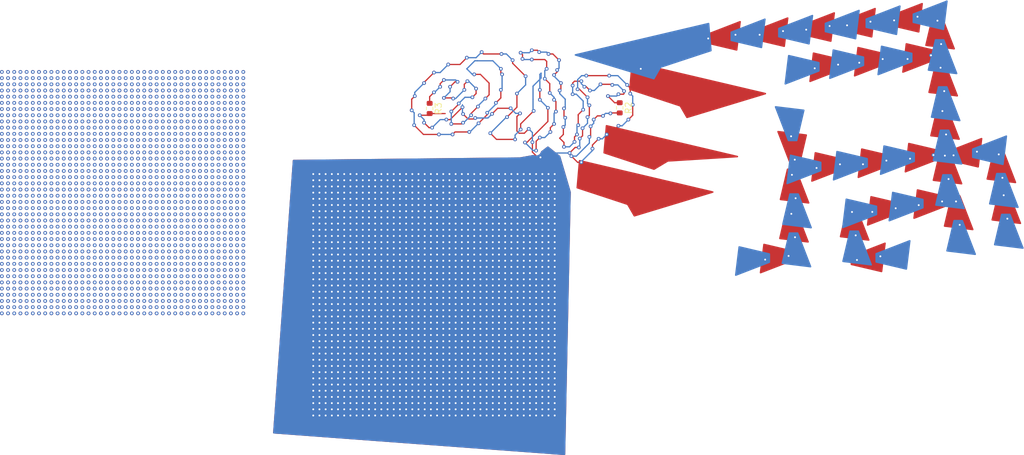
<source format=kicad_pcb>
(kicad_pcb (version 20241229) (generator "pcbnew") (generator_version "9.0")
  (layers (0 "F.Cu" signal) (2 "B.Cu" signal) (13 "F.Paste" user) (15 "B.Paste" user) (5 "F.SilkS" user "F.Silkscreen") (7 "B.SilkS" user "B.Silkscreen") (1 "F.Mask" user) (3 "B.Mask" user) (25 "Edge.Cuts" user))
  (net 0 "")
  (net 1 "GND")
  (net 2 "Net-(R2-Pad1)")
  (footprint "Resistor_SMD:R_0603_1608Metric" (layer "F.Cu") (at 129 102.2 -90)
    (property "Reference" "R3")
    (property "Value" "R")
  )
  (footprint "Resistor_SMD:R_0603_1608Metric" (layer "F.Cu") (at 159.7 102.1 -90)
    (property "Reference" "R2")
    (property "Value" "R")
  )
  (segment (start 139.982794 102.175735) (end 139.079777 103.078752) (width 0.2) (layer "F.Cu") (net 1))
  (segment (start 155.3 108.7) (end 155.3 108.1) (width 0.2) (layer "F.Cu") (net 1))
  (segment (start 129 103.025) (end 131.51 103.025) (width 0.2) (layer "F.Cu") (net 1))
  (segment (start 134.301 102) (end 132.301 104) (width 0.2) (layer "F.Cu") (net 1))
  (segment (start 152.9 99.1) (end 153.2 99.1) (width 0.2) (layer "F.Cu") (net 1))
  (segment (start 156.1 103.4) (end 155.5 104) (width 0.2) (layer "F.Cu") (net 1))
  (segment (start 151.9 109.9) (end 152.9 110.9) (width 0.2) (layer "F.Cu") (net 1))
  (segment (start 157 103.4) (end 156.1 103.4) (width 0.2) (layer "F.Cu") (net 1))
  (segment (start 136.208403 103.901) (end 135.201 103.901) (width 0.2) (layer "F.Cu") (net 1))
  (segment (start 144.299 106.201) (end 143.451057 106.201) (width 0.2) (layer "F.Cu") (net 1))
  (segment (start 158 96.9) (end 154.3 96.9) (width 0.2) (layer "F.Cu") (net 1))
  (segment (start 143.451057 106.201) (end 143.099 105.848943) (width 0.2) (layer "F.Cu") (net 1))
  (segment (start 155 106.6) (end 154.8 106.8) (width 0.2) (layer "F.Cu") (net 1))
  (segment (start 128.9 105.3) (end 128.1 104.5) (width 0.2) (layer "F.Cu") (net 1))
  (segment (start 155.3 108.1) (end 156.3 107.1) (width 0.2) (layer "F.Cu") (net 1))
  (segment (start 142.075735 102.175735) (end 139.982794 102.175735) (width 0.2) (layer "F.Cu") (net 1))
  (segment (start 145.6 109.247943) (end 145.6 107.648527) (width 0.2) (layer "F.Cu") (net 1))
  (segment (start 161.8 103.3) (end 161.8 101.6) (width 0.2) (layer "F.Cu") (net 1))
  (segment (start 132.301 104) (end 131.7 104) (width 0.2) (layer "F.Cu") (net 1))
  (segment (start 159.7 102.925) (end 158.275 102.925) (width 0.2) (layer "F.Cu") (net 1))
  (segment (start 143.099 105.848943) (end 143.099 103.501) (width 0.2) (layer "F.Cu") (net 1))
  (segment (start 153.2 99.1) (end 154.5 100.4) (width 0.2) (layer "F.Cu") (net 1))
  (segment (start 158.1 106.4) (end 159.5 105) (width 0.2) (layer "F.Cu") (net 1))
  (segment (start 152.9 110.9) (end 153.5 110.9) (width 0.2) (layer "F.Cu") (net 1))
  (segment (start 157.6 106.4) (end 158.1 106.4) (width 0.2) (layer "F.Cu") (net 1))
  (segment (start 155 105.1) (end 155 106.6) (width 0.2) (layer "F.Cu") (net 1))
  (segment (start 153.1 108.5) (end 152.5 108.5) (width 0.2) (layer "F.Cu") (net 1))
  (segment (start 129.4 105.3) (end 128.9 105.3) (width 0.2) (layer "F.Cu") (net 1))
  (segment (start 146.9 110.1) (end 146.452057 110.1) (width 0.2) (layer "F.Cu") (net 1))
  (segment (start 161.4 98.9) (end 160.9 98.4) (width 0.2) (layer "F.Cu") (net 1))
  (segment (start 146.452057 110.1) (end 145.6 109.247943) (width 0.2) (layer "F.Cu") (net 1))
  (segment (start 135.201 103.901) (end 134.4 103.1) (width 0.2) (layer "F.Cu") (net 1))
  (segment (start 127.4 103.3) (end 128.725 103.3) (width 0.2) (layer "F.Cu") (net 1))
  (segment (start 153.7 106.609403) (end 153.243761 107.065642) (width 0.2) (layer "F.Cu") (net 1))
  (segment (start 158.275 102.925) (end 158.2 103) (width 0.2) (layer "F.Cu") (net 1))
  (segment (start 153.7 105.4) (end 153.7 106.609403) (width 0.2) (layer "F.Cu") (net 1))
  (segment (start 145 105.5) (end 144.299 106.201) (width 0.2) (layer "F.Cu") (net 1))
  (segment (start 143.099 103.501) (end 143.6 103) (width 0.2) (layer "F.Cu") (net 1))
  (segment (start 136.365642 103.743761) (end 136.208403 103.901) (width 0.2) (layer "F.Cu") (net 1))
  (segment (start 161.4 99.8) (end 161.4 98.9) (width 0.2) (layer "F.Cu") (net 1))
  (segment (start 152.5 108.5) (end 151.6 109.4) (width 0.2) (layer "F.Cu") (net 1))
  (segment (start 128.725 103.3) (end 129 103.025) (width 0.2) (layer "F.Cu") (net 1))
  (segment (start 154.8 101.7) (end 154.8 103.3) (width 0.2) (layer "F.Cu") (net 1))
  (segment (start 154.8 103.3) (end 154.5 103.6) (width 0.2) (layer "F.Cu") (net 1))
  (segment (start 161.1 104) (end 161.8 103.3) (width 0.2) (layer "F.Cu") (net 1))
  (via (at 138.2 127.8) (size 0.6) (drill 0.3) (layers "F.Cu" "B.Cu") (net 1))
  (via (at 110.2 128.8) (size 0.6) (drill 0.3) (layers "F.Cu" "B.Cu") (net 1))
  (via (at 75.9 121.3) (size 0.6) (drill 0.3) (layers "F.Cu" "B.Cu") (net 1))
  (via (at 124.2 146.8) (size 0.6) (drill 0.3) (layers "F.Cu" "B.Cu") (net 1))
  (via (at 113.2 140.8) (size 0.6) (drill 0.3) (layers "F.Cu" "B.Cu") (net 1))
  (via (at 142.2 145.8) (size 0.6) (drill 0.3) (layers "F.Cu" "B.Cu") (net 1))
  (via (at 135.2 137.8) (size 0.6) (drill 0.3) (layers "F.Cu" "B.Cu") (net 1))
  (via (at 79.9 109.3) (size 0.6) (drill 0.3) (layers "F.Cu" "B.Cu") (net 1))
  (via (at 116.2 148.8) (size 0.6) (drill 0.3) (layers "F.Cu" "B.Cu") (net 1))
  (via (at 129.2 135.8) (size 0.6) (drill 0.3) (layers "F.Cu" "B.Cu") (net 1))
  (via (at 86.9 112.3) (size 0.6) (drill 0.3) (layers "F.Cu" "B.Cu") (net 1))
  (via (at 124.2 124.8) (size 0.6) (drill 0.3) (layers "F.Cu" "B.Cu") (net 1))
  (via (at 69.9 103.3) (size 0.6) (drill 0.3) (layers "F.Cu" "B.Cu") (net 1))
  (via (at 147.2 136.8) (size 0.6) (drill 0.3) (layers "F.Cu" "B.Cu") (net 1))
  (via (at 94.9 113.3) (size 0.6) (drill 0.3) (layers "F.Cu" "B.Cu") (net 1))
  (via (at 117.2 117.8) (size 0.6) (drill 0.3) (layers "F.Cu" "B.Cu") (net 1))
  (via (at 154.5 100.4) (size 0.6) (drill 0.3) (layers "F.Cu" "B.Cu") (net 1))
  (via (at 96.9 109.3) (size 0.6) (drill 0.3) (layers "F.Cu" "B.Cu") (net 1))
  (via (at 77.9 117.3) (size 0.6) (drill 0.3) (layers "F.Cu" "B.Cu") (net 1))
  (via (at 147.2 118.8) (size 0.6) (drill 0.3) (layers "F.Cu" "B.Cu") (net 1))
  (via (at 123.2 137.8) (size 0.6) (drill 0.3) (layers "F.Cu" "B.Cu") (net 1))
  (via (at 129.2 149.8) (size 0.6) (drill 0.3) (layers "F.Cu" "B.Cu") (net 1))
  (via (at 145.2 132.8) (size 0.6) (drill 0.3) (layers "F.Cu" "B.Cu") (net 1))
  (via (at 94.9 134.3) (size 0.6) (drill 0.3) (layers "F.Cu" "B.Cu") (net 1))
  (via (at 137.2 126.8) (size 0.6) (drill 0.3) (layers "F.Cu" "B.Cu") (net 1))
  (via (at 118.2 120.8) (size 0.6) (drill 0.3) (layers "F.Cu" "B.Cu") (net 1))
  (via (at 129.2 140.8) (size 0.6) (drill 0.3) (layers "F.Cu" "B.Cu") (net 1))
  (via (at 144.2 121.8) (size 0.6) (drill 0.3) (layers "F.Cu" "B.Cu") (net 1))
  (via (at 137.2 117.8) (size 0.6) (drill 0.3) (layers "F.Cu" "B.Cu") (net 1))
  (via (at 88.9 101.3) (size 0.6) (drill 0.3) (layers "F.Cu" "B.Cu") (net 1))
  (via (at 95.9 113.3) (size 0.6) (drill 0.3) (layers "F.Cu" "B.Cu") (net 1))
  (via (at 143.2 127.8) (size 0.6) (drill 0.3) (layers "F.Cu" "B.Cu") (net 1))
  (via (at 129.2 132.8) (size 0.6) (drill 0.3) (layers "F.Cu" "B.Cu") (net 1))
  (via (at 143.2 118.8) (size 0.6) (drill 0.3) (layers "F.Cu" "B.Cu") (net 1))
  (via (at 122.2 124.8) (size 0.6) (drill 0.3) (layers "F.Cu" "B.Cu") (net 1))
  (via (at 94.9 99.3) (size 0.6) (drill 0.3) (layers "F.Cu" "B.Cu") (net 1))
  (via (at 80.9 106.3) (size 0.6) (drill 0.3) (layers "F.Cu" "B.Cu") (net 1))
  (via (at 64.9 125.3) (size 0.6) (drill 0.3) (layers "F.Cu" "B.Cu") (net 1))
  (via (at 113.2 135.8) (size 0.6) (drill 0.3) (layers "F.Cu" "B.Cu") (net 1))
  (via (at 135.2 120.8) (size 0.6) (drill 0.3) (layers "F.Cu" "B.Cu") (net 1))
  (via (at 87.9 101.3) (size 0.6) (drill 0.3) (layers "F.Cu" "B.Cu") (net 1))
  (via (at 72.9 119.3) (size 0.6) (drill 0.3) (layers "F.Cu" "B.Cu") (net 1))
  (via (at 130.2 144.8) (size 0.6) (drill 0.3) (layers "F.Cu" "B.Cu") (net 1))
  (via (at 87.9 122.3) (size 0.6) (drill 0.3) (layers "F.Cu" "B.Cu") (net 1))
  (via (at 116.2 114.8) (size 0.6) (drill 0.3) (layers "F.Cu" "B.Cu") (net 1))
  (via (at 90.9 128.3) (size 0.6) (drill 0.3) (layers "F.Cu" "B.Cu") (net 1))
  (via (at 139.2 129.8) (size 0.6) (drill 0.3) (layers "F.Cu" "B.Cu") (net 1))
  (via (at 98.9 108.3) (size 0.6) (drill 0.3) (layers "F.Cu" "B.Cu") (net 1))
  (via (at 123.2 139.8) (size 0.6) (drill 0.3) (layers "F.Cu" "B.Cu") (net 1))
  (via (at 117.2 131.8) (size 0.6) (drill 0.3) (layers "F.Cu" "B.Cu") (net 1))
  (via (at 96.9 101.3) (size 0.6) (drill 0.3) (layers "F.Cu" "B.Cu") (net 1))
  (via (at 128.2 146.8) (size 0.6) (drill 0.3) (layers "F.Cu" "B.Cu") (net 1))
  (via (at 83.9 97.3) (size 0.6) (drill 0.3) (layers "F.Cu" "B.Cu") (net 1))
  (via (at 69.9 100.3) (size 0.6) (drill 0.3) (layers "F.Cu" "B.Cu") (net 1))
  (via (at 131.2 150.8) (size 0.6) (drill 0.3) (layers "F.Cu" "B.Cu") (net 1))
  (via (at 81.9 127.3) (size 0.6) (drill 0.3) (layers "F.Cu" "B.Cu") (net 1))
  (via (at 90.9 119.3) (size 0.6) (drill 0.3) (layers "F.Cu" "B.Cu") (net 1))
  (via (at 139.2 134.8) (size 0.6) (drill 0.3) (layers "F.Cu" "B.Cu") (net 1))
  (via (at 92.9 133.3) (size 0.6) (drill 0.3) (layers "F.Cu" "B.Cu") (net 1))
  (via (at 138.2 126.8) (size 0.6) (drill 0.3) (layers "F.Cu" "B.Cu") (net 1))
  (via (at 86.9 108.3) (size 0.6) (drill 0.3) (layers "F.Cu" "B.Cu") (net 1))
  (via (at 134.2 138.8) (size 0.6) (drill 0.3) (layers "F.Cu" "B.Cu") (net 1))
  (via (at 148.2 114.8) (size 0.6) (drill 0.3) (layers "F.Cu" "B.Cu") (net 1))
  (via (at 136.2 128.8) (size 0.6) (drill 0.3) (layers "F.Cu" "B.Cu") (net 1))
  (via (at 60.9 109.3) (size 0.6) (drill 0.3) (layers "F.Cu" "B.Cu") (net 1))
  (via (at 142.2 138.8) (size 0.6) (drill 0.3) (layers "F.Cu" "B.Cu") (net 1))
  (via (at 127.2 138.8) (size 0.6) (drill 0.3) (layers "F.Cu" "B.Cu") (net 1))
  (via (at 64.9 110.3) (size 0.6) (drill 0.3) (layers "F.Cu" "B.Cu") (net 1))
  (via (at 123.2 118.8) (size 0.6) (drill 0.3) (layers "F.Cu" "B.Cu") (net 1))
  (via (at 68.9 122.3) (size 0.6) (drill 0.3) (layers "F.Cu" "B.Cu") (net 1))
  (via (at 75.9 98.3) (size 0.6) (drill 0.3) (layers "F.Cu" "B.Cu") (net 1))
  (via (at 92.9 118.3) (size 0.6) (drill 0.3) (layers "F.Cu" "B.Cu") (net 1))
  (via (at 135.2 140.8) (size 0.6) (drill 0.3) (layers "F.Cu" "B.Cu") (net 1))
  (via (at 142.2 121.8) (size 0.6) (drill 0.3) (layers "F.Cu" "B.Cu") (net 1))
  (via (at 86.9 130.3) (size 0.6) (drill 0.3) (layers "F.Cu" "B.Cu") (net 1))
  (via (at 143.2 139.8) (size 0.6) (drill 0.3) (layers "F.Cu" "B.Cu") (net 1))
  (via (at 118.2 129.8) (size 0.6) (drill 0.3) (layers "F.Cu" "B.Cu") (net 1))
  (via (at 111.2 137.8) (size 0.6) (drill 0.3) (layers "F.Cu" "B.Cu") (net 1))
  (via (at 71.9 108.3) (size 0.6) (drill 0.3) (layers "F.Cu" "B.Cu") (net 1))
  (via (at 61.9 132.3) (size 0.6) (drill 0.3) (layers "F.Cu" "B.Cu") (net 1))
  (via (at 80.9 125.3) (size 0.6) (drill 0.3) (layers "F.Cu" "B.Cu") (net 1))
  (via (at 144.2 146.8) (size 0.6) (drill 0.3) (layers "F.Cu" "B.Cu") (net 1))
  (via (at 59.9 129.3) (size 0.6) (drill 0.3) (layers "F.Cu" "B.Cu") (net 1))
  (via (at 75.9 132.3) (size 0.6) (drill 0.3) (layers "F.Cu" "B.Cu") (net 1))
  (via (at 64.9 135.3) (size 0.6) (drill 0.3) (layers "F.Cu" "B.Cu") (net 1))
  (via (at 147.2 120.8) (size 0.6) (drill 0.3) (layers "F.Cu" "B.Cu") (net 1))
  (via (at 60.9 101.3) (size 0.6) (drill 0.3) (layers "F.Cu" "B.Cu") (net 1))
  (via (at 64.9 100.3) (size 0.6) (drill 0.3) (layers "F.Cu" "B.Cu") (net 1))
  (via (at 113.2 120.8) (size 0.6) (drill 0.3) (layers "F.Cu" "B.Cu") (net 1))
  (via (at 144.2 148.8) (size 0.6) (drill 0.3) (layers "F.Cu" "B.Cu") (net 1))
  (via (at 146.2 115.8) (size 0.6) (drill 0.3) (layers "F.Cu" "B.Cu") (net 1))
  (via (at 65.9 119.3) (size 0.6) (drill 0.3) (layers "F.Cu" "B.Cu") (net 1))
  (via (at 129.2 144.8) (size 0.6) (drill 0.3) (layers "F.Cu" "B.Cu") (net 1))
  (via (at 148.2 122.8) (size 0.6) (drill 0.3) (layers "F.Cu" "B.Cu") (net 1))
  (via (at 73.9 125.3) (size 0.6) (drill 0.3) (layers "F.Cu" "B.Cu") (net 1))
  (via (at 146.2 151.8) (size 0.6) (drill 0.3) (layers "F.Cu" "B.Cu") (net 1))
  (via (at 89.9 126.3) (size 0.6) (drill 0.3) (layers "F.Cu" "B.Cu") (net 1))
  (via (at 62.9 127.3) (size 0.6) (drill 0.3) (layers "F.Cu" "B.Cu") (net 1))
  (via (at 96.9 127.3) (size 0.6) (drill 0.3) (layers "F.Cu" "B.Cu") (net 1))
  (via (at 92.9 96.3) (size 0.6) (drill 0.3) (layers "F.Cu" "B.Cu") (net 1))
  (via (at 82.9 102.3) (size 0.6) (drill 0.3) (layers "F.Cu" "B.Cu") (net 1))
  (via (at 66.9 120.3) (size 0.6) (drill 0.3) (layers "F.Cu" "B.Cu") (net 1))
  (via (at 140.2 142.8) (size 0.6) (drill 0.3) (layers "F.Cu" "B.Cu") (net 1))
  (via (at 59.9 115.3) (size 0.6) (drill 0.3) (layers "F.Cu" "B.Cu") (net 1))
  (via (at 66.9 107.3) (size 0.6) (drill 0.3) (layers "F.Cu" "B.Cu") (net 1))
  (via (at 121.2 113.8) (size 0.6) (drill 0.3) (layers "F.Cu" "B.Cu") (net 1))
  (via (at 66.9 124.3) (size 0.6) (drill 0.3) (layers "F.Cu" "B.Cu") (net 1))
  (via (at 82.9 101.3) (size 0.6) (drill 0.3) (layers "F.Cu" "B.Cu") (net 1))
  (via (at 142.2 116.8) (size 0.6) (drill 0.3) (layers "F.Cu" "B.Cu") (net 1))
  (via (at 117.2 126.8) (size 0.6) (drill 0.3) (layers "F.Cu" "B.Cu") (net 1))
  (via (at 85.9 134.3) (size 0.6) (drill 0.3) (layers "F.Cu" "B.Cu") (net 1))
  (via (at 88.9 98.3) (size 0.6) (drill 0.3) (layers "F.Cu" "B.Cu") (net 1))
  (via (at 111.2 125.8) (size 0.6) (drill 0.3) (layers "F.Cu" "B.Cu") (net 1))
  (via (at 75.9 104.3) (size 0.6) (drill 0.3) (layers "F.Cu" "B.Cu") (net 1))
  (via (at 119.2 143.8) (size 0.6) (drill 0.3) (layers "F.Cu" "B.Cu") (net 1))
  (via (at 134.2 142.8) (size 0.6) (drill 0.3) (layers "F.Cu" "B.Cu") (net 1))
  (via (at 93.9 100.3) (size 0.6) (drill 0.3) (layers "F.Cu" "B.Cu") (net 1))
  (via (at 117.2 138.8) (size 0.6) (drill 0.3) (layers "F.Cu" "B.Cu") (net 1))
  (via (at 141.2 132.8) (size 0.6) (drill 0.3) (layers "F.Cu" "B.Cu") (net 1))
  (via (at 141.2 119.8) (size 0.6) (drill 0.3) (layers "F.Cu" "B.Cu") (net 1))
  (via (at 60.9 114.3) (size 0.6) (drill 0.3) (layers "F.Cu" "B.Cu") (net 1))
  (via (at 125.2 146.8) (size 0.6) (drill 0.3) (layers "F.Cu" "B.Cu") (net 1))
  (via (at 132.2 122.8) (size 0.6) (drill 0.3) (layers "F.Cu" "B.Cu") (net 1))
  (via (at 130.2 145.8) (size 0.6) (drill 0.3) (layers "F.Cu" "B.Cu") (net 1))
  (via (at 144.2 114.8) (size 0.6) (drill 0.3) (layers "F.Cu" "B.Cu") (net 1))
  (via (at 83.9 128.3) (size 0.6) (drill 0.3) (layers "F.Cu" "B.Cu") (net 1))
  (via (at 90.9 101.3) (size 0.6) (drill 0.3) (layers "F.Cu" "B.Cu") (net 1))
  (via (at 92.9 113.3) (size 0.6) (drill 0.3) (layers "F.Cu" "B.Cu") (net 1))
  (via (at 136.2 115.8) (size 0.6) (drill 0.3) (layers "F.Cu" "B.Cu") (net 1))
  (via (at 119.2 112.8) (size 0.6) (drill 0.3) (layers "F.Cu" "B.Cu") (net 1))
  (via (at 97.9 99.3) (size 0.6) (drill 0.3) (layers "F.Cu" "B.Cu") (net 1))
  (via (at 149.2 150.8) (size 0.6) (drill 0.3) (layers "F.Cu" "B.Cu") (net 1))
  (via (at 97.9 125.3) (size 0.6) (drill 0.3) (layers "F.Cu" "B.Cu") (net 1))
  (via (at 125.2 143.8) (size 0.6) (drill 0.3) (layers "F.Cu" "B.Cu") (net 1))
  (via (at 132.2 121.8) (size 0.6) (drill 0.3) (layers "F.Cu" "B.Cu") (net 1))
  (via (at 131.2 144.8) (size 0.6) (drill 0.3) (layers "F.Cu" "B.Cu") (net 1))
  (via (at 91.9 130.3) (size 0.6) (drill 0.3) (layers "F.Cu" "B.Cu") (net 1))
  (via (at 78.9 110.3) (size 0.6) (drill 0.3) (layers "F.Cu" "B.Cu") (net 1))
  (via (at 125.2 132.8) (size 0.6) (drill 0.3) (layers "F.Cu" "B.Cu") (net 1))
  (via (at 86.9 131.3) (size 0.6) (drill 0.3) (layers "F.Cu" "B.Cu") (net 1))
  (via (at 161.1 104) (size 0.6) (drill 0.3) (layers "F.Cu" "B.Cu") (net 1))
  (via (at 116.2 146.8) (size 0.6) (drill 0.3) (layers "F.Cu" "B.Cu") (net 1))
  (via (at 72.9 116.3) (size 0.6) (drill 0.3) (layers "F.Cu" "B.Cu") (net 1))
  (via (at 72.9 121.3) (size 0.6) (drill 0.3) (layers "F.Cu" "B.Cu") (net 1))
  (via (at 114.2 149.8) (size 0.6) (drill 0.3) (layers "F.Cu" "B.Cu") (net 1))
  (via (at 114.2 136.8) (size 0.6) (drill 0.3) (layers "F.Cu" "B.Cu") (net 1))
  (via (at 146.2 141.8) (size 0.6) (drill 0.3) (layers "F.Cu" "B.Cu") (net 1))
  (via (at 94.9 102.3) (size 0.6) (drill 0.3) (layers "F.Cu" "B.Cu") (net 1))
  (via (at 83.9 130.3) (size 0.6) (drill 0.3) (layers "F.Cu" "B.Cu") (net 1))
  (via (at 73.9 104.3) (size 0.6) (drill 0.3) (layers "F.Cu" "B.Cu") (net 1))
  (via (at 133.2 149.8) (size 0.6) (drill 0.3) (layers "F.Cu" "B.Cu") (net 1))
  (via (at 123.2 122.8) (size 0.6) (drill 0.3) (layers "F.Cu" "B.Cu") (net 1))
  (via (at 79.9 123.3) (size 0.6) (drill 0.3) (layers "F.Cu" "B.Cu") (net 1))
  (via (at 59.9 107.3) (size 0.6) (drill 0.3) (layers "F.Cu" "B.Cu") (net 1))
  (via (at 131.2 151.8) (size 0.6) (drill 0.3) (layers "F.Cu" "B.Cu") (net 1))
  (via (at 132.2 124.8) (size 0.6) (drill 0.3) (layers "F.Cu" "B.Cu") (net 1))
  (via (at 70.9 119.3) (size 0.6) (drill 0.3) (layers "F.Cu" "B.Cu") (net 1))
  (via (at 118.2 147.8) (size 0.6) (drill 0.3) (layers "F.Cu" "B.Cu") (net 1))
  (via (at 78.9 111.3) (size 0.6) (drill 0.3) (layers "F.Cu" "B.Cu") (net 1))
  (via (at 88.9 115.3) (size 0.6) (drill 0.3) (layers "F.Cu" "B.Cu") (net 1))
  (via (at 83.9 121.3) (size 0.6) (drill 0.3) (layers "F.Cu" "B.Cu") (net 1))
  (via (at 78.9 109.3) (size 0.6) (drill 0.3) (layers "F.Cu" "B.Cu") (net 1))
  (via (at 82.9 100.3) (size 0.6) (drill 0.3) (layers "F.Cu" "B.Cu") (net 1))
  (via (at 134.2 118.8) (size 0.6) (drill 0.3) (layers "F.Cu" "B.Cu") (net 1))
  (via (at 143.2 135.8) (size 0.6) (drill 0.3) (layers "F.Cu" "B.Cu") (net 1))
  (via (at 87.9 123.3) (size 0.6) (drill 0.3) (layers "F.Cu" "B.Cu") (net 1))
  (via (at 114.2 112.8) (size 0.6) (drill 0.3) (layers "F.Cu" "B.Cu") (net 1))
  (via (at 74.9 120.3) (size 0.6) (drill 0.3) (layers "F.Cu" "B.Cu") (net 1))
  (via (at 114.2 141.8) (size 0.6) (drill 0.3) (layers "F.Cu" "B.Cu") (net 1))
  (via (at 90.9 129.3) (size 0.6) (drill 0.3) (layers "F.Cu" "B.Cu") (net 1))
  (via (at 119.2 129.8) (size 0.6) (drill 0.3) (layers "F.Cu" "B.Cu") (net 1))
  (via (at 139.2 139.8) (size 0.6) (drill 0.3) (layers "F.Cu" "B.Cu") (net 1))
  (via (at 119.2 130.8) (size 0.6) (drill 0.3) (layers "F.Cu" "B.Cu") (net 1))
  (via (at 65.9 110.3) (size 0.6) (drill 0.3) (layers "F.Cu" "B.Cu") (net 1))
  (via (at 94.9 106.3) (size 0.6) (drill 0.3) (layers "F.Cu" "B.Cu") (net 1))
  (via (at 64.9 99.3) (size 0.6) (drill 0.3) (layers "F.Cu" "B.Cu") (net 1))
  (via (at 81.9 123.3) (size 0.6) (drill 0.3) (layers "F.Cu" "B.Cu") (net 1))
  (via (at 149.2 142.8) (size 0.6) (drill 0.3) (layers "F.Cu" "B.Cu") (net 1))
  (via (at 123.2 126.8) (size 0.6) (drill 0.3) (layers "F.Cu" "B.Cu") (net 1))
  (via (at 67.9 116.3) (size 0.6) (drill 0.3) (layers "F.Cu" "B.Cu") (net 1))
  (via (at 84.9 119.3) (size 0.6) (drill 0.3) (layers "F.Cu" "B.Cu") (net 1))
  (via (at 134.2 146.8) (size 0.6) (drill 0.3) (layers "F.Cu" "B.Cu") (net 1))
  (via (at 83.9 133.3) (size 0.6) (drill 0.3) (layers "F.Cu" "B.Cu") (net 1))
  (via (at 89.9 106.3) (size 0.6) (drill 0.3) (layers "F.Cu" "B.Cu") (net 1))
  (via (at 69.9 96.3) (size 0.6) (drill 0.3) (layers "F.Cu" "B.Cu") (net 1))
  (via (at 130.2 121.8) (size 0.6) (drill 0.3) (layers "F.Cu" "B.Cu") (net 1))
  (via (at 117.2 146.8) (size 0.6) (drill 0.3) (layers "F.Cu" "B.Cu") (net 1))
  (via (at 116.2 144.8) (size 0.6) (drill 0.3) (layers "F.Cu" "B.Cu") (net 1))
  (via (at 145.2 136.8) (size 0.6) (drill 0.3) (layers "F.Cu" "B.Cu") (net 1))
  (via (at 98.9 135.3) (size 0.6) (drill 0.3) (layers "F.Cu" "B.Cu") (net 1))
  (via (at 73.9 122.3) (size 0.6) (drill 0.3) (layers "F.Cu" "B.Cu") (net 1))
  (via (at 87.9 96.3) (size 0.6) (drill 0.3) (layers "F.Cu" "B.Cu") (net 1))
  (via (at 110.2 150.8) (size 0.6) (drill 0.3) (layers "F.Cu" "B.Cu") (net 1))
  (via (at 73.9 115.3) (size 0.6) (drill 0.3) (layers "F.Cu" "B.Cu") (net 1))
  (via (at 143.2 115.8) (size 0.6) (drill 0.3) (layers "F.Cu" "B.Cu") (net 1))
  (via (at 129.2 139.8) (size 0.6) (drill 0.3) (layers "F.Cu" "B.Cu") (net 1))
  (via (at 148.2 136.8) (size 0.6) (drill 0.3) (layers "F.Cu" "B.Cu") (net 1))
  (via (at 62.9 118.3) (size 0.6) (drill 0.3) (layers "F.Cu" "B.Cu") (net 1))
  (via (at 114.2 142.8) (size 0.6) (drill 0.3) (layers "F.Cu" "B.Cu") (net 1))
  (via (at 142.2 150.8) (size 0.6) (drill 0.3) (layers "F.Cu" "B.Cu") (net 1))
  (via (at 75.9 133.3) (size 0.6) (drill 0.3) (layers "F.Cu" "B.Cu") (net 1))
  (via (at 139.2 148.8) (size 0.6) (drill 0.3) (layers "F.Cu" "B.Cu") (net 1))
  (via (at 71.9 103.3) (size 0.6) (drill 0.3) (layers "F.Cu" "B.Cu") (net 1))
  (via (at 85.9 98.3) (size 0.6) (drill 0.3) (layers "F.Cu" "B.Cu") (net 1))
  (via (at 93.9 126.3) (size 0.6) (drill 0.3) (layers "F.Cu" "B.Cu") (net 1))
  (via (at 81.9 104.3) (size 0.6) (drill 0.3) (layers "F.Cu" "B.Cu") (net 1))
  (via (at 71.9 124.3) (size 0.6) (drill 0.3) (layers "F.Cu" "B.Cu") (net 1))
  (via (at 118.2 139.8) (size 0.6) (drill 0.3) (layers "F.Cu" "B.Cu") (net 1))
  (via (at 77.9 126.3) (size 0.6) (drill 0.3) (layers "F.Cu" "B.Cu") (net 1))
  (via (at 148.2 115.8) (size 0.6) (drill 0.3) (layers "F.Cu" "B.Cu") (net 1))
  (via (at 123.2 141.8) (size 0.6) (drill 0.3) (layers "F.Cu" "B.Cu") (net 1))
  (via (at 140.2 133.8) (size 0.6) (drill 0.3) (layers "F.Cu" "B.Cu") (net 1))
  (via (at 122.2 147.8) (size 0.6) (drill 0.3) (layers "F.Cu" "B.Cu") (net 1))
  (via (at 139.2 142.8) (size 0.6) (drill 0.3) (layers "F.Cu" "B.Cu") (net 1))
  (via (at 212.416721 106.403935) (size 0.6) (drill 0.3) (layers "F.Cu" "B.Cu") (net 1))
  (via (at 123.2 131.8) (size 0.6) (drill 0.3) (layers "F.Cu" "B.Cu") (net 1))
  (via (at 75.9 124.3) (size 0.6) (drill 0.3) (layers "F.Cu" "B.Cu") (net 1))
  (via (at 139.2 147.8) (size 0.6) (drill 0.3) (layers "F.Cu" "B.Cu") (net 1))
  (via (at 81.9 97.3) (size 0.6) (drill 0.3) (layers "F.Cu" "B.Cu") (net 1))
  (via (at 83.9 110.3) (size 0.6) (drill 0.3) (layers "F.Cu" "B.Cu") (net 1))
  (via (at 128.2 151.8) (size 0.6) (drill 0.3) (layers "F.Cu" "B.Cu") (net 1))
  (via (at 110.2 145.8) (size 0.6) (drill 0.3) (layers "F.Cu" "B.Cu") (net 1))
  (via (at 135.2 143.8) (size 0.6) (drill 0.3) (layers "F.Cu" "B.Cu") (net 1))
  (via (at 68.9 104.3) (size 0.6) (drill 0.3) (layers "F.Cu" "B.Cu") (net 1))
  (via (at 148.2 141.8) (size 0.6) (drill 0.3) (layers "F.Cu" "B.Cu") (net 1))
  (via (at 115.2 121.8) (size 0.6) (drill 0.3) (layers "F.Cu" "B.Cu") (net 1))
  (via (at 79.9 126.3) (size 0.6) (drill 0.3) (layers "F.Cu" "B.Cu") (net 1))
  (via (at 77.9 107.3) (size 0.6) (drill 0.3) (layers "F.Cu" "B.Cu") (net 1))
  (via (at 148.2 142.8) (size 0.6) (drill 0.3) (layers "F.Cu" "B.Cu") (net 1))
  (via (at 142.2 117.8) (size 0.6) (drill 0.3) (layers "F.Cu" "B.Cu") (net 1))
  (via (at 125.2 140.8) (size 0.6) (drill 0.3) (layers "F.Cu" "B.Cu") (net 1))
  (via (at 128.2 139.8) (size 0.6) (drill 0.3) (layers "F.Cu" "B.Cu") (net 1))
  (via (at 113.2 129.8) (size 0.6) (drill 0.3) (layers "F.Cu" "B.Cu") (net 1))
  (via (at 88.9 108.3) (size 0.6) (drill 0.3) (layers "F.Cu" "B.Cu") (net 1))
  (via (at 70.9 114.3) (size 0.6) (drill 0.3) (layers "F.Cu" "B.Cu") (net 1))
  (via (at 136.2 113.8) (size 0.6) (drill 0.3) (layers "F.Cu" "B.Cu") (net 1))
  (via (at 129.2 113.8) (size 0.6) (drill 0.3) (layers "F.Cu" "B.Cu") (net 1))
  (via (at 133.2 121.8) (size 0.6) (drill 0.3) (layers "F.Cu" "B.Cu") (net 1))
  (via (at 65.9 115.3) (size 0.6) (drill 0.3) (layers "F.Cu" "B.Cu") (net 1))
  (via (at 73.9 103.3) (size 0.6) (drill 0.3) (layers "F.Cu" "B.Cu") (net 1))
  (via (at 84.9 113.3) (size 0.6) (drill 0.3) (layers "F.Cu" "B.Cu") (net 1))
  (via (at 126.2 140.8) (size 0.6) (drill 0.3) (layers "F.Cu" "B.Cu") (net 1))
  (via (at 122.2 130.8) (size 0.6) (drill 0.3) (layers "F.Cu" "B.Cu") (net 1))
  (via (at 74.9 127.3) (size 0.6) (drill 0.3) (layers "F.Cu" "B.Cu") (net 1))
  (via (at 77.9 125.3) (size 0.6) (drill 0.3) (layers "F.Cu" "B.Cu") (net 1))
  (via (at 110.2 121.8) (size 0.6) (drill 0.3) (layers "F.Cu" "B.Cu") (net 1))
  (via (at 66.9 97.3) (size 0.6) (drill 0.3) (layers "F.Cu" "B.Cu") (net 1))
  (via (at 59.9 124.3) (size 0.6) (drill 0.3) (layers "F.Cu" "B.Cu") (net 1))
  (via (at 68.9 99.3) (size 0.6) (drill 0.3) (layers "F.Cu" "B.Cu") (net 1))
  (via (at 130.2 122.8) (size 0.6) (drill 0.3) (layers "F.Cu" "B.Cu") (net 1))
  (via (at 74.9 129.3) (size 0.6) (drill 0.3) (layers "F.Cu" "B.Cu") (net 1))
  (via (at 127.2 118.8) (size 0.6) (drill 0.3) (layers "F.Cu" "B.Cu") (net 1))
  (via (at 63.9 118.3) (size 0.6) (drill 0.3) (layers "F.Cu" "B.Cu") (net 1))
  (via (at 135.2 125.8) (size 0.6) (drill 0.3) (layers "F.Cu" "B.Cu") (net 1))
  (via (at 66.9 111.3) (size 0.6) (drill 0.3) (layers "F.Cu" "B.Cu") (net 1))
  (via (at 76.9 101.3) (size 0.6) (drill 0.3) (layers "F.Cu" "B.Cu") (net 1))
  (via (at 131.2 125.8) (size 0.6) (drill 0.3) (layers "F.Cu" "B.Cu") (net 1))
  (via (at 80.9 121.3) (size 0.6) (drill 0.3) (layers "F.Cu" "B.Cu") (net 1))
  (via (at 110.2 136.8) (size 0.6) (drill 0.3) (layers "F.Cu" "B.Cu") (net 1))
  (via (at 97.9 107.3) (size 0.6) (drill 0.3) (layers "F.Cu" "B.Cu") (net 1))
  (via (at 111.2 129.8) (size 0.6) (drill 0.3) (layers "F.Cu" "B.Cu") (net 1))
  (via (at 122.2 118.8) (size 0.6) (drill 0.3) (layers "F.Cu" "B.Cu") (net 1))
  (via (at 144.2 134.8) (size 0.6) (drill 0.3) (layers "F.Cu" "B.Cu") (net 1))
  (via (at 66.9 126.3) (size 0.6) (drill 0.3) (layers "F.Cu" "B.Cu") (net 1))
  (via (at 130.2 128.8) (size 0.6) (drill 0.3) (layers "F.Cu" "B.Cu") (net 1))
  (via (at 207.803935 87.383279) (size 0.6) (drill 0.3) (layers "F.Cu" "B.Cu") (net 1))
  (via (at 77.9 116.3) (size 0.6) (drill 0.3) (layers "F.Cu" "B.Cu") (net 1))
  (via (at 139.2 145.8) (size 0.6) (drill 0.3) (layers "F.Cu" "B.Cu") (net 1))
  (via (at 149.2 132.8) (size 0.6) (drill 0.3) (layers "F.Cu" "B.Cu") (net 1))
  (via (at 81.9 122.3) (size 0.6) (drill 0.3) (layers "F.Cu" "B.Cu") (net 1))
  (via (at 115.2 122.8) (size 0.6) (drill 0.3) (layers "F.Cu" "B.Cu") (net 1))
  (via (at 112.2 151.8) (size 0.6) (drill 0.3) (layers "F.Cu" "B.Cu") (net 1))
  (via (at 72.9 117.3) (size 0.6) (drill 0.3) (layers "F.Cu" "B.Cu") (net 1))
  (via (at 122.2 113.8) (size 0.6) (drill 0.3) (layers "F.Cu" "B.Cu") (net 1))
  (via (at 61.9 108.3) (size 0.6) (drill 0.3) (layers "F.Cu" "B.Cu") (net 1))
  (via (at 149.2 141.8) (size 0.6) (drill 0.3) (layers "F.Cu" "B.Cu") (net 1))
  (via (at 134.2 116.8) (size 0.6) (drill 0.3) (layers "F.Cu" "B.Cu") (net 1))
  (via (at 111.2 147.8) (size 0.6) (drill 0.3) (layers "F.Cu" "B.Cu") (net 1))
  (via (at 80.9 130.3) (size 0.6) (drill 0.3) (layers "F.Cu" "B.Cu") (net 1))
  (via (at 75.9 96.3) (size 0.6) (drill 0.3) (layers "F.Cu" "B.Cu") (net 1))
  (via (at 91.9 115.3) (size 0.6) (drill 0.3) (layers "F.Cu" "B.Cu") (net 1))
  (via (at 130.2 123.8) (size 0.6) (drill 0.3) (layers "F.Cu" "B.Cu") (net 1))
  (via (at 64.9 105.3) (size 0.6) (drill 0.3) (layers "F.Cu" "B.Cu") (net 1))
  (via (at 116.2 124.8) (size 0.6) (drill 0.3) (layers "F.Cu" "B.Cu") (net 1))
  (via (at 115.2 113.8) (size 0.6) (drill 0.3) (layers "F.Cu" "B.Cu") (net 1))
  (via (at 145.2 149.8) (size 0.6) (drill 0.3) (layers "F.Cu" "B.Cu") (net 1))
  (via (at 61.9 122.3) (size 0.6) (drill 0.3) (layers "F.Cu" "B.Cu") (net 1))
  (via (at 129.2 136.8) (size 0.6) (drill 0.3) (layers "F.Cu" "B.Cu") (net 1))
  (via (at 135.2 147.8) (size 0.6) (drill 0.3) (layers "F.Cu" "B.Cu") (net 1))
  (via (at 149.2 149.8) (size 0.6) (drill 0.3) (layers "F.Cu" "B.Cu") (net 1))
  (via (at 79.9 97.3) (size 0.6) (drill 0.3) (layers "F.Cu" "B.Cu") (net 1))
  (via (at 98.9 112.3) (size 0.6) (drill 0.3) (layers "F.Cu" "B.Cu") (net 1))
  (via (at 76.9 106.3) (size 0.6) (drill 0.3) (layers "F.Cu" "B.Cu") (net 1))
  (via (at 79.9 119.3) (size 0.6) (drill 0.3) (layers "F.Cu" "B.Cu") (net 1))
  (via (at 115.2 116.8) (size 0.6) (drill 0.3) (layers "F.Cu" "B.Cu") (net 1))
  (via (at 95.9 107.3) (size 0.6) (drill 0.3) (layers "F.Cu" "B.Cu") (net 1))
  (via (at 142.2 125.8) (size 0.6) (drill 0.3) (layers "F.Cu" "B.Cu") (net 1))
  (via (at 148.2 131.8) (size 0.6) (drill 0.3) (layers "F.Cu" "B.Cu") (net 1))
  (via (at 113.2 137.8) (size 0.6) (drill 0.3) (layers "F.Cu" "B.Cu") (net 1))
  (via (at 79.9 130.3) (size 0.6) (drill 0.3) (layers "F.Cu" "B.Cu") (net 1))
  (via (at 127.2 124.8) (size 0.6) (drill 0.3) (layers "F.Cu" "B.Cu") (net 1))
  (via (at 72.9 124.3) (size 0.6) (drill 0.3) (layers "F.Cu" "B.Cu") (net 1))
  (via (at 90.9 112.3) (size 0.6) (drill 0.3) (layers "F.Cu" "B.Cu") (net 1))
  (via (at 133.2 130.8) (size 0.6) (drill 0.3) (layers "F.Cu" "B.Cu") (net 1))
  (via (at 122.2 137.8) (size 0.6) (drill 0.3) (layers "F.Cu" "B.Cu") (net 1))
  (via (at 148.2 144.8) (size 0.6) (drill 0.3) (layers "F.Cu" "B.Cu") (net 1))
  (via (at 118.2 133.8) (size 0.6) (drill 0.3) (layers "F.Cu" "B.Cu") (net 1))
  (via (at 146.2 131.8) (size 0.6) (drill 0.3) (layers "F.Cu" "B.Cu") (net 1))
  (via (at 75.9 110.3) (size 0.6) (drill 0.3) (layers "F.Cu" "B.Cu") (net 1))
  (via (at 143.2 131.8) (size 0.6) (drill 0.3) (layers "F.Cu" "B.Cu") (net 1))
  (via (at 134.2 115.8) (size 0.6) (drill 0.3) (layers "F.Cu" "B.Cu") (net 1))
  (via (at 126.2 150.8) (size 0.6) (drill 0.3) (layers "F.Cu" "B.Cu") (net 1))
  (via (at 119.2 114.8) (size 0.6) (drill 0.3) (layers "F.Cu" "B.Cu") (net 1))
  (via (at 87.9 135.3) (size 0.6) (drill 0.3) (layers "F.Cu" "B.Cu") (net 1))
  (via (at 139.2 151.8) (size 0.6) (drill 0.3) (layers "F.Cu" "B.Cu") (net 1))
  (via (at 136.2 117.8) (size 0.6) (drill 0.3) (layers "F.Cu" "B.Cu") (net 1))
  (via (at 87.9 98.3) (size 0.6) (drill 0.3) (layers "F.Cu" "B.Cu") (net 1))
  (via (at 124.2 150.8) (size 0.6) (drill 0.3) (layers "F.Cu" "B.Cu") (net 1))
  (via (at 136.2 129.8) (size 0.6) (drill 0.3) (layers "F.Cu" "B.Cu") (net 1))
  (via (at 128.2 114.8) (size 0.6) (drill 0.3) (layers "F.Cu" "B.Cu") (net 1))
  (via (at 116.2 147.8) (size 0.6) (drill 0.3) (layers "F.Cu" "B.Cu") (net 1))
  (via (at 146.2 117.8) (size 0.6) (drill 0.3) (layers "F.Cu" "B.Cu") (net 1))
  (via (at 59.9 131.3) (size 0.6) (drill 0.3) (layers "F.Cu" "B.Cu") (net 1))
  (via (at 64.9 103.3) (size 0.6) (drill 0.3) (layers "F.Cu" "B.Cu") (net 1))
  (via (at 112.2 128.8) (size 0.6) (drill 0.3) (layers "F.Cu" "B.Cu") (net 1))
  (via (at 65.9 109.3) (size 0.6) (drill 0.3) (layers "F.Cu" "B.Cu") (net 1))
  (via (at 149.2 148.8) (size 0.6) (drill 0.3) (layers "F.Cu" "B.Cu") (net 1))
  (via (at 80.9 123.3) (size 0.6) (drill 0.3) (layers "F.Cu" "B.Cu") (net 1))
  (via (at 128.2 128.8) (size 0.6) (drill 0.3) (layers "F.Cu" "B.Cu") (net 1))
  (via (at 143.2 113.8) (size 0.6) (drill 0.3) (layers "F.Cu" "B.Cu") (net 1))
  (via (at 61.9 129.3) (size 0.6) (drill 0.3) (layers "F.Cu" "B.Cu") (net 1))
  (via (at 85.9 100.3) (size 0.6) (drill 0.3) (layers "F.Cu" "B.Cu") (net 1))
  (via (at 137.2 145.8) (size 0.6) (drill 0.3) (layers "F.Cu" "B.Cu") (net 1))
  (via (at 61.9 118.3) (size 0.6) (drill 0.3) (layers "F.Cu" "B.Cu") (net 1))
  (via (at 89.9 109.3) (size 0.6) (drill 0.3) (layers "F.Cu" "B.Cu") (net 1))
  (via (at 112.2 134.8) (size 0.6) (drill 0.3) (layers "F.Cu" "B.Cu") (net 1))
  (via (at 67.9 97.3) (size 0.6) (drill 0.3) (layers "F.Cu" "B.Cu") (net 1))
  (via (at 93.9 109.3) (size 0.6) (drill 0.3) (layers "F.Cu" "B.Cu") (net 1))
  (via (at 112.2 147.8) (size 0.6) (drill 0.3) (layers "F.Cu" "B.Cu") (net 1))
  (via (at 146.2 114.8) (size 0.6) (drill 0.3) (layers "F.Cu" "B.Cu") (net 1))
  (via (at 64.9 128.3) (size 0.6) (drill 0.3) (layers "F.Cu" "B.Cu") (net 1))
  (via (at 90.9 134.3) (size 0.6) (drill 0.3) (layers "F.Cu" "B.Cu") (net 1))
  (via (at 93.9 132.3) (size 0.6) (drill 0.3) (layers "F.Cu" "B.Cu") (net 1))
  (via (at 144.2 144.8) (size 0.6) (drill 0.3) (layers "F.Cu" "B.Cu") (net 1))
  (via (at 138.2 148.8) (size 0.6) (drill 0.3) (layers "F.Cu" "B.Cu") (net 1))
  (via (at 134.2 123.8) (size 0.6) (drill 0.3) (layers "F.Cu" "B.Cu") (net 1))
  (via (at 65.9 112.3) (size 0.6) (drill 0.3) (layers "F.Cu" "B.Cu") (net 1))
  (via (at 97.9 110.3) (size 0.6) (drill 0.3) (layers "F.Cu" "B.Cu") (net 1))
  (via (at 93.9 101.3) (size 0.6) (drill 0.3) (layers "F.Cu" "B.Cu") (net 1))
  (via (at 114.2 118.8) (size 0.6) (drill 0.3) (layers "F.Cu" "B.Cu") (net 1))
  (via (at 140.2 147.8) (size 0.6) (drill 0.3) (layers "F.Cu" "B.Cu") (net 1))
  (via (at 63.9 129.3) (size 0.6) (drill 0.3) (layers "F.Cu" "B.Cu") (net 1))
  (via (at 60.9 116.3) (size 0.6) (drill 0.3) (layers "F.Cu" "B.Cu") (net 1))
  (via (at 148.2 139.8) (size 0.6) (drill 0.3) (layers "F.Cu" "B.Cu") (net 1))
  (via (at 140.2 149.8) (size 0.6) (drill 0.3) (layers "F.Cu" "B.Cu") (net 1))
  (via (at 137.2 133.8) (size 0.6) (drill 0.3) (layers "F.Cu" "B.Cu") (net 1))
  (via (at 74.9 134.3) (size 0.6) (drill 0.3) (layers "F.Cu" "B.Cu") (net 1))
  (via (at 140.2 113.8) (size 0.6) (drill 0.3) (layers "F.Cu" "B.Cu") (net 1))
  (via (at 79.9 101.3) (size 0.6) (drill 0.3) (layers "F.Cu" "B.Cu") (net 1))
  (via (at 138.2 142.8) (size 0.6) (drill 0.3) (layers "F.Cu" "B.Cu") (net 1))
  (via (at 142.2 146.8) (size 0.6) (drill 0.3) (layers "F.Cu" "B.Cu") (net 1))
  (via (at 137.2 148.8) (size 0.6) (drill 0.3) (layers "F.Cu" "B.Cu") (net 1))
  (via (at 74.9 97.3) (size 0.6) (drill 0.3) (layers "F.Cu" "B.Cu") (net 1))
  (via (at 67.9 114.3) (size 0.6) (drill 0.3) (layers "F.Cu" "B.Cu") (net 1))
  (via (at 96.9 118.3) (size 0.6) (drill 0.3) (layers "F.Cu" "B.Cu") (net 1))
  (via (at 118.2 134.8) (size 0.6) (drill 0.3) (layers "F.Cu" "B.Cu") (net 1))
  (via (at 84.9 114.3) (size 0.6) (drill 0.3) (layers "F.Cu" "B.Cu") (net 1))
  (via (at 132.2 133.8) (size 0.6) (drill 0.3) (layers "F.Cu" "B.Cu") (net 1))
  (via (at 60.9 108.3) (size 0.6) (drill 0.3) (layers "F.Cu" "B.Cu") (net 1))
  (via (at 81.9 133.3) (size 0.6) (drill 0.3) (layers "F.Cu" "B.Cu") (net 1))
  (via (at 146.2 146.8) (size 0.6) (drill 0.3) (layers "F.Cu" "B.Cu") (net 1))
  (via (at 143.2 142.8) (size 0.6) (drill 0.3) (layers "F.Cu" "B.Cu") (net 1))
  (via (at 121.2 136.8) (size 0.6) (drill 0.3) (layers "F.Cu" "B.Cu") (net 1))
  (via (at 128.2 135.8) (size 0.6) (drill 0.3) (layers "F.Cu" "B.Cu") (net 1))
  (via (at 89.9 118.3) (size 0.6) (drill 0.3) (layers "F.Cu" "B.Cu") (net 1))
  (via (at 117.2 128.8) (size 0.6) (drill 0.3) (layers "F.Cu" "B.Cu") (net 1))
  (via (at 146.2 124.8) (size 0.6) (drill 0.3) (layers "F.Cu" "B.Cu") (net 1))
  (via (at 131.2 117.8) (size 0.6) (drill 0.3) (layers "F.Cu" "B.Cu") (net 1))
  (via (at 136.2 150.8) (size 0.6) (drill 0.3) (layers "F.Cu" "B.Cu") (net 1))
  (via (at 110.2 149.8) (size 0.6) (drill 0.3) (layers "F.Cu" "B.Cu") (net 1))
  (via (at 128.2 115.8) (size 0.6) (drill 0.3) (layers "F.Cu" "B.Cu") (net 1))
  (via (at 143.2 128.8) (size 0.6) (drill 0.3) (layers "F.Cu" "B.Cu") (net 1))
  (via (at 114.2 135.8) (size 0.6) (drill 0.3) (layers "F.Cu" "B.Cu") (net 1))
  (via (at 88.9 104.3) (size 0.6) (drill 0.3) (layers "F.Cu" "B.Cu") (net 1))
  (via (at 85.9 115.3) (size 0.6) (drill 0.3) (layers "F.Cu" "B.Cu") (net 1))
  (via (at 140.2 126.8) (size 0.6) (drill 0.3) (layers "F.Cu" "B.Cu") (net 1))
  (via (at 92.9 119.3) (size 0.6) (drill 0.3) (layers "F.Cu" "B.Cu") (net 1))
  (via (at 70.9 107.3) (size 0.6) (drill 0.3) (layers "F.Cu" "B.Cu") (net 1))
  (via (at 71.9 130.3) (size 0.6) (drill 0.3) (layers "F.Cu" "B.Cu") (net 1))
  (via (at 125.2 151.8) (size 0.6) (drill 0.3) (layers "F.Cu" "B.Cu") (net 1))
  (via (at 131.2 115.8) (size 0.6) (drill 0.3) (layers "F.Cu" "B.Cu") (net 1))
  (via (at 136.2 124.8) (size 0.6) (drill 0.3) (layers "F.Cu" "B.Cu") (net 1))
  (via (at 128.2 144.8) (size 0.6) (drill 0.3) (layers "F.Cu" "B.Cu") (net 1))
  (via (at 125.2 134.8) (size 0.6) (drill 0.3) (layers "F.Cu" "B.Cu") (net 1))
  (via (at 139.2 117.8) (size 0.6) (drill 0.3) (layers "F.Cu" "B.Cu") (net 1))
  (via (at 79.9 125.3) (size 0.6) (drill 0.3) (layers "F.Cu" "B.Cu") (net 1))
  (via (at 84.9 121.3) (size 0.6) (drill 0.3) (layers "F.Cu" "B.Cu") (net 1))
  (via (at 76.9 104.3) (size 0.6) (drill 0.3) (layers "F.Cu" "B.Cu") (net 1))
  (via (at 77.9 102.3) (size 0.6) (drill 0.3) (layers "F.Cu" "B.Cu") (net 1))
  (via (at 128.2 126.8) (size 0.6) (drill 0.3) (layers "F.Cu" "B.Cu") (net 1))
  (via (at 119.2 116.8) (size 0.6) (drill 0.3) (layers "F.Cu" "B.Cu") (net 1))
  (via (at 146.2 135.8) (size 0.6) (drill 0.3) (layers "F.Cu" "B.Cu") (net 1))
  (via (at 80.9 97.3) (size 0.6) (drill 0.3) (layers "F.Cu" "B.Cu") (net 1))
  (via (at 80.9 96.3) (size 0.6) (drill 0.3) (layers "F.Cu" "B.Cu") (net 1))
  (via (at 96.9 113.3) (size 0.6) (drill 0.3) (layers "F.Cu" "B.Cu") (net 1))
  (via (at 90.9 113.3) (size 0.6) (drill 0.3) (layers "F.Cu" "B.Cu") (net 1))
  (via (at 73.9 119.3) (size 0.6) (drill 0.3) (layers "F.Cu" "B.Cu") (net 1))
  (via (at 142.2 124.8) (size 0.6) (drill 0.3) (layers "F.Cu" "B.Cu") (net 1))
  (via (at 94.9 107.3) (size 0.6) (drill 0.3) (layers "F.Cu" "B.Cu") (net 1))
  (via (at 70.9 98.3) (size 0.6) (drill 0.3) (layers "F.Cu" "B.Cu") (net 1))
  (via (at 64.9 123.3) (size 0.6) (drill 0.3) (layers "F.Cu" "B.Cu") (net 1))
  (via (at 65.9 116.3) (size 0.6) (drill 0.3) (layers "F.Cu" "B.Cu") (net 1))
  (via (at 85.9 120.3) (size 0.6) (drill 0.3) (layers "F.Cu" "B.Cu") (net 1))
  (via (at 61.9 120.3) (size 0.6) (drill 0.3) (layers "F.Cu" "B.Cu") (net 1))
  (via (at 135.2 128.8) (size 0.6) (drill 0.3) (layers "F.Cu" "B.Cu") (net 1))
  (via (at 142.2 126.8) (size 0.6) (drill 0.3) (layers "F.Cu" "B.Cu") (net 1))
  (via (at 84.9 96.3) (size 0.6) (drill 0.3) (layers "F.Cu" "B.Cu") (net 1))
  (via (at 122.2 125.8) (size 0.6) (drill 0.3) (layers "F.Cu" "B.Cu") (net 1))
  (via (at 144.2 142.8) (size 0.6) (drill 0.3) (layers "F.Cu" "B.Cu") (net 1))
  (via (at 141.2 138.8) (size 0.6) (drill 0.3) (layers "F.Cu" "B.Cu") (net 1))
  (via (at 139.2 140.8) (size 0.6) (drill 0.3) (layers "F.Cu" "B.Cu") (net 1))
  (via (at 114.2 120.8) (size 0.6) (drill 0.3) (layers "F.Cu" "B.Cu") (net 1))
  (via (at 132.2 131.8) (size 0.6) (drill 0.3) (layers "F.Cu" "B.Cu") (net 1))
  (via (at 93.9 118.3) (size 0.6) (drill 0.3) (layers "F.Cu" "B.Cu") (net 1))
  (via (at 84.9 100.3) (size 0.6) (drill 0.3) (layers "F.Cu" "B.Cu") (net 1))
  (via (at 123.2 146.8) (size 0.6) (drill 0.3) (layers "F.Cu" "B.Cu") (net 1))
  (via (at 66.9 122.3) (size 0.6) (drill 0.3) (layers "F.Cu" "B.Cu") (net 1))
  (via (at 61.9 104.3) (size 0.6) (drill 0.3) (layers "F.Cu" "B.Cu") (net 1))
  (via (at 87.9 130.3) (size 0.6) (drill 0.3) (layers "F.Cu" "B.Cu") (net 1))
  (via (at 62.9 103.3) (size 0.6) (drill 0.3) (layers "F.Cu" "B.Cu") (net 1))
  (via (at 148.2 116.8) (size 0.6) (drill 0.3) (layers "F.Cu" "B.Cu") (net 1))
  (via (at 115.2 150.8) (size 0.6) (drill 0.3) (layers "F.Cu" "B.Cu") (net 1))
  (via (at 62.9 98.3) (size 0.6) (drill 0.3) (layers "F.Cu" "B.Cu") (net 1))
  (via (at 143.2 116.8) (size 0.6) (drill 0.3) (layers "F.Cu" "B.Cu") (net 1))
  (via (at 117.2 127.8) (size 0.6) (drill 0.3) (layers "F.Cu" "B.Cu") (net 1))
  (via (at 137.2 140.8) (size 0.6) (drill 0.3) (layers "F.Cu" "B.Cu") (net 1))
  (via (at 145.2 115.8) (size 0.6) (drill 0.3) (layers "F.Cu" "B.Cu") (net 1))
  (via (at 61.9 96.3) (size 0.6) (drill 0.3) (layers "F.Cu" "B.Cu") (net 1))
  (via (at 145.2 134.8) (size 0.6) (drill 0.3) (layers "F.Cu" "B.Cu") (net 1))
  (via (at 118.2 136.8) (size 0.6) (drill 0.3) (layers "F.Cu" "B.Cu") (net 1))
  (via (at 122.2 112.8) (size 0.6) (drill 0.3) (layers "F.Cu" "B.Cu") (net 1))
  (via (at 113.2 124.8) (size 0.6) (drill 0.3) (layers "F.Cu" "B.Cu") (net 1))
  (via (at 130.2 149.8) (size 0.6) (drill 0.3) (layers "F.Cu" "B.Cu") (net 1))
  (via (at 124.2 143.8) (size 0.6) (drill 0.3) (layers "F.Cu" "B.Cu") (net 1))
  (via (at 59.9 135.3) (size 0.6) (drill 0.3) (layers "F.Cu" "B.Cu") (net 1))
  (via (at 80.9 116.3) (size 0.6) (drill 0.3) (layers "F.Cu" "B.Cu") (net 1))
  (via (at 147.2 130.8) (size 0.6) (drill 0.3) (layers "F.Cu" "B.Cu") (net 1))
  (via (at 137.2 119.8) (size 0.6) (drill 0.3) (layers "F.Cu" "B.Cu") (net 1))
  (via (at 97.9 131.3) (size 0.6) (drill 0.3) (layers "F.Cu" "B.Cu") (net 1))
  (via (at 88.9 103.3) (size 0.6) (drill 0.3) (layers "F.Cu" "B.Cu") (net 1))
  (via (at 88.9 97.3) (size 0.6) (drill 0.3) (layers "F.Cu" "B.Cu") (net 1))
  (via (at 91.9 116.3) (size 0.6) (drill 0.3) (layers "F.Cu" "B.Cu") (net 1))
  (via (at 77.9 128.3) (size 0.6) (drill 0.3) (layers "F.Cu" "B.Cu") (net 1))
  (via (at 211.023934 88.023279) (size 0.6) (drill 0.3) (layers "F.Cu" "B.Cu") (net 1))
  (via (at 72.9 105.3) (size 0.6) (drill 0.3) (layers "F.Cu" "B.Cu") (net 1))
  (via (at 84.9 123.3) (size 0.6) (drill 0.3) (layers "F.Cu" "B.Cu") (net 1))
  (via (at 126.2 112.8) (size 0.6) (drill 0.3) (layers "F.Cu" "B.Cu") (net 1))
  (via (at 128.2 121.8) (size 0.6) (drill 0.3) (layers "F.Cu" "B.Cu") (net 1))
  (via (at 89.9 130.3) (size 0.6) (drill 0.3) (layers "F.Cu" "B.Cu") (net 1))
  (via (at 97.9 102.3) (size 0.6) (drill 0.3) (layers "F.Cu" "B.Cu") (net 1))
  (via (at 148.2 138.8) (size 0.6) (drill 0.3) (layers "F.Cu" "B.Cu") (net 1))
  (via (at 66.9 117.3) (size 0.6) (drill 0.3) (layers "F.Cu" "B.Cu") (net 1))
  (via (at 70.9 130.3) (size 0.6) (drill 0.3) (layers "F.Cu" "B.Cu") (net 1))
  (via (at 83.9 111.3) (size 0.6) (drill 0.3) (layers "F.Cu" "B.Cu") (net 1))
  (via (at 118.2 115.8) (size 0.6) (drill 0.3) (layers "F.Cu" "B.Cu") (net 1))
  (via (at 59.9 120.3) (size 0.6) (drill 0.3) (layers "F.Cu" "B.Cu") (net 1))
  (via (at 143.2 134.8) (size 0.6) (drill 0.3) (layers "F.Cu" "B.Cu") (net 1))
  (via (at 126.2 136.8) (size 0.6) (drill 0.3) (layers "F.Cu" "B.Cu") (net 1))
  (via (at 72.9 113.3) (size 0.6) (drill 0.3) (layers "F.Cu" "B.Cu") (net 1))
  (via (at 86.9 113.3) (size 0.6) (drill 0.3) (layers "F.Cu" "B.Cu") (net 1))
  (via (at 123.2 151.8) (size 0.6) (drill 0.3) (layers "F.Cu" "B.Cu") (net 1))
  (via (at 93.9 122.3) (size 0.6) (drill 0.3) (layers "F.Cu" "B.Cu") (net 1))
  (via (at 70.9 103.3) (size 0.6) (drill 0.3) (layers "F.Cu" "B.Cu") (net 1))
  (via (at 194.976721 95.123934) (size 0.6) (drill 0.3) (layers "F.Cu" "B.Cu") (net 1))
  (via (at 129.2 137.8) (size 0.6) (drill 0.3) (layers "F.Cu" "B.Cu") (net 1))
  (via (at 130.2 143.8) (size 0.6) (drill 0.3) (layers "F.Cu" "B.Cu") (net 1))
  (via (at 144.2 149.8) (size 0.6) (drill 0.3) (layers "F.Cu" "B.Cu") (net 1))
  (via (at 120.2 120.8) (size 0.6) (drill 0.3) (layers "F.Cu" "B.Cu") (net 1))
  (via (at 149.2 113.8) (size 0.6) (drill 0.3) (layers "F.Cu" "B.Cu") (net 1))
  (via (at 137.2 147.8) (size 0.6) (drill 0.3) (layers "F.Cu" "B.Cu") (net 1))
  (via (at 89.9 135.3) (size 0.6) (drill 0.3) (layers "F.Cu" "B.Cu") (net 1))
  (via (at 163.1 95.8) (size 0.6) (drill 0.3) (layers "F.Cu" "B.Cu") (net 1))
  (via (at 136.2 112.8) (size 0.6) (drill 0.3) (layers "F.Cu" "B.Cu") (net 1))
  (via (at 140.2 143.8) (size 0.6) (drill 0.3) (layers "F.Cu" "B.Cu") (net 1))
  (via (at 135.2 127.8) (size 0.6) (drill 0.3) (layers "F.Cu" "B.Cu") (net 1))
  (via (at 161.8 101.6) (size 0.6) (drill 0.3) (layers "F.Cu" "B.Cu") (net 1))
  (via (at 61.9 133.3) (size 0.6) (drill 0.3) (layers "F.Cu" "B.Cu") (net 1))
  (via (at 130.2 125.8) (size 0.6) (drill 0.3) (layers "F.Cu" "B.Cu") (net 1))
  (via (at 67.9 99.3) (size 0.6) (drill 0.3) (layers "F.Cu" "B.Cu") (net 1))
  (via (at 90.9 126.3) (size 0.6) (drill 0.3) (layers "F.Cu" "B.Cu") (net 1))
  (via (at 146.2 127.8) (size 0.6) (drill 0.3) (layers "F.Cu" "B.Cu") (net 1))
  (via (at 60.9 104.3) (size 0.6) (drill 0.3) (layers "F.Cu" "B.Cu") (net 1))
  (via (at 116.2 126.8) (size 0.6) (drill 0.3) (layers "F.Cu" "B.Cu") (net 1))
  (via (at 113.2 119.8) (size 0.6) (drill 0.3) (layers "F.Cu" "B.Cu") (net 1))
  (via (at 196.423279 88.776066) (size 0.6) (drill 0.3) (layers "F.Cu" "B.Cu") (net 1))
  (via (at 76.9 123.3) (size 0.6) (drill 0.3) (layers "F.Cu" "B.Cu") (net 1))
  (via (at 62.9 97.3) (size 0.6) (drill 0.3) (layers "F.Cu" "B.Cu") (net 1))
  (via (at 127.2 135.8) (size 0.6) (drill 0.3) (layers "F.Cu" "B.Cu") (net 1))
  (via (at 127.2 121.8) (size 0.6) (drill 0.3) (layers "F.Cu" "B.Cu") (net 1))
  (via (at 68.9 98.3) (size 0.6) (drill 0.3) (layers "F.Cu" "B.Cu") (net 1))
  (via (at 141.2 118.8) (size 0.6) (drill 0.3) (layers "F.Cu" "B.Cu") (net 1))
  (via (at 128.2 140.8) (size 0.6) (drill 0.3) (layers "F.Cu" "B.Cu") (net 1))
  (via (at 59.9 133.3) (size 0.6) (drill 0.3) (layers "F.Cu" "B.Cu") (net 1))
  (via (at 86.9 106.3) (size 0.6) (drill 0.3) (layers "F.Cu" "B.Cu") (net 1))
  (via (at 142.2 113.8) (size 0.6) (drill 0.3) (layers "F.Cu" "B.Cu") (net 1))
  (via (at 91.9 110.3) (size 0.6) (drill 0.3) (layers "F.Cu" "B.Cu") (net 1))
  (via (at 137.2 138.8) (size 0.6) (drill 0.3) (layers "F.Cu" "B.Cu") (net 1))
  (via (at 88.9 109.3) (size 0.6) (drill 0.3) (layers "F.Cu" "B.Cu") (net 1))
  (via (at 131.2 130.8) (size 0.6) (drill 0.3) (layers "F.Cu" "B.Cu") (net 1))
  (via (at 86.9 125.3) (size 0.6) (drill 0.3) (layers "F.Cu" "B.Cu") (net 1))
  (via (at 116.2 138.8) (size 0.6) (drill 0.3) (layers "F.Cu" "B.Cu") (net 1))
  (via (at 127.2 112.8) (size 0.6) (drill 0.3) (layers "F.Cu" "B.Cu") (net 1))
  (via (at 200.203935 88.183279) (size 0.6) (drill 0.3) (layers "F.Cu" "B.Cu") (net 1))
  (via (at 125.2 150.8) (size 0.6) (drill 0.3) (layers "F.Cu" "B.Cu") (net 1))
  (via (at 128.2 149.8) (size 0.6) (drill 0.3) (layers "F.Cu" "B.Cu") (net 1))
  (via (at 71.9 123.3) (size 0.6) (drill 0.3) (layers "F.Cu" "B.Cu") (net 1))
  (via (at 94.9 110.3) (size 0.6) (drill 0.3) (layers "F.Cu" "B.Cu") (net 1))
  (via (at 123.2 133.8) (size 0.6) (drill 0.3) (layers "F.Cu" "B.Cu") (net 1))
  (via (at 113.2 126.8) (size 0.6) (drill 0.3) (layers "F.Cu" "B.Cu") (net 1))
  (via (at 97.9 98.3) (size 0.6) (drill 0.3) (layers "F.Cu" "B.Cu") (net 1))
  (via (at 125.2 133.8) (size 0.6) (drill 0.3) (layers "F.Cu" "B.Cu") (net 1))
  (via (at 143.2 129.8) (size 0.6) (drill 0.3) (layers "F.Cu" "B.Cu") (net 1))
  (via (at 81.9 111.3) (size 0.6) (drill 0.3) (layers "F.Cu" "B.Cu") (net 1))
  (via (at 142.2 131.8) (size 0.6) (drill 0.3) (layers "F.Cu" "B.Cu") (net 1))
  (via (at 72.9 114.3) (size 0.6) (drill 0.3) (layers "F.Cu" "B.Cu") (net 1))
  (via (at 78.9 130.3) (size 0.6) (drill 0.3) (layers "F.Cu" "B.Cu") (net 1))
  (via (at 149.2 120.8) (size 0.6) (drill 0.3) (layers "F.Cu" "B.Cu") (net 1))
  (via (at 67.9 115.3) (size 0.6) (drill 0.3) (layers "F.Cu" "B.Cu") (net 1))
  (via (at 116.2 135.8) (size 0.6) (drill 0.3) (layers "F.Cu" "B.Cu") (net 1))
  (via (at 76.9 134.3) (size 0.6) (drill 0.3) (layers "F.Cu" "B.Cu") (net 1))
  (via (at 71.9 131.3) (size 0.6) (drill 0.3) (layers "F.Cu" "B.Cu") (net 1))
  (via (at 85.9 112.3) (size 0.6) (drill 0.3) (layers "F.Cu" "B.Cu") (net 1))
  (via (at 64.9 131.3) (size 0.6) (drill 0.3) (layers "F.Cu" "B.Cu") (net 1))
  (via (at 138.2 121.8) (size 0.6) (drill 0.3) (layers "F.Cu" "B.Cu") (net 1))
  (via (at 81.9 113.3) (size 0.6) (drill 0.3) (layers "F.Cu" "B.Cu") (net 1))
  (via (at 78.9 97.3) (size 0.6) (drill 0.3) (layers "F.Cu" "B.Cu") (net 1))
  (via (at 134.2 122.8) (size 0.6) (drill 0.3) (layers "F.Cu" "B.Cu") (net 1))
  (via (at 96.9 100.3) (size 0.6) (drill 0.3) (layers "F.Cu" "B.Cu") (net 1))
  (via (at 79.9 104.3) (size 0.6) (drill 0.3) (layers "F.Cu" "B.Cu") (net 1))
  (via (at 61.9 110.3) (size 0.6) (drill 0.3) (layers "F.Cu" "B.Cu") (net 1))
  (via (at 133.2 139.8) (size 0.6) (drill 0.3) (layers "F.Cu" "B.Cu") (net 1))
  (via (at 76.9 113.3) (size 0.6) (drill 0.3) (layers "F.Cu" "B.Cu") (net 1))
  (via (at 146.2 130.8) (size 0.6) (drill 0.3) (layers "F.Cu" "B.Cu") (net 1))
  (via (at 90.9 116.3) (size 0.6) (drill 0.3) (layers "F.Cu" "B.Cu") (net 1))
  (via (at 74.9 106.3) (size 0.6) (drill 0.3) (layers "F.Cu" "B.Cu") (net 1))
  (via (at 92.9 124.3) (size 0.6) (drill 0.3) (layers "F.Cu" "B.Cu") (net 1))
  (via (at 146.2 116.8) (size 0.6) (drill 0.3) (layers "F.Cu" "B.Cu") (net 1))
  (via (at 133.2 142.8) (size 0.6) (drill 0.3) (layers "F.Cu" "B.Cu") (net 1))
  (via (at 111.2 114.8) (size 0.6) (drill 0.3) (layers "F.Cu" "B.Cu") (net 1))
  (via (at 148.2 137.8) (size 0.6) (drill 0.3) (layers "F.Cu" "B.Cu") (net 1))
  (via (at 67.9 109.3) (size 0.6) (drill 0.3) (layers "F.Cu" "B.Cu") (net 1))
  (via (at 114.2 150.8) (size 0.6) (drill 0.3) (layers "F.Cu" "B.Cu") (net 1))
  (via (at 94.9 123.3) (size 0.6) (drill 0.3) (layers "F.Cu" "B.Cu") (net 1))
  (via (at 71.9 126.3) (size 0.6) (drill 0.3) (layers "F.Cu" "B.Cu") (net 1))
  (via (at 134.2 136.8) (size 0.6) (drill 0.3) (layers "F.Cu" "B.Cu") (net 1))
  (via (at 147.2 125.8) (size 0.6) (drill 0.3) (layers "F.Cu" "B.Cu") (net 1))
  (via (at 209.976721 93.623934) (size 0.6) (drill 0.3) (layers "F.Cu" "B.Cu") (net 1))
  (via (at 68.9 118.3) (size 0.6) (drill 0.3) (layers "F.Cu" "B.Cu") (net 1))
  (via (at 120.2 133.8) (size 0.6) (drill 0.3) (layers "F.Cu" "B.Cu") (net 1))
  (via (at 78.9 112.3) (size 0.6) (drill 0.3) (layers "F.Cu" "B.Cu") (net 1))
  (via (at 118.2 122.8) (size 0.6) (drill 0.3) (layers "F.Cu" "B.Cu") (net 1))
  (via (at 64.9 124.3) (size 0.6) (drill 0.3) (layers "F.Cu" "B.Cu") (net 1))
  (via (at 64.9 104.3) (size 0.6) (drill 0.3) (layers "F.Cu" "B.Cu") (net 1))
  (via (at 113.2 139.8) (size 0.6) (drill 0.3) (layers "F.Cu" "B.Cu") (net 1))
  (via (at 141.2 116.8) (size 0.6) (drill 0.3) (layers "F.Cu" "B.Cu") (net 1))
  (via (at 64.9 119.3) (size 0.6) (drill 0.3) (layers "F.Cu" "B.Cu") (net 1))
  (via (at 130.2 131.8) (size 0.6) (drill 0.3) (layers "F.Cu" "B.Cu") (net 1))
  (via (at 89.9 119.3) (size 0.6) (drill 0.3) (layers "F.Cu" "B.Cu") (net 1))
  (via (at 96.9 98.3) (size 0.6) (drill 0.3) (layers "F.Cu" "B.Cu") (net 1))
  (via (at 146.2 147.8) (size 0.6) (drill 0.3) (layers "F.Cu" "B.Cu") (net 1))
  (via (at 62.9 119.3) (size 0.6) (drill 0.3) (layers "F.Cu" "B.Cu") (net 1))
  (via (at 145.2 145.8) (size 0.6) (drill 0.3) (layers "F.Cu" "B.Cu") (net 1))
  (via (at 76.9 102.3) (size 0.6) (drill 0.3) (layers "F.Cu" "B.Cu") (net 1))
  (via (at 69.9 129.3) (size 0.6) (drill 0.3) (layers "F.Cu" "B.Cu") (net 1))
  (via (at 81.9 105.3) (size 0.6) (drill 0.3) (layers "F.Cu" "B.Cu") (net 1))
  (via (at 117.2 124.8) (size 0.6) (drill 0.3) (layers "F.Cu" "B.Cu") (net 1))
  (via (at 113.2 122.8) (size 0.6) (drill 0.3) (layers "F.Cu" "B.Cu") (net 1))
  (via (at 93.9 133.3) (size 0.6) (drill 0.3) (layers "F.Cu" "B.Cu") (net 1))
  (via (at 84.9 103.3) (size 0.6) (drill 0.3) (layers "F.Cu" "B.Cu") (net 1))
  (via (at 113.2 125.8) (size 0.6) (drill 0.3) (layers "F.Cu" "B.Cu") (net 1))
  (via (at 140.2 119.8) (size 0.6) (drill 0.3) (layers "F.Cu" "B.Cu") (net 1))
  (via (at 145.2 114.8) (size 0.6) (drill 0.3) (layers "F.Cu" "B.Cu") (net 1))
  (via (at 132.2 145.8) (size 0.6) (drill 0.3) (layers "F.Cu" "B.Cu") (net 1))
  (via (at 116.2 117.8) (size 0.6) (drill 0.3) (layers "F.Cu" "B.Cu") (net 1))
  (via (at 83.9 113.3) (size 0.6) (drill 0.3) (layers "F.Cu" "B.Cu") (net 1))
  (via (at 60.9 96.3) (size 0.6) (drill 0.3) (layers "F.Cu" "B.Cu") (net 1))
  (via (at 141.2 114.8) (size 0.6) (drill 0.3) (layers "F.Cu" "B.Cu") (net 1))
  (via (at 134.2 120.8) (size 0.6) (drill 0.3) (layers "F.Cu" "B.Cu") (net 1))
  (via (at 136.2 122.8) (size 0.6) (drill 0.3) (layers "F.Cu" "B.Cu") (net 1))
  (via (at 69.9 116.3) (size 0.6) (drill 0.3) (layers "F.Cu" "B.Cu") (net 1))
  (via (at 148.2 135.8) (size 0.6) (drill 0.3) (layers "F.Cu" "B.Cu") (net 1))
  (via (at 132.2 117.8) (size 0.6) (drill 0.3) (layers "F.Cu" "B.Cu") (net 1))
  (via (at 197.223934 118.923279) (size 0.6) (drill 0.3) (layers "F.Cu" "B.Cu") (net 1))
  (via (at 115.2 151.8) (size 0.6) (drill 0.3) (layers "F.Cu" "B.Cu") (net 1))
  (via (at 81.9 134.3) (size 0.6) (drill 0.3) (layers "F.Cu" "B.Cu") (net 1))
  (via (at 141.2 139.8) (size 0.6) (drill 0.3) (layers "F.Cu" "B.Cu") (net 1))
  (via (at 71.9 118.3) (size 0.6) (drill 0.3) (layers "F.Cu" "B.Cu") (net 1))
  (via (at 85.9 128.3) (size 0.6) (drill 0.3) (layers "F.Cu" "B.Cu") (net 1))
  (via (at 85.9 132.3) (size 0.6) (drill 0.3) (layers "F.Cu" "B.Cu") (net 1))
  (via (at 78.9 96.3) (size 0.6) (drill 0.3) (layers "F.Cu" "B.Cu") (net 1))
  (via (at 73.9 99.3) (size 0.6) (drill 0.3) (layers "F.Cu" "B.Cu") (net 1))
  (via (at 111.2 135.8) (size 0.6) (drill 0.3) (layers "F.Cu" "B.Cu") (net 1))
  (via (at 98.9 113.3) (size 0.6) (drill 0.3) (layers "F.Cu" "B.Cu") (net 1))
  (via (at 111.2 113.8) (size 0.6) (drill 0.3) (layers "F.Cu" "B.Cu") (net 1))
  (via (at 132.2 127.8) (size 0.6) (drill 0.3) (layers "F.Cu" "B.Cu") (net 1))
  (via (at 82.9 114.3) (size 0.6) (drill 0.3) (layers "F.Cu" "B.Cu") (net 1))
  (via (at 110.2 118.8) (size 0.6) (drill 0.3) (layers "F.Cu" "B.Cu") (net 1))
  (via (at 77.9 96.3) (size 0.6) (drill 0.3) (layers "F.Cu" "B.Cu") (net 1))
  (via (at 73.9 128.3) (size 0.6) (drill 0.3) (layers "F.Cu" "B.Cu") (net 1))
  (via (at 145.2 117.8) (size 0.6) (drill 0.3) (layers "F.Cu" "B.Cu") (net 1))
  (via (at 77.9 106.3) (size 0.6) (drill 0.3) (layers "F.Cu" "B.Cu") (net 1))
  (via (at 78.9 107.3) (size 0.6) (drill 0.3) (layers "F.Cu" "B.Cu") (net 1))
  (via (at 59.9 112.3) (size 0.6) (drill 0.3) (layers "F.Cu" "B.Cu") (net 1))
  (via (at 135.2 118.8) (size 0.6) (drill 0.3) (layers "F.Cu" "B.Cu") (net 1))
  (via (at 137.2 127.8) (size 0.6) (drill 0.3) (layers "F.Cu" "B.Cu") (net 1))
  (via (at 60.9 105.3) (size 0.6) (drill 0.3) (layers "F.Cu" "B.Cu") (net 1))
  (via (at 126.2 141.8) (size 0.6) (drill 0.3) (layers "F.Cu" "B.Cu") (net 1))
  (via (at 69.9 112.3) (size 0.6) (drill 0.3) (layers "F.Cu" "B.Cu") (net 1))
  (via (at 149.2 140.8) (size 0.6) (drill 0.3) (layers "F.Cu" "B.Cu") (net 1))
  (via (at 120.2 113.8) (size 0.6) (drill 0.3) (layers "F.Cu" "B.Cu") (net 1))
  (via (at 72.9 125.3) (size 0.6) (drill 0.3) (layers "F.Cu" "B.Cu") (net 1))
  (via (at 133.2 132.8) (size 0.6) (drill 0.3) (layers "F.Cu" "B.Cu") (net 1))
  (via (at 119.2 122.8) (size 0.6) (drill 0.3) (layers "F.Cu" "B.Cu") (net 1))
  (via (at 126.2 114.8) (size 0.6) (drill 0.3) (layers "F.Cu" "B.Cu") (net 1))
  (via (at 67.9 106.3) (size 0.6) (drill 0.3) (layers "F.Cu" "B.Cu") (net 1))
  (via (at 130.2 124.8) (size 0.6) (drill 0.3) (layers "F.Cu" "B.Cu") (net 1))
  (via (at 128.2 131.8) (size 0.6) (drill 0.3) (layers "F.Cu" "B.Cu") (net 1))
  (via (at 96.9 108.3) (size 0.6) (drill 0.3) (layers "F.Cu" "B.Cu") (net 1))
  (via (at 117.2 129.8) (size 0.6) (drill 0.3) (layers "F.Cu" "B.Cu") (net 1))
  (via (at 149.2 151.8) (size 0.6) (drill 0.3) (layers "F.Cu" "B.Cu") (net 1))
  (via (at 90.9 99.3) (size 0.6) (drill 0.3) (layers "F.Cu" "B.Cu") (net 1))
  (via (at 92.9 129.3) (size 0.6) (drill 0.3) (layers "F.Cu" "B.Cu") (net 1))
  (via (at 206.196065 94.216721) (size 0.6) (drill 0.3) (layers "F.Cu" "B.Cu") (net 1))
  (via (at 69.9 120.3) (size 0.6) (drill 0.3) (layers "F.Cu" "B.Cu") (net 1))
  (via (at 145.2 139.8) (size 0.6) (drill 0.3) (layers "F.Cu" "B.Cu") (net 1))
  (via (at 139.2 131.8) (size 0.6) (drill 0.3) (layers "F.Cu" "B.Cu") (net 1))
  (via (at 77.9 124.3) (size 0.6) (drill 0.3) (layers "F.Cu" "B.Cu") (net 1))
  (via (at 82.9 133.3) (size 0.6) (drill 0.3) (layers "F.Cu" "B.Cu") (net 1))
  (via (at 121.2 146.8) (size 0.6) (drill 0.3) (layers "F.Cu" "B.Cu") (net 1))
  (via (at 69.9 125.3) (size 0.6) (drill 0.3) (layers "F.Cu" "B.Cu") (net 1))
  (via (at 70.9 109.3) (size 0.6) (drill 0.3) (layers "F.Cu" "B.Cu") (net 1))
  (via (at 93.9 108.3) (size 0.6) (drill 0.3) (layers "F.Cu" "B.Cu") (net 1))
  (via (at 64.9 115.3) (size 0.6) (drill 0.3) (layers "F.Cu" "B.Cu") (net 1))
  (via (at 121.2 139.8) (size 0.6) (drill 0.3) (layers "F.Cu" "B.Cu") (net 1))
  (via (at 75.9 131.3) (size 0.6) (drill 0.3) (layers "F.Cu" "B.Cu") (net 1))
  (via (at 127.2 133.8) (size 0.6) (drill 0.3) (layers "F.Cu" "B.Cu") (net 1))
  (via (at 124.2 140.8) (size 0.6) (drill 0.3) (layers "F.Cu" "B.Cu") (net 1))
  (via (at 139.2 133.8) (size 0.6) (drill 0.3) (layers "F.Cu" "B.Cu") (net 1))
  (via (at 146.2 150.8) (size 0.6) (drill 0.3) (layers "F.Cu" "B.Cu") (net 1))
  (via (at 135.2 121.8) (size 0.6) (drill 0.3) (layers "F.Cu" "B.Cu") (net 1))
  (via (at 80.9 101.3) (size 0.6) (drill 0.3) (layers "F.Cu" "B.Cu") (net 1))
  (via (at 132.2 134.8) (size 0.6) (drill 0.3) (layers "F.Cu" "B.Cu") (net 1))
  (via (at 89.9 97.3) (size 0.6) (drill 0.3) (layers "F.Cu" "B.Cu") (net 1))
  (via (at 142.075735 102.175735) (size 0.6) (drill 0.3) (layers "F.Cu" "B.Cu") (net 1))
  (via (at 85.9 116.3) (size 0.6) (drill 0.3) (layers "F.Cu" "B.Cu") (net 1))
  (via (at 93.9 135.3) (size 0.6) (drill 0.3) (layers "F.Cu" "B.Cu") (net 1))
  (via (at 140.2 116.8) (size 0.6) (drill 0.3) (layers "F.Cu" "B.Cu") (net 1))
  (via (at 110.2 148.8) (size 0.6) (drill 0.3) (layers "F.Cu" "B.Cu") (net 1))
  (via (at 124.2 127.8) (size 0.6) (drill 0.3) (layers "F.Cu" "B.Cu") (net 1))
  (via (at 134.2 151.8) (size 0.6) (drill 0.3) (layers "F.Cu" "B.Cu") (net 1))
  (via (at 135.2 129.8) (size 0.6) (drill 0.3) (layers "F.Cu" "B.Cu") (net 1))
  (via (at 147.2 126.8) (size 0.6) (drill 0.3) (layers "F.Cu" "B.Cu") (net 1))
  (via (at 136.2 145.8) (size 0.6) (drill 0.3) (layers "F.Cu" "B.Cu") (net 1))
  (via (at 120.2 119.8) (size 0.6) (drill 0.3) (layers "F.Cu" "B.Cu") (net 1))
  (via (at 138.2 144.8) (size 0.6) (drill 0.3) (layers "F.Cu" "B.Cu") (net 1))
  (via (at 148.2 126.8) (size 0.6) (drill 0.3) (layers "F.Cu" "B.Cu") (net 1))
  (via (at 114.2 145.8) (size 0.6) (drill 0.3) (layers "F.Cu" "B.Cu") (net 1))
  (via (at 115.2 148.8) (size 0.6) (drill 0.3) (layers "F.Cu" "B.Cu") (net 1))
  (via (at 130.2 130.8) (size 0.6) (drill 0.3) (layers "F.Cu" "B.Cu") (net 1))
  (via (at 121.2 123.8) (size 0.6) (drill 0.3) (layers "F.Cu" "B.Cu") (net 1))
  (via (at 143.2 146.8) (size 0.6) (drill 0.3) (layers "F.Cu" "B.Cu") (net 1))
  (via (at 95.9 101.3) (size 0.6) (drill 0.3) (layers "F.Cu" "B.Cu") (net 1))
  (via (at 115.2 132.8) (size 0.6) (drill 0.3) (layers "F.Cu" "B.Cu") (net 1))
  (via (at 137.2 135.8) (size 0.6) (drill 0.3) (layers "F.Cu" "B.Cu") (net 1))
  (via (at 97.9 124.3) (size 0.6) (drill 0.3) (layers "F.Cu" "B.Cu") (net 1))
  (via (at 115.2 133.8) (size 0.6) (drill 0.3) (layers "F.Cu" "B.Cu") (net 1))
  (via (at 78.9 127.3) (size 0.6) (drill 0.3) (layers "F.Cu" "B.Cu") (net 1))
  (via (at 96.9 123.3) (size 0.6) (drill 0.3) (layers "F.Cu" "B.Cu") (net 1))
  (via (at 77.9 99.3) (size 0.6) (drill 0.3) (layers "F.Cu" "B.Cu") (net 1))
  (via (at 88.9 102.3) (size 0.6) (drill 0.3) (layers "F.Cu" "B.Cu") (net 1))
  (via (at 94.9 121.3) (size 0.6) (drill 0.3) (layers "F.Cu" "B.Cu") (net 1))
  (via (at 143.2 126.8) (size 0.6) (drill 0.3) (layers "F.Cu" "B.Cu") (net 1))
  (via (at 149.2 124.8) (size 0.6) (drill 0.3) (layers "F.Cu" "B.Cu") (net 1))
  (via (at 117.2 147.8) (size 0.6) (drill 0.3) (layers "F.Cu" "B.Cu") (net 1))
  (via (at 120.2 138.8) (size 0.6) (drill 0.3) (layers "F.Cu" "B.Cu") (net 1))
  (via (at 141.2 148.8) (size 0.6) (drill 0.3) (layers "F.Cu" "B.Cu") (net 1))
  (via (at 85.9 125.3) (size 0.6) (drill 0.3) (layers "F.Cu" "B.Cu") (net 1))
  (via (at 93.9 113.3) (size 0.6) (drill 0.3) (layers "F.Cu" "B.Cu") (net 1))
  (via (at 60.9 133.3) (size 0.6) (drill 0.3) (layers "F.Cu" "B.Cu") (net 1))
  (via (at 90.9 108.3) (size 0.6) (drill 0.3) (layers "F.Cu" "B.Cu") (net 1))
  (via (at 72.9 130.3) (size 0.6) (drill 0.3) (layers "F.Cu" "B.Cu") (net 1))
  (via (at 68.9 113.3) (size 0.6) (drill 0.3) (layers "F.Cu" "B.Cu") (net 1))
  (via (at 88.9 112.3) (size 0.6) (drill 0.3) (layers "F.Cu" "B.Cu") (net 1))
  (via (at 65.9 125.3) (size 0.6) (drill 0.3) (layers "F.Cu" "B.Cu") (net 1))
  (via (at 89.9 132.3) (size 0.6) (drill 0.3) (layers "F.Cu" "B.Cu") (net 1))
  (via (at 122.2 126.8) (size 0.6) (drill 0.3) (layers "F.Cu" "B.Cu") (net 1))
  (via (at 110.2 141.8) (size 0.6) (drill 0.3) (layers "F.Cu" "B.Cu") (net 1))
  (via (at 140.2 136.8) (size 0.6) (drill 0.3) (layers "F.Cu" "B.Cu") (net 1))
  (via (at 80.9 119.3) (size 0.6) (drill 0.3) (layers "F.Cu" "B.Cu") (net 1))
  (via (at 127.2 114.8) (size 0.6) (drill 0.3) (layers "F.Cu" "B.Cu") (net 1))
  (via (at 135.2 148.8) (size 0.6) (drill 0.3) (layers "F.Cu" "B.Cu") (net 1))
  (via (at 157.6 106.4) (size 0.6) (drill 0.3) (layers "F.Cu" "B.Cu") (net 1))
  (via (at 96.9 130.3) (size 0.6) (drill 0.3) (layers "F.Cu" "B.Cu") (net 1))
  (via (at 95.9 108.3) (size 0.6) (drill 0.3) (layers "F.Cu" "B.Cu") (net 1))
  (via (at 70.9 129.3) (size 0.6) (drill 0.3) (layers "F.Cu" "B.Cu") (net 1))
  (via (at 129.2 146.8) (size 0.6) (drill 0.3) (layers "F.Cu" "B.Cu") (net 1))
  (via (at 145.2 124.8) (size 0.6) (drill 0.3) (layers "F.Cu" "B.Cu") (net 1))
  (via (at 71.9 134.3) (size 0.6) (drill 0.3) (layers "F.Cu" "B.Cu") (net 1))
  (via (at 127.2 139.8) (size 0.6) (drill 0.3) (layers "F.Cu" "B.Cu") (net 1))
  (via (at 85.9 110.3) (size 0.6) (drill 0.3) (layers "F.Cu" "B.Cu") (net 1))
  (via (at 96.9 110.3) (size 0.6) (drill 0.3) (layers "F.Cu" "B.Cu") (net 1))
  (via (at 76.9 120.3) (size 0.6) (drill 0.3) (layers "F.Cu" "B.Cu") (net 1))
  (via (at 68.9 109.3) (size 0.6) (drill 0.3) (layers "F.Cu" "B.Cu") (net 1))
  (via (at 131.2 128.8) (size 0.6) (drill 0.3) (layers "F.Cu" "B.Cu") (net 1))
  (via (at 70.9 123.3) (size 0.6) (drill 0.3) (layers "F.Cu" "B.Cu") (net 1))
  (via (at 78.9 126.3) (size 0.6) (drill 0.3) (layers "F.Cu" "B.Cu") (net 1))
  (via (at 87.9 108.3) (size 0.6) (drill 0.3) (layers "F.Cu" "B.Cu") (net 1))
  (via (at 137.2 151.8) (size 0.6) (drill 0.3) (layers "F.Cu" "B.Cu") (net 1))
  (via (at 137.2 129.8) (size 0.6) (drill 0.3) (layers "F.Cu" "B.Cu") (net 1))
  (via (at 69.9 126.3) (size 0.6) (drill 0.3) (layers "F.Cu" "B.Cu") (net 1))
  (via (at 91.9 103.3) (size 0.6) (drill 0.3) (layers "F.Cu" "B.Cu") (net 1))
  (via (at 69.9 121.3) (size 0.6) (drill 0.3) (layers "F.Cu" "B.Cu") (net 1))
  (via (at 125.2 120.8) (size 0.6) (drill 0.3) (layers "F.Cu" "B.Cu") (net 1))
  (via (at 92.9 103.3) (size 0.6) (drill 0.3) (layers "F.Cu" "B.Cu") (net 1))
  (via (at 132.2 113.8) (size 0.6) (drill 0.3) (layers "F.Cu" "B.Cu") (net 1))
  (via (at 64.9 114.3) (size 0.6) (drill 0.3) (layers "F.Cu" "B.Cu") (net 1))
  (via (at 76.9 112.3) (size 0.6) (drill 0.3) (layers "F.Cu" "B.Cu") (net 1))
  (via (at 62.9 122.3) (size 0.6) (drill 0.3) (layers "F.Cu" "B.Cu") (net 1))
  (via (at 204.276721 118.323934) (size 0.6) (drill 0.3) (layers "F.Cu" "B.Cu") (net 1))
  (via (at 65.9 121.3) (size 0.6) (drill 0.3) (layers "F.Cu" "B.Cu") (net 1))
  (via (at 128.2 119.8) (size 0.6) (drill 0.3) (layers "F.Cu" "B.Cu") (net 1))
  (via (at 147.2 115.8) (size 0.6) (drill 0.3) (layers "F.Cu" "B.Cu") (net 1))
  (via (at 148.2 120.8) (size 0.6) (drill 0.3) (layers "F.Cu" "B.Cu") (net 1))
  (via (at 70.9 118.3) (size 0.6) (drill 0.3) (layers "F.Cu" "B.Cu") (net 1))
  (via (at 78.9 129.3) (size 0.6) (drill 0.3) (layers "F.Cu" "B.Cu") (net 1))
  (via (at 128.2 136.8) (size 0.6) (drill 0.3) (layers "F.Cu" "B.Cu") (net 1))
  (via (at 120.2 150.8) (size 0.6) (drill 0.3) (layers "F.Cu" "B.Cu") (net 1))
  (via (at 114.2 128.8) (size 0.6) (drill 0.3) (layers "F.Cu" "B.Cu") (net 1))
  (via (at 136.2 127.8) (size 0.6) (drill 0.3) (layers "F.Cu" "B.Cu") (net 1))
  (via (at 112.2 144.8) (size 0.6) (drill 0.3) (layers "F.Cu" "B.Cu") (net 1))
  (via (at 148.2 149.8) (size 0.6) (drill 0.3) (layers "F.Cu" "B.Cu") (net 1))
  (via (at 130.2 116.8) (size 0.6) (drill 0.3) (layers "F.Cu" "B.Cu") (net 1))
  (via (at 78.9 125.3) (size 0.6) (drill 0.3) (layers "F.Cu" "B.Cu") (net 1))
  (via (at 94.9 96.3) (size 0.6) (drill 0.3) (layers "F.Cu" "B.Cu") (net 1))
  (via (at 77.9 133.3) (size 0.6) (drill 0.3) (layers "F.Cu" "B.Cu") (net 1))
  (via (at 119.2 126.8) (size 0.6) (drill 0.3) (layers "F.Cu" "B.Cu") (net 1))
  (via (at 87.9 114.3) (size 0.6) (drill 0.3) (layers "F.Cu" "B.Cu") (net 1))
  (via (at 75.9 128.3) (size 0.6) (drill 0.3) (layers "F.Cu" "B.Cu") (net 1))
  (via (at 82.9 124.3) (size 0.6) (drill 0.3) (layers "F.Cu" "B.Cu") (net 1))
  (via (at 113.2 128.8) (size 0.6) (drill 0.3) (layers "F.Cu" "B.Cu") (net 1))
  (via (at 133.2 138.8) (size 0.6) (drill 0.3) (layers "F.Cu" "B.Cu") (net 1))
  (via (at 149.2 114.8) (size 0.6) (drill 0.3) (layers "F.Cu" "B.Cu") (net 1))
  (via (at 120.2 147.8) (size 0.6) (drill 0.3) (layers "F.Cu" "B.Cu") (net 1))
  (via (at 132.2 140.8) (size 0.6) (drill 0.3) (layers "F.Cu" "B.Cu") (net 1))
  (via (at 82.9 119.3) (size 0.6) (drill 0.3) (layers "F.Cu" "B.Cu") (net 1))
  (via (at 83.9 96.3) (size 0.6) (drill 0.3) (layers "F.Cu" "B.Cu") (net 1))
  (via (at 65.9 127.3) (size 0.6) (drill 0.3) (layers "F.Cu" "B.Cu") (net 1))
  (via (at 132.2 142.8) (size 0.6) (drill 0.3) (layers "F.Cu" "B.Cu") (net 1))
  (via (at 146.2 145.8) (size 0.6) (drill 0.3) (layers "F.Cu" "B.Cu") (net 1))
  (via (at 214.023934 117.223279) (size 0.6) (drill 0.3) (layers "F.Cu" "B.Cu") (net 1))
  (via (at 124.2 125.8) (size 0.6) (drill 0.3) (layers "F.Cu" "B.Cu") (net 1))
  (via (at 153.7 105.4) (size 0.6) (drill 0.3) (layers "F.Cu" "B.Cu") (net 1))
  (via (at 121.2 151.8) (size 0.6) (drill 0.3) (layers "F.Cu" "B.Cu") (net 1))
  (via (at 75.9 112.3) (size 0.6) (drill 0.3) (layers "F.Cu" "B.Cu") (net 1))
  (via (at 110.2 132.8) (size 0.6) (drill 0.3) (layers "F.Cu" "B.Cu") (net 1))
  (via (at 145.2 130.8) (size 0.6) (drill 0.3) (layers "F.Cu" "B.Cu") (net 1))
  (via (at 123.2 148.8) (size 0.6) (drill 0.3) (layers "F.Cu" "B.Cu") (net 1))
  (via (at 72.9 98.3) (size 0.6) (drill 0.3) (layers "F.Cu" "B.Cu") (net 1))
  (via (at 69.9 105.3) (size 0.6) (drill 0.3) (layers "F.Cu" "B.Cu") (net 1))
  (via (at 127.2 122.8) (size 0.6) (drill 0.3) (layers "F.Cu" "B.Cu") (net 1))
  (via (at 131.2 133.8) (size 0.6) (drill 0.3) (layers "F.Cu" "B.Cu") (net 1))
  (via (at 63.9 101.3) (size 0.6) (drill 0.3) (layers "F.Cu" "B.Cu") (net 1))
  (via (at 87.9 113.3) (size 0.6) (drill 0.3) (layers "F.Cu" "B.Cu") (net 1))
  (via (at 113.2 134.8) (size 0.6) (drill 0.3) (layers "F.Cu" "B.Cu") (net 1))
  (via (at 78.9 99.3) (size 0.6) (drill 0.3) (layers "F.Cu" "B.Cu") (net 1))
  (via (at 204.023279 87.976066) (size 0.6) (drill 0.3) (layers "F.Cu" "B.Cu") (net 1))
  (via (at 76.9 126.3) (size 0.6) (drill 0.3) (layers "F.Cu" "B.Cu") (net 1))
  (via (at 88.9 125.3) (size 0.6) (drill 0.3) (layers "F.Cu" "B.Cu") (net 1))
  (via (at 74.9 110.3) (size 0.6) (drill 0.3) (layers "F.Cu" "B.Cu") (net 1))
  (via (at 73.9 126.3) (size 0.6) (drill 0.3) (layers "F.Cu" "B.Cu") (net 1))
  (via (at 95.9 98.3) (size 0.6) (drill 0.3) (layers "F.Cu" "B.Cu") (net 1))
  (via (at 122.2 120.8) (size 0.6) (drill 0.3) (layers "F.Cu" "B.Cu") (net 1))
  (via (at 90.9 135.3) (size 0.6) (drill 0.3) (layers "F.Cu" "B.Cu") (net 1))
  (via (at 114.2 129.8) (size 0.6) (drill 0.3) (layers "F.Cu" "B.Cu") (net 1))
  (via (at 113.2 131.8) (size 0.6) (drill 0.3) (layers "F.Cu" "B.Cu") (net 1))
  (via (at 62.9 104.3) (size 0.6) (drill 0.3) (layers "F.Cu" "B.Cu") (net 1))
  (via (at 66.9 99.3) (size 0.6) (drill 0.3) (layers "F.Cu" "B.Cu") (net 1))
  (via (at 59.9 130.3) (size 0.6) (drill 0.3) (layers "F.Cu" "B.Cu") (net 1))
  (via (at 115.2 131.8) (size 0.6) (drill 0.3) (layers "F.Cu" "B.Cu") (net 1))
  (via (at 95.9 110.3) (size 0.6) (drill 0.3) (layers "F.Cu" "B.Cu") (net 1))
  (via (at 148.2 127.8) (size 0.6) (drill 0.3) (layers "F.Cu" "B.Cu") (net 1))
  (via (at 115.2 141.8) (size 0.6) (drill 0.3) (layers "F.Cu" "B.Cu") (net 1))
  (via (at 119.2 148.8) (size 0.6) (drill 0.3) (layers "F.Cu" "B.Cu") (net 1))
  (via (at 86.9 122.3) (size 0.6) (drill 0.3) (layers "F.Cu" "B.Cu") (net 1))
  (via (at 126.2 121.8) (size 0.6) (drill 0.3) (layers "F.Cu" "B.Cu") (net 1))
  (via (at 63.9 103.3) (size 0.6) (drill 0.3) (layers "F.Cu" "B.Cu") (net 1))
  (via (at 62.9 130.3) (size 0.6) (drill 0.3) (layers "F.Cu" "B.Cu") (net 1))
  (via (at 92.9 134.3) (size 0.6) (drill 0.3) (layers "F.Cu" "B.Cu") (net 1))
  (via (at 65.9 123.3) (size 0.6) (drill 0.3) (layers "F.Cu" "B.Cu") (net 1))
  (via (at 66.9 115.3) (size 0.6) (drill 0.3) (layers "F.Cu" "B.Cu") (net 1))
  (via (at 115.2 147.8) (size 0.6) (drill 0.3) (layers "F.Cu" "B.Cu") (net 1))
  (via (at 84.9 102.3) (size 0.6) (drill 0.3) (layers "F.Cu" "B.Cu") (net 1))
  (via (at 145.2 150.8) (size 0.6) (drill 0.3) (layers "F.Cu" "B.Cu") (net 1))
  (via (at 77.9 127.3) (size 0.6) (drill 0.3) (layers "F.Cu" "B.Cu") (net 1))
  (via (at 67.9 131.3) (size 0.6) (drill 0.3) (layers "F.Cu" "B.Cu") (net 1))
  (via (at 62.9 124.3) (size 0.6) (drill 0.3) (layers "F.Cu" "B.Cu") (net 1))
  (via (at 87.9 118.3) (size 0.6) (drill 0.3) (layers "F.Cu" "B.Cu") (net 1))
  (via (at 120.2 139.8) (size 0.6) (drill 0.3) (layers "F.Cu" "B.Cu") (net 1))
  (via (at 86.9 98.3) (size 0.6) (drill 0.3) (layers "F.Cu" "B.Cu") (net 1))
  (via (at 86.9 120.3) (size 0.6) (drill 0.3) (layers "F.Cu" "B.Cu") (net 1))
  (via (at 113.2 148.8) (size 0.6) (drill 0.3) (layers "F.Cu" "B.Cu") (net 1))
  (via (at 142.2 137.8) (size 0.6) (drill 0.3) (layers "F.Cu" "B.Cu") (net 1))
  (via (at 72.9 120.3) (size 0.6) (drill 0.3) (layers "F.Cu" "B.Cu") (net 1))
  (via (at 88.9 127.3) (size 0.6) (drill 0.3) (layers "F.Cu" "B.Cu") (net 1))
  (via (at 70.9 101.3) (size 0.6) (drill 0.3) (layers "F.Cu" "B.Cu") (net 1))
  (via (at 138.2 132.8) (size 0.6) (drill 0.3) (layers "F.Cu" "B.Cu") (net 1))
  (via (at 86.9 127.3) (size 0.6) (drill 0.3) (layers "F.Cu" "B.Cu") (net 1))
  (via (at 60.9 120.3) (size 0.6) (drill 0.3) (layers "F.Cu" "B.Cu") (net 1))
  (via (at 67.9 103.3) (size 0.6) (drill 0.3) (layers "F.Cu" "B.Cu") (net 1))
  (via (at 116.2 142.8) (size 0.6) (drill 0.3) (layers "F.Cu" "B.Cu") (net 1))
  (via (at 97.9 111.3) (size 0.6) (drill 0.3) (layers "F.Cu" "B.Cu") (net 1))
  (via (at 83.9 104.3) (size 0.6) (drill 0.3) (layers "F.Cu" "B.Cu") (net 1))
  (via (at 134.2 130.8) (size 0.6) (drill 0.3) (layers "F.Cu" "B.Cu") (net 1))
  (via (at 146.2 112.8) (size 0.6) (drill 0.3) (layers "F.Cu" "B.Cu") (net 1))
  (via (at 81.9 102.3) (size 0.6) (drill 0.3) (layers "F.Cu" "B.Cu") (net 1))
  (via (at 81.9 110.3) (size 0.6) (drill 0.3) (layers "F.Cu" "B.Cu") (net 1))
  (via (at 124.2 141.8) (size 0.6) (drill 0.3) (layers "F.Cu" "B.Cu") (net 1))
  (via (at 90.9 122.3) (size 0.6) (drill 0.3) (layers "F.Cu" "B.Cu") (net 1))
  (via (at 120.2 143.8) (size 0.6) (drill 0.3) (layers "F.Cu" "B.Cu") (net 1))
  (via (at 84.9 99.3) (size 0.6) (drill 0.3) (layers "F.Cu" "B.Cu") (net 1))
  (via (at 135.2 123.8) (size 0.6) (drill 0.3) (layers "F.Cu" "B.Cu") (net 1))
  (via (at 123.2 144.8) (size 0.6) (drill 0.3) (layers "F.Cu" "B.Cu") (net 1))
  (via (at 147.2 145.8) (size 0.6) (drill 0.3) (layers "F.Cu" "B.Cu") (net 1))
  (via (at 145.2 142.8) (size 0.6) (drill 0.3) (layers "F.Cu" "B.Cu") (net 1))
  (via (at 120.2 129.8) (size 0.6) (drill 0.3) (layers "F.Cu" "B.Cu") (net 1))
  (via (at 67.9 100.3) (size 0.6) (drill 0.3) (layers "F.Cu" "B.Cu") (net 1))
  (via (at 96.9 114.3) (size 0.6) (drill 0.3) (layers "F.Cu" "B.Cu") (net 1))
  (via (at 116.2 113.8) (size 0.6) (drill 0.3) (layers "F.Cu" "B.Cu") (net 1))
  (via (at 110.2 122.8) (size 0.6) (drill 0.3) (layers "F.Cu" "B.Cu") (net 1))
  (via (at 94.9 114.3) (size 0.6) (drill 0.3) (layers "F.Cu" "B.Cu") (net 1))
  (via (at 123.2 112.8) (size 0.6) (drill 0.3) (layers "F.Cu" "B.Cu") (net 1))
  (via (at 188.016721 123.003935) (size 0.6) (drill 0.3) (layers "F.Cu" "B.Cu") (net 1))
  (via (at 114.2 147.8) (size 0.6) (drill 0.3) (layers "F.Cu" "B.Cu") (net 1))
  (via (at 65.9 131.3) (size 0.6) (drill 0.3) (layers "F.Cu" "B.Cu") (net 1))
  (via (at 138.2 131.8) (size 0.6) (drill 0.3) (layers "F.Cu" "B.Cu") (net 1))
  (via (at 117.2 143.8) (size 0.6) (drill 0.3) (layers "F.Cu" "B.Cu") (net 1))
  (via (at 80.9 107.3) (size 0.6) (drill 0.3) (layers "F.Cu" "B.Cu") (net 1))
  (via (at 122.2 121.8) (size 0.6) (drill 0.3) (layers "F.Cu" "B.Cu") (net 1))
  (via (at 140.2 124.8) (size 0.6) (drill 0.3) (layers "F.Cu" "B.Cu") (net 1))
  (via (at 74.9 135.3) (size 0.6) (drill 0.3) (layers "F.Cu" "B.Cu") (net 1))
  (via (at 140.2 132.8) (size 0.6) (drill 0.3) (layers "F.Cu" "B.Cu") (net 1))
  (via (at 146.2 122.8) (size 0.6) (drill 0.3) (layers "F.Cu" "B.Cu") (net 1))
  (via (at 140.2 151.8) (size 0.6) (drill 0.3) (layers "F.Cu" "B.Cu") (net 1))
  (via (at 130.2 134.8) (size 0.6) (drill 0.3) (layers "F.Cu" "B.Cu") (net 1))
  (via (at 118.2 132.8) (size 0.6) (drill 0.3) (layers "F.Cu" "B.Cu") (net 1))
  (via (at 135.2 114.8) (size 0.6) (drill 0.3) (layers "F.Cu" "B.Cu") (net 1))
  (via (at 145.2 128.8) (size 0.6) (drill 0.3) (layers "F.Cu" "B.Cu") (net 1))
  (via (at 127.2 140.8) (size 0.6) (drill 0.3) (layers "F.Cu" "B.Cu") (net 1))
  (via (at 65.9 113.3) (size 0.6) (drill 0.3) (layers "F.Cu" "B.Cu") (net 1))
  (via (at 141.2 134.8) (size 0.6) (drill 0.3) (layers "F.Cu" "B.Cu") (net 1))
  (via (at 66.9 114.3) (size 0.6) (drill 0.3) (layers "F.Cu" "B.Cu") (net 1))
  (via (at 68.9 105.3) (size 0.6) (drill 0.3) (layers "F.Cu" "B.Cu") (net 1))
  (via (at 145.2 146.8) (size 0.6) (drill 0.3) (layers "F.Cu" "B.Cu") (net 1))
  (via (at 98.9 124.3) (size 0.6) (drill 0.3) (layers "F.Cu" "B.Cu") (net 1))
  (via (at 71.9 115.3) (size 0.6) (drill 0.3) (layers "F.Cu" "B.Cu") (net 1))
  (via (at 93.9 131.3) (size 0.6) (drill 0.3) (layers "F.Cu" "B.Cu") (net 1))
  (via (at 113.2 115.8) (size 0.6) (drill 0.3) (layers "F.Cu" "B.Cu") (net 1))
  (via (at 79.9 111.3) (size 0.6) (drill 0.3) (layers "F.Cu" "B.Cu") (net 1))
  (via (at 134.2 143.8) (size 0.6) (drill 0.3) (layers "F.Cu" "B.Cu") (net 1))
  (via (at 123.2 121.8) (size 0.6) (drill 0.3) (layers "F.Cu" "B.Cu") (net 1))
  (via (at 151.9 109.9) (size 0.6) (drill 0.3) (layers "F.Cu" "B.Cu") (net 1))
  (via (at 113.2 150.8) (size 0.6) (drill 0.3) (layers "F.Cu" "B.Cu") (net 1))
  (via (at 98.9 116.3) (size 0.6) (drill 0.3) (layers "F.Cu" "B.Cu") (net 1))
  (via (at 130.2 119.8) (size 0.6) (drill 0.3) (layers "F.Cu" "B.Cu") (net 1))
  (via (at 95.9 106.3) (size 0.6) (drill 0.3) (layers "F.Cu" "B.Cu") (net 1))
  (via (at 111.2 150.8) (size 0.6) (drill 0.3) (layers "F.Cu" "B.Cu") (net 1))
  (via (at 80.9 127.3) (size 0.6) (drill 0.3) (layers "F.Cu" "B.Cu") (net 1))
  (via (at 138.2 143.8) (size 0.6) (drill 0.3) (layers "F.Cu" "B.Cu") (net 1))
  (via (at 83.9 105.3) (size 0.6) (drill 0.3) (layers "F.Cu" "B.Cu") (net 1))
  (via (at 91.9 113.3) (size 0.6) (drill 0.3) (layers "F.Cu" "B.Cu") (net 1))
  (via (at 67.9 113.3) (size 0.6) (drill 0.3) (layers "F.Cu" "B.Cu") (net 1))
  (via (at 75.9 135.3) (size 0.6) (drill 0.3) (layers "F.Cu" "B.Cu") (net 1))
  (via (at 126.2 139.8) (size 0.6) (drill 0.3) (layers "F.Cu" "B.Cu") (net 1))
  (via (at 79.9 100.3) (size 0.6) (drill 0.3) (layers "F.Cu" "B.Cu") (net 1))
  (via (at 69.9 115.3) (size 0.6) (drill 0.3) (layers "F.Cu" "B.Cu") (net 1))
  (via (at 96.9 103.3) (size 0.6) (drill 0.3) (layers "F.Cu" "B.Cu") (net 1))
  (via (at 95.9 103.3) (size 0.6) (drill 0.3) (layers "F.Cu" "B.Cu") (net 1))
  (via (at 110.2 140.8) (size 0.6) (drill 0.3) (layers "F.Cu" "B.Cu") (net 1))
  (via (at 121.2 133.8) (size 0.6) (drill 0.3) (layers "F.Cu" "B.Cu") (net 1))
  (via (at 75.9 123.3) (size 0.6) (drill 0.3) (layers "F.Cu" "B.Cu") (net 1))
  (via (at 121.2 147.8) (size 0.6) (drill 0.3) (layers "F.Cu" "B.Cu") (net 1))
  (via (at 116.2 133.8) (size 0.6) (drill 0.3) (layers "F.Cu" "B.Cu") (net 1))
  (via (at 132.2 116.8) (size 0.6) (drill 0.3) (layers "F.Cu" "B.Cu") (net 1))
  (via (at 120.2 131.8) (size 0.6) (drill 0.3) (layers "F.Cu" "B.Cu") (net 1))
  (via (at 126.2 115.8) (size 0.6) (drill 0.3) (layers "F.Cu" "B.Cu") (net 1))
  (via (at 114.2 113.8) (size 0.6) (drill 0.3) (layers "F.Cu" "B.Cu") (net 1))
  (via (at 126.2 134.8) (size 0.6) (drill 0.3) (layers "F.Cu" "B.Cu") (net 1))
  (via (at 79.9 108.3) (size 0.6) (drill 0.3) (layers "F.Cu" "B.Cu") (net 1))
  (via (at 125.2 142.8) (size 0.6) (drill 0.3) (layers "F.Cu" "B.Cu") (net 1))
  (via (at 147.2 122.8) (size 0.6) (drill 0.3) (layers "F.Cu" "B.Cu") (net 1))
  (via (at 89.9 96.3) (size 0.6) (drill 0.3) (layers "F.Cu" "B.Cu") (net 1))
  (via (at 66.9 129.3) (size 0.6) (drill 0.3) (layers "F.Cu" "B.Cu") (net 1))
  (via (at 73.9 131.3) (size 0.6) (drill 0.3) (layers "F.Cu" "B.Cu") (net 1))
  (via (at 126.2 117.8) (size 0.6) (drill 0.3) (layers "F.Cu" "B.Cu") (net 1))
  (via (at 110.2 133.8) (size 0.6) (drill 0.3) (layers "F.Cu" "B.Cu") (net 1))
  (via (at 97.9 105.3) (size 0.6) (drill 0.3) (layers "F.Cu" "B.Cu") (net 1))
  (via (at 117.2 123.8) (size 0.6) (drill 0.3) (layers "F.Cu" "B.Cu") (net 1))
  (via (at 74.9 112.3) (size 0.6) (drill 0.3) (layers "F.Cu" "B.Cu") (net 1))
  (via (at 147.2 124.8) (size 0.6) (drill 0.3) (layers "F.Cu" "B.Cu") (net 1))
  (via (at 124.2 147.8) (size 0.6) (drill 0.3) (layers "F.Cu" "B.Cu") (net 1))
  (via (at 83.9 101.3) (size 0.6) (drill 0.3) (layers "F.Cu" "B.Cu") (net 1))
  (via (at 125.2 136.8) (size 0.6) (drill 0.3) (layers "F.Cu" "B.Cu") (net 1))
  (via (at 126.2 126.8) (size 0.6) (drill 0.3) (layers "F.Cu" "B.Cu") (net 1))
  (via (at 147.2 123.8) (size 0.6) (drill 0.3) (layers "F.Cu" "B.Cu") (net 1))
  (via (at 81.9 121.3) (size 0.6) (drill 0.3) (layers "F.Cu" "B.Cu") (net 1))
  (via (at 70.9 125.3) (size 0.6) (drill 0.3) (layers "F.Cu" "B.Cu") (net 1))
  (via (at 71.9 109.3) (size 0.6) (drill 0.3) (layers "F.Cu" "B.Cu") (net 1))
  (via (at 116.2 137.8) (size 0.6) (drill 0.3) (layers "F.Cu" "B.Cu") (net 1))
  (via (at 79.9 134.3) (size 0.6) (drill 0.3) (layers "F.Cu" "B.Cu") (net 1))
  (via (at 64.9 116.3) (size 0.6) (drill 0.3) (layers "F.Cu" "B.Cu") (net 1))
  (via (at 75.9 122.3) (size 0.6) (drill 0.3) (layers "F.Cu" "B.Cu") (net 1))
  (via (at 133.2 147.8) (size 0.6) (drill 0.3) (layers "F.Cu" "B.Cu") (net 1))
  (via (at 138.2 114.8) (size 0.6) (drill 0.3) (layers "F.Cu" "B.Cu") (net 1))
  (via (at 72.9 111.3) (size 0.6) (drill 0.3) (layers "F.Cu" "B.Cu") (net 1))
  (via (at 112.2 133.8) (size 0.6) (drill 0.3) (layers "F.Cu" "B.Cu") (net 1))
  (via (at 93.9 116.3) (size 0.6) (drill 0.3) (layers "F.Cu" "B.Cu") (net 1))
  (via (at 114.2 130.8) (size 0.6) (drill 0.3) (layers "F.Cu" "B.Cu") (net 1))
  (via (at 94.9 131.3) (size 0.6) (drill 0.3) (layers "F.Cu" "B.Cu") (net 1))
  (via (at 144.2 139.8) (size 0.6) (drill 0.3) (layers "F.Cu" "B.Cu") (net 1))
  (via (at 119.2 125.8) (size 0.6) (drill 0.3) (layers "F.Cu" "B.Cu") (net 1))
  (via (at 84.9 116.3) (size 0.6) (drill 0.3) (layers "F.Cu" "B.Cu") (net 1))
  (via (at 82.9 98.3) (size 0.6) (drill 0.3) (layers "F.Cu" "B.Cu") (net 1))
  (via (at 128.2 137.8) (size 0.6) (drill 0.3) (layers "F.Cu" "B.Cu") (net 1))
  (via (at 118.2 137.8) (size 0.6) (drill 0.3) (layers "F.Cu" "B.Cu") (net 1))
  (via (at 85.9 124.3) (size 0.6) (drill 0.3) (layers "F.Cu" "B.Cu") (net 1))
  (via (at 140.2 141.8) (size 0.6) (drill 0.3) (layers "F.Cu" "B.Cu") (net 1))
  (via (at 121.2 124.8) (size 0.6) (drill 0.3) (layers "F.Cu" "B.Cu") (net 1))
  (via (at 111.2 122.8) (size 0.6) (drill 0.3) (layers "F.Cu" "B.Cu") (net 1))
  (via (at 91.9 112.3) (size 0.6) (drill 0.3) (layers "F.Cu" "B.Cu") (net 1))
  (via (at 149.2 139.8) (size 0.6) (drill 0.3) (layers "F.Cu" "B.Cu") (net 1))
  (via (at 77.9 101.3) (size 0.6) (drill 0.3) (layers "F.Cu" "B.Cu") (net 1))
  (via (at 65.9 126.3) (size 0.6) (drill 0.3) (layers "F.Cu" "B.Cu") (net 1))
  (via (at 143.2 133.8) (size 0.6) (drill 0.3) (layers "F.Cu" "B.Cu") (net 1))
  (via (at 62.9 135.3) (size 0.6) (drill 0.3) (layers "F.Cu" "B.Cu") (net 1))
  (via (at 145.2 133.8) (size 0.6) (drill 0.3) (layers "F.Cu" "B.Cu") (net 1))
  (via (at 126.2 143.8) (size 0.6) (drill 0.3) (layers "F.Cu" "B.Cu") (net 1))
  (via (at 87.9 129.3) (size 0.6) (drill 0.3) (layers "F.Cu" "B.Cu") (net 1))
  (via (at 128.2 116.8) (size 0.6) (drill 0.3) (layers "F.Cu" "B.Cu") (net 1))
  (via (at 137.2 125.8) (size 0.6) (drill 0.3) (layers "F.Cu" "B.Cu") (net 1))
  (via (at 118.2 138.8) (size 0.6) (drill 0.3) (layers "F.Cu" "B.Cu") (net 1))
  (via (at 148.2 125.8) (size 0.6) (drill 0.3) (layers "F.Cu" "B.Cu") (net 1))
  (via (at 89.9 125.3) (size 0.6) (drill 0.3) (layers "F.Cu" "B.Cu") (net 1))
  (via (at 148.2 113.8) (size 0.6) (drill 0.3) (layers "F.Cu" "B.Cu") (net 1))
  (via (at 90.9 111.3) (size 0.6) (drill 0.3) (layers "F.Cu" "B.Cu") (net 1))
  (via (at 83.9 114.3) (size 0.6) (drill 0.3) (layers "F.Cu" "B.Cu") (net 1))
  (via (at 131.2 121.8) (size 0.6) (drill 0.3) (layers "F.Cu" "B.Cu") (net 1))
  (via (at 59.9 126.3) (size 0.6) (drill 0.3) (layers "F.Cu" "B.Cu") (net 1))
  (via (at 88.9 132.3) (size 0.6) (drill 0.3) (layers "F.Cu" "B.Cu") (net 1))
  (via (at 145.2 122.8) (size 0.6) (drill 0.3) (layers "F.Cu" "B.Cu") (net 1))
  (via (at 147.2 121.8) (size 0.6) (drill 0.3) (layers "F.Cu" "B.Cu") (net 1))
  (via (at 115.2 124.8) (size 0.6) (drill 0.3) (layers "F.Cu" "B.Cu") (net 1))
  (via (at 112.2 125.8) (size 0.6) (drill 0.3) (layers "F.Cu" "B.Cu") (net 1))
  (via (at 120.2 136.8) (size 0.6) (drill 0.3) (layers "F.Cu" "B.Cu") (net 1))
  (via (at 121.2 148.8) (size 0.6) (drill 0.3) (layers "F.Cu" "B.Cu") (net 1))
  (via (at 146.9 110.1) (size 0.6) (drill 0.3) (layers "F.Cu" "B.Cu") (net 1))
  (via (at 63.9 105.3) (size 0.6) (drill 0.3) (layers "F.Cu" "B.Cu") (net 1))
  (via (at 119.2 150.8) (size 0.6) (drill 0.3) (layers "F.Cu" "B.Cu") (net 1))
  (via (at 91.9 125.3) (size 0.6) (drill 0.3) (layers "F.Cu" "B.Cu") (net 1))
  (via (at 75.9 117.3) (size 0.6) (drill 0.3) (layers "F.Cu" "B.Cu") (net 1))
  (via (at 63.9 96.3) (size 0.6) (drill 0.3) (layers "F.Cu" "B.Cu") (net 1))
  (via (at 65.9 135.3) (size 0.6) (drill 0.3) (layers "F.Cu" "B.Cu") (net 1))
  (via (at 116.2 149.8) (size 0.6) (drill 0.3) (layers "F.Cu" "B.Cu") (net 1))
  (via (at 148.2 147.8) (size 0.6) (drill 0.3) (layers "F.Cu" "B.Cu") (net 1))
  (via (at 132.2 126.8) (size 0.6) (drill 0.3) (layers "F.Cu" "B.Cu") (net 1))
  (via (at 61.9 97.3) (size 0.6) (drill 0.3) (layers "F.Cu" "B.Cu") (net 1))
  (via (at 82.9 131.3) (size 0.6) (drill 0.3) (layers "F.Cu" "B.Cu") (net 1))
  (via (at 85.9 122.3) (size 0.6) (drill 0.3) (layers "F.Cu" "B.Cu") (net 1))
  (via (at 126.2 131.8) (size 0.6) (drill 0.3) (layers "F.Cu" "B.Cu") (net 1))
  (via (at 76.9 116.3) (size 0.6) (drill 0.3) (layers "F.Cu" "B.Cu") (net 1))
  (via (at 74.9 131.3) (size 0.6) (drill 0.3) (layers "F.Cu" "B.Cu") (net 1))
  (via (at 91.9 101.3) (size 0.6) (drill 0.3) (layers "F.Cu" "B.Cu") (net 1))
  (via (at 87.9 120.3) (size 0.6) (drill 0.3) (layers "F.Cu" "B.Cu") (net 1))
  (via (at 83.9 112.3) (size 0.6) (drill 0.3) (layers "F.Cu" "B.Cu") (net 1))
  (via (at 77.9 130.3) (size 0.6) (drill 0.3) (layers "F.Cu" "B.Cu") (net 1))
  (via (at 79.9 115.3) (size 0.6) (drill 0.3) (layers "F.Cu" "B.Cu") (net 1))
  (via (at 132.2 112.8) (size 0.6) (drill 0.3) (layers "F.Cu" "B.Cu") (net 1))
  (via (at 121.2 132.8) (size 0.6) (drill 0.3) (layers "F.Cu" "B.Cu") (net 1))
  (via (at 71.9 132.3) (size 0.6) (drill 0.3) (layers "F.Cu" "B.Cu") (net 1))
  (via (at 125.2 141.8) (size 0.6) (drill 0.3) (layers "F.Cu" "B.Cu") (net 1))
  (via (at 120.2 127.8) (size 0.6) (drill 0.3) (layers "F.Cu" "B.Cu") (net 1))
  (via (at 84.9 118.3) (size 0.6) (drill 0.3) (layers "F.Cu" "B.Cu") (net 1))
  (via (at 147.2 112.8) (size 0.6) (drill 0.3) (layers "F.Cu" "B.Cu") (net 1))
  (via (at 63.9 99.3) (size 0.6) (drill 0.3) (layers "F.Cu" "B.Cu") (net 1))
  (via (at 94.9 127.3) (size 0.6) (drill 0.3) (layers "F.Cu" "B.Cu") (net 1))
  (via (at 144.2 140.8) (size 0.6) (drill 0.3) (layers "F.Cu" "B.Cu") (net 1))
  (via (at 60.9 117.3) (size 0.6) (drill 0.3) (layers "F.Cu" "B.Cu") (net 1))
  (via (at 124.2 119.8) (size 0.6) (drill 0.3) (layers "F.Cu" "B.Cu") (net 1))
  (via (at 141.2 113.8) (size 0.6) (drill 0.3) (layers "F.Cu" "B.Cu") (net 1))
  (via (at 94.9 128.3) (size 0.6) (drill 0.3) (layers "F.Cu" "B.Cu") (net 1))
  (via (at 128.1 104.5) (size 0.6) (drill 0.3) (layers "F.Cu" "B.Cu") (net 1))
  (via (at 138.2 123.8) (size 0.6) (drill 0.3) (layers "F.Cu" "B.Cu") (net 1))
  (via (at 80.9 115.3) (size 0.6) (drill 0.3) (layers "F.Cu" "B.Cu") (net 1))
  (via (at 96.9 126.3) (size 0.6) (drill 0.3) (layers "F.Cu" "B.Cu") (net 1))
  (via (at 60.9 107.3) (size 0.6) (drill 0.3) (layers "F.Cu" "B.Cu") (net 1))
  (via (at 71.9 105.3) (size 0.6) (drill 0.3) (layers "F.Cu" "B.Cu") (net 1))
  (via (at 144.2 127.8) (size 0.6) (drill 0.3) (layers "F.Cu" "B.Cu") (net 1))
  (via (at 62.9 113.3) (size 0.6) (drill 0.3) (layers "F.Cu" "B.Cu") (net 1))
  (via (at 71.9 114.3) (size 0.6) (drill 0.3) (layers "F.Cu" "B.Cu") (net 1))
  (via (at 139.2 128.8) (size 0.6) (drill 0.3) (layers "F.Cu" "B.Cu") (net 1))
  (via (at 136.2 135.8) (size 0.6) (drill 0.3) (layers "F.Cu" "B.Cu") (net 1))
  (via (at 85.9 130.3) (size 0.6) (drill 0.3) (layers "F.Cu" "B.Cu") (net 1))
  (via (at 137.2 130.8) (size 0.6) (drill 0.3) (layers "F.Cu" "B.Cu") (net 1))
  (via (at 139.2 143.8) (size 0.6) (drill 0.3) (layers "F.Cu" "B.Cu") (net 1))
  (via (at 74.9 111.3) (size 0.6) (drill 0.3) (layers "F.Cu" "B.Cu") (net 1))
  (via (at 74.9 121.3) (size 0.6) (drill 0.3) (layers "F.Cu" "B.Cu") (net 1))
  (via (at 84.9 132.3) (size 0.6) (drill 0.3) (layers "F.Cu" "B.Cu") (net 1))
  (via (at 147.2 141.8) (size 0.6) (drill 0.3) (layers "F.Cu" "B.Cu") (net 1))
  (via (at 142.2 148.8) (size 0.6) (drill 0.3) (layers "F.Cu" "B.Cu") (net 1))
  (via (at 98.9 125.3) (size 0.6) (drill 0.3) (layers "F.Cu" "B.Cu") (net 1))
  (via (at 78.9 132.3) (size 0.6) (drill 0.3) (layers "F.Cu" "B.Cu") (net 1))
  (via (at 63.9 100.3) (size 0.6) (drill 0.3) (layers "F.Cu" "B.Cu") (net 1))
  (via (at 83.9 98.3) (size 0.6) (drill 0.3) (layers "F.Cu" "B.Cu") (net 1))
  (via (at 131.2 113.8) (size 0.6) (drill 0.3) (layers "F.Cu" "B.Cu") (net 1))
  (via (at 137.2 149.8) (size 0.6) (drill 0.3) (layers "F.Cu" "B.Cu") (net 1))
  (via (at 73.9 124.3) (size 0.6) (drill 0.3) (layers "F.Cu" "B.Cu") (net 1))
  (via (at 141.2 117.8) (size 0.6) (drill 0.3) (layers "F.Cu" "B.Cu") (net 1))
  (via (at 120.2 116.8) (size 0.6) (drill 0.3) (layers "F.Cu" "B.Cu") (net 1))
  (via (at 114.2 121.8) (size 0.6) (drill 0.3) (layers "F.Cu" "B.Cu") (net 1))
  (via (at 77.9 98.3) (size 0.6) (drill 0.3) (layers "F.Cu" "B.Cu") (net 1))
  (via (at 138.2 124.8) (size 0.6) (drill 0.3) (layers "F.Cu" "B.Cu") (net 1))
  (via (at 114.2 125.8) (size 0.6) (drill 0.3) (layers "F.Cu" "B.Cu") (net 1))
  (via (at 85.9 114.3) (size 0.6) (drill 0.3) (layers "F.Cu" "B.Cu") (net 1))
  (via (at 147.2 140.8) (size 0.6) (drill 0.3) (layers "F.Cu" "B.Cu") (net 1))
  (via (at 137.2 146.8) (size 0.6) (drill 0.3) (layers "F.Cu" "B.Cu") (net 1))
  (via (at 112.2 150.8) (size 0.6) (drill 0.3) (layers "F.Cu" "B.Cu") (net 1))
  (via (at 138.2 136.8) (size 0.6) (drill 0.3) (layers "F.Cu" "B.Cu") (net 1))
  (via (at 76.9 96.3) (size 0.6) (drill 0.3) (layers "F.Cu" "B.Cu") (net 1))
  (via (at 112.2 121.8) (size 0.6) (drill 0.3) (layers "F.Cu" "B.Cu") (net 1))
  (via (at 90.9 97.3) (size 0.6) (drill 0.3) (layers "F.Cu" "B.Cu") (net 1))
  (via (at 93.9 107.3) (size 0.6) (drill 0.3) (layers "F.Cu" "B.Cu") (net 1))
  (via (at 144.2 113.8) (size 0.6) (drill 0.3) (layers "F.Cu" "B.Cu") (net 1))
  (via (at 70.9 127.3) (size 0.6) (drill 0.3) (layers "F.Cu" "B.Cu") (net 1))
  (via (at 130.2 132.8) (size 0.6) (drill 0.3) (layers "F.Cu" "B.Cu") (net 1))
  (via (at 161.4 99.8) (size 0.6) (drill 0.3) (layers "F.Cu" "B.Cu") (net 1))
  (via (at 93.9 134.3) (size 0.6) (drill 0.3) (layers "F.Cu" "B.Cu") (net 1))
  (via (at 68.9 124.3) (size 0.6) (drill 0.3) (layers "F.Cu" "B.Cu") (net 1))
  (via (at 141.2 129.8) (size 0.6) (drill 0.3) (layers "F.Cu" "B.Cu") (net 1))
  (via (at 137.2 137.8) (size 0.6) (drill 0.3) (layers "F.Cu" "B.Cu") (net 1))
  (via (at 62.9 100.3) (size 0.6) (drill 0.3) (layers "F.Cu" "B.Cu") (net 1))
  (via (at 136.2 137.8) (size 0.6) (drill 0.3) (layers "F.Cu" "B.Cu") (net 1))
  (via (at 136.2 133.8) (size 0.6) (drill 0.3) (layers "F.Cu" "B.Cu") (net 1))
  (via (at 73.9 109.3) (size 0.6) (drill 0.3) (layers "F.Cu" "B.Cu") (net 1))
  (via (at 139.2 132.8) (size 0.6) (drill 0.3) (layers "F.Cu" "B.Cu") (net 1))
  (via (at 80.9 122.3) (size 0.6) (drill 0.3) (layers "F.Cu" "B.Cu") (net 1))
  (via (at 126.2 122.8) (size 0.6) (drill 0.3) (layers "F.Cu" "B.Cu") (net 1))
  (via (at 86.9 100.3) (size 0.6) (drill 0.3) (layers "F.Cu" "B.Cu") (net 1))
  (via (at 87.9 106.3) (size 0.6) (drill 0.3) (layers "F.Cu" "B.Cu") (net 1))
  (via (at 110.2 137.8) (size 0.6) (drill 0.3) (layers "F.Cu" "B.Cu") (net 1))
  (via (at 146.2 126.8) (size 0.6) (drill 0.3) (layers "F.Cu" "B.Cu") (net 1))
  (via (at 75.9 134.3) (size 0.6) (drill 0.3) (layers "F.Cu" "B.Cu") (net 1))
  (via (at 130.2 112.8) (size 0.6) (drill 0.3) (layers "F.Cu" "B.Cu") (net 1))
  (via (at 114.2 146.8) (size 0.6) (drill 0.3) (layers "F.Cu" "B.Cu") (net 1))
  (via (at 70.9 122.3) (size 0.6) (drill 0.3) (layers "F.Cu" "B.Cu") (net 1))
  (via (at 135.2 117.8) (size 0.6) (drill 0.3) (layers "F.Cu" "B.Cu") (net 1))
  (via (at 129.2 147.8) (size 0.6) (drill 0.3) (layers "F.Cu" "B.Cu") (net 1))
  (via (at 127.2 117.8) (size 0.6) (drill 0.3) (layers "F.Cu" "B.Cu") (net 1))
  (via (at 80.9 110.3) (size 0.6) (drill 0.3) (layers "F.Cu" "B.Cu") (net 1))
  (via (at 62.9 116.3) (size 0.6) (drill 0.3) (layers "F.Cu" "B.Cu") (net 1))
  (via (at 144.2 122.8) (size 0.6) (drill 0.3) (layers "F.Cu" "B.Cu") (net 1))
  (via (at 140.2 129.8) (size 0.6) (drill 0.3) (layers "F.Cu" "B.Cu") (net 1))
  (via (at 97.9 126.3) (size 0.6) (drill 0.3) (layers "F.Cu" "B.Cu") (net 1))
  (via (at 68.9 126.3) (size 0.6) (drill 0.3) (layers "F.Cu" "B.Cu") (net 1))
  (via (at 91.9 123.3) (size 0.6) (drill 0.3) (layers "F.Cu" "B.Cu") (net 1))
  (via (at 61.9 116.3) (size 0.6) (drill 0.3) (layers "F.Cu" "B.Cu") (net 1))
  (via (at 122.2 138.8) (size 0.6) (drill 0.3) (layers "F.Cu" "B.Cu") (net 1))
  (via (at 148.2 145.8) (size 0.6) (drill 0.3) (layers "F.Cu" "B.Cu") (net 1))
  (via (at 142.2 112.8) (size 0.6) (drill 0.3) (layers "F.Cu" "B.Cu") (net 1))
  (via (at 147.2 132.8) (size 0.6) (drill 0.3) (layers "F.Cu" "B.Cu") (net 1))
  (via (at 93.9 105.3) (size 0.6) (drill 0.3) (layers "F.Cu" "B.Cu") (net 1))
  (via (at 143.2 112.8) (size 0.6) (drill 0.3) (layers "F.Cu" "B.Cu") (net 1))
  (via (at 117.2 120.8) (size 0.6) (drill 0.3) (layers "F.Cu" "B.Cu") (net 1))
  (via (at 133.2 140.8) (size 0.6) (drill 0.3) (layers "F.Cu" "B.Cu") (net 1))
  (via (at 142.2 130.8) (size 0.6) (drill 0.3) (layers "F.Cu" "B.Cu") (net 1))
  (via (at 97.9 120.3) (size 0.6) (drill 0.3) (layers "F.Cu" "B.Cu") (net 1))
  (via (at 127.2 120.8) (size 0.6) (drill 0.3) (layers "F.Cu" "B.Cu") (net 1))
  (via (at 128.2 141.8) (size 0.6) (drill 0.3) (layers "F.Cu" "B.Cu") (net 1))
  (via (at 78.9 106.3) (size 0.6) (drill 0.3) (layers "F.Cu" "B.Cu") (net 1))
  (via (at 212.816721 113.603935) (size 0.6) (drill 0.3) (layers "F.Cu" "B.Cu") (net 1))
  (via (at 91.9 118.3) (size 0.6) (drill 0.3) (layers "F.Cu" "B.Cu") (net 1))
  (via (at 90.9 132.3) (size 0.6) (drill 0.3) (layers "F.Cu" "B.Cu") (net 1))
  (via (at 83.9 115.3) (size 0.6) (drill 0.3) (layers "F.Cu" "B.Cu") (net 1))
  (via (at 62.9 126.3) (size 0.6) (drill 0.3) (layers "F.Cu" "B.Cu") (net 1))
  (via (at 125.2 139.8) (size 0.6) (drill 0.3) (layers "F.Cu" "B.Cu") (net 1))
  (via (at 144.2 126.8) (size 0.6) (drill 0.3) (layers "F.Cu" "B.Cu") (net 1))
  (via (at 112.2 123.8) (size 0.6) (drill 0.3) (layers "F.Cu" "B.Cu") (net 1))
  (via (at 188.112786 116.703935) (size 0.6) (drill 0.3) (layers "F.Cu" "B.Cu") (net 1))
  (via (at 85.9 104.3) (size 0.6) (drill 0.3) (layers "F.Cu" "B.Cu") (net 1))
  (via (at 123.2 120.8) (size 0.6) (drill 0.3) (layers "F.Cu" "B.Cu") (net 1))
  (via (at 112.2 143.8) (size 0.6) (drill 0.3) (layers "F.Cu" "B.Cu") (net 1))
  (via (at 91.9 104.3) (size 0.6) (drill 0.3) (layers "F.Cu" "B.Cu") (net 1))
  (via (at 110.2 144.8) (size 0.6) (drill 0.3) (layers "F.Cu" "B.Cu") (net 1))
  (via (at 111.2 128.8) (size 0.6) (drill 0.3) (layers "F.Cu" "B.Cu") (net 1))
  (via (at 76.9 130.3) (size 0.6) (drill 0.3) (layers "F.Cu" "B.Cu") (net 1))
  (via (at 64.9 111.3) (size 0.6) (drill 0.3) (layers "F.Cu" "B.Cu") (net 1))
  (via (at 69.9 104.3) (size 0.6) (drill 0.3) (layers "F.Cu" "B.Cu") (net 1))
  (via (at 59.9 111.3) (size 0.6) (drill 0.3) (layers "F.Cu" "B.Cu") (net 1))
  (via (at 67.9 132.3) (size 0.6) (drill 0.3) (layers "F.Cu" "B.Cu") (net 1))
  (via (at 75.9 102.3) (size 0.6) (drill 0.3) (layers "F.Cu" "B.Cu") (net 1))
  (via (at 80.9 124.3) (size 0.6) (drill 0.3) (layers "F.Cu" "B.Cu") (net 1))
  (via (at 83.9 119.3) (size 0.6) (drill 0.3) (layers "F.Cu" "B.Cu") (net 1))
  (via (at 128.2 112.8) (size 0.6) (drill 0.3) (layers "F.Cu" "B.Cu") (net 1))
  (via (at 98.9 110.3) (size 0.6) (drill 0.3) (layers "F.Cu" "B.Cu") (net 1))
  (via (at 149.2 126.8) (size 0.6) (drill 0.3) (layers "F.Cu" "B.Cu") (net 1))
  (via (at 95.9 119.3) (size 0.6) (drill 0.3) (layers "F.Cu" "B.Cu") (net 1))
  (via (at 68.9 102.3) (size 0.6) (drill 0.3) (layers "F.Cu" "B.Cu") (net 1))
  (via (at 127.2 130.8) (size 0.6) (drill 0.3) (layers "F.Cu" "B.Cu") (net 1))
  (via (at 60.9 103.3) (size 0.6) (drill 0.3) (layers "F.Cu" "B.Cu") (net 1))
  (via (at 72.9 97.3) (size 0.6) (drill 0.3) (layers "F.Cu" "B.Cu") (net 1))
  (via (at 77.9 135.3) (size 0.6) (drill 0.3) (layers "F.Cu" "B.Cu") (net 1))
  (via (at 122.2 140.8) (size 0.6) (drill 0.3) (layers "F.Cu" "B.Cu") (net 1))
  (via (at 96.9 132.3) (size 0.6) (drill 0.3) (layers "F.Cu" "B.Cu") (net 1))
  (via (at 123.2 135.8) (size 0.6) (drill 0.3) (layers "F.Cu" "B.Cu") (net 1))
  (via (at 61.9 109.3) (size 0.6) (drill 0.3) (layers "F.Cu" "B.Cu") (net 1))
  (via (at 91.9 135.3) (size 0.6) (drill 0.3) (layers "F.Cu" "B.Cu") (net 1))
  (via (at 77.9 112.3) (size 0.6) (drill 0.3) (layers "F.Cu" "B.Cu") (net 1))
  (via (at 115.2 120.8) (size 0.6) (drill 0.3) (layers "F.Cu" "B.Cu") (net 1))
  (via (at 122.2 131.8) (size 0.6) (drill 0.3) (layers "F.Cu" "B.Cu") (net 1))
  (via (at 64.9 122.3) (size 0.6) (drill 0.3) (layers "F.Cu" "B.Cu") (net 1))
  (via (at 59.9 134.3) (size 0.6) (drill 0.3) (layers "F.Cu" "B.Cu") (net 1))
  (via (at 96.9 121.3) (size 0.6) (drill 0.3) (layers "F.Cu" "B.Cu") (net 1))
  (via (at 120.2 135.8) (size 0.6) (drill 0.3) (layers "F.Cu" "B.Cu") (net 1))
  (via (at 82.9 129.3) (size 0.6) (drill 0.3) (layers "F.Cu" "B.Cu") (net 1))
  (via (at 149.2 122.8) (size 0.6) (drill 0.3) (layers "F.Cu" "B.Cu") (net 1))
  (via (at 92.9 120.3) (size 0.6) (drill 0.3) (layers "F.Cu" "B.Cu") (net 1))
  (via (at 126.2 138.8) (size 0.6) (drill 0.3) (layers "F.Cu" "B.Cu") (net 1))
  (via (at 113.2 136.8) (size 0.6) (drill 0.3) (layers "F.Cu" "B.Cu") (net 1))
  (via (at 149.2 118.8) (size 0.6) (drill 0.3) (layers "F.Cu" "B.Cu") (net 1))
  (via (at 71.9 127.3) (size 0.6) (drill 0.3) (layers "F.Cu" "B.Cu") (net 1))
  (via (at 85.9 105.3) (size 0.6) (drill 0.3) (layers "F.Cu" "B.Cu") (net 1))
  (via (at 77.9 114.3) (size 0.6) (drill 0.3) (layers "F.Cu" "B.Cu") (net 1))
  (via (at 84.9 101.3) (size 0.6) (drill 0.3) (layers "F.Cu" "B.Cu") (net 1))
  (via (at 116.2 132.8) (size 0.6) (drill 0.3) (layers "F.Cu" "B.Cu") (net 1))
  (via (at 121.2 140.8) (size 0.6) (drill 0.3) (layers "F.Cu" "B.Cu") (net 1))
  (via (at 71.9 101.3) (size 0.6) (drill 0.3) (layers "F.Cu" "B.Cu") (net 1))
  (via (at 138.2 149.8) (size 0.6) (drill 0.3) (layers "F.Cu" "B.Cu") (net 1))
  (via (at 86.9 107.3) (size 0.6) (drill 0.3) (layers "F.Cu" "B.Cu") (net 1))
  (via (at 76.9 109.3) (size 0.6) (drill 0.3) (layers "F.Cu" "B.Cu") (net 1))
  (via (at 86.9 135.3) (size 0.6) (drill 0.3) (layers "F.Cu" "B.Cu") (net 1))
  (via (at 114.2 148.8) (size 0.6) (drill 0.3) (layers "F.Cu" "B.Cu") (net 1))
  (via (at 78.9 103.3) (size 0.6) (drill 0.3) (layers "F.Cu" "B.Cu") (net 1))
  (via (at 140.2 138.8) (size 0.6) (drill 0.3) (layers "F.Cu" "B.Cu") (net 1))
  (via (at 128.2 122.8) (size 0.6) (drill 0.3) (layers "F.Cu" "B.Cu") (net 1))
  (via (at 129.2 119.8) (size 0.6) (drill 0.3) (layers "F.Cu" "B.Cu") (net 1))
  (via (at 117.2 113.8) (size 0.6) (drill 0.3) (layers "F.Cu" "B.Cu") (net 1))
  (via (at 83.9 131.3) (size 0.6) (drill 0.3) (layers "F.Cu" "B.Cu") (net 1))
  (via (at 77.9 134.3) (size 0.6) (drill 0.3) (layers "F.Cu" "B.Cu") (net 1))
  (via (at 94.9 115.3) (size 0.6) (drill 0.3) (layers "F.Cu" "B.Cu") (net 1))
  (via (at 89.9 128.3) (size 0.6) (drill 0.3) (layers "F.Cu" "B.Cu") (net 1))
  (via (at 84.9 133.3) (size 0.6) (drill 0.3) (layers "F.Cu" "B.Cu") (net 1))
  (via (at 92.9 121.3) (size 0.6) (drill 0.3) (layers "F.Cu" "B.Cu") (net 1))
  (via (at 74.9 101.3) (size 0.6) (drill 0.3) (layers "F.Cu" "B.Cu") (net 1))
  (via (at 144.2 136.8) (size 0.6) (drill 0.3) (layers "F.Cu" "B.Cu") (net 1))
  (via (at 82.9 121.3) (size 0.6) (drill 0.3) (layers "F.Cu" "B.Cu") (net 1))
  (via (at 138.2 134.8) (size 0.6) (drill 0.3) (layers "F.Cu" "B.Cu") (net 1))
  (via (at 64.9 102.3) (size 0.6) (drill 0.3) (layers "F.Cu" "B.Cu") (net 1))
  (via (at 72.9 132.3) (size 0.6) (drill 0.3) (layers "F.Cu" "B.Cu") (net 1))
  (via (at 120.2 121.8) (size 0.6) (drill 0.3) (layers "F.Cu" "B.Cu") (net 1))
  (via (at 95.9 102.3) (size 0.6) (drill 0.3) (layers "F.Cu" "B.Cu") (net 1))
  (via (at 143.2 132.8) (size 0.6) (drill 0.3) (layers "F.Cu" "B.Cu") (net 1))
  (via (at 84.9 122.3) (size 0.6) (drill 0.3) (layers "F.Cu" "B.Cu") (net 1))
  (via (at 61.9 123.3) (size 0.6) (drill 0.3) (layers "F.Cu" "B.Cu") (net 1))
  (via (at 95.9 115.3) (size 0.6) (drill 0.3) (layers "F.Cu" "B.Cu") (net 1))
  (via (at 137.2 114.8) (size 0.6) (drill 0.3) (layers "F.Cu" "B.Cu") (net 1))
  (via (at 212.116721 99.403935) (size 0.6) (drill 0.3) (layers "F.Cu" "B.Cu") (net 1))
  (via (at 144.2 132.8) (size 0.6) (drill 0.3) (layers "F.Cu" "B.Cu") (net 1))
  (via (at 137.2 115.8) (size 0.6) (drill 0.3) (layers "F.Cu" "B.Cu") (net 1))
  (via (at 141.2 120.8) (size 0.6) (drill 0.3) (layers "F.Cu" "B.Cu") (net 1))
  (via (at 68.9 131.3) (size 0.6) (drill 0.3) (layers "F.Cu" "B.Cu") (net 1))
  (via (at 118.2 135.8) (size 0.6) (drill 0.3) (layers "F.Cu" "B.Cu") (net 1))
  (via (at 136.2 136.8) (size 0.6) (drill 0.3) (layers "F.Cu" "B.Cu") (net 1))
  (via (at 141.2 131.8) (size 0.6) (drill 0.3) (layers "F.Cu" "B.Cu") (net 1))
  (via (at 116.2 145.8) (size 0.6) (drill 0.3) (layers "F.Cu" "B.Cu") (net 1))
  (via (at 81.9 126.3) (size 0.6) (drill 0.3) (layers "F.Cu" "B.Cu") (net 1))
  (via (at 63.9 121.3) (size 0.6) (drill 0.3) (layers "F.Cu" "B.Cu") (net 1))
  (via (at 135.2 113.8) (size 0.6) (drill 0.3) (layers "F.Cu" "B.Cu") (net 1))
  (via (at 112.2 112.8) (size 0.6) (drill 0.3) (layers "F.Cu" "B.Cu") (net 1))
  (via (at 130.2 140.8) (size 0.6) (drill 0.3) (layers "F.Cu" "B.Cu") (net 1))
  (via (at 69.9 131.3) (size 0.6) (drill 0.3) (layers "F.Cu" "B.Cu") (net 1))
  (via (at 64.9 108.3) (size 0.6) (drill 0.3) (layers "F.Cu" "B.Cu") (net 1))
  (via (at 87.9 133.3) (size 0.6) (drill 0.3) (layers "F.Cu" "B.Cu") (net 1))
  (via (at 74.9 102.3) (size 0.6) (drill 0.3) (layers "F.Cu" "B.Cu") (net 1))
  (via (at 94.9 105.3) (size 0.6) (drill 0.3) (layers "F.Cu" "B.Cu") (net 1))
  (via (at 133.2 120.8) (size 0.6) (drill 0.3) (layers "F.Cu" "B.Cu") (net 1))
  (via (at 126.2 149.8) (size 0.6) (drill 0.3) (layers "F.Cu" "B.Cu") (net 1))
  (via (at 66.9 98.3) (size 0.6) (drill 0.3) (layers "F.Cu" "B.Cu") (net 1))
  (via (at 141.2 149.8) (size 0.6) (drill 0.3) (layers "F.Cu" "B.Cu") (net 1))
  (via (at 74.9 132.3) (size 0.6) (drill 0.3) (layers "F.Cu" "B.Cu") (net 1))
  (via (at 112.2 116.8) (size 0.6) (drill 0.3) (layers "F.Cu" "B.Cu") (net 1))
  (via (at 124.2 113.8) (size 0.6) (drill 0.3) (layers "F.Cu" "B.Cu") (net 1))
  (via (at 131.2 134.8) (size 0.6) (drill 0.3) (layers "F.Cu" "B.Cu") (net 1))
  (via (at 118.2 112.8) (size 0.6) (drill 0.3) (layers "F.Cu" "B.Cu") (net 1))
  (via (at 65.9 97.3) (size 0.6) (drill 0.3) (layers "F.Cu" "B.Cu") (net 1))
  (via (at 79.9 114.3) (size 0.6) (drill 0.3) (layers "F.Cu" "B.Cu") (net 1))
  (via (at 89.9 127.3) (size 0.6) (drill 0.3) (layers "F.Cu" "B.Cu") (net 1))
  (via (at 116.2 128.8) (size 0.6) (drill 0.3) (layers "F.Cu" "B.Cu") (net 1))
  (via (at 115.2 134.8) (size 0.6) (drill 0.3) (layers "F.Cu" "B.Cu") (net 1))
  (via (at 133.2 127.8) (size 0.6) (drill 0.3) (layers "F.Cu" "B.Cu") (net 1))
  (via (at 115.2 123.8) (size 0.6) (drill 0.3) (layers "F.Cu" "B.Cu") (net 1))
  (via (at 118.2 114.8) (size 0.6) (drill 0.3) (layers "F.Cu" "B.Cu") (net 1))
  (via (at 143.6 103) (size 0.6) (drill 0.3) (layers "F.Cu" "B.Cu") (net 1))
  (via (at 143.2 130.8) (size 0.6) (drill 0.3) (layers "F.Cu" "B.Cu") (net 1))
  (via (at 71.9 99.3) (size 0.6) (drill 0.3) (layers "F.Cu" "B.Cu") (net 1))
  (via (at 145.2 125.8) (size 0.6) (drill 0.3) (layers "F.Cu" "B.Cu") (net 1))
  (via (at 89.9 122.3) (size 0.6) (drill 0.3) (layers "F.Cu" "B.Cu") (net 1))
  (via (at 79.9 124.3) (size 0.6) (drill 0.3) (layers "F.Cu" "B.Cu") (net 1))
  (via (at 119.2 135.8) (size 0.6) (drill 0.3) (layers "F.Cu" "B.Cu") (net 1))
  (via (at 160.9 98.4) (size 0.6) (drill 0.3) (layers "F.Cu" "B.Cu") (net 1))
  (via (at 132.2 119.8) (size 0.6) (drill 0.3) (layers "F.Cu" "B.Cu") (net 1))
  (via (at 95.9 104.3) (size 0.6) (drill 0.3) (layers "F.Cu" "B.Cu") (net 1))
  (via (at 115.2 130.8) (size 0.6) (drill 0.3) (layers "F.Cu" "B.Cu") (net 1))
  (via (at 158.2 103) (size 0.6) (drill 0.3) (layers "F.Cu" "B.Cu") (net 1))
  (via (at 68.9 116.3) (size 0.6) (drill 0.3) (layers "F.Cu" "B.Cu") (net 1))
  (via (at 85.9 97.3) (size 0.6) (drill 0.3) (layers "F.Cu" "B.Cu") (net 1))
  (via (at 87.9 124.3) (size 0.6) (drill 0.3) (layers "F.Cu" "B.Cu") (net 1))
  (via (at 141.2 145.8) (size 0.6) (drill 0.3) (layers "F.Cu" "B.Cu") (net 1))
  (via (at 78.9 121.3) (size 0.6) (drill 0.3) (layers "F.Cu" "B.Cu") (net 1))
  (via (at 93.9 127.3) (size 0.6) (drill 0.3) (layers "F.Cu" "B.Cu") (net 1))
  (via (at 65.9 133.3) (size 0.6) (drill 0.3) (layers "F.Cu" "B.Cu") (net 1))
  (via (at 97.9 117.3) (size 0.6) (drill 0.3) (layers "F.Cu" "B.Cu") (net 1))
  (via (at 121.2 117.8) (size 0.6) (drill 0.3) (layers "F.Cu" "B.Cu") (net 1))
  (via (at 59.9 108.3) (size 0.6) (drill 0.3) (layers "F.Cu" "B.Cu") (net 1))
  (via (at 62.9 134.3) (size 0.6) (drill 0.3) (layers "F.Cu" "B.Cu") (net 1))
  (via (at 115.2 114.8) (size 0.6) (drill 0.3) (layers "F.Cu" "B.Cu") (net 1))
  (via (at 64.9 98.3) (size 0.6) (drill 0.3) (layers "F.Cu" "B.Cu") (net 1))
  (via (at 112.2 126.8) (size 0.6) (drill 0.3) (layers "F.Cu" "B.Cu") (net 1))
  (via (at 74.9 115.3) (size 0.6) (drill 0.3) (layers "F.Cu" "B.Cu") (net 1))
  (via (at 97.9 122.3) (size 0.6) (drill 0.3) (layers "F.Cu" "B.Cu") (net 1))
  (via (at 70.9 116.3) (size 0.6) (drill 0.3) (layers "F.Cu" "B.Cu") (net 1))
  (via (at 133.2 136.8) (size 0.6) (drill 0.3) (layers "F.Cu" "B.Cu") (net 1))
  (via (at 148.2 128.8) (size 0.6) (drill 0.3) (layers "F.Cu" "B.Cu") (net 1))
  (via (at 70.9 104.3) (size 0.6) (drill 0.3) (layers "F.Cu" "B.Cu") (net 1))
  (via (at 59.9 113.3) (size 0.6) (drill 0.3) (layers "F.Cu" "B.Cu") (net 1))
  (via (at 146.2 148.8) (size 0.6) (drill 0.3) (layers "F.Cu" "B.Cu") (net 1))
  (via (at 62.9 111.3) (size 0.6) (drill 0.3) (layers "F.Cu" "B.Cu") (net 1))
  (via (at 118.2 130.8) (size 0.6) (drill 0.3) (layers "F.Cu" "B.Cu") (net 1))
  (via (at 146.2 123.8) (size 0.6) (drill 0.3) (layers "F.Cu" "B.Cu") (net 1))
  (via (at 77.9 121.3) (size 0.6) (drill 0.3) (layers "F.Cu" "B.Cu") (net 1))
  (via (at 186.080656 89.707213) (size 0.6) (drill 0.3) (layers "F.Cu" "B.Cu") (net 1))
  (via (at 133.2 116.8) (size 0.6) (drill 0.3) (layers "F.Cu" "B.Cu") (net 1))
  (via (at 123.2 143.8) (size 0.6) (drill 0.3) (layers "F.Cu" "B.Cu") (net 1))
  (via (at 121.2 150.8) (size 0.6) (drill 0.3) (layers "F.Cu" "B.Cu") (net 1))
  (via (at 134.2 147.8) (size 0.6) (drill 0.3) (layers "F.Cu" "B.Cu") (net 1))
  (via (at 131.2 146.8) (size 0.6) (drill 0.3) (layers "F.Cu" "B.Cu") (net 1))
  (via (at 113.2 112.8) (size 0.6) (drill 0.3) (layers "F.Cu" "B.Cu") (net 1))
  (via (at 73.9 121.3) (size 0.6) (drill 0.3) (layers "F.Cu" "B.Cu") (net 1))
  (via (at 91.9 99.3) (size 0.6) (drill 0.3) (layers "F.Cu" "B.Cu") (net 1))
  (via (at 136.2 126.8) (size 0.6) (drill 0.3) (layers "F.Cu" "B.Cu") (net 1))
  (via (at 114.2 137.8) (size 0.6) (drill 0.3) (layers "F.Cu" "B.Cu") (net 1))
  (via (at 124.2 137.8) (size 0.6) (drill 0.3) (layers "F.Cu" "B.Cu") (net 1))
  (via (at 120.2 123.8) (size 0.6) (drill 0.3) (layers "F.Cu" "B.Cu") (net 1))
  (via (at 147.2 133.8) (size 0.6) (drill 0.3) (layers "F.Cu" "B.Cu") (net 1))
  (via (at 128.2 124.8) (size 0.6) (drill 0.3) (layers "F.Cu" "B.Cu") (net 1))
  (via (at 129.2 117.8) (size 0.6) (drill 0.3) (layers "F.Cu" "B.Cu") (net 1))
  (via (at 60.9 134.3) (size 0.6) (drill 0.3) (layers "F.Cu" "B.Cu") (net 1))
  (via (at 63.9 135.3) (size 0.6) (drill 0.3) (layers "F.Cu" "B.Cu") (net 1))
  (via (at 83.9 106.3) (size 0.6) (drill 0.3) (layers "F.Cu" "B.Cu") (net 1))
  (via (at 85.9 117.3) (size 0.6) (drill 0.3) (layers "F.Cu" "B.Cu") (net 1))
  (via (at 130.2 136.8) (size 0.6) (drill 0.3) (layers "F.Cu" "B.Cu") (net 1))
  (via (at 90.9 133.3) (size 0.6) (drill 0.3) (layers "F.Cu" "B.Cu") (net 1))
  (via (at 131.2 137.8) (size 0.6) (drill 0.3) (layers "F.Cu" "B.Cu") (net 1))
  (via (at 143.2 125.8) (size 0.6) (drill 0.3) (layers "F.Cu" "B.Cu") (net 1))
  (via (at 127.2 123.8) (size 0.6) (drill 0.3) (layers "F.Cu" "B.Cu") (net 1))
  (via (at 139.2 149.8) (size 0.6) (drill 0.3) (layers "F.Cu" "B.Cu") (net 1))
  (via (at 64.9 113.3) (size 0.6) (drill 0.3) (layers "F.Cu" "B.Cu") (net 1))
  (via (at 136.2 130.8) (size 0.6) (drill 0.3) (layers "F.Cu" "B.Cu") (net 1))
  (via (at 141.2 143.8) (size 0.6) (drill 0.3) (layers "F.Cu" "B.Cu") (net 1))
  (via (at 147.2 135.8) (size 0.6) (drill 0.3) (layers "F.Cu" "B.Cu") (net 1))
  (via (at 95.9 105.3) (size 0.6) (drill 0.3) (layers "F.Cu" "B.Cu") (net 1))
  (via (at 95.9 129.3) (size 0.6) (drill 0.3) (layers "F.Cu" "B.Cu") (net 1))
  (via (at 65.9 129.3) (size 0.6) (drill 0.3) (layers "F.Cu" "B.Cu") (net 1))
  (via (at 146.2 119.8) (size 0.6) (drill 0.3) (layers "F.Cu" "B.Cu") (net 1))
  (via (at 131.2 145.8) (size 0.6) (drill 0.3) (layers "F.Cu" "B.Cu") (net 1))
  (via (at 74.9 122.3) (size 0.6) (drill 0.3) (layers "F.Cu" "B.Cu") (net 1))
  (via (at 147.2 142.8) (size 0.6) (drill 0.3) (layers "F.Cu" "B.Cu") (net 1))
  (via (at 64.9 106.3) (size 0.6) (drill 0.3) (layers "F.Cu" "B.Cu") (net 1))
  (via (at 92.9 131.3) (size 0.6) (drill 0.3) (layers "F.Cu" "B.Cu") (net 1))
  (via (at 128.2 129.8) (size 0.6) (drill 0.3) (layers "F.Cu" "B.Cu") (net 1))
  (via (at 78.9 100.3) (size 0.6) (drill 0.3) (layers "F.Cu" "B.Cu") (net 1))
  (via (at 88.9 111.3) (size 0.6) (drill 0.3) (layers "F.Cu" "B.Cu") (net 1))
  (via (at 126.2 120.8) (size 0.6) (drill 0.3) (layers "F.Cu" "B.Cu") (net 1))
  (via (at 131.2 132.8) (size 0.6) (drill 0.3) (layers "F.Cu" "B.Cu") (net 1))
  (via (at 86.9 99.3) (size 0.6) (drill 0.3) (layers "F.Cu" "B.Cu") (net 1))
  (via (at 137.2 142.8) (size 0.6) (drill 0.3) (layers "F.Cu" "B.Cu") (net 1))
  (via (at 140.2 140.8) (size 0.6) (drill 0.3) (layers "F.Cu" "B.Cu") (net 1))
  (via (at 87.9 97.3) (size 0.6) (drill 0.3) (layers "F.Cu" "B.Cu") (net 1))
  (via (at 98.9 103.3) (size 0.6) (drill 0.3) (layers "F.Cu" "B.Cu") (net 1))
  (via (at 137.2 120.8) (size 0.6) (drill 0.3) (layers "F.Cu" "B.Cu") (net 1))
  (via (at 80.9 109.3) (size 0.6) (drill 0.3) (layers "F.Cu" "B.Cu") (net 1))
  (via (at 119.2 142.8) (size 0.6) (drill 0.3) (layers "F.Cu" "B.Cu") (net 1))
  (via (at 66.9 112.3) (size 0.6) (drill 0.3) (layers "F.Cu" "B.Cu") (net 1))
  (via (at 79.9 116.3) (size 0.6) (drill 0.3) (layers "F.Cu" "B.Cu") (net 1))
  (via (at 125.2 123.8) (size 0.6) (drill 0.3) (layers "F.Cu" "B.Cu") (net 1))
  (via (at 94.9 97.3) (size 0.6) (drill 0.3) (layers "F.Cu" "B.Cu") (net 1))
  (via (at 117.2 116.8) (size 0.6) (drill 0.3) (layers "F.Cu" "B.Cu") (net 1))
  (via (at 91.9 114.3) (size 0.6) (drill 0.3) (layers "F.Cu" "B.Cu") (net 1))
  (via (at 114.2 138.8) (size 0.6) (drill 0.3) (layers "F.Cu" "B.Cu") (net 1))
  (via (at 82.9 127.3) (size 0.6) (drill 0.3) (layers "F.Cu" "B.Cu") (net 1))
  (via (at 84.9 135.3) (size 0.6) (drill 0.3) (layers "F.Cu" "B.Cu") (net 1))
  (via (at 130.2 114.8) (size 0.6) (drill 0.3) (layers "F.Cu" "B.Cu") (net 1))
  (via (at 98.9 117.3) (size 0.6) (drill 0.3) (layers "F.Cu" "B.Cu") (net 1))
  (via (at 79.9 120.3) (size 0.6) (drill 0.3) (layers "F.Cu" "B.Cu") (net 1))
  (via (at 69.9 113.3) (size 0.6) (drill 0.3) (layers "F.Cu" "B.Cu") (net 1))
  (via (at 112.2 148.8) (size 0.6) (drill 0.3) (layers "F.Cu" "B.Cu") (net 1))
  (via (at 143.2 150.8) (size 0.6) (drill 0.3) (layers "F.Cu" "B.Cu") (net 1))
  (via (at 117.2 122.8) (size 0.6) (drill 0.3) (layers "F.Cu" "B.Cu") (net 1))
  (via (at 78.9 104.3) (size 0.6) (drill 0.3) (layers "F.Cu" "B.Cu") (net 1))
  (via (at 146.2 136.8) (size 0.6) (drill 0.3) (layers "F.Cu" "B.Cu") (net 1))
  (via (at 134.4 103.1) (size 0.6) (drill 0.3) (layers "F.Cu" "B.Cu") (net 1))
  (via (at 149.2 121.8) (size 0.6) (drill 0.3) (layers "F.Cu" "B.Cu") (net 1))
  (via (at 96.9 115.3) (size 0.6) (drill 0.3) (layers "F.Cu" "B.Cu") (net 1))
  (via (at 110.2 113.8) (size 0.6) (drill 0.3) (layers "F.Cu" "B.Cu") (net 1))
  (via (at 66.9 135.3) (size 0.6) (drill 0.3) (layers "F.Cu" "B.Cu") (net 1))
  (via (at 76.9 114.3) (size 0.6) (drill 0.3) (layers "F.Cu" "B.Cu") (net 1))
  (via (at 129.4 105.3) (size 0.6) (drill 0.3) (layers "F.Cu" "B.Cu") (net 1))
  (via (at 139.2 137.8) (size 0.6) (drill 0.3) (layers "F.Cu" "B.Cu") (net 1))
  (via (at 117.2 119.8) (size 0.6) (drill 0.3) (layers "F.Cu" "B.Cu") (net 1))
  (via (at 123.2 147.8) (size 0.6) (drill 0.3) (layers "F.Cu" "B.Cu") (net 1))
  (via (at 140.2 128.8) (size 0.6) (drill 0.3) (layers "F.Cu" "B.Cu") (net 1))
  (via (at 112.2 115.8) (size 0.6) (drill 0.3) (layers "F.Cu" "B.Cu") (net 1))
  (via (at 73.9 106.3) (size 0.6) (drill 0.3) (layers "F.Cu" "B.Cu") (net 1))
  (via (at 143.2 141.8) (size 0.6) (drill 0.3) (layers "F.Cu" "B.Cu") (net 1))
  (via (at 73.9 112.3) (size 0.6) (drill 0.3) (layers "F.Cu" "B.Cu") (net 1))
  (via (at 133.2 144.8) (size 0.6) (drill 0.3) (layers "F.Cu" "B.Cu") (net 1))
  (via (at 59.9 98.3) (size 0.6) (drill 0.3) (layers "F.Cu" "B.Cu") (net 1))
  (via (at 65.9 98.3) (size 0.6) (drill 0.3) (layers "F.Cu" "B.Cu") (net 1))
  (via (at 94.9 135.3) (size 0.6) (drill 0.3) (layers "F.Cu" "B.Cu") (net 1))
  (via (at 143.2 140.8) (size 0.6) (drill 0.3) (layers "F.Cu" "B.Cu") (net 1))
  (via (at 97.9 101.3) (size 0.6) (drill 0.3) (layers "F.Cu" "B.Cu") (net 1))
  (via (at 147.2 151.8) (size 0.6) (drill 0.3) (layers "F.Cu" "B.Cu") (net 1))
  (via (at 78.9 118.3) (size 0.6) (drill 0.3) (layers "F.Cu" "B.Cu") (net 1))
  (via (at 61.9 119.3) (size 0.6) (drill 0.3) (layers "F.Cu" "B.Cu") (net 1))
  (via (at 63.9 133.3) (size 0.6) (drill 0.3) (layers "F.Cu" "B.Cu") (net 1))
  (via (at 77.9 118.3) (size 0.6) (drill 0.3) (layers "F.Cu" "B.Cu") (net 1))
  (via (at 114.2 114.8) (size 0.6) (drill 0.3) (layers "F.Cu" "B.Cu") (net 1))
  (via (at 145.2 144.8) (size 0.6) (drill 0.3) (layers "F.Cu" "B.Cu") (net 1))
  (via (at 116.2 130.8) (size 0.6) (drill 0.3) (layers "F.Cu" "B.Cu") (net 1))
  (via (at 89.9 98.3) (size 0.6) (drill 0.3) (layers "F.Cu" "B.Cu") (net 1))
  (via (at 97.9 106.3) (size 0.6) (drill 0.3) (layers "F.Cu" "B.Cu") (net 1))
  (via (at 89.9 104.3) (size 0.6) (drill 0.3) (layers "F.Cu" "B.Cu") (net 1))
  (via (at 97.9 100.3) (size 0.6) (drill 0.3) (layers "F.Cu" "B.Cu") (net 1))
  (via (at 148.2 133.8) (size 0.6) (drill 0.3) (layers "F.Cu" "B.Cu") (net 1))
  (via (at 62.9 106.3) (size 0.6) (drill 0.3) (layers "F.Cu" "B.Cu") (net 1))
  (via (at 121.2 115.8) (size 0.6) (drill 0.3) (layers "F.Cu" "B.Cu") (net 1))
  (via (at 72.9 103.3) (size 0.6) (drill 0.3) (layers "F.Cu" "B.Cu") (net 1))
  (via (at 140.2 134.8) (size 0.6) (drill 0.3) (layers "F.Cu" "B.Cu") (net 1))
  (via (at 119.2 149.8) (size 0.6) (drill 0.3) (layers "F.Cu" "B.Cu") (net 1))
  (via (at 83.9 129.3) (size 0.6) (drill 0.3) (layers "F.Cu" "B.Cu") (net 1))
  (via (at 143.2 119.8) (size 0.6) (drill 0.3) (layers "F.Cu" "B.Cu") (net 1))
  (via (at 91.9 128.3) (size 0.6) (drill 0.3) (layers "F.Cu" "B.Cu") (net 1))
  (via (at 131.2 112.8) (size 0.6) (drill 0.3) (layers "F.Cu" "B.Cu") (net 1))
  (via (at 68.9 112.3) (size 0.6) (drill 0.3) (layers "F.Cu" "B.Cu") (net 1))
  (via (at 134.2 131.8) (size 0.6) (drill 0.3) (layers "F.Cu" "B.Cu") (net 1))
  (via (at 120.2 145.8) (size 0.6) (drill 0.3) (layers "F.Cu" "B.Cu") (net 1))
  (via (at 77.9 108.3) (size 0.6) (drill 0.3) (layers "F.Cu" "B.Cu") (net 1))
  (via (at 59.9 121.3) (size 0.6) (drill 0.3) (layers "F.Cu" "B.Cu") (net 1))
  (via (at 140.2 120.8) (size 0.6) (drill 0.3) (layers "F.Cu" "B.Cu") (net 1))
  (via (at 63.9 113.3) (size 0.6) (drill 0.3) (layers "F.Cu" "B.Cu") (net 1))
  (via (at 144.2 151.8) (size 0.6) (drill 0.3) (layers "F.Cu" "B.Cu") (net 1))
  (via (at 121.2 144.8) (size 0.6) (drill 0.3) (layers "F.Cu" "B.Cu") (net 1))
  (via (at 144.2 137.8) (size 0.6) (drill 0.3) (layers "F.Cu" "B.Cu") (net 1))
  (via (at 135.2 119.8) (size 0.6) (drill 0.3) (layers "F.Cu" "B.Cu") (net 1))
  (via (at 117.2 136.8) (size 0.6) (drill 0.3) (layers "F.Cu" "B.Cu") (net 1))
  (via (at 124.2 142.8) (size 0.6) (drill 0.3) (layers "F.Cu" "B.Cu") (net 1))
  (via (at 67.9 127.3) (size 0.6) (drill 0.3) (layers "F.Cu" "B.Cu") (net 1))
  (via (at 83.9 100.3) (size 0.6) (drill 0.3) (layers "F.Cu" "B.Cu") (net 1))
  (via (at 65.9 130.3) (size 0.6) (drill 0.3) (layers "F.Cu" "B.Cu") (net 1))
  (via (at 71.9 116.3) (size 0.6) (drill 0.3) (layers "F.Cu" "B.Cu") (net 1))
  (via (at 71.9 98.3) (size 0.6) (drill 0.3) (layers "F.Cu" "B.Cu") (net 1))
  (via (at 80.9 103.3) (size 0.6) (drill 0.3) (layers "F.Cu" "B.Cu") (net 1))
  (via (at 69.9 108.3) (size 0.6) (drill 0.3) (layers "F.Cu" "B.Cu") (net 1))
  (via (at 93.9 130.3) (size 0.6) (drill 0.3) (layers "F.Cu" "B.Cu") (net 1))
  (via (at 68.9 135.3) (size 0.6) (drill 0.3) (layers "F.Cu" "B.Cu") (net 1))
  (via (at 133.2 133.8) (size 0.6) (drill 0.3) (layers "F.Cu" "B.Cu") (net 1))
  (via (at 136.2 143.8) (size 0.6) (drill 0.3) (layers "F.Cu" "B.Cu") (net 1))
  (via (at 96.9 107.3) (size 0.6) (drill 0.3) (layers "F.Cu" "B.Cu") (net 1))
  (via (at 143.2 151.8) (size 0.6) (drill 0.3) (layers "F.Cu" "B.Cu") (net 1))
  (via (at 75.9 130.3) (size 0.6) (drill 0.3) (layers "F.Cu" "B.Cu") (net 1))
  (via (at 111.2 124.8) (size 0.6) (drill 0.3) (layers "F.Cu" "B.Cu") (net 1))
  (via (at 117.2 112.8) (size 0.6) (drill 0.3) (layers "F.Cu" "B.Cu") (net 1))
  (via (at 135.2 141.8) (size 0.6) (drill 0.3) (layers "F.Cu" "B.Cu") (net 1))
  (via (at 120.2 114.8) (size 0.6) (drill 0.3) (layers "F.Cu" "B.Cu") (net 1))
  (via (at 69.9 99.3) (size 0.6) (drill 0.3) (layers "F.Cu" "B.Cu") (net 1))
  (via (at 85.9 133.3) (size 0.6) (drill 0.3) (layers "F.Cu" "B.Cu") (net 1))
  (via (at 140.2 117.8) (size 0.6) (drill 0.3) (layers "F.Cu" "B.Cu") (net 1))
  (via (at 116.2 127.8) (size 0.6) (drill 0.3) (layers "F.Cu" "B.Cu") (net 1))
  (via (at 130.2 135.8) (size 0.6) (drill 0.3) (layers "F.Cu" "B.Cu") (net 1))
  (via (at 118.2 142.8) (size 0.6) (drill 0.3) (layers "F.Cu" "B.Cu") (net 1))
  (via (at 116.2 125.8) (size 0.6) (drill 0.3) (layers "F.Cu" "B.Cu") (net 1))
  (via (at 221.516721 113.403935) (size 0.6) (drill 0.3) (layers "F.Cu" "B.Cu") (net 1))
  (via (at 92.9 130.3) (size 0.6) (drill 0.3) (layers "F.Cu" "B.Cu") (net 1))
  (via (at 149.2 133.8) (size 0.6) (drill 0.3) (layers "F.Cu" "B.Cu") (net 1))
  (via (at 198.396065 94.816721) (size 0.6) (drill 0.3) (layers "F.Cu" "B.Cu") (net 1))
  (via (at 136.2 151.8) (size 0.6) (drill 0.3) (layers "F.Cu" "B.Cu") (net 1))
  (via (at 138.2 129.8) (size 0.6) (drill 0.3) (layers "F.Cu" "B.Cu") (net 1))
  (via (at 93.9 99.3) (size 0.6) (drill 0.3) (layers "F.Cu" "B.Cu") (net 1))
  (via (at 144.2 130.8) (size 0.6) (drill 0.3) (layers "F.Cu" "B.Cu") (net 1))
  (via (at 87.9 132.3) (size 0.6) (drill 0.3) (layers "F.Cu" "B.Cu") (net 1))
  (via (at 93.9 123.3) (size 0.6) (drill 0.3) (layers "F.Cu" "B.Cu") (net 1))
  (via (at 114.2 151.8) (size 0.6) (drill 0.3) (layers "F.Cu" "B.Cu") (net 1))
  (via (at 98.9 126.3) (size 0.6) (drill 0.3) (layers "F.Cu" "B.Cu") (net 1))
  (via (at 136.2 123.8) (size 0.6) (drill 0.3) (layers "F.Cu" "B.Cu") (net 1))
  (via (at 70.9 115.3) (size 0.6) (drill 0.3) (layers "F.Cu" "B.Cu") (net 1))
  (via (at 69.9 132.3) (size 0.6) (drill 0.3) (layers "F.Cu" "B.Cu") (net 1))
  (via (at 132.2 147.8) (size 0.6) (drill 0.3) (layers "F.Cu" "B.Cu") (net 1))
  (via (at 138.2 115.8) (size 0.6) (drill 0.3) (layers "F.Cu" "B.Cu") (net 1))
  (via (at 98.9 127.3) (size 0.6) (drill 0.3) (layers "F.Cu" "B.Cu") (net 1))
  (via (at 87.9 103.3) (size 0.6) (drill 0.3) (layers "F.Cu" "B.Cu") (net 1))
  (via (at 93.9 106.3) (size 0.6) (drill 0.3) (layers "F.Cu" "B.Cu") (net 1))
  (via (at 88.9 117.3) (size 0.6) (drill 0.3) (layers "F.Cu" "B.Cu") (net 1))
  (via (at 70.9 112.3) (size 0.6) (drill 0.3) (layers "F.Cu" "B.Cu") (net 1))
  (via (at 78.9 114.3) (size 0.6) (drill 0.3) (layers "F.Cu" "B.Cu") (net 1))
  (via (at 60.9 121.3) (size 0.6) (drill 0.3) (layers "F.Cu" "B.Cu") (net 1))
  (via (at 119.2 146.8) (size 0.6) (drill 0.3) (layers "F.Cu" "B.Cu") (net 1))
  (via (at 73.9 96.3) (size 0.6) (drill 0.3) (layers "F.Cu" "B.Cu") (net 1))
  (via (at 72.9 127.3) (size 0.6) (drill 0.3) (layers "F.Cu" "B.Cu") (net 1))
  (via (at 67.9 134.3) (size 0.6) (drill 0.3) (layers "F.Cu" "B.Cu") (net 1))
  (via (at 119.2 132.8) (size 0.6) (drill 0.3) (layers "F.Cu" "B.Cu") (net 1))
  (via (at 86.9 101.3) (size 0.6) (drill 0.3) (layers "F.Cu" "B.Cu") (net 1))
  (via (at 80.9 113.3) (size 0.6) (drill 0.3) (layers "F.Cu" "B.Cu") (net 1))
  (via (at 133.2 117.8) (size 0.6) (drill 0.3) (layers "F.Cu" "B.Cu") (net 1))
  (via (at 137.2 150.8) (size 0.6) (drill 0.3) (layers "F.Cu" "B.Cu") (net 1))
  (via (at 129.2 128.8) (size 0.6) (drill 0.3) (layers "F.Cu" "B.Cu") (net 1))
  (via (at 84.9 108.3) (size 0.6) (drill 0.3) (layers "F.Cu" "B.Cu") (net 1))
  (via (at 95.9 130.3) (size 0.6) (drill 0.3) (layers "F.Cu" "B.Cu") (net 1))
  (via (at 134.2 141.8) (size 0.6) (drill 0.3) (layers "F.Cu" "B.Cu") (net 1))
  (via (at 67.9 110.3) (size 0.6) (drill 0.3) (layers "F.Cu" "B.Cu") (net 1))
  (via (at 97.9 121.3) (size 0.6) (drill 0.3) (layers "F.Cu" "B.Cu") (net 1))
  (via (at 91.9 122.3) (size 0.6) (drill 0.3) (layers "F.Cu" "B.Cu") (net 1))
  (via (at 191.496065 111.816721) (size 0.6) (drill 0.3) (layers "F.Cu" "B.Cu") (net 1))
  (via (at 195.276721 111.223934) (size 0.6) (drill 0.3) (layers "F.Cu" "B.Cu") (net 1))
  (via (at 82.9 110.3) (size 0.6) (drill 0.3) (layers "F.Cu" "B.Cu") (net 1))
  (via (at 64.9 117.3) (size 0.6) (drill 0.3) (layers "F.Cu" "B.Cu") (net 1))
  (via (at 123.2 116.8) (size 0.6) (drill 0.3) (layers "F.Cu" "B.Cu") (net 1))
  (via (at 110.2 114.8) (size 0.6) (drill 0.3) (layers "F.Cu" "B.Cu") (net 1))
  (via (at 62.9 99.3) (size 0.6) (drill 0.3) (layers "F.Cu" "B.Cu") (net 1))
  (via (at 88.9 100.3) (size 0.6) (drill 0.3) (layers "F.Cu" "B.Cu") (net 1))
  (via (at 60.9 118.3) (size 0.6) (drill 0.3) (layers "F.Cu" "B.Cu") (net 1))
  (via (at 92.9 135.3) (size 0.6) (drill 0.3) (layers "F.Cu" "B.Cu") (net 1))
  (via (at 63.9 97.3) (size 0.6) (drill 0.3) (layers "F.Cu" "B.Cu") (net 1))
  (via (at 97.9 115.3) (size 0.6) (drill 0.3) (layers "F.Cu" "B.Cu") (net 1))
  (via (at 87.9 117.3) (size 0.6) (drill 0.3) (layers "F.Cu" "B.Cu") (net 1))
  (via (at 124.2 145.8) (size 0.6) (drill 0.3) (layers "F.Cu" "B.Cu") (net 1))
  (via (at 149.2 143.8) (size 0.6) (drill 0.3) (layers "F.Cu" "B.Cu") (net 1))
  (via (at 142.2 133.8) (size 0.6) (drill 0.3) (layers "F.Cu" "B.Cu") (net 1))
  (via (at 84.9 105.3) (size 0.6) (drill 0.3) (layers "F.Cu" "B.Cu") (net 1))
  (via (at 117.2 142.8) (size 0.6) (drill 0.3) (layers "F.Cu" "B.Cu") (net 1))
  (via (at 76.9 100.3) (size 0.6) (drill 0.3) (layers "F.Cu" "B.Cu") (net 1))
  (via (at 92.9 126.3) (size 0.6) (drill 0.3) (layers "F.Cu" "B.Cu") (net 1))
  (via (at 111.2 118.8) (size 0.6) (drill 0.3) (layers "F.Cu" "B.Cu") (net 1))
  (via (at 81.9 109.3) (size 0.6) (drill 0.3) (layers "F.Cu" "B.Cu") (net 1))
  (via (at 128.2 127.8) (size 0.6) (drill 0.3) (layers "F.Cu" "B.Cu") (net 1))
  (via (at 64.9 120.3) (size 0.6) (drill 0.3) (layers "F.Cu" "B.Cu") (net 1))
  (via (at 68.9 128.3) (size 0.6) (drill 0.3) (layers "F.Cu" "B.Cu") (net 1))
  (via (at 77.9 129.3) (size 0.6) (drill 0.3) (layers "F.Cu" "B.Cu") (net 1))
  (via (at 123.2 134.8) (size 0.6) (drill 0.3) (layers "F.Cu" "B.Cu") (net 1))
  (via (at 80.9 114.3) (size 0.6) (drill 0.3) (layers "F.Cu" "B.Cu") (net 1))
  (via (at 87.9 131.3) (size 0.6) (drill 0.3) (layers "F.Cu" "B.Cu") (net 1))
  (via (at 98.9 104.3) (size 0.6) (drill 0.3) (layers "F.Cu" "B.Cu") (net 1))
  (via (at 141.2 141.8) (size 0.6) (drill 0.3) (layers "F.Cu" "B.Cu") (net 1))
  (via (at 70.9 132.3) (size 0.6) (drill 0.3) (layers "F.Cu" "B.Cu") (net 1))
  (via (at 141.2 147.8) (size 0.6) (drill 0.3) (layers "F.Cu" "B.Cu") (net 1))
  (via (at 81.9 131.3) (size 0.6) (drill 0.3) (layers "F.Cu" "B.Cu") (net 1))
  (via (at 76.9 122.3) (size 0.6) (drill 0.3) (layers "F.Cu" "B.Cu") (net 1))
  (via (at 60.9 128.3) (size 0.6) (drill 0.3) (layers "F.Cu" "B.Cu") (net 1))
  (via (at 88.9 96.3) (size 0.6) (drill 0.3) (layers "F.Cu" "B.Cu") (net 1))
  (via (at 76.9 127.3) (size 0.6) (drill 0.3) (layers "F.Cu" "B.Cu") (net 1))
  (via (at 80.9 104.3) (size 0.6) (drill 0.3) (layers "F.Cu" "B.Cu") (net 1))
  (via (at 69.9 118.3) (size 0.6) (drill 0.3) (layers "F.Cu" "B.Cu") (net 1))
  (via (at 122.2 114.8) (size 0.6) (drill 0.3) (layers "F.Cu" "B.Cu") (net 1))
  (via (at 74.9 128.3) (size 0.6) (drill 0.3) (layers "F.Cu" "B.Cu") (net 1))
  (via (at 122.2 122.8) (size 0.6) (drill 0.3) (layers "F.Cu" "B.Cu") (net 1))
  (via (at 115.2 143.8) (size 0.6) (drill 0.3) (layers "F.Cu" "B.Cu") (net 1))
  (via (at 126.2 129.8) (size 0.6) (drill 0.3) (layers "F.Cu" "B.Cu") (net 1))
  (via (at 142.2 141.8) (size 0.6) (drill 0.3) (layers "F.Cu" "B.Cu") (net 1))
  (via (at 61.9 102.3) (size 0.6) (drill 0.3) (layers "F.Cu" "B.Cu") (net 1))
  (via (at 59.9 122.3) (size 0.6) (drill 0.3) (layers "F.Cu" "B.Cu") (net 1))
  (via (at 124.2 134.8) (size 0.6) (drill 0.3) (layers "F.Cu" "B.Cu") (net 1))
  (via (at 110.2 117.8) (size 0.6) (drill 0.3) (layers "F.Cu" "B.Cu") (net 1))
  (via (at 124.2 135.8) (size 0.6) (drill 0.3) (layers "F.Cu" "B.Cu") (net 1))
  (via (at 147.2 116.8) (size 0.6) (drill 0.3) (layers "F.Cu" "B.Cu") (net 1))
  (via (at 76.9 105.3) (size 0.6) (drill 0.3) (layers "F.Cu" "B.Cu") (net 1))
  (via (at 75.9 119.3) (size 0.6) (drill 0.3) (layers "F.Cu" "B.Cu") (net 1))
  (via (at 64.9 121.3) (size 0.6) (drill 0.3) (layers "F.Cu" "B.Cu") (net 1))
  (via (at 60.9 123.3) (size 0.6) (drill 0.3) (layers "F.Cu" "B.Cu") (net 1))
  (via (at 63.9 117.3) (size 0.6) (drill 0.3) (layers "F.Cu" "B.Cu") (net 1))
  (via (at 141.2 122.8) (size 0.6) (drill 0.3) (layers "F.Cu" "B.Cu") (net 1))
  (via (at 136.2 147.8) (size 0.6) (drill 0.3) (layers "F.Cu" "B.Cu") (net 1))
  (via (at 123.2 150.8) (size 0.6) (drill 0.3) (layers "F.Cu" "B.Cu") (net 1))
  (via (at 87.9 100.3) (size 0.6) (drill 0.3) (layers "F.Cu" "B.Cu") (net 1))
  (via (at 146.2 121.8) (size 0.6) (drill 0.3) (layers "F.Cu" "B.Cu") (net 1))
  (via (at 117.2 114.8) (size 0.6) (drill 0.3) (layers "F.Cu" "B.Cu") (net 1))
  (via (at 94.9 126.3) (size 0.6) (drill 0.3) (layers "F.Cu" "B.Cu") (net 1))
  (via (at 63.9 126.3) (size 0.6) (drill 0.3) (layers "F.Cu" "B.Cu") (net 1))
  (via (at 119.2 138.8) (size 0.6) (drill 0.3) (layers "F.Cu" "B.Cu") (net 1))
  (via (at 82.9 108.3) (size 0.6) (drill 0.3) (layers "F.Cu" "B.Cu") (net 1))
  (via (at 71.9 112.3) (size 0.6) (drill 0.3) (layers "F.Cu" "B.Cu") (net 1))
  (via (at 98.9 107.3) (size 0.6) (drill 0.3) (layers "F.Cu" "B.Cu") (net 1))
  (via (at 92.9 98.3) (size 0.6) (drill 0.3) (layers "F.Cu" "B.Cu") (net 1))
  (via (at 91.9 111.3) (size 0.6) (drill 0.3) (layers "F.Cu" "B.Cu") (net 1))
  (via (at 67.9 120.3) (size 0.6) (drill 0.3) (layers "F.Cu" "B.Cu") (net 1))
  (via (at 89.9 102.3) (size 0.6) (drill 0.3) (layers "F.Cu" "B.Cu") (net 1))
  (via (at 117.2 151.8) (size 0.6) (drill 0.3) (layers "F.Cu" "B.Cu") (net 1))
  (via (at 142.2 129.8) (size 0.6) (drill 0.3) (layers "F.Cu" "B.Cu") (net 1))
  (via (at 147.2 131.8) (size 0.6) (drill 0.3) (layers "F.Cu" "B.Cu") (net 1))
  (via (at 90.9 107.3) (size 0.6) (drill 0.3) (layers "F.Cu" "B.Cu") (net 1))
  (via (at 87.9 116.3) (size 0.6) (drill 0.3) (layers "F.Cu" "B.Cu") (net 1))
  (via (at 146.2 137.8) (size 0.6) (drill 0.3) (layers "F.Cu" "B.Cu") (net 1))
  (via (at 147.2 138.8) (size 0.6) (drill 0.3) (layers "F.Cu" "B.Cu") (net 1))
  (via (at 122.2 146.8) (size 0.6) (drill 0.3) (layers "F.Cu" "B.Cu") (net 1))
  (via (at 65.9 132.3) (size 0.6) (drill 0.3) (layers "F.Cu" "B.Cu") (net 1))
  (via (at 80.9 112.3) (size 0.6) (drill 0.3) (layers "F.Cu" "B.Cu") (net 1))
  (via (at 149.2 123.8) (size 0.6) (drill 0.3) (layers "F.Cu" "B.Cu") (net 1))
  (via (at 154.8 106.8) (size 0.6) (drill 0.3) (layers "F.Cu" "B.Cu") (net 1))
  (via (at 114.2 127.8) (size 0.6) (drill 0.3) (layers "F.Cu" "B.Cu") (net 1))
  (via (at 89.9 112.3) (size 0.6) (drill 0.3) (layers "F.Cu" "B.Cu") (net 1))
  (via (at 79.9 121.3) (size 0.6) (drill 0.3) (layers "F.Cu" "B.Cu") (net 1))
  (via (at 63.9 115.3) (size 0.6) (drill 0.3) (layers "F.Cu" "B.Cu") (net 1))
  (via (at 187.423934 119.223279) (size 0.6) (drill 0.3) (layers "F.Cu" "B.Cu") (net 1))
  (via (at 129.2 120.8) (size 0.6) (drill 0.3) (layers "F.Cu" "B.Cu") (net 1))
  (via (at 65.9 105.3) (size 0.6) (drill 0.3) (layers "F.Cu" "B.Cu") (net 1))
  (via (at 64.9 101.3) (size 0.6) (drill 0.3) (layers "F.Cu" "B.Cu") (net 1))
  (via (at 145.2 120.8) (size 0.6) (drill 0.3) (layers "F.Cu" "B.Cu") (net 1))
  (via (at 63.9 122.3) (size 0.6) (drill 0.3) (layers "F.Cu" "B.Cu") (net 1))
  (via (at 94.9 104.3) (size 0.6) (drill 0.3) (layers "F.Cu" "B.Cu") (net 1))
  (via (at 79.9 113.3) (size 0.6) (drill 0.3) (layers "F.Cu" "B.Cu") (net 1))
  (via (at 115.2 126.8) (size 0.6) (drill 0.3) (layers "F.Cu" "B.Cu") (net 1))
  (via (at 72.9 100.3) (size 0.6) (drill 0.3) (layers "F.Cu" "B.Cu") (net 1))
  (via (at 126.2 127.8) (size 0.6) (drill 0.3) (layers "F.Cu" "B.Cu") (net 1))
  (via (at 82.9 105.3) (size 0.6) (drill 0.3) (layers "F.Cu" "B.Cu") (net 1))
  (via (at 78.9 101.3) (size 0.6) (drill 0.3) (layers "F.Cu" "B.Cu") (net 1))
  (via (at 96.9 102.3) (size 0.6) (drill 0.3) (layers "F.Cu" "B.Cu") (net 1))
  (via (at 129.2 118.8) (size 0.6) (drill 0.3) (layers "F.Cu" "B.Cu") (net 1))
  (via (at 88.9 121.3) (size 0.6) (drill 0.3) (layers "F.Cu" "B.Cu") (net 1))
  (via (at 65.9 108.3) (size 0.6) (drill 0.3) (layers "F.Cu" "B.Cu") (net 1))
  (via (at 141.2 112.8) (size 0.6) (drill 0.3) (layers "F.Cu" "B.Cu") (net 1))
  (via (at 75.9 97.3) (size 0.6) (drill 0.3) (layers "F.Cu" "B.Cu") (net 1))
  (via (at 110.2 130.8) (size 0.6) (drill 0.3) (layers "F.Cu" "B.Cu") (net 1))
  (via (at 86.9 128.3) (size 0.6) (drill 0.3) (layers "F.Cu" "B.Cu") (net 1))
  (via (at 122.2 136.8) (size 0.6) (drill 0.3) (layers "F.Cu" "B.Cu") (net 1))
  (via (at 74.9 119.3) (size 0.6) (drill 0.3) (layers "F.Cu" "B.Cu") (net 1))
  (via (at 129.2 114.8) (size 0.6) (drill 0.3) (layers "F.Cu" "B.Cu") (net 1))
  (via (at 132.2 114.8) (size 0.6) (drill 0.3) (layers "F.Cu" "B.Cu") (net 1))
  (via (at 123.2 128.8) (size 0.6) (drill 0.3) (layers "F.Cu" "B.Cu") (net 1))
  (via (at 135.2 149.8) (size 0.6) (drill 0.3) (layers "F.Cu" "B.Cu") (net 1))
  (via (at 93.9 111.3) (size 0.6) (drill 0.3) (layers "F.Cu" "B.Cu") (net 1))
  (via (at 95.9 135.3) (size 0.6) (drill 0.3) (layers "F.Cu" "B.Cu") (net 1))
  (via (at 120.2 132.8) (size 0.6) (drill 0.3) (layers "F.Cu" "B.Cu") (net 1))
  (via (at 221.723934 116.223279) (size 0.6) (drill 0.3) (layers "F.Cu" "B.Cu") (net 1))
  (via (at 114.2 119.8) (size 0.6) (drill 0.3) (layers "F.Cu" "B.Cu") (net 1))
  (via (at 85.9 126.3) (size 0.6) (drill 0.3) (layers "F.Cu" "B.Cu") (net 1))
  (via (at 136.2 132.8) (size 0.6) (drill 0.3) (layers "F.Cu" "B.Cu") (net 1))
  (via (at 68.9 100.3) (size 0.6) (drill 0.3) (layers "F.Cu" "B.Cu") (net 1))
  (via (at 136.365642 103.743761) (size 0.6) (drill 0.3) (layers "F.Cu" "B.Cu") (net 1))
  (via (at 84.9 129.3) (size 0.6) (drill 0.3) (layers "F.Cu" "B.Cu") (net 1))
  (via (at 134.2 137.8) (size 0.6) (drill 0.3) (layers "F.Cu" "B.Cu") (net 1))
  (via (at 81.9 96.3) (size 0.6) (drill 0.3) (layers "F.Cu" "B.Cu") (net 1))
  (via (at 121.2 131.8) (size 0.6) (drill 0.3) (layers "F.Cu" "B.Cu") (net 1))
  (via (at 69.9 130.3) (size 0.6) (drill 0.3) (layers "F.Cu" "B.Cu") (net 1))
  (via (at 74.9 99.3) (size 0.6) (drill 0.3) (layers "F.Cu" "B.Cu") (net 1))
  (via (at 63.9 107.3) (size 0.6) (drill 0.3) (layers "F.Cu" "B.Cu") (net 1))
  (via (at 81.9 100.3) (size 0.6) (drill 0.3) (layers "F.Cu" "B.Cu") (net 1))
  (via (at 80.9 135.3) (size 0.6) (drill 0.3) (layers "F.Cu" "B.Cu") (net 1))
  (via (at 112.2 136.8) (size 0.6) (drill 0.3) (layers "F.Cu" "B.Cu") (net 1))
  (via (at 81.9 130.3) (size 0.6) (drill 0.3) (layers "F.Cu" "B.Cu") (net 1))
  (via (at 61.9 121.3) (size 0.6) (drill 0.3) (layers "F.Cu" "B.Cu") (net 1))
  (via (at 118.2 148.8) (size 0.6) (drill 0.3) (layers "F.Cu" "B.Cu") (net 1))
  (via (at 86.9 102.3) (size 0.6) (drill 0.3) (layers "F.Cu" "B.Cu") (net 1))
  (via (at 91.9 127.3) (size 0.6) (drill 0.3) (layers "F.Cu" "B.Cu") (net 1))
  (via (at 97.9 104.3) (size 0.6) (drill 0.3) (layers "F.Cu" "B.Cu") (net 1))
  (via (at 68.9 133.3) (size 0.6) (drill 0.3) (layers "F.Cu" "B.Cu") (net 1))
  (via (at 132.2 138.8) (size 0.6) (drill 0.3) (layers "F.Cu" "B.Cu") (net 1))
  (via (at 115.2 135.8) (size 0.6) (drill 0.3) (layers "F.Cu" "B.Cu") (net 1))
  (via (at 123.2 132.8) (size 0.6) (drill 0.3) (layers "F.Cu" "B.Cu") (net 1))
  (via (at 133.2 151.8) (size 0.6) (drill 0.3) (layers "F.Cu" "B.Cu") (net 1))
  (via (at 123.2 140.8) (size 0.6) (drill 0.3) (layers "F.Cu" "B.Cu") (net 1))
  (via (at 116.2 131.8) (size 0.6) (drill 0.3) (layers "F.Cu" "B.Cu") (net 1))
  (via (at 155 105.1) (size 0.6) (drill 0.3) (layers "F.Cu" "B.Cu") (net 1))
  (via (at 112.2 130.8) (size 0.6) (drill 0.3) (layers "F.Cu" "B.Cu") (net 1))
  (via (at 69.9 127.3) (size 0.6) (drill 0.3) (layers "F.Cu" "B.Cu") (net 1))
  (via (at 116.2 150.8) (size 0.6) (drill 0.3) (layers "F.Cu" "B.Cu") (net 1))
  (via (at 79.9 133.3) (size 0.6) (drill 0.3) (layers "F.Cu" "B.Cu") (net 1))
  (via (at 116.2 118.8) (size 0.6) (drill 0.3) (layers "F.Cu" "B.Cu") (net 1))
  (via (at 76.9 98.3) (size 0.6) (drill 0.3) (layers "F.Cu" "B.Cu") (net 1))
  (via (at 89.9 131.3) (size 0.6) (drill 0.3) (layers "F.Cu" "B.Cu") (net 1))
  (via (at 142.2 144.8) (size 0.6) (drill 0.3) (layers "F.Cu" "B.Cu") (net 1))
  (via (at 97.9 129.3) (size 0.6) (drill 0.3) (layers "F.Cu" "B.Cu") (net 1))
  (via (at 96.9 125.3) (size 0.6) (drill 0.3) (layers "F.Cu" "B.Cu") (net 1))
  (via (at 66.9 105.3) (size 0.6) (drill 0.3) (layers "F.Cu" "B.Cu") (net 1))
  (via (at 95.9 128.3) (size 0.6) (drill 0.3) (layers "F.Cu" "B.Cu") (net 1))
  (via (at 112.2 124.8) (size 0.6) (drill 0.3) (layers "F.Cu" "B.Cu") (net 1))
  (via (at 92.9 128.3) (size 0.6) (drill 0.3) (layers "F.Cu" "B.Cu") (net 1))
  (via (at 87.9 119.3) (size 0.6) (drill 0.3) (layers "F.Cu" "B.Cu") (net 1))
  (via (at 132.2 136.8) (size 0.6) (drill 0.3) (layers "F.Cu" "B.Cu") (net 1))
  (via (at 73.9 117.3) (size 0.6) (drill 0.3) (layers "F.Cu" "B.Cu") (net 1))
  (via (at 96.9 119.3) (size 0.6) (drill 0.3) (layers "F.Cu" "B.Cu") (net 1))
  (via (at 97.9 133.3) (size 0.6) (drill 0.3) (layers "F.Cu" "B.Cu") (net 1))
  (via (at 146.2 132.8) (size 0.6) (drill 0.3) (layers "F.Cu" "B.Cu") (net 1))
  (via (at 71.9 121.3) (size 0.6) (drill 0.3) (layers "F.Cu" "B.Cu") (net 1))
  (via (at 71.9 107.3) (size 0.6) (drill 0.3) (layers "F.Cu" "B.Cu") (net 1))
  (via (at 96.9 120.3) (size 0.6) (drill 0.3) (layers "F.Cu" "B.Cu") (net 1))
  (via (at 148.2 121.8) (size 0.6) (drill 0.3) (layers "F.Cu" "B.Cu") (net 1))
  (via (at 129.2 151.8) (size 0.6) (drill 0.3) (layers "F.Cu" "B.Cu") (net 1))
  (via (at 135.2 146.8) (size 0.6) (drill 0.3) (layers "F.Cu" "B.Cu") (net 1))
  (via (at 129.2 143.8) (size 0.6) (drill 0.3) (layers "F.Cu" "B.Cu") (net 1))
  (via (at 142.2 143.8) (size 0.6) (drill 0.3) (layers "F.Cu" "B.Cu") (net 1))
  (via (at 79.9 122.3) (size 0.6) (drill 0.3) (layers "F.Cu" "B.Cu") (net 1))
  (via (at 113.2 114.8) (size 0.6) (drill 0.3) (layers "F.Cu" "B.Cu") (net 1))
  (via (at 114.2 132.8) (size 0.6) (drill 0.3) (layers "F.Cu" "B.Cu") (net 1))
  (via (at 73.9 113.3) (size 0.6) (drill 0.3) (layers "F.Cu" "B.Cu") (net 1))
  (via (at 145.2 123.8) (size 0.6) (drill 0.3) (layers "F.Cu" "B.Cu") (net 1))
  (via (at 62.9 101.3) (size 0.6) (drill 0.3) (layers "F.Cu" "B.Cu") (net 1))
  (via (at 86.9 115.3) (size 0.6) (drill 0.3) (layers "F.Cu" "B.Cu") (net 1))
  (via (at 71.9 125.3) (size 0.6) (drill 0.3) (layers "F.Cu" "B.Cu") (net 1))
  (via (at 139.2 118.8) (size 0.6) (drill 0.3) (layers "F.Cu" "B.Cu") (net 1))
  (via (at 113.2 144.8) (size 0.6) (drill 0.3) (layers "F.Cu" "B.Cu") (net 1))
  (via (at 124.2 121.8) (size 0.6) (drill 0.3) (layers "F.Cu" "B.Cu") (net 1))
  (via (at 120.2 137.8) (size 0.6) (drill 0.3) (layers "F.Cu" "B.Cu") (net 1))
  (via (at 67.9 121.3) (size 0.6) (drill 0.3) (layers "F.Cu" "B.Cu") (net 1))
  (via (at 77.9 115.3) (size 0.6) (drill 0.3) (layers "F.Cu" "B.Cu") (net 1))
  (via (at 120.2 134.8) (size 0.6) (drill 0.3) (layers "F.Cu" "B.Cu") (net 1))
  (via (at 149.2 129.8) (size 0.6) (drill 0.3) (layers "F.Cu" "B.Cu") (net 1))
  (via (at 63.9 127.3) (size 0.6) (drill 0.3) (layers "F.Cu" "B.Cu") (net 1))
  (via (at 72.9 109.3) (size 0.6) (drill 0.3) (layers "F.Cu" "B.Cu") (net 1))
  (via (at 130.2 133.8) (size 0.6) (drill 0.3) (layers "F.Cu" "B.Cu") (net 1))
  (via (at 97.9 113.3) (size 0.6) (drill 0.3) (layers "F.Cu" "B.Cu") (net 1))
  (via (at 123.2 124.8) (size 0.6) (drill 0.3) (layers "F.Cu" "B.Cu") (net 1))
  (via (at 64.9 112.3) (size 0.6) (drill 0.3) (layers "F.Cu" "B.Cu") (net 1))
  (via (at 73.9 130.3) (size 0.6) (drill 0.3) (layers "F.Cu" "B.Cu") (net 1))
  (via (at 93.9 115.3) (size 0.6) (drill 0.3) (layers "F.Cu" "B.Cu") (net 1))
  (via (at 59.9 101.3) (size 0.6) (drill 0.3) (layers "F.Cu" "B.Cu") (net 1))
  (via (at 142.2 139.8) (size 0.6) (drill 0.3) (layers "F.Cu" "B.Cu") (net 1))
  (via (at 147.2 129.8) (size 0.6) (drill 0.3) (layers "F.Cu" "B.Cu") (net 1))
  (via (at 85.9 103.3) (size 0.6) (drill 0.3) (layers "F.Cu" "B.Cu") (net 1))
  (via (at 113.2 116.8) (size 0.6) (drill 0.3) (layers "F.Cu" "B.Cu") (net 1))
  (via (at 67.9 101.3) (size 0.6) (drill 0.3) (layers "F.Cu" "B.Cu") (net 1))
  (via (at 135.2 126.8) (size 0.6) (drill 0.3) (layers "F.Cu" "B.Cu") (net 1))
  (via (at 138.2 147.8) (size 0.6) (drill 0.3) (layers "F.Cu" "B.Cu") (net 1))
  (via (at 68.9 114.3) (size 0.6) (drill 0.3) (layers "F.Cu" "B.Cu") (net 1))
  (via (at 148.2 112.8) (size 0.6) (drill 0.3) (layers "F.Cu" "B.Cu") (net 1))
  (via (at 139.2 124.8) (size 0.6) (drill 0.3) (layers "F.Cu" "B.Cu") (net 1))
  (via (at 123.2 114.8) (size 0.6) (drill 0.3) (layers "F.Cu" "B.Cu") (net 1))
  (via (at 59.9 106.3) (size 0.6) (drill 0.3) (layers "F.Cu" "B.Cu") (net 1))
  (via (at 111.2 121.8) (size 0.6) (drill 0.3) (layers "F.Cu" "B.Cu") (net 1))
  (via (at 74.9 130.3) (size 0.6) (drill 0.3) (layers "F.Cu" "B.Cu") (net 1))
  (via (at 62.9 102.3) (size 0.6) (drill 0.3) (layers "F.Cu" "B.Cu") (net 1))
  (via (at 98.9 123.3) (size 0.6) (drill 0.3) (layers "F.Cu" "B.Cu") (net 1))
  (via (at 71.9 104.3) (size 0.6) (drill 0.3) (layers "F.Cu" "B.Cu") (net 1))
  (via (at 76.9 99.3) (size 0.6) (drill 0.3) (layers "F.Cu" "B.Cu") (net 1))
  (via (at 125.2 135.8) (size 0.6) (drill 0.3) (layers "F.Cu" "B.Cu") (net 1))
  (via (at 71.9 97.3) (size 0.6) (drill 0.3) (layers "F.Cu" "B.Cu") (net 1))
  (via (at 95.9 114.3) (size 0.6) (drill 0.3) (layers "F.Cu" "B.Cu") (net 1))
  (via (at 75.9 113.3) (size 0.6) (drill 0.3) (layers "F.Cu" "B.Cu") (net 1))
  (via (at 67.9 135.3) (size 0.6) (drill 0.3) (layers "F.Cu" "B.Cu") (net 1))
  (via (at 131.2 139.8) (size 0.6) (drill 0.3) (layers "F.Cu" "B.Cu") (net 1))
  (via (at 96.9 133.3) (size 0.6) (drill 0.3) (layers "F.Cu" "B.Cu") (net 1))
  (via (at 127.2 115.8) (size 0.6) (drill 0.3) (layers "F.Cu" "B.Cu") (net 1))
  (via (at 79.9 129.3) (size 0.6) (drill 0.3) (layers "F.Cu" "B.Cu") (net 1))
  (via (at 132.2 141.8) (size 0.6) (drill 0.3) (layers "F.Cu" "B.Cu") (net 1))
  (via (at 135.2 122.8) (size 0.6) (drill 0.3) (layers "F.Cu" "B.Cu") (net 1))
  (via (at 66.9 108.3) (size 0.6) (drill 0.3) (layers "F.Cu" "B.Cu") (net 1))
  (via (at 66.9 119.3) (size 0.6) (drill 0.3) (layers "F.Cu" "B.Cu") (net 1))
  (via (at 80.9 134.3) (size 0.6) (drill 0.3) (layers "F.Cu" "B.Cu") (net 1))
  (via (at 118.2 145.8) (size 0.6) (drill 0.3) (layers "F.Cu" "B.Cu") (net 1))
  (via (at 211.776721 117.223934) (size 0.6) (drill 0.3) (layers "F.Cu" "B.Cu") (net 1))
  (via (at 183.196065 126.616721) (size 0.6) (drill 0.3) (layers "F.Cu" "B.Cu") (net 1))
  (via (at 64.9 118.3) (size 0.6) (drill 0.3) (layers "F.Cu" "B.Cu") (net 1))
  (via (at 95.9 132.3) (size 0.6) (drill 0.3) (layers "F.Cu" "B.Cu") (net 1))
  (via (at 82.9 130.3) (size 0.6) (drill 0.3) (layers "F.Cu" "B.Cu") (net 1))
  (via (at 76.9 131.3) (size 0.6) (drill 0.3) (layers "F.Cu" "B.Cu") (net 1))
  (via (at 132.2 144.8) (size 0.6) (drill 0.3) (layers "F.Cu" "B.Cu") (net 1))
  (via (at 90.9 131.3) (size 0.6) (drill 0.3) (layers "F.Cu" "B.Cu") (net 1))
  (via (at 110.2 115.8) (size 0.6) (drill 0.3) (layers "F.Cu" "B.Cu") (net 1))
  (via (at 139.2 119.8) (size 0.6) (drill 0.3) (layers "F.Cu" "B.Cu") (net 1))
  (via (at 111.2 120.8) (size 0.6) (drill 0.3) (layers "F.Cu" "B.Cu") (net 1))
  (via (at 90.9 105.3) (size 0.6) (drill 0.3) (layers "F.Cu" "B.Cu") (net 1))
  (via (at 145.2 131.8) (size 0.6) (drill 0.3) (layers "F.Cu" "B.Cu") (net 1))
  (via (at 125.2 119.8) (size 0.6) (drill 0.3) (layers "F.Cu" "B.Cu") (net 1))
  (via (at 96.9 111.3) (size 0.6) (drill 0.3) (layers "F.Cu" "B.Cu") (net 1))
  (via (at 144.2 145.8) (size 0.6) (drill 0.3) (layers "F.Cu" "B.Cu") (net 1))
  (via (at 130.2 118.8) (size 0.6) (drill 0.3) (layers "F.Cu" "B.Cu") (net 1))
  (via (at 95.9 100.3) (size 0.6) (drill 0.3) (layers "F.Cu" "B.Cu") (net 1))
  (via (at 61.9 117.3) (size 0.6) (drill 0.3) (layers "F.Cu" "B.Cu") (net 1))
  (via (at 127.2 141.8) (size 0.6) (drill 0.3) (layers "F.Cu" "B.Cu") (net 1))
  (via (at 136.2 146.8) (size 0.6) (drill 0.3) (layers "F.Cu" "B.Cu") (net 1))
  (via (at 129.2 126.8) (size 0.6) (drill 0.3) (layers "F.Cu" "B.Cu") (net 1))
  (via (at 94.9 132.3) (size 0.6) (drill 0.3) (layers "F.Cu" "B.Cu") (net 1))
  (via (at 74.9 103.3) (size 0.6) (drill 0.3) (layers "F.Cu" "B.Cu") (net 1))
  (via (at 131.2 138.8) (size 0.6) (drill 0.3) (layers "F.Cu" "B.Cu") (net 1))
  (via (at 76.9 125.3) (size 0.6) (drill 0.3) (layers "F.Cu" "B.Cu") (net 1))
  (via (at 72.9 133.3) (size 0.6) (drill 0.3) (layers "F.Cu" "B.Cu") (net 1))
  (via (at 91.9 129.3) (size 0.6) (drill 0.3) (layers "F.Cu" "B.Cu") (net 1))
  (via (at 81.9 99.3) (size 0.6) (drill 0.3) (layers "F.Cu" "B.Cu") (net 1))
  (via (at 91.9 126.3) (size 0.6) (drill 0.3) (layers "F.Cu" "B.Cu") (net 1))
  (via (at 92.9 127.3) (size 0.6) (drill 0.3) (layers "F.Cu" "B.Cu") (net 1))
  (via (at 72.9 131.3) (size 0.6) (drill 0.3) (layers "F.Cu" "B.Cu") (net 1))
  (via (at 90.9 104.3) (size 0.6) (drill 0.3) (layers "F.Cu" "B.Cu") (net 1))
  (via (at 90.9 106.3) (size 0.6) (drill 0.3) (layers "F.Cu" "B.Cu") (net 1))
  (via (at 98.9 133.3) (size 0.6) (drill 0.3) (layers "F.Cu" "B.Cu") (net 1))
  (via (at 119.2 141.8) (size 0.6) (drill 0.3) (layers "F.Cu" "B.Cu") (net 1))
  (via (at 72.9 123.3) (size 0.6) (drill 0.3) (layers "F.Cu" "B.Cu") (net 1))
  (via (at 131.2 120.8) (size 0.6) (drill 0.3) (layers "F.Cu" "B.Cu") (net 1))
  (via (at 86.9 117.3) (size 0.6) (drill 0.3) (layers "F.Cu" "B.Cu") (net 1))
  (via (at 88.9 99.3) (size 0.6) (drill 0.3) (layers "F.Cu" "B.Cu") (net 1))
  (via (at 124.2 139.8) (size 0.6) (drill 0.3) (layers "F.Cu" "B.Cu") (net 1))
  (via (at 111.2 112.8) (size 0.6) (drill 0.3) (layers "F.Cu" "B.Cu") (net 1))
  (via (at 68.9 125.3) (size 0.6) (drill 0.3) (layers "F.Cu" "B.Cu") (net 1))
  (via (at 121.2 141.8) (size 0.6) (drill 0.3) (layers "F.Cu" "B.Cu") (net 1))
  (via (at 97.9 132.3) (size 0.6) (drill 0.3) (layers "F.Cu" "B.Cu") (net 1))
  (via (at 139.2 136.8) (size 0.6) (drill 0.3) (layers "F.Cu" "B.Cu") (net 1))
  (via (at 120.2 128.8) (size 0.6) (drill 0.3) (layers "F.Cu" "B.Cu") (net 1))
  (via (at 73.9 120.3) (size 0.6) (drill 0.3) (layers "F.Cu" "B.Cu") (net 1))
  (via (at 148.2 119.8) (size 0.6) (drill 0.3) (layers "F.Cu" "B.Cu") (net 1))
  (via (at 115.2 115.8) (size 0.6) (drill 0.3) (layers "F.Cu" "B.Cu") (net 1))
  (via (at 75.9 125.3) (size 0.6) (drill 0.3) (layers "F.Cu" "B.Cu") (net 1))
  (via (at 149.2 112.8) (size 0.6) (drill 0.3) (layers "F.Cu" "B.Cu") (net 1))
  (via (at 83.9 99.3) (size 0.6) (drill 0.3) (layers "F.Cu" "B.Cu") (net 1))
  (via (at 139.2 150.8) (size 0.6) (drill 0.3) (layers "F.Cu" "B.Cu") (net 1))
  (via (at 136.2 131.8) (size 0.6) (drill 0.3) (layers "F.Cu" "B.Cu") (net 1))
  (via (at 65.9 100.3) (size 0.6) (drill 0.3) (layers "F.Cu" "B.Cu") (net 1))
  (via (at 72.9 128.3) (size 0.6) (drill 0.3) (layers "F.Cu" "B.Cu") (net 1))
  (via (at 92.9 122.3) (size 0.6) (drill 0.3) (layers "F.Cu" "B.Cu") (net 1))
  (via (at 145.2 126.8) (size 0.6) (drill 0.3) (layers "F.Cu" "B.Cu") (net 1))
  (via (at 85.9 121.3) (size 0.6) (drill 0.3) (layers "F.Cu" "B.Cu") (net 1))
  (via (at 71.9 106.3) (size 0.6) (drill 0.3) (layers "F.Cu" "B.Cu") (net 1))
  (via (at 112.2 129.8) (size 0.6) (drill 0.3) (layers "F.Cu" "B.Cu") (net 1))
  (via (at 149.2 147.8) (size 0.6) (drill 0.3) (layers "F.Cu" "B.Cu") (net 1))
  (via (at 112.2 138.8) (size 0.6) (drill 0.3) (layers "F.Cu" "B.Cu") (net 1))
  (via (at 127.2 131.8) (size 0.6) (drill 0.3) (layers "F.Cu" "B.Cu") (net 1))
  (via (at 89.9 115.3) (size 0.6) (drill 0.3) (layers "F.Cu" "B.Cu") (net 1))
  (via (at 98.9 97.3) (size 0.6) (drill 0.3) (layers "F.Cu" "B.Cu") (net 1))
  (via (at 139.2 116.8) (size 0.6) (drill 0.3) (layers "F.Cu" "B.Cu") (net 1))
  (via (at 93.9 103.3) (size 0.6) (drill 0.3) (layers "F.Cu" "B.Cu") (net 1))
  (via (at 129.2 129.8) (size 0.6) (drill 0.3) (layers "F.Cu" "B.Cu") (net 1))
  (via (at 140.2 121.8) (size 0.6) (drill 0.3) (layers "F.Cu" "B.Cu") (net 1))
  (via (at 62.9 110.3) (size 0.6) (drill 0.3) (layers "F.Cu" "B.Cu") (net 1))
  (via (at 133.2 134.8) (size 0.6) (drill 0.3) (layers "F.Cu" "B.Cu") (net 1))
  (via (at 84.9 128.3) (size 0.6) (drill 0.3) (layers "F.Cu" "B.Cu") (net 1))
  (via (at 59.9 103.3) (size 0.6) (drill 0.3) (layers "F.Cu" "B.Cu") (net 1))
  (via (at 121.2 122.8) (size 0.6) (drill 0.3) (layers "F.Cu" "B.Cu") (net 1))
  (via (at 131.2 126.8) (size 0.6) (drill 0.3) (layers "F.Cu" "B.Cu") (net 1))
  (via (at 148.2 129.8) (size 0.6) (drill 0.3) (layers "F.Cu" "B.Cu") (net 1))
  (via (at 191.196065 95.716721) (size 0.6) (drill 0.3) (layers "F.Cu" "B.Cu") (net 1))
  (via (at 121.2 120.8) (size 0.6) (drill 0.3) (layers "F.Cu" "B.Cu") (net 1))
  (via (at 127.2 129.8) (size 0.6) (drill 0.3) (layers "F.Cu" "B.Cu") (net 1))
  (via (at 62.9 133.3) (size 0.6) (drill 0.3) (layers "F.Cu" "B.Cu") (net 1))
  (via (at 94.9 122.3) (size 0.6) (drill 0.3) (layers "F.Cu" "B.Cu") (net 1))
  (via (at 124.2 120.8) (size 0.6) (drill 0.3) (layers "F.Cu" "B.Cu") (net 1))
  (via (at 147.2 146.8) (size 0.6) (drill 0.3) (layers "F.Cu" "B.Cu") (net 1))
  (via (at 95.9 121.3) (size 0.6) (drill 0.3) (layers "F.Cu" "B.Cu") (net 1))
  (via (at 69.9 134.3) (size 0.6) (drill 0.3) (layers "F.Cu" "B.Cu") (net 1))
  (via (at 97.9 108.3) (size 0.6) (drill 0.3) (layers "F.Cu" "B.Cu") (net 1))
  (via (at 114.2 115.8) (size 0.6) (drill 0.3) (layers "F.Cu" "B.Cu") (net 1))
  (via (at 83.9 123.3) (size 0.6) (drill 0.3) (layers "F.Cu" "B.Cu") (net 1))
  (via (at 116.2 119.8) (size 0.6) (drill 0.3) (layers "F.Cu" "B.Cu") (net 1))
  (via (at 111.2 139.8) (size 0.6) (drill 0.3) (layers "F.Cu" "B.Cu") (net 1))
  (via (at 74.9 114.3) (size 0.6) (drill 0.3) (layers "F.Cu" "B.Cu") (net 1))
  (via (at 116.2 123.8) (size 0.6) (drill 0.3) (layers "F.Cu" "B.Cu") (net 1))
  (via (at 122.2 149.8) (size 0.6) (drill 0.3) (layers "F.Cu" "B.Cu") (net 1))
  (via (at 70.9 134.3) (size 0.6) (drill 0.3) (layers "F.Cu" "B.Cu") (net 1))
  (via (at 76.9 135.3) (size 0.6) (drill 0.3) (layers "F.Cu" "B.Cu") (net 1))
  (via (at 63.9 120.3) (size 0.6) (drill 0.3) (layers "F.Cu" "B.Cu") (net 1))
  (via (at 116.2 116.8) (size 0.6) (drill 0.3) (layers "F.Cu" "B.Cu") (net 1))
  (via (at 92.9 123.3) (size 0.6) (drill 0.3) (layers "F.Cu" "B.Cu") (net 1))
  (via (at 146.2 129.8) (size 0.6) (drill 0.3) (layers "F.Cu" "B.Cu") (net 1))
  (via (at 121.2 125.8) (size 0.6) (drill 0.3) (layers "F.Cu" "B.Cu") (net 1))
  (via (at 127.2 128.8) (size 0.6) (drill 0.3) (layers "F.Cu" "B.Cu") (net 1))
  (via (at 210.376721 109.723934) (size 0.6) (drill 0.3) (layers "F.Cu" "B.Cu") (net 1))
  (via (at 78.9 131.3) (size 0.6) (drill 0.3) (layers "F.Cu" "B.Cu") (net 1))
  (via (at 118.2 121.8) (size 0.6) (drill 0.3) (layers "F.Cu" "B.Cu") (net 1))
  (via (at 124.2 144.8) (size 0.6) (drill 0.3) (layers "F.Cu" "B.Cu") (net 1))
  (via (at 89.9 101.3) (size 0.6) (drill 0.3) (layers "F.Cu" "B.Cu") (net 1))
  (via (at 141.2 150.8) (size 0.6) (drill 0.3) (layers "F.Cu" "B.Cu") (net 1))
  (via (at 85.9 119.3) (size 0.6) (drill 0.3) (layers "F.Cu" "B.Cu") (net 1))
  (via (at 71.9 96.3) (size 0.6) (drill 0.3) (layers "F.Cu" "B.Cu") (net 1))
  (via (at 67.9 124.3) (size 0.6) (drill 0.3) (layers "F.Cu" "B.Cu") (net 1))
  (via (at 67.9 117.3) (size 0.6) (drill 0.3) (layers "F.Cu" "B.Cu") (net 1))
  (via (at 83.9 135.3) (size 0.6) (drill 0.3) (layers "F.Cu" "B.Cu") (net 1))
  (via (at 146.2 134.8) (size 0.6) (drill 0.3) (layers "F.Cu" "B.Cu") (net 1))
  (via (at 111.2 145.8) (size 0.6) (drill 0.3) (layers "F.Cu" "B.Cu") (net 1))
  (via (at 113.2 123.8) (size 0.6) (drill 0.3) (layers "F.Cu" "B.Cu") (net 1))
  (via (at 142.2 120.8) (size 0.6) (drill 0.3) (layers "F.Cu" "B.Cu") (net 1))
  (via (at 95.9 123.3) (size 0.6) (drill 0.3) (layers "F.Cu" "B.Cu") (net 1))
  (via (at 80.9 120.3) (size 0.6) (drill 0.3) (layers "F.Cu" "B.Cu") (net 1))
  (via (at 89.9 116.3) (size 0.6) (drill 0.3) (layers "F.Cu" "B.Cu") (net 1))
  (via (at 98.9 129.3) (size 0.6) (drill 0.3) (layers "F.Cu" "B.Cu") (net 1))
  (via (at 144.2 141.8) (size 0.6) (drill 0.3) (layers "F.Cu" "B.Cu") (net 1))
  (via (at 118.2 151.8) (size 0.6) (drill 0.3) (layers "F.Cu" "B.Cu") (net 1))
  (via (at 202.776721 110.623934) (size 0.6) (drill 0.3) (layers "F.Cu" "B.Cu") (net 1))
  (via (at 146.2 118.8) (size 0.6) (drill 0.3) (layers "F.Cu" "B.Cu") (net 1))
  (via (at 63.9 111.3) (size 0.6) (drill 0.3) (layers "F.Cu" "B.Cu") (net 1))
  (via (at 59.9 132.3) (size 0.6) (drill 0.3) (layers "F.Cu" "B.Cu") (net 1))
  (via (at 98.9 119.3) (size 0.6) (drill 0.3) (layers "F.Cu" "B.Cu") (net 1))
  (via (at 86.9 119.3) (size 0.6) (drill 0.3) (layers "F.Cu" "B.Cu") (net 1))
  (via (at 66.9 103.3) (size 0.6) (drill 0.3) (layers "F.Cu" "B.Cu") (net 1))
  (via (at 64.9 97.3) (size 0.6) (drill 0.3) (layers "F.Cu" "B.Cu") (net 1))
  (via (at 111.2 141.8) (size 0.6) (drill 0.3) (layers "F.Cu" "B.Cu") (net 1))
  (via (at 132.2 132.8) (size 0.6) (drill 0.3) (layers "F.Cu" "B.Cu") (net 1))
  (via (at 121.2 112.8) (size 0.6) (drill 0.3) (layers "F.Cu" "B.Cu") (net 1))
  (via (at 65.9 103.3) (size 0.6) (drill 0.3) (layers "F.Cu" "B.Cu") (net 1))
  (via (at 135.2 115.8) (size 0.6) (drill 0.3) (layers "F.Cu" "B.Cu") (net 1))
  (via (at 141.2 128.8) (size 0.6) (drill 0.3) (layers "F.Cu" "B.Cu") (net 1))
  (via (at 118.2 126.8) (size 0.6) (drill 0.3) (layers "F.Cu" "B.Cu") (net 1))
  (via (at 84.9 97.3) (size 0.6) (drill 0.3) (layers "F.Cu" "B.Cu") (net 1))
  (via (at 120.2 118.8) (size 0.6) (drill 0.3) (layers "F.Cu" "B.Cu") (net 1))
  (via (at 144.2 133.8) (size 0.6) (drill 0.3) (layers "F.Cu" "B.Cu") (net 1))
  (via (at 66.9 132.3) (size 0.6) (drill 0.3) (layers "F.Cu" "B.Cu") (net 1))
  (via (at 128.2 147.8) (size 0.6) (drill 0.3) (layers "F.Cu" "B.Cu") (net 1))
  (via (at 117.2 148.8) (size 0.6) (drill 0.3) (layers "F.Cu" "B.Cu") (net 1))
  (via (at 76.9 103.3) (size 0.6) (drill 0.3) (layers "F.Cu" "B.Cu") (net 1))
  (via (at 66.9 116.3) (size 0.6) (drill 0.3) (layers "F.Cu" "B.Cu") (net 1))
  (via (at 111.2 146.8) (size 0.6) (drill 0.3) (layers "F.Cu" "B.Cu") (net 1))
  (via (at 88.9 131.3) (size 0.6) (drill 0.3) (layers "F.Cu" "B.Cu") (net 1))
  (via (at 125.2 130.8) (size 0.6) (drill 0.3) (layers "F.Cu" "B.Cu") (net 1))
  (via (at 89.9 134.3) (size 0.6) (drill 0.3) (layers "F.Cu" "B.Cu") (net 1))
  (via (at 77.9 131.3) (size 0.6) (drill 0.3) (layers "F.Cu" "B.Cu") (net 1))
  (via (at 77.9 119.3) (size 0.6) (drill 0.3) (layers "F.Cu" "B.Cu") (net 1))
  (via (at 127.2 137.8) (size 0.6) (drill 0.3) (layers "F.Cu" "B.Cu") (net 1))
  (via (at 141.2 133.8) (size 0.6) (drill 0.3) (layers "F.Cu" "B.Cu") (net 1))
  (via (at 142.2 134.8) (size 0.6) (drill 0.3) (layers "F.Cu" "B.Cu") (net 1))
  (via (at 114.2 134.8) (size 0.6) (drill 0.3) (layers "F.Cu" "B.Cu") (net 1))
  (via (at 89.9 99.3) (size 0.6) (drill 0.3) (layers "F.Cu" "B.Cu") (net 1))
  (via (at 132.2 115.8) (size 0.6) (drill 0.3) (layers "F.Cu" "B.Cu") (net 1))
  (via (at 91.9 97.3) (size 0.6) (drill 0.3) (layers "F.Cu" "B.Cu") (net 1))
  (via (at 64.9 132.3) (size 0.6) (drill 0.3) (layers "F.Cu" "B.Cu") (net 1))
  (via (at 83.9 102.3) (size 0.6) (drill 0.3) (layers "F.Cu" "B.Cu") (net 1))
  (via (at 73.9 133.3) (size 0.6) (drill 0.3) (layers "F.Cu" "B.Cu") (net 1))
  (via (at 63.9 123.3) (size 0.6) (drill 0.3) (layers "F.Cu" "B.Cu") (net 1))
  (via (at 144.2 118.8) (size 0.6) (drill 0.3) (layers "F.Cu" "B.Cu") (net 1))
  (via (at 132.2 129.8) (size 0.6) (drill 0.3) (layers "F.Cu" "B.Cu") (net 1))
  (via (at 63.9 109.3) (size 0.6) (drill 0.3) (layers "F.Cu" "B.Cu") (net 1))
  (via (at 91.9 134.3) (size 0.6) (drill 0.3) (layers "F.Cu" "B.Cu") (net 1))
  (via (at 89.9 100.3) (size 0.6) (drill 0.3) (layers "F.Cu" "B.Cu") (net 1))
  (via (at 61.9 101.3) (size 0.6) (drill 0.3) (layers "F.Cu" "B.Cu") (net 1))
  (via (at 67.9 122.3) (size 0.6) (drill 0.3) (layers "F.Cu" "B.Cu") (net 1))
  (via (at 127.2 116.8) (size 0.6) (drill 0.3) (layers "F.Cu" "B.Cu") (net 1))
  (via (at 66.9 134.3) (size 0.6) (drill 0.3) (layers "F.Cu" "B.Cu") (net 1))
  (via (at 111.2 151.8) (size 0.6) (drill 0.3) (layers "F.Cu" "B.Cu") (net 1))
  (via (at 88.9 128.3) (size 0.6) (drill 0.3) (layers "F.Cu" "B.Cu") (net 1))
  (via (at 128.2 143.8) (size 0.6) (drill 0.3) (layers "F.Cu" "B.Cu") (net 1))
  (via (at 98.9 109.3) (size 0.6) (drill 0.3) (layers "F.Cu" "B.Cu") (net 1))
  (via (at 119.2 145.8) (size 0.6) (drill 0.3) (layers "F.Cu" "B.Cu") (net 1))
  (via (at 69.9 110.3) (size 0.6) (drill 0.3) (layers "F.Cu" "B.Cu") (net 1))
  (via (at 146.2 125.8) (size 0.6) (drill 0.3) (layers "F.Cu" "B.Cu") (net 1))
  (via (at 116.2 129.8) (size 0.6) (drill 0.3) (layers "F.Cu" "B.Cu") (net 1))
  (via (at 74.9 118.3) (size 0.6) (drill 0.3) (layers "F.Cu" "B.Cu") (net 1))
  (via (at 119.2 137.8) (size 0.6) (drill 0.3) (layers "F.Cu" "B.Cu") (net 1))
  (via (at 111.2 131.8) (size 0.6) (drill 0.3) (layers "F.Cu" "B.Cu") (net 1))
  (via (at 61.9 107.3) (size 0.6) (drill 0.3) (layers "F.Cu" "B.Cu") (net 1))
  (via (at 68.9 123.3) (size 0.6) (drill 0.3) (layers "F.Cu" "B.Cu") (net 1))
  (via (at 89.9 120.3) (size 0.6) (drill 0.3) (layers "F.Cu" "B.Cu") (net 1))
  (via (at 66.9 109.3) (size 0.6) (drill 0.3) (layers "F.Cu" "B.Cu") (net 1))
  (via (at 124.2 112.8) (size 0.6) (drill 0.3) (layers "F.Cu" "B.Cu") (net 1))
  (via (at 125.2 148.8) (size 0.6) (drill 0.3) (layers "F.Cu" "B.Cu") (net 1))
  (via (at 134.2 149.8) (size 0.6) (drill 0.3) (layers "F.Cu" "B.Cu") (net 1))
  (via (at 94.9 103.3) (size 0.6) (drill 0.3) (layers "F.Cu" "B.Cu") (net 1))
  (via (at 82.9 106.3) (size 0.6) (drill 0.3) (layers "F.Cu" "B.Cu") (net 1))
  (via (at 87.9 104.3) (size 0.6) (drill 0.3) (layers "F.Cu" "B.Cu") (net 1))
  (via (at 87.9 111.3) (size 0.6) (drill 0.3) (layers "F.Cu" "B.Cu") (net 1))
  (via (at 59.9 105.3) (size 0.6) (drill 0.3) (layers "F.Cu" "B.Cu") (net 1))
  (via (at 141.2 140.8) (size 0.6) (drill 0.3) (layers "F.Cu" "B.Cu") (net 1))
  (via (at 62.9 131.3) (size 0.6) (drill 0.3) (layers "F.Cu" "B.Cu") (net 1))
  (via (at 78.9 108.3) (size 0.6) (drill 0.3) (layers "F.Cu" "B.Cu") (net 1))
  (via (at 147.2 148.8) (size 0.6) (drill 0.3) (layers "F.Cu" "B.Cu") (net 1))
  (via (at 115.2 119.8) (size 0.6) (drill 0.3) (layers "F.Cu" "B.Cu") (net 1))
  (via (at 73.9 129.3) (size 0.6) (drill 0.3) (layers "F.Cu" "B.Cu") (net 1))
  (via (at 137.2 134.8) (size 0.6) (drill 0.3) (layers "F.Cu" "B.Cu") (net 1))
  (via (at 115.2 144.8) (size 0.6) (drill 0.3) (layers "F.Cu" "B.Cu") (net 1))
  (via (at 78.9 119.3) (size 0.6) (drill 0.3) (layers "F.Cu" "B.Cu") (net 1))
  (via (at 117.2 121.8) (size 0.6) (drill 0.3) (layers "F.Cu" "B.Cu") (net 1))
  (via (at 77.9 132.3) (size 0.6) (drill 0.3) (layers "F.Cu" "B.Cu") (net 1))
  (via (at 117.2 141.8) (size 0.6) (drill 0.3) (layers "F.Cu" "B.Cu") (net 1))
  (via (at 187.519999 112.923279) (size 0.6) (drill 0.3) (layers "F.Cu" "B.Cu") (net 1))
  (via (at 68.9 103.3) (size 0.6) (drill 0.3) (layers "F.Cu" "B.Cu") (net 1))
  (via (at 82.9 96.3) (size 0.6) (drill 0.3) (layers "F.Cu" "B.Cu") (net 1))
  (via (at 146.2 128.8) (size 0.6) (drill 0.3) (layers "F.Cu" "B.Cu") (net 1))
  (via (at 86.9 116.3) (size 0.6) (drill 0.3) (layers "F.Cu" "B.Cu") (net 1))
  (via (at 149.2 137.8) (size 0.6) (drill 0.3) (layers "F.Cu" "B.Cu") (net 1))
  (via (at 149.2 125.8) (size 0.6) (drill 0.3) (layers "F.Cu" "B.Cu") (net 1))
  (via (at 149.2 117.8) (size 0.6) (drill 0.3) (layers "F.Cu" "B.Cu") (net 1))
  (via (at 129.2 130.8) (size 0.6) (drill 0.3) (layers "F.Cu" "B.Cu") (net 1))
  (via (at 122.2 119.8) (size 0.6) (drill 0.3) (layers "F.Cu" "B.Cu") (net 1))
  (via (at 110.2 120.8) (size 0.6) (drill 0.3) (layers "F.Cu" "B.Cu") (net 1))
  (via (at 142.2 118.8) (size 0.6) (drill 0.3) (layers "F.Cu" "B.Cu") (net 1))
  (via (at 126.2 147.8) (size 0.6) (drill 0.3) (layers "F.Cu" "B.Cu") (net 1))
  (via (at 138.2 118.8) (size 0.6) (drill 0.3) (layers "F.Cu" "B.Cu") (net 1))
  (via (at 140.2 118.8) (size 0.6) (drill 0.3) (layers "F.Cu" "B.Cu") (net 1))
  (via (at 110.2 131.8) (size 0.6) (drill 0.3) (layers "F.Cu" "B.Cu") (net 1))
  (via (at 84.9 104.3) (size 0.6) (drill 0.3) (layers "F.Cu" "B.Cu") (net 1))
  (via (at 96.9 131.3) (size 0.6) (drill 0.3) (layers "F.Cu" "B.Cu") (net 1))
  (via (at 136.2 120.8) (size 0.6) (drill 0.3) (layers "F.Cu" "B.Cu") (net 1))
  (via (at 85.9 111.3) (size 0.6) (drill 0.3) (layers "F.Cu" "B.Cu") (net 1))
  (via (at 129.2 150.8) (size 0.6) (drill 0.3) (layers "F.Cu" "B.Cu") (net 1))
  (via (at 134.2 145.8) (size 0.6) (drill 0.3) (layers "F.Cu" "B.Cu") (net 1))
  (via (at 127.2 134.8) (size 0.6) (drill 0.3) (layers "F.Cu" "B.Cu") (net 1))
  (via (at 94.9 119.3) (size 0.6) (drill 0.3) (layers "F.Cu" "B.Cu") (net 1))
  (via (at 133.2 118.8) (size 0.6) (drill 0.3) (layers "F.Cu" "B.Cu") (net 1))
  (via (at 115.2 137.8) (size 0.6) (drill 0.3) (layers "F.Cu" "B.Cu") (net 1))
  (via (at 119.2 133.8) (size 0.6) (drill 0.3) (layers "F.Cu" "B.Cu") (net 1))
  (via (at 125.2 137.8) (size 0.6) (drill 0.3) (layers "F.Cu" "B.Cu") (net 1))
  (via (at 143.2 122.8) (size 0.6) (drill 0.3) (layers "F.Cu" "B.Cu") (net 1))
  (via (at 125.2 118.8) (size 0.6) (drill 0.3) (layers "F.Cu" "B.Cu") (net 1))
  (via (at 84.9 134.3) (size 0.6) (drill 0.3) (layers "F.Cu" "B.Cu") (net 1))
  (via (at 112.2 141.8) (size 0.6) (drill 0.3) (layers "F.Cu" "B.Cu") (net 1))
  (via (at 79.9 110.3) (size 0.6) (drill 0.3) (layers "F.Cu" "B.Cu") (net 1))
  (via (at 138.2 146.8) (size 0.6) (drill 0.3) (layers "F.Cu" "B.Cu") (net 1))
  (via (at 88.9 133.3) (size 0.6) (drill 0.3) (layers "F.Cu" "B.Cu") (net 1))
  (via (at 144.2 143.8) (size 0.6) (drill 0.3) (layers "F.Cu" "B.Cu") (net 1))
  (via (at 145.2 116.8) (size 0.6) (drill 0.3) (layers "F.Cu" "B.Cu") (net 1))
  (via (at 132.2 125.8) (size 0.6) (drill 0.3) (layers "F.Cu" "B.Cu") (net 1))
  (via (at 129.2 134.8) (size 0.6) (drill 0.3) (layers "F.Cu" "B.Cu") (net 1))
  (via (at 73.9 98.3) (size 0.6) (drill 0.3) (layers "F.Cu" "B.Cu") (net 1))
  (via (at 79.9 112.3) (size 0.6) (drill 0.3) (layers "F.Cu" "B.Cu") (net 1))
  (via (at 140.2 115.8) (size 0.6) (drill 0.3) (layers "F.Cu" "B.Cu") (net 1))
  (via (at 144.2 147.8) (size 0.6) (drill 0.3) (layers "F.Cu" "B.Cu") (net 1))
  (via (at 115.2 136.8) (size 0.6) (drill 0.3) (layers "F.Cu" "B.Cu") (net 1))
  (via (at 75.9 100.3) (size 0.6) (drill 0.3) (layers "F.Cu" "B.Cu") (net 1))
  (via (at 148.2 130.8) (size 0.6) (drill 0.3) (layers "F.Cu" "B.Cu") (net 1))
  (via (at 86.9 126.3) (size 0.6) (drill 0.3) (layers "F.Cu" "B.Cu") (net 1))
  (via (at 71.9 117.3) (size 0.6) (drill 0.3) (layers "F.Cu" "B.Cu") (net 1))
  (via (at 132.2 118.8) (size 0.6) (drill 0.3) (layers "F.Cu" "B.Cu") (net 1))
  (via (at 113.2 149.8) (size 0.6) (drill 0.3) (layers "F.Cu" "B.Cu") (net 1))
  (via (at 72.9 107.3) (size 0.6) (drill 0.3) (layers "F.Cu" "B.Cu") (net 1))
  (via (at 73.9 132.3) (size 0.6) (drill 0.3) (layers "F.Cu" "B.Cu") (net 1))
  (via (at 131.2 124.8) (size 0.6) (drill 0.3) (layers "F.Cu" "B.Cu") (net 1))
  (via (at 122.2 123.8) (size 0.6) (drill 0.3) (layers "F.Cu" "B.Cu") (net 1))
  (via (at 136.2 114.8) (size 0.6) (drill 0.3) (layers "F.Cu" "B.Cu") (net 1))
  (via (at 141.2 135.8) (size 0.6) (drill 0.3) (layers "F.Cu" "B.Cu") (net 1))
  (via (at 83.9 109.3) (size 0.6) (drill 0.3) (layers "F.Cu" "B.Cu") (net 1))
  (via (at 148.2 124.8) (size 0.6) (drill 0.3) (layers "F.Cu" "B.Cu") (net 1))
  (via (at 132.2 143.8) (size 0.6) (drill 0.3) (layers "F.Cu" "B.Cu") (net 1))
  (via (at 89.9 133.3) (size 0.6) (drill 0.3) (layers "F.Cu" "B.Cu") (net 1))
  (via (at 124.2 115.8) (size 0.6) (drill 0.3) (layers "F.Cu" "B.Cu") (net 1))
  (via (at 143.2 120.8) (size 0.6) (drill 0.3) (layers "F.Cu" "B.Cu") (net 1))
  (via (at 142.2 127.8) (size 0.6) (drill 0.3) (layers "F.Cu" "B.Cu") (net 1))
  (via (at 130.2 137.8) (size 0.6) (drill 0.3) (layers "F.Cu" "B.Cu") (net 1))
  (via (at 89.9 124.3) (size 0.6) (drill 0.3) (layers "F.Cu" "B.Cu") (net 1))
  (via (at 62.9 115.3) (size 0.6) (drill 0.3) (layers "F.Cu" "B.Cu") (net 1))
  (via (at 76.9 111.3) (size 0.6) (drill 0.3) (layers "F.Cu" "B.Cu") (net 1))
  (via (at 66.9 110.3) (size 0.6) (drill 0.3) (layers "F.Cu" "B.Cu") (net 1))
  (via (at 86.9 110.3) (size 0.6) (drill 0.3) (layers "F.Cu" "B.Cu") (net 1))
  (via (at 110.2 147.8) (size 0.6) (drill 0.3) (layers "F.Cu" "B.Cu") (net 1))
  (via (at 133.2 146.8) (size 0.6) (drill 0.3) (layers "F.Cu" "B.Cu") (net 1))
  (via (at 82.9 118.3) (size 0.6) (drill 0.3) (layers "F.Cu" "B.Cu") (net 1))
  (via (at 144.2 150.8) (size 0.6) (drill 0.3) (layers "F.Cu" "B.Cu") (net 1))
  (via (at 78.9 133.3) (size 0.6) (drill 0.3) (layers "F.Cu" "B.Cu") (net 1))
  (via (at 197.816721 122.703935) (size 0.6) (drill 0.3) (layers "F.Cu" "B.Cu") (net 1))
  (via (at 61.9 131.3) (size 0.6) (drill 0.3) (layers "F.Cu" "B.Cu") (net 1))
  (via (at 138.2 135.8) (size 0.6) (drill 0.3) (layers "F.Cu" "B.Cu") (net 1))
  (via (at 83.9 103.3) (size 0.6) (drill 0.3) (layers "F.Cu" "B.Cu") (net 1))
  (via (at 72.9 104.3) (size 0.6) (drill 0.3) (layers "F.Cu" "B.Cu") (net 1))
  (via (at 78.9 128.3) (size 0.6) (drill 0.3) (layers "F.Cu" "B.Cu") (net 1))
  (via (at 78.9 123.3) (size 0.6) (drill 0.3) (layers "F.Cu" "B.Cu") (net 1))
  (via (at 98.9 114.3) (size 0.6) (drill 0.3) (layers "F.Cu" "B.Cu") (net 1))
  (via (at 90.9 130.3) (size 0.6) (drill 0.3) (layers "F.Cu" "B.Cu") (net 1))
  (via (at 138.2 138.8) (size 0.6) (drill 0.3) (layers "F.Cu" "B.Cu") (net 1))
  (via (at 93.9 98.3) (size 0.6) (drill 0.3) (layers "F.Cu" "B.Cu") (net 1))
  (via (at 94.9 112.3) (size 0.6) (drill 0.3) (layers "F.Cu" "B.Cu") (net 1))
  (via (at 111.2 138.8) (size 0.6) (drill 0.3) (layers "F.Cu" "B.Cu") (net 1))
  (via (at 75.9 109.3) (size 0.6) (drill 0.3) (layers "F.Cu" "B.Cu") (net 1))
  (via (at 59.9 119.3) (size 0.6) (drill 0.3) (layers "F.Cu" "B.Cu") (net 1))
  (via (at 115.2 149.8) (size 0.6) (drill 0.3) (layers "F.Cu" "B.Cu") (net 1))
  (via (at 79.9 99.3) (size 0.6) (drill 0.3) (layers "F.Cu" "B.Cu") (net 1))
  (via (at 133.2 128.8) (size 0.6) (drill 0.3) (layers "F.Cu" "B.Cu") (net 1))
  (via (at 59.9 110.3) (size 0.6) (drill 0.3) (layers "F.Cu" "B.Cu") (net 1))
  (via (at 65.9 102.3) (size 0.6) (drill 0.3) (layers "F.Cu" "B.Cu") (net 1))
  (via (at 130.2 126.8) (size 0.6) (drill 0.3) (layers "F.Cu" "B.Cu") (net 1))
  (via (at 115.2 112.8) (size 0.6) (drill 0.3) (layers "F.Cu" "B.Cu") (net 1))
  (via (at 126.2 125.8) (size 0.6) (drill 0.3) (layers "F.Cu" "B.Cu") (net 1))
  (via (at 138.2 120.8) (size 0.6) (drill 0.3) (layers "F.Cu" "B.Cu") (net 1))
  (via (at 126.2 145.8) (size 0.6) (drill 0.3) (layers "F.Cu" "B.Cu") (net 1))
  (via (at 68.9 119.3) (size 0.6) (drill 0.3) (layers "F.Cu" "B.Cu") (net 1))
  (via (at 118.2 119.8) (size 0.6) (drill 0.3) (layers "F.Cu" "B.Cu") (net 1))
  (via (at 59.9 118.3) (size 0.6) (drill 0.3) (layers "F.Cu" "B.Cu") (net 1))
  (via (at 127.2 132.8) (size 0.6) (drill 0.3) (layers "F.Cu" "B.Cu") (net 1))
  (via (at 74.9 117.3) (size 0.6) (drill 0.3) (layers "F.Cu" "B.Cu") (net 1))
  (via (at 134.2 135.8) (size 0.6) (drill 0.3) (layers "F.Cu" "B.Cu") (net 1))
  (via (at 69.9 124.3) (size 0.6) (drill 0.3) (layers "F.Cu" "B.Cu") (net 1))
  (via (at 76.9 132.3) (size 0.6) (drill 0.3) (layers "F.Cu" "B.Cu") (net 1))
  (via (at 128.2 138.8) (size 0.6) (drill 0.3) (layers "F.Cu" "B.Cu") (net 1))
  (via (at 200.496065 118.916721) (size 0.6) (drill 0.3) (layers "F.Cu" "B.Cu") (net 1))
  (via (at 120.2 115.8) (size 0.6) (drill 0.3) (layers "F.Cu" "B.Cu") (net 1))
  (via (at 135.2 139.8) (size 0.6) (drill 0.3) (layers "F.Cu" "B.Cu") (net 1))
  (via (at 118.2 149.8) (size 0.6) (drill 0.3) (layers "F.Cu" "B.Cu") (net 1))
  (via (at 114.2 123.8) (size 0.6) (drill 0.3) (layers "F.Cu" "B.Cu") (net 1))
  (via (at 117.2 125.8) (size 0.6) (drill 0.3) (layers "F.Cu" "B.Cu") (net 1))
  (via (at 86.9 124.3) (size 0.6) (drill 0.3) (layers "F.Cu" "B.Cu") (net 1))
  (via (at 133.2 114.8) (size 0.6) (drill 0.3) (layers "F.Cu" "B.Cu") (net 1))
  (via (at 71.9 120.3) (size 0.6) (drill 0.3) (layers "F.Cu" "B.Cu") (net 1))
  (via (at 62.9 117.3) (size 0.6) (drill 0.3) (layers "F.Cu" "B.Cu") (net 1))
  (via (at 125.2 131.8) (size 0.6) (drill 0.3) (layers "F.Cu" "B.Cu") (net 1))
  (via (at 85.9 101.3) (size 0.6) (drill 0.3) (layers "F.Cu" "B.Cu") (net 1))
  (via (at 146.2 144.8) (size 0.6) (drill 0.3) (layers "F.Cu" "B.Cu") (net 1))
  (via (at 63.9 110.3) (size 0.6) (drill 0.3) (layers "F.Cu" "B.Cu") (net 1))
  (via (at 129.2 125.8) (size 0.6) (drill 0.3) (layers "F.Cu" "B.Cu") (net 1))
  (via (at 119.2 134.8) (size 0.6) (drill 0.3) (layers "F.Cu" "B.Cu") (net 1))
  (via (at 75.9 99.3) (size 0.6) (drill 0.3) (layers "F.Cu" "B.Cu") (net 1))
  (via (at 80.9 108.3) (size 0.6) (drill 0.3) (layers "F.Cu" "B.Cu") (net 1))
  (via (at 124.2 133.8) (size 0.6) (drill 0.3) (layers "F.Cu" "B.Cu") (net 1))
  (via (at 116.2 122.8) (size 0.6) (drill 0.3) (layers "F.Cu" "B.Cu") (net 1))
  (via (at 133.2 141.8) (size 0.6) (drill 0.3) (layers "F.Cu" "B.Cu") (net 1))
  (via (at 84.9 107.3) (size 0.6) (drill 0.3) (layers "F.Cu" "B.Cu") (net 1))
  (via (at 82.9 117.3) (size 0.6) (drill 0.3) (layers "F.Cu" "B.Cu") (net 1))
  (via (at 111.2 134.8) (size 0.6) (drill 0.3) (layers "F.Cu" "B.Cu") (net 1))
  (via (at 119.2 127.8) (size 0.6) (drill 0.3) (layers "F.Cu" "B.Cu") (net 1))
  (via (at 193.603935 88.883279) (size 0.6) (drill 0.3) (layers "F.Cu" "B.Cu") (net 1))
  (via (at 132.2 123.8) (size 0.6) (drill 0.3) (layers "F.Cu" "B.Cu") (net 1))
  (via (at 98.9 130.3) (size 0.6) (drill 0.3) (layers "F.Cu" "B.Cu") (net 1))
  (via (at 94.9 101.3) (size 0.6) (drill 0.3) (layers "F.Cu" "B.Cu") (net 1))
  (via (at 139.2 135.8) (size 0.6) (drill 0.3) (layers "F.Cu" "B.Cu") (net 1))
  (via (at 61.9 105.3) (size 0.6) (drill 0.3) (layers "F.Cu" "B.Cu") (net 1))
  (via (at 67.9 119.3) (size 0.6) (drill 0.3) (layers "F.Cu" "B.Cu") (net 1))
  (via (at 91.9 102.3) (size 0.6) (drill 0.3) (layers "F.Cu" "B.Cu") (net 1))
  (via (at 73.9 101.3) (size 0.6) (drill 0.3) (layers "F.Cu" "B.Cu") (net 1))
  (via (at 145.2 113.8) (size 0.6) (drill 0.3) (layers "F.Cu" "B.Cu") (net 1))
  (via (at 80.9 98.3) (size 0.6) (drill 0.3) (layers "F.Cu" "B.Cu") (net 1))
  (via (at 123.2 145.8) (size 0.6) (drill 0.3) (layers "F.Cu" "B.Cu") (net 1))
  (via (at 110.2 129.8) (size 0.6) (drill 0.3) (layers "F.Cu" "B.Cu") (net 1))
  (via (at 73.9 97.3) (size 0.6) (drill 0.3) (layers "F.Cu" "B.Cu") (net 1))
  (via (at 61.9 128.3) (size 0.6) (drill 0.3) (layers "F.Cu" "B.Cu") (net 1))
  (via (at 62.9 123.3) (size 0.6) (drill 0.3) (layers "F.Cu" "B.Cu") (net 1))
  (via (at 126.2 142.8) (size 0.6) (drill 0.3) (layers "F.Cu" "B.Cu") (net 1))
  (via (at 83.9 117.3) (size 0.6) (drill 0.3) (layers "F.Cu" "B.Cu") (net 1))
  (via (at 124.2 151.8) (size 0.6) (drill 0.3) (layers "F.Cu" "B.Cu") (net 1))
  (via (at 112.2 127.8) (size 0.6) (drill 0.3) (layers "F.Cu" "B.Cu") (net 1))
  (via (at 88.9 123.3) (size 0.6) (drill 0.3) (layers "F.Cu" "B.Cu") (net 1))
  (via (at 98.9 99.3) (size 0.6) (drill 0.3) (layers "F.Cu" "B.Cu") (net 1))
  (via (at 201.803935 126.087214) (size 0.6) (drill 0.3) (layers "F.Cu" "B.Cu") (net 1))
  (via (at 79.9 105.3) (size 0.6) (drill 0.3) (layers "F.Cu" "B.Cu") (net 1))
  (via (at 80.9 99.3) (size 0.6) (drill 0.3) (layers "F.Cu" "B.Cu") (net 1))
  (via (at 134.2 148.8) (size 0.6) (drill 0.3) (layers "F.Cu" "B.Cu") (net 1))
  (via (at 80.9 129.3) (size 0.6) (drill 0.3) (layers "F.Cu" "B.Cu") (net 1))
  (via (at 126.2 146.8) (size 0.6) (drill 0.3) (layers "F.Cu" "B.Cu") (net 1))
  (via (at 126.2 135.8) (size 0.6) (drill 0.3) (layers "F.Cu" "B.Cu") (net 1))
  (via (at 86.9 109.3) (size 0.6) (drill 0.3) (layers "F.Cu" "B.Cu") (net 1))
  (via (at 149.2 127.8) (size 0.6) (drill 0.3) (layers "F.Cu" "B.Cu") (net 1))
  (via (at 59.9 109.3) (size 0.6) (drill 0.3) (layers "F.Cu" "B.Cu") (net 1))
  (via (at 112.2 135.8) (size 0.6) (drill 0.3) (layers "F.Cu" "B.Cu") (net 1))
  (via (at 119.2 139.8) (size 0.6) (drill 0.3) (layers "F.Cu" "B.Cu") (net 1))
  (via (at 67.9 128.3) (size 0.6) (drill 0.3) (layers "F.Cu" "B.Cu") (net 1))
  (via (at 124.2 148.8) (size 0.6) (drill 0.3) (layers "F.Cu" "B.Cu") (net 1))
  (via (at 96.9 112.3) (size 0.6) (drill 0.3) (layers "F.Cu" "B.Cu") (net 1))
  (via (at 147.2 134.8) (size 0.6) (drill 0.3) (layers "F.Cu" "B.Cu") (net 1))
  (via (at 137.2 124.8) (size 0.6) (drill 0.3) (layers "F.Cu" "B.Cu") (net 1))
  (via (at 120.2 148.8) (size 0.6) (drill 0.3) (layers "F.Cu" "B.Cu") (net 1))
  (via (at 122.2 129.8) (size 0.6) (drill 0.3) (layers "F.Cu" "B.Cu") (net 1))
  (via (at 70.9 131.3) (size 0.6) (drill 0.3) (layers "F.Cu" "B.Cu") (net 1))
  (via (at 70.9 121.3) (size 0.6) (drill 0.3) (layers "F.Cu" "B.Cu") (net 1))
  (via (at 88.9 107.3) (size 0.6) (drill 0.3) (layers "F.Cu" "B.Cu") (net 1))
  (via (at 89.9 114.3) (size 0.6) (drill 0.3) (layers "F.Cu" "B.Cu") (net 1))
  (via (at 89.9 110.3) (size 0.6) (drill 0.3) (layers "F.Cu" "B.Cu") (net 1))
  (via (at 63.9 125.3) (size 0.6) (drill 0.3) (layers "F.Cu" "B.Cu") (net 1))
  (via (at 145.2 143.8) (size 0.6) (drill 0.3) (layers "F.Cu" "B.Cu") (net 1))
  (via (at 132.2 150.8) (size 0.6) (drill 0.3) (layers "F.Cu" "B.Cu") (net 1))
  (via (at 115.2 140.8) (size 0.6) (drill 0.3) (layers "F.Cu" "B.Cu") (net 1))
  (via (at 143.2 136.8) (size 0.6) (drill 0.3) (layers "F.Cu" "B.Cu") (net 1))
  (via (at 92.9 116.3) (size 0.6) (drill 0.3) (layers "F.Cu" "B.Cu") (net 1))
  (via (at 92.9 101.3) (size 0.6) (drill 0.3) (layers "F.Cu" "B.Cu") (net 1))
  (via (at 133.2 119.8) (size 0.6) (drill 0.3) (layers "F.Cu" "B.Cu") (net 1))
  (via (at 139.2 125.8) (size 0.6) (drill 0.3) (layers "F.Cu" "B.Cu") (net 1))
  (via (at 67.9 98.3) (size 0.6) (drill 0.3) (layers "F.Cu" "B.Cu") (net 1))
  (via (at 82.9 122.3) (size 0.6) (drill 0.3) (layers "F.Cu" "B.Cu") (net 1))
  (via (at 145.2 138.8) (size 0.6) (drill 0.3) (layers "F.Cu" "B.Cu") (net 1))
  (via (at 94.9 111.3) (size 0.6) (drill 0.3) (layers "F.Cu" "B.Cu") (net 1))
  (via (at 87.9 121.3) (size 0.6) (drill 0.3) (layers "F.Cu" "B.Cu") (net 1))
  (via (at 127.2 144.8) (size 0.6) (drill 0.3) (layers "F.Cu" "B.Cu") (net 1))
  (via (at 84.9 109.3) (size 0.6) (drill 0.3) (layers "F.Cu" "B.Cu") (net 1))
  (via (at 79.9 98.3) (size 0.6) (drill 0.3) (layers "F.Cu" "B.Cu") (net 1))
  (via (at 138.2 113.8) (size 0.6) (drill 0.3) (layers "F.Cu" "B.Cu") (net 1))
  (via (at 133.2 131.8) (size 0.6) (drill 0.3) (layers "F.Cu" "B.Cu") (net 1))
  (via (at 139.2 115.8) (size 0.6) (drill 0.3) (layers "F.Cu" "B.Cu") (net 1))
  (via (at 75.9 105.3) (size 0.6) (drill 0.3) (layers "F.Cu" "B.Cu") (net 1))
  (via (at 149.2 145.8) (size 0.6) (drill 0.3) (layers "F.Cu" "B.Cu") (net 1))
  (via (at 66.9 104.3) (size 0.6) (drill 0.3) (layers "F.Cu" "B.Cu") (net 1))
  (via (at 112.2 118.8) (size 0.6) (drill 0.3) (layers "F.Cu" "B.Cu") (net 1))
  (via (at 60.9 112.3) (size 0.6) (drill 0.3) (layers "F.Cu" "B.Cu") (net 1))
  (via (at 67.9 130.3) (size 0.6) (drill 0.3) (layers "F.Cu" "B.Cu") (net 1))
  (via (at 66.9 121.3) (size 0.6) (drill 0.3) (layers "F.Cu" "B.Cu") (net 1))
  (via (at 110.2 112.8) (size 0.6) (drill 0.3) (layers "F.Cu" "B.Cu") (net 1))
  (via (at 145.2 151.8) (size 0.6) (drill 0.3) (layers "F.Cu" "B.Cu") (net 1))
  (via (at 89.9 103.3) (size 0.6) (drill 0.3) (layers "F.Cu" "B.Cu") (net 1))
  (via (at 81.9 108.3) (size 0.6) (drill 0.3) (layers "F.Cu" "B.Cu") (net 1))
  (via (at 116.2 112.8) (size 0.6) (drill 0.3) (layers "F.Cu" "B.Cu") (net 1))
  (via (at 124.2 130.8) (size 0.6) (drill 0.3) (layers "F.Cu" "B.Cu") (net 1))
  (via (at 84.9 124.3) (size 0.6) (drill 0.3) (layers "F.Cu" "B.Cu") (net 1))
  (via (at 73.9 123.3) (size 0.6) (drill 0.3) (layers "F.Cu" "B.Cu") (net 1))
  (via (at 136.2 138.8) (size 0.6) (drill 0.3) (layers "F.Cu" "B.Cu") (net 1))
  (via (at 113.2 127.8) (size 0.6) (drill 0.3) (layers "F.Cu" "B.Cu") (net 1))
  (via (at 69.9 122.3) (size 0.6) (drill 0.3) (layers "F.Cu" "B.Cu") (net 1))
  (via (at 129.2 148.8) (size 0.6) (drill 0.3) (layers "F.Cu" "B.Cu") (net 1))
  (via (at 116.2 115.8) (size 0.6) (drill 0.3) (layers "F.Cu" "B.Cu") (net 1))
  (via (at 60.9 106.3) (size 0.6) (drill 0.3) (layers "F.Cu" "B.Cu") (net 1))
  (via (at 92.9 106.3) (size 0.6) (drill 0.3) (layers "F.Cu" "B.Cu") (net 1))
  (via (at 138.2 133.8) (size 0.6) (drill 0.3) (layers "F.Cu" "B.Cu") (net 1))
  (via (at 206.596065 110.316721) (size 0.6) (drill 0.3) (layers "F.Cu" "B.Cu") (net 1))
  (via (at 59.9 104.3) (size 0.6) (drill 0.3) (layers "F.Cu" "B.Cu") (net 1))
  (via (at 96.9 129.3) (size 0.6) (drill 0.3) (layers "F.Cu" "B.Cu") (net 1))
  (via (at 77.9 100.3) (size 0.6) (drill 0.3) (layers "F.Cu" "B.Cu") (net 1))
  (via (at 143.2 114.8) (size 0.6) (drill 0.3) (layers "F.Cu" "B.Cu") (net 1))
  (via (at 95.9 97.3) (size 0.6) (drill 0.3) (layers "F.Cu" "B.Cu") (net 1))
  (via (at 154.8 101.7) (size 0.6) (drill 0.3) (layers "F.Cu" "B.Cu") (net 1))
  (via (at 122.2 133.8) (size 0.6) (drill 0.3) (layers "F.Cu" "B.Cu") (net 1))
  (via (at 122.2 143.8) (size 0.6) (drill 0.3) (layers "F.Cu" "B.Cu") (net 1))
  (via (at 135.2 116.8) (size 0.6) (drill 0.3) (layers "F.Cu" "B.Cu") (net 1))
  (via (at 91.9 100.3) (size 0.6) (drill 0.3) (layers "F.Cu" "B.Cu") (net 1))
  (via (at 124.2 132.8) (size 0.6) (drill 0.3) (layers "F.Cu" "B.Cu") (net 1))
  (via (at 84.9 127.3) (size 0.6) (drill 0.3) (layers "F.Cu" "B.Cu") (net 1))
  (via (at 60.9 132.3) (size 0.6) (drill 0.3) (layers "F.Cu" "B.Cu") (net 1))
  (via (at 82.9 113.3) (size 0.6) (drill 0.3) (layers "F.Cu" "B.Cu") (net 1))
  (via (at 94.9 116.3) (size 0.6) (drill 0.3) (layers "F.Cu" "B.Cu") (net 1))
  (via (at 139.2 127.8) (size 0.6) (drill 0.3) (layers "F.Cu" "B.Cu") (net 1))
  (via (at 95.9 126.3) (size 0.6) (drill 0.3) (layers "F.Cu" "B.Cu") (net 1))
  (via (at 83.9 132.3) (size 0.6) (drill 0.3) (layers "F.Cu" "B.Cu") (net 1))
  (via (at 80.9 133.3) (size 0.6) (drill 0.3) (layers "F.Cu" "B.Cu") (net 1))
  (via (at 74.9 98.3) (size 0.6) (drill 0.3) (layers "F.Cu" "B.Cu") (net 1))
  (via (at 110.2 127.8) (size 0.6) (drill 0.3) (layers "F.Cu" "B.Cu") (net 1))
  (via (at 135.2 136.8) (size 0.6) (drill 0.3) (layers "F.Cu" "B.Cu") (net 1))
  (via (at 68.9 107.3) (size 0.6) (drill 0.3) (layers "F.Cu" "B.Cu") (net 1))
  (via (at 125.2 121.8) (size 0.6) (drill 0.3) (layers "F.Cu" "B.Cu") (net 1))
  (via (at 126.2 137.8) (size 0.6) (drill 0.3) (layers "F.Cu" "B.Cu") (net 1))
  (via (at 111.2 116.8) (size 0.6) (drill 0.3) (layers "F.Cu" "B.Cu") (net 1))
  (via (at 95.9 99.3) (size 0.6) (drill 0.3) (layers "F.Cu" "B.Cu") (net 1))
  (via (at 61.9 130.3) (size 0.6) (drill 0.3) (layers "F.Cu" "B.Cu") (net 1))
  (via (at 112.2 146.8) (size 0.6) (drill 0.3) (layers "F.Cu" "B.Cu") (net 1))
  (via (at 65.9 122.3) (size 0.6) (drill 0.3) (layers "F.Cu" "B.Cu") (net 1))
  (via (at 84.9 112.3) (size 0.6) (drill 0.3) (layers "F.Cu" "B.Cu") (net 1))
  (via (at 147.2 144.8) (size 0.6) (drill 0.3) (layers "F.Cu" "B.Cu") (net 1))
  (via (at 112.2 117.8) (size 0.6) (drill 0.3) (layers "F.Cu" "B.Cu") (net 1))
  (via (at 112.2 139.8) (size 0.6) (drill 0.3) (layers "F.Cu" "B.Cu") (net 1))
  (via (at 143.2 147.8) (size 0.6) (drill 0.3) (layers "F.Cu" "B.Cu") (net 1))
  (via (at 116.2 151.8) (size 0.6) (drill 0.3) (layers "F.Cu" "B.Cu") (net 1))
  (via (at 91.9 133.3) (size 0.6) (drill 0.3) (layers "F.Cu" "B.Cu") (net 1))
  (via (at 72.9 102.3) (size 0.6) (drill 0.3) (layers "F.Cu" "B.Cu") (net 1))
  (via (at 112.2 149.8) (size 0.6) (drill 0.3) (layers "F.Cu" "B.Cu") (net 1))
  (via (at 65.9 101.3) (size 0.6) (drill 0.3) (layers "F.Cu" "B.Cu") (net 1))
  (via (at 93.9 114.3) (size 0.6) (drill 0.3) (layers "F.Cu" "B.Cu") (net 1))
  (via (at 128.2 130.8) (size 0.6) (drill 0.3) (layers "F.Cu" "B.Cu") (net 1))
  (via (at 67.9 125.3) (size 0.6) (drill 0.3) (layers "F.Cu" "B.Cu") (net 1))
  (via (at 140.2 146.8) (size 0.6) (drill 0.3) (layers "F.Cu" "B.Cu") (net 1))
  (via (at 113.2 145.8) (size 0.6) (drill 0.3) (layers "F.Cu" "B.Cu") (net 1))
  (via (at 114.2 124.8) (size 0.6) (drill 0.3) (layers "F.Cu" "B.Cu") (net 1))
  (via (at 88.9 126.3) (size 0.6) (drill 0.3) (layers "F.Cu" "B.Cu") (net 1))
  (via (at 114.2 117.8) (size 0.6) (drill 0.3) (layers "F.Cu" "B.Cu") (net 1))
  (via (at 138.2 125.8) (size 0.6) (drill 0.3) (layers "F.Cu" "B.Cu") (net 1))
  (via (at 95.9 134.3) (size 0.6) (drill 0.3) (layers "F.Cu" "B.Cu") (net 1))
  (via (at 145.2 118.8) (size 0.6) (drill 0.3) (layers "F.Cu" "B.Cu") (net 1))
  (via (at 89.9 117.3) (size 0.6) (drill 0.3) (layers "F.Cu" "B.Cu") (net 1))
  (via (at 126.2 133.8) (size 0.6) (drill 0.3) (layers "F.Cu" "B.Cu") (net 1))
  (via (at 119.2 147.8) (size 0.6) (drill 0.3) (layers "F.Cu" "B.Cu") (net 1))
  (via (at 94.9 125.3) (size 0.6) (drill 0.3) (layers "F.Cu" "B.Cu") (net 1))
  (via (at 61.9 98.3) (size 0.6) (drill 0.3) (layers "F.Cu" "B.Cu") (net 1))
  (via (at 138.2 150.8) (size 0.6) (drill 0.3) (layers "F.Cu" "B.Cu") (net 1))
  (via (at 61.9 114.3) (size 0.6) (drill 0.3) (layers "F.Cu" "B.Cu") (net 1))
  (via (at 142.2 151.8) (size 0.6) (drill 0.3) (layers "F.Cu" "B.Cu") (net 1))
  (via (at 71.9 135.3) (size 0.6) (drill 0.3) (layers "F.Cu" "B.Cu") (net 1))
  (via (at 115.2 118.8) (size 0.6) (drill 0.3) (layers "F.Cu" "B.Cu") (net 1))
  (via (at 129.2 121.8) (size 0.6) (drill 0.3) (layers "F.Cu" "B.Cu") (net 1))
  (via (at 76.9 119.3) (size 0.6) (drill 0.3) (layers "F.Cu" "B.Cu") (net 1))
  (via (at 75.9 118.3) (size 0.6) (drill 0.3) (layers "F.Cu" "B.Cu") (net 1))
  (via (at 138.2 145.8) (size 0.6) (drill 0.3) (layers "F.Cu" "B.Cu") (net 1))
  (via (at 59.9 100.3) (size 0.6) (drill 0.3) (layers "F.Cu" "B.Cu") (net 1))
  (via (at 61.9 125.3) (size 0.6) (drill 0.3) (layers "F.Cu" "B.Cu") (net 1))
  (via (at 66.9 106.3) (size 0.6) (drill 0.3) (layers "F.Cu" "B.Cu") (net 1))
  (via (at 88.9 124.3) (size 0.6) (drill 0.3) (layers "F.Cu" "B.Cu") (net 1))
  (via (at 64.9 126.3) (size 0.6) (drill 0.3) (layers "F.Cu" "B.Cu") (net 1))
  (via (at 133.2 145.8) (size 0.6) (drill 0.3) (layers "F.Cu" "B.Cu") (net 1))
  (via (at 79.9 118.3) (size 0.6) (drill 0.3) (layers "F.Cu" "B.Cu") (net 1))
  (via (at 113.2 141.8) (size 0.6) (drill 0.3) (layers "F.Cu" "B.Cu") (net 1))
  (via (at 93.9 124.3) (size 0.6) (drill 0.3) (layers "F.Cu" "B.Cu") (net 1))
  (via (at 73.9 100.3) (size 0.6) (drill 0.3) (layers "F.Cu" "B.Cu") (net 1))
  (via (at 82.9 103.3) (size 0.6) (drill 0.3) (layers "F.Cu" "B.Cu") (net 1))
  (via (at 125.2 128.8) (size 0.6) (drill 0.3) (layers "F.Cu" "B.Cu") (net 1))
  (via (at 89.9 121.3) (size 0.6) (drill 0.3) (layers "F.Cu" "B.Cu") (net 1))
  (via (at 133.2 135.8) (size 0.6) (drill 0.3) (layers "F.Cu" "B.Cu") (net 1))
  (via (at 97.9 130.3) (size 0.6) (drill 0.3) (layers "F.Cu" "B.Cu") (net 1))
  (via (at 65.9 99.3) (size 0.6) (drill 0.3) (layers "F.Cu" "B.Cu") (net 1))
  (via (at 75.9 126.3) (size 0.6) (drill 0.3) (layers "F.Cu" "B.Cu") (net 1))
  (via (at 98.9 111.3) (size 0.6) (drill 0.3) (layers "F.Cu" "B.Cu") (net 1))
  (via (at 214.616721 121.003935) (size 0.6) (drill 0.3) (layers "F.Cu" "B.Cu") (net 1))
  (via (at 126.2 130.8) (size 0.6) (drill 0.3) (layers "F.Cu" "B.Cu") (net 1))
  (via (at 111.2 119.8) (size 0.6) (drill 0.3) (layers "F.Cu" "B.Cu") (net 1))
  (via (at 135.2 142.8) (size 0.6) (drill 0.3) (layers "F.Cu" "B.Cu") (net 1))
  (via (at 118.2 124.8) (size 0.6) (drill 0.3) (layers "F.Cu" "B.Cu") (net 1))
  (via (at 92.9 125.3) (size 0.6) (drill 0.3) (layers "F.Cu" "B.Cu") (net 1))
  (via (at 118.2 131.8) (size 0.6) (drill 0.3) (layers "F.Cu" "B.Cu") (net 1))
  (via (at 148.2 132.8) (size 0.6) (drill 0.3) (layers "F.Cu" "B.Cu") (net 1))
  (via (at 64.9 96.3) (size 0.6) (drill 0.3) (layers "F.Cu" "B.Cu") (net 1))
  (via (at 115.2 125.8) (size 0.6) (drill 0.3) (layers "F.Cu" "B.Cu") (net 1))
  (via (at 64.9 109.3) (size 0.6) (drill 0.3) (layers "F.Cu" "B.Cu") (net 1))
  (via (at 134.2 132.8) (size 0.6) (drill 0.3) (layers "F.Cu" "B.Cu") (net 1))
  (via (at 88.9 119.3) (size 0.6) (drill 0.3) (layers "F.Cu" "B.Cu") (net 1))
  (via (at 111.2 136.8) (size 0.6) (drill 0.3) (layers "F.Cu" "B.Cu") (net 1))
  (via (at 86.9 132.3) (size 0.6) (drill 0.3) (layers "F.Cu" "B.Cu") (net 1))
  (via (at 114.2 133.8) (size 0.6) (drill 0.3) (layers "F.Cu" "B.Cu") (net 1))
  (via (at 144.2 117.8) (size 0.6) (drill 0.3) (layers "F.Cu" "B.Cu") (net 1))
  (via (at 86.9 118.3) (size 0.6) (drill 0.3) (layers "F.Cu" "B.Cu") (net 1))
  (via (at 81.9 98.3) (size 0.6) (drill 0.3) (layers "F.Cu" "B.Cu") (net 1))
  (via (at 120.2 122.8) (size 0.6) (drill 0.3) (layers "F.Cu" "B.Cu") (net 1))
  (via (at 93.9 121.3) (size 0.6) (drill 0.3) (layers "F.Cu" "B.Cu") (net 1))
  (via (at 79.9 96.3) (size 0.6) (drill 0.3) (layers "F.Cu" "B.Cu") (net 1))
  (via (at 81.9 101.3) (size 0.6) (drill 0.3) (layers "F.Cu" "B.Cu") (net 1))
  (via (at 68.9 134.3) (size 0.6) (drill 0.3) (layers "F.Cu" "B.Cu") (net 1))
  (via (at 110.2 139.8) (size 0.6) (drill 0.3) (layers "F.Cu" "B.Cu") (net 1))
  (via (at 110.2 125.8) (size 0.6) (drill 0.3) (layers "F.Cu" "B.Cu") (net 1))
  (via (at 129.2 131.8) (size 0.6) (drill 0.3) (layers "F.Cu" "B.Cu") (net 1))
  (via (at 118.2 125.8) (size 0.6) (drill 0.3) (layers "F.Cu" "B.Cu") (net 1))
  (via (at 73.9 116.3) (size 0.6) (drill 0.3) (layers "F.Cu" "B.Cu") (net 1))
  (via (at 59.9 116.3) (size 0.6) (drill 0.3) (layers "F.Cu" "B.Cu") (net 1))
  (via (at 153.5 110.9) (size 0.6) (drill 0.3) (layers "F.Cu" "B.Cu") (net 1))
  (via (at 147.2 137.8) (size 0.6) (drill 0.3) (layers "F.Cu" "B.Cu") (net 1))
  (via (at 120.2 141.8) (size 0.6) (drill 0.3) (layers "F.Cu" "B.Cu") (net 1))
  (via (at 69.9 102.3) (size 0.6) (drill 0.3) (layers "F.Cu" "B.Cu") (net 1))
  (via (at 86.9 96.3) (size 0.6) (drill 0.3) (layers "F.Cu" "B.Cu") (net 1))
  (via (at 117.2 145.8) (size 0.6) (drill 0.3) (layers "F.Cu" "B.Cu") (net 1))
  (via (at 139.2 122.8) (size 0.6) (drill 0.3) (layers "F.Cu" "B.Cu") (net 1))
  (via (at 126.2 151.8) (size 0.6) (drill 0.3) (layers "F.Cu" "B.Cu") (net 1))
  (via (at 88.9 122.3) (size 0.6) (drill 0.3) (layers "F.Cu" "B.Cu") (net 1))
  (via (at 123.2 119.8) (size 0.6) (drill 0.3) (layers "F.Cu" "B.Cu") (net 1))
  (via (at 86.9 103.3) (size 0.6) (drill 0.3) (layers "F.Cu" "B.Cu") (net 1))
  (via (at 95.9 117.3) (size 0.6) (drill 0.3) (layers "F.Cu" "B.Cu") (net 1))
  (via (at 135.2 135.8) (size 0.6) (drill 0.3) (layers "F.Cu" "B.Cu") (net 1))
  (via (at 147.2 139.8) (size 0.6) (drill 0.3) (layers "F.Cu" "B.Cu") (net 1))
  (via (at 110.2 134.8) (size 0.6) (drill 0.3) (layers "F.Cu" "B.Cu") (net 1))
  (via (at 96.9 135.3) (size 0.6) (drill 0.3) (layers "F.Cu" "B.Cu") (net 1))
  (via (at 95.9 96.3) (size 0.6) (drill 0.3) (layers "F.Cu" "B.Cu") (net 1))
  (via (at 77.9 109.3) (size 0.6) (drill 0.3) (layers "F.Cu" "B.Cu") (net 1))
  (via (at 142.2 149.8) (size 0.6) (drill 0.3) (layers "F.Cu" "B.Cu") (net 1))
  (via (at 81.9 114.3) (size 0.6) (drill 0.3) (layers "F.Cu" "B.Cu") (net 1))
  (via (at 141.2 142.8) (size 0.6) (drill 0.3) (layers "F.Cu" "B.Cu") (net 1))
  (via (at 120.2 151.8) (size 0.6) (drill 0.3) (layers "F.Cu" "B.Cu") (net 1))
  (via (at 71.9 100.3) (size 0.6) (drill 0.3) (layers "F.Cu" "B.Cu") (net 1))
  (via (at 139.2 123.8) (size 0.6) (drill 0.3) (layers "F.Cu" "B.Cu") (net 1))
  (via (at 72.9 135.3) (size 0.6) (drill 0.3) (layers "F.Cu" "B.Cu") (net 1))
  (via (at 72.9 115.3) (size 0.6) (drill 0.3) (layers "F.Cu" "B.Cu") (net 1))
  (via (at 115.2 127.8) (size 0.6) (drill 0.3) (layers "F.Cu" "B.Cu") (net 1))
  (via (at 81.9 117.3) (size 0.6) (drill 0.3) (layers "F.Cu" "B.Cu") (net 1))
  (via (at 133.2 143.8) (size 0.6) (drill 0.3) (layers "F.Cu" "B.Cu") (net 1))
  (via (at 97.9 128.3) (size 0.6) (drill 0.3) (layers "F.Cu" "B.Cu") (net 1))
  (via (at 148.2 150.8) (size 0.6) (drill 0.3) (layers "F.Cu" "B.Cu") (net 1))
  (via (at 111.2 130.8) (size 0.6) (drill 0.3) (layers "F.Cu" "B.Cu") (net 1))
  (via (at 128.2 120.8) (size 0.6) (drill 0.3) (layers "F.Cu" "B.Cu") (net 1))
  (via (at 74.9 123.3) (size 0.6) (drill 0.3) (layers "F.Cu" "B.Cu") (net 1))
  (via (at 79.9 117.3) (size 0.6) (drill 0.3) (layers "F.Cu" "B.Cu") (net 1))
  (via (at 128.2 113.8) (size 0.6) (drill 0.3) (layers "F.Cu" "B.Cu") (net 1))
  (via (at 220.923934 109.623279) (size 0.6) (drill 0.3) (layers "F.Cu" "B.Cu") (net 1))
  (via (at 72.9 101.3) (size 0.6) (drill 0.3) (layers "F.Cu" "B.Cu") (net 1))
  (via (at 135.2 112.8) (size 0.6) (drill 0.3) (layers "F.Cu" "B.Cu") (net 1))
  (via (at 125.2 116.8) (size 0.6) (drill 0.3) (layers "F.Cu" "B.Cu") (net 1))
  (via (at 60.9 119.3) (size 0.6) (drill 0.3) (layers "F.Cu" "B.Cu") (net 1))
  (via (at 95.9 120.3) (size 0.6) (drill 0.3) (layers "F.Cu" "B.Cu") (net 1))
  (via (at 113.2 147.8) (size 0.6) (drill 0.3) (layers "F.Cu" "B.Cu") (net 1))
  (via (at 140.2 145.8) (size 0.6) (drill 0.3) (layers "F.Cu" "B.Cu") (net 1))
  (via (at 149.2 119.8) (size 0.6) (drill 0.3) (layers "F.Cu" "B.Cu") (net 1))
  (via (at 136.2 139.8) (size 0.6) (drill 0.3) (layers "F.Cu" "B.Cu") (net 1))
  (via (at 63.9 130.3) (size 0.6) (drill 0.3) (layers "F.Cu" "B.Cu") (net 1))
  (via (at 74.9 96.3) (size 0.6) (drill 0.3) (layers "F.Cu" "B.Cu") (net 1))
  (via (at 97.9 135.3) (size 0.6) (drill 0.3) (layers "F.Cu" "B.Cu") (net 1))
  (via (at 84.9 111.3) (size 0.6) (drill 0.3) (layers "F.Cu" "B.Cu") (net 1))
  (via (at 135.2 133.8) (size 0.6) (drill 0.3) (layers "F.Cu" "B.Cu") (net 1))
  (via (at 94.9 117.3) (size 0.6) (drill 0.3) (layers "F.Cu" "B.Cu") (net 1))
  (via (at 131.2 143.8) (size 0.6) (drill 0.3) (layers "F.Cu" "B.Cu") (net 1))
  (via (at 148.2 118.8) (size 0.6) (drill 0.3) (layers "F.Cu" "B.Cu") (net 1))
  (via (at 59.9 102.3) (size 0.6) (drill 0.3) (layers "F.Cu" "B.Cu") (net 1))
  (via (at 118.2 140.8) (size 0.6) (drill 0.3) (layers "F.Cu" "B.Cu") (net 1))
  (via (at 114.2 116.8) (size 0.6) (drill 0.3) (layers "F.Cu" "B.Cu") (net 1))
  (via (at 222.316721 120.003935) (size 0.6) (drill 0.3) (layers "F.Cu" "B.Cu") (net 1))
  (via (at 126.2 128.8) (size 0.6) (drill 0.3) (layers "F.Cu" "B.Cu") (net 1))
  (via (at 112.2 142.8) (size 0.6) (drill 0.3) (layers "F.Cu" "B.Cu") (net 1))
  (via (at 72.9 129.3) (size 0.6) (drill 0.3) (layers "F.Cu" "B.Cu") (net 1))
  (via (at 91.9 131.3) (size 0.6) (drill 0.3) (layers "F.Cu" "B.Cu") (net 1))
  (via (at 134.2 114.8) (size 0.6) (drill 0.3) (layers "F.Cu" "B.Cu") (net 1))
  (via (at 140.2 148.8) (size 0.6) (drill 0.3) (layers "F.Cu" "B.Cu") (net 1))
  (via (at 111.2 115.8) (size 0.6) (drill 0.3) (layers "F.Cu" "B.Cu") (net 1))
  (via (at 141.2 123.8) (size 0.6) (drill 0.3) (layers "F.Cu" "B.Cu") (net 1))
  (via (at 88.9 116.3) (size 0.6) (drill 0.3) (layers "F.Cu" "B.Cu") (net 1))
  (via (at 155.3 108.7) (size 0.6) (drill 0.3) (layers "F.Cu" "B.Cu") (net 1))
  (via (at 133.2 148.8) (size 0.6) (drill 0.3) (layers "F.Cu" "B.Cu") (net 1))
  (via (at 146.2 133.8) (size 0.6) (drill 0.3) (layers "F.Cu" "B.Cu") (net 1))
  (via (at 121.2 116.8) (size 0.6) (drill 0.3) (layers "F.Cu" "B.Cu") (net 1))
  (via (at 143.2 148.8) (size 0.6) (drill 0.3) (layers "F.Cu" "B.Cu") (net 1))
  (via (at 75.9 127.3) (size 0.6) (drill 0.3) (layers "F.Cu" "B.Cu") (net 1))
  (via (at 92.9 117.3) (size 0.6) (drill 0.3) (layers "F.Cu" "B.Cu") (net 1))
  (via (at 78.9 122.3) (size 0.6) (drill 0.3) (layers "F.Cu" "B.Cu") (net 1))
  (via (at 118.2 128.8) (size 0.6) (drill 0.3) (layers "F.Cu" "B.Cu") (net 1))
  (via (at 119.2 123.8) (size 0.6) (drill 0.3) (layers "F.Cu" "B.Cu") (net 1))
  (via (at 125.2 129.8) (size 0.6) (drill 0.3) (layers "F.Cu" "B.Cu") (net 1))
  (via (at 78.9 124.3) (size 0.6) (drill 0.3) (layers "F.Cu" "B.Cu") (net 1))
  (via (at 62.9 109.3) (size 0.6) (drill 0.3) (layers "F.Cu" "B.Cu") (net 1))
  (via (at 91.9 105.3) (size 0.6) (drill 0.3) (layers "F.Cu" "B.Cu") (net 1))
  (via (at 211.523934 95.623279) (size 0.6) (drill 0.3) (layers "F.Cu" "B.Cu") (net 1))
  (via (at 128.2 117.8) (size 0.6) (drill 0.3) (layers "F.Cu" "B.Cu") (net 1))
  (via (at 61.9 115.3) (size 0.6) (drill 0.3) (layers "F.Cu" "B.Cu") (net 1))
  (via (at 80.9 126.3) (size 0.6) (drill 0.3) (layers "F.Cu" "B.Cu") (net 1))
  (via (at 130.2 139.8) (size 0.6) (drill 0.3) (layers "F.Cu" "B.Cu") (net 1))
  (via (at 82.9 120.3) (size 0.6) (drill 0.3) (layers "F.Cu" "B.Cu") (net 1))
  (via (at 85.9 113.3) (size 0.6) (drill 0.3) (layers "F.Cu" "B.Cu") (net 1))
  (via (at 118.2 141.8) (size 0.6) (drill 0.3) (layers "F.Cu" "B.Cu") (net 1))
  (via (at 66.9 125.3) (size 0.6) (drill 0.3) (layers "F.Cu" "B.Cu") (net 1))
  (via (at 149.2 128.8) (size 0.6) (drill 0.3) (layers "F.Cu" "B.Cu") (net 1))
  (via (at 88.9 105.3) (size 0.6) (drill 0.3) (layers "F.Cu" "B.Cu") (net 1))
  (via (at 86.9 121.3) (size 0.6) (drill 0.3) (layers "F.Cu" "B.Cu") (net 1))
  (via (at 92.9 110.3) (size 0.6) (drill 0.3) (layers "F.Cu" "B.Cu") (net 1))
  (via (at 77.9 97.3) (size 0.6) (drill 0.3) (layers "F.Cu" "B.Cu") (net 1))
  (via (at 90.9 123.3) (size 0.6) (drill 0.3) (layers "F.Cu" "B.Cu") (net 1))
  (via (at 82.9 123.3) (size 0.6) (drill 0.3) (layers "F.Cu" "B.Cu") (net 1))
  (via (at 127.2 149.8) (size 0.6) (drill 0.3) (layers "F.Cu" "B.Cu") (net 1))
  (via (at 68.9 117.3) (size 0.6) (drill 0.3) (layers "F.Cu" "B.Cu") (net 1))
  (via (at 98.9 102.3) (size 0.6) (drill 0.3) (layers "F.Cu" "B.Cu") (net 1))
  (via (at 124.2 116.8) (size 0.6) (drill 0.3) (layers "F.Cu" "B.Cu") (net 1))
  (via (at 95.9 133.3) (size 0.6) (drill 0.3) (layers "F.Cu" "B.Cu") (net 1))
  (via (at 94.9 98.3) (size 0.6) (drill 0.3) (layers "F.Cu" "B.Cu") (net 1))
  (via (at 61.9 111.3) (size 0.6) (drill 0.3) (layers "F.Cu" "B.Cu") (net 1))
  (via (at 92.9 105.3) (size 0.6) (drill 0.3) (layers "F.Cu" "B.Cu") (net 1))
  (via (at 132.2 128.8) (size 0.6) (drill 0.3) (layers "F.Cu" "B.Cu") (net 1))
  (via (at 81.9 132.3) (size 0.6) (drill 0.3) (layers "F.Cu" "B.Cu") (net 1))
  (via (at 87.9 110.3) (size 0.6) (drill 0.3) (layers "F.Cu" "B.Cu") (net 1))
  (via (at 129.2 138.8) (size 0.6) (drill 0.3) (layers "F.Cu" "B.Cu") (net 1))
  (via (at 116.2 120.8) (size 0.6) (drill 0.3) (layers "F.Cu" "B.Cu") (net 1))
  (via (at 130.2 113.8) (size 0.6) (drill 0.3) (layers "F.Cu" "B.Cu") (net 1))
  (via (at 142.2 136.8) (size 0.6) (drill 0.3) (layers "F.Cu" "B.Cu") (net 1))
  (via (at 75.9 129.3) (size 0.6) (drill 0.3) (layers "F.Cu" "B.Cu") (net 1))
  (via (at 62.9 107.3) (size 0.6) (drill 0.3) (layers "F.Cu" "B.Cu") (net 1))
  (via (at 95.9 109.3) (size 0.6) (drill 0.3) (layers "F.Cu" "B.Cu") (net 1))
  (via (at 92.9 112.3) (size 0.6) (drill 0.3) (layers "F.Cu" "B.Cu") (net 1))
  (via (at 114.2 126.8) (size 0.6) (drill 0.3) (layers "F.Cu" "B.Cu") (net 1))
  (via (at 147.2 127.8) (size 0.6) (drill 0.3) (layers "F.Cu" "B.Cu") (net 1))
  (via (at 113.2 113.8) (size 0.6) (drill 0.3) (layers "F.Cu" "B.Cu") (net 1))
  (via (at 138.2 137.8) (size 0.6) (drill 0.3) (layers "F.Cu" "B.Cu") (net 1))
  (via (at 137.2 121.8) (size 0.6) (drill 0.3) (layers "F.Cu" "B.Cu") (net 1))
  (via (at 80.9 100.3) (size 0.6) (drill 0.3) (layers "F.Cu" "B.Cu") (net 1))
  (via (at 89.9 105.3) (size 0.6) (drill 0.3) (layers "F.Cu" "B.Cu") (net 1))
  (via (at 88.9 106.3) (size 0.6) (drill 0.3) (layers "F.Cu" "B.Cu") (net 1))
  (via (at 80.9 102.3) (size 0.6) (drill 0.3) (layers "F.Cu" "B.Cu") (net 1))
  (via (at 133.2 115.8) (size 0.6) (drill 0.3) (layers "F.Cu" "B.Cu") (net 1))
  (via (at 135.2 144.8) (size 0.6) (drill 0.3) (layers "F.Cu" "B.Cu") (net 1))
  (via (at 141.2 127.8) (size 0.6) (drill 0.3) (layers "F.Cu" "B.Cu") (net 1))
  (via (at 63.9 131.3) (size 0.6) (drill 0.3) (layers "F.Cu" "B.Cu") (net 1))
  (via (at 98.9 118.3) (size 0.6) (drill 0.3) (layers "F.Cu" "B.Cu") (net 1))
  (via (at 68.9 106.3) (size 0.6) (drill 0.3) (layers "F.Cu" "B.Cu") (net 1))
  (via (at 120.2 124.8) (size 0.6) (drill 0.3) (layers "F.Cu" "B.Cu") (net 1))
  (via (at 114.2 144.8) (size 0.6) (drill 0.3) (layers "F.Cu" "B.Cu") (net 1))
  (via (at 186.976721 126.023934) (size 0.6) (drill 0.3) (layers "F.Cu" "B.Cu") (net 1))
  (via (at 149.2 116.8) (size 0.6) (drill 0.3) (layers "F.Cu" "B.Cu") (net 1))
  (via (at 95.9 118.3) (size 0.6) (drill 0.3) (layers "F.Cu" "B.Cu") (net 1))
  (via (at 61.9 126.3) (size 0.6) (drill 0.3) (layers "F.Cu" "B.Cu") (net 1))
  (via (at 187.383279 106.696065) (size 0.6) (drill 0.3) (layers "F.Cu" "B.Cu") (net 1))
  (via (at 120.2 130.8) (size 0.6) (drill 0.3) (layers "F.Cu" "B.Cu") (net 1))
  (via (at 116.2 141.8) (size 0.6) (drill 0.3) (layers "F.Cu" "B.Cu") (net 1))
  (via (at 75.9 115.3) (size 0.6) (drill 0.3) (layers "F.Cu" "B.Cu") (net 1))
  (via (at 118.2 146.8) (size 0.6) (drill 0.3) (layers "F.Cu" "B.Cu") (net 1))
  (via (at 115.2 138.8) (size 0.6) (drill 0.3) (layers "F.Cu" "B.Cu") (net 1))
  (via (at 60.9 98.3) (size 0.6) (drill 0.3) (layers "F.Cu" "B.Cu") (net 1))
  (via (at 135.2 124.8) (size 0.6) (drill 0.3) (layers "F.Cu" "B.Cu") (net 1))
  (via (at 81.9 106.3) (size 0.6) (drill 0.3) (layers "F.Cu" "B.Cu") (net 1))
  (via (at 111.2 142.8) (size 0.6) (drill 0.3) (layers "F.Cu" "B.Cu") (net 1))
  (via (at 66.9 123.3) (size 0.6) (drill 0.3) (layers "F.Cu" "B.Cu") (net 1))
  (via (at 126.2 123.8) (size 0.6) (drill 0.3) (layers "F.Cu" "B.Cu") (net 1))
  (via (at 131.2 141.8) (size 0.6) (drill 0.3) (layers "F.Cu" "B.Cu") (net 1))
  (via (at 126.2 132.8) (size 0.6) (drill 0.3) (layers "F.Cu" "B.Cu") (net 1))
  (via (at 86.9 129.3) (size 0.6) (drill 0.3) (layers "F.Cu" "B.Cu") (net 1))
  (via (at 118.2 127.8) (size 0.6) (drill 0.3) (layers "F.Cu" "B.Cu") (net 1))
  (via (at 126.2 148.8) (size 0.6) (drill 0.3) (layers "F.Cu" "B.Cu") (net 1))
  (via (at 113.2 133.8) (size 0.6) (drill 0.3) (layers "F.Cu" "B.Cu") (net 1))
  (via (at 97.9 103.3) (size 0.6) (drill 0.3) (layers "F.Cu" "B.Cu") (net 1))
  (via (at 146.2 139.8) (size 0.6) (drill 0.3) (layers "F.Cu" "B.Cu") (net 1))
  (via (at 86.9 97.3) (size 0.6) (drill 0.3) (layers "F.Cu" "B.Cu") (net 1))
  (via (at 92.9 97.3) (size 0.6) (drill 0.3) (layers "F.Cu" "B.Cu") (net 1))
  (via (at 98.9 132.3) (size 0.6) (drill 0.3) (layers "F.Cu" "B.Cu") (net 1))
  (via (at 134.2 112.8) (size 0.6) (drill 0.3) (layers "F.Cu" "B.Cu") (net 1))
  (via (at 98.9 106.3) (size 0.6) (drill 0.3) (layers "F.Cu" "B.Cu") (net 1))
  (via (at 74.9 124.3) (size 0.6) (drill 0.3) (layers "F.Cu" "B.Cu") (net 1))
  (via (at 84.9 106.3) (size 0.6) (drill 0.3) (layers "F.Cu" "B.Cu") (net 1))
  (via (at 134.2 117.8) (size 0.6) (drill 0.3) (layers "F.Cu" "B.Cu") (net 1))
  (via (at 144.2 128.8) (size 0.6) (drill 0.3) (layers "F.Cu" "B.Cu") (net 1))
  (via (at 84.9 98.3) (size 0.6) (drill 0.3) (layers "F.Cu" "B.Cu") (net 1))
  (via (at 75.9 101.3) (size 0.6) (drill 0.3) (layers "F.Cu" "B.Cu") (net 1))
  (via (at 76.9 118.3) (size 0.6) (drill 0.3) (layers "F.Cu" "B.Cu") (net 1))
  (via (at 145.2 129.8) (size 0.6) (drill 0.3) (layers "F.Cu" "B.Cu") (net 1))
  (via (at 94.9 124.3) (size 0.6) (drill 0.3) (layers "F.Cu" "B.Cu") (net 1))
  (via (at 122.2 145.8) (size 0.6) (drill 0.3) (layers "F.Cu" "B.Cu") (net 1))
  (via (at 83.9 125.3) (size 0.6) (drill 0.3) (layers "F.Cu" "B.Cu") (net 1))
  (via (at 136.2 125.8) (size 0.6) (drill 0.3) (layers "F.Cu" "B.Cu") (net 1))
  (via (at 67.9 133.3) (size 0.6) (drill 0.3) (layers "F.Cu" "B.Cu") (net 1))
  (via (at 90.9 109.3) (size 0.6) (drill 0.3) (layers "F.Cu" "B.Cu") (net 1))
  (via (at 76.9 110.3) (size 0.6) (drill 0.3) (layers "F.Cu" "B.Cu") (net 1))
  (via (at 124.2 123.8) (size 0.6) (drill 0.3) (layers "F.Cu" "B.Cu") (net 1))
  (via (at 127.2 145.8) (size 0.6) (drill 0.3) (layers "F.Cu" "B.Cu") (net 1))
  (via (at 69.9 119.3) (size 0.6) (drill 0.3) (layers "F.Cu" "B.Cu") (net 1))
  (via (at 117.2 149.8) (size 0.6) (drill 0.3) (layers "F.Cu" "B.Cu") (net 1))
  (via (at 59.9 127.3) (size 0.6) (drill 0.3) (layers "F.Cu" "B.Cu") (net 1))
  (via (at 113.2 121.8) (size 0.6) (drill 0.3) (layers "F.Cu" "B.Cu") (net 1))
  (via (at 128.2 125.8) (size 0.6) (drill 0.3) (layers "F.Cu" "B.Cu") (net 1))
  (via (at 121.2 114.8) (size 0.6) (drill 0.3) (layers "F.Cu" "B.Cu") (net 1))
  (via (at 142.2 114.8) (size 0.6) (drill 0.3) (layers "F.Cu" "B.Cu") (net 1))
  (via (at 90.9 115.3) (size 0.6) (drill 0.3) (layers "F.Cu" "B.Cu") (net 1))
  (via (at 70.9 96.3) (size 0.6) (drill 0.3) (layers "F.Cu" "B.Cu") (net 1))
  (via (at 92.9 111.3) (size 0.6) (drill 0.3) (layers "F.Cu" "B.Cu") (net 1))
  (via (at 67.9 104.3) (size 0.6) (drill 0.3) (layers "F.Cu" "B.Cu") (net 1))
  (via (at 67.9 111.3) (size 0.6) (drill 0.3) (layers "F.Cu" "B.Cu") (net 1))
  (via (at 121.2 129.8) (size 0.6) (drill 0.3) (layers "F.Cu" "B.Cu") (net 1))
  (via (at 80.9 117.3) (size 0.6) (drill 0.3) (layers "F.Cu" "B.Cu") (net 1))
  (via (at 59.9 128.3) (size 0.6) (drill 0.3) (layers "F.Cu" "B.Cu") (net 1))
  (via (at 73.9 107.3) (size 0.6) (drill 0.3) (layers "F.Cu" "B.Cu") (net 1))
  (via (at 133.2 112.8) (size 0.6) (drill 0.3) (layers "F.Cu" "B.Cu") (net 1))
  (via (at 121.2 121.8) (size 0.6) (drill 0.3) (layers "F.Cu" "B.Cu") (net 1))
  (via (at 68.9 96.3) (size 0.6) (drill 0.3) (layers "F.Cu" "B.Cu") (net 1))
  (via (at 111.2 127.8) (size 0.6) (drill 0.3) (layers "F.Cu" "B.Cu") (net 1))
  (via (at 96.9 104.3) (size 0.6) (drill 0.3) (layers "F.Cu" "B.Cu") (net 1))
  (via (at 92.9 107.3) (size 0.6) (drill 0.3) (layers "F.Cu" "B.Cu") (net 1))
  (via (at 119.2 121.8) (size 0.6) (drill 0.3) (layers "F.Cu" "B.Cu") (net 1))
  (via (at 69.9 135.3) (size 0.6) (drill 0.3) (layers "F.Cu" "B.Cu") (net 1))
  (via (at 69.9 109.3) (size 0.6) (drill 0.3) (layers "F.Cu" "B.Cu") (net 1))
  (via (at 76.9 129.3) (size 0.6) (drill 0.3) (layers "F.Cu" "B.Cu") (net 1))
  (via (at 70.9 97.3) (size 0.6) (drill 0.3) (layers "F.Cu" "B.Cu") (net 1))
  (via (at 64.9 127.3) (size 0.6) (drill 0.3) (layers "F.Cu" "B.Cu") (net 1))
  (via (at 90.9 117.3) (size 0.6) (drill 0.3) (layers "F.Cu" "B.Cu") (net 1))
  (via (at 124.2 128.8) (size 0.6) (drill 0.3) (layers "F.Cu" "B.Cu") (net 1))
  (via (at 75.9 116.3) (size 0.6) (drill 0.3) (layers "F.Cu" "B.Cu") (net 1))
  (via (at 59.9 114.3) (size 0.6) (drill 0.3) (layers "F.Cu" "B.Cu") (net 1))
  (via (at 123.2 130.8) (size 0.6) (drill 0.3) (layers "F.Cu" "B.Cu") (net 1))
  (via (at 65.9 114.3) (size 0.6) (drill 0.3) (layers "F.Cu" "B.Cu") (net 1))
  (via (at 138.2 117.8) (size 0.6) (drill 0.3) (layers "F.Cu" "B.Cu") (net 1))
  (via (at 68.9 130.3) (size 0.6) (drill 0.3) (layers "F.Cu" "B.Cu") (net 1))
  (via (at 134.2 139.8) (size 0.6) (drill 0.3) (layers "F.Cu" "B.Cu") (net 1))
  (via (at 140.2 137.8) (size 0.6) (drill 0.3) (layers "F.Cu" "B.Cu") (net 1))
  (via (at 140.2 125.8) (size 0.6) (drill 0.3) (layers "F.Cu" "B.Cu") (net 1))
  (via (at 62.9 105.3) (size 0.6) (drill 0.3) (layers "F.Cu" "B.Cu") (net 1))
  (via (at 95.9 125.3) (size 0.6) (drill 0.3) (layers "F.Cu" "B.Cu") (net 1))
  (via (at 132.2 135.8) (size 0.6) (drill 0.3) (layers "F.Cu" "B.Cu") (net 1))
  (via (at 124.2 117.8) (size 0.6) (drill 0.3) (layers "F.Cu" "B.Cu") (net 1))
  (via (at 143.2 117.8) (size 0.6) (drill 0.3) (layers "F.Cu" "B.Cu") (net 1))
  (via (at 85.9 99.3) (size 0.6) (drill 0.3) (layers "F.Cu" "B.Cu") (net 1))
  (via (at 70.9 117.3) (size 0.6) (drill 0.3) (layers "F.Cu" "B.Cu") (net 1))
  (via (at 120.2 125.8) (size 0.6) (drill 0.3) (layers "F.Cu" "B.Cu") (net 1))
  (via (at 63.9 116.3) (size 0.6) (drill 0.3) (layers "F.Cu" "B.Cu") (net 1))
  (via (at 92.9 102.3) (size 0.6) (drill 0.3) (layers "F.Cu" "B.Cu") (net 1))
  (via (at 84.9 125.3) (size 0.6) (drill 0.3) (layers "F.Cu" "B.Cu") (net 1))
  (via (at 121.2 127.8) (size 0.6) (drill 0.3) (layers "F.Cu" "B.Cu") (net 1))
  (via (at 123.2 115.8) (size 0.6) (drill 0.3) (layers "F.Cu" "B.Cu") (net 1))
  (via (at 72.9 126.3) (size 0.6) (drill 0.3) (layers "F.Cu" "B.Cu") (net 1))
  (via (at 131.2 114.8) (size 0.6) (drill 0.3) (layers "F.Cu" "B.Cu") (net 1))
  (via (at 73.9 127.3) (size 0.6) (drill 0.3) (layers "F.Cu" "B.Cu") (net 1))
  (via (at 60.9 124.3) (size 0.6) (drill 0.3) (layers "F.Cu" "B.Cu") (net 1))
  (via (at 96.9 117.3) (size 0.6) (drill 0.3) (layers "F.Cu" "B.Cu") (net 1))
  (via (at 91.9 107.3) (size 0.6) (drill 0.3) (layers "F.Cu" "B.Cu") (net 1))
  (via (at 130.2 115.8) (size 0.6) (drill 0.3) (layers "F.Cu" "B.Cu") (net 1))
  (via (at 189.823279 89.476066) (size 0.6) (drill 0.3) (layers "F.Cu" "B.Cu") (net 1))
  (via (at 79.9 106.3) (size 0.6) (drill 0.3) (layers "F.Cu" "B.Cu") (net 1))
  (via (at 77.9 120.3) (size 0.6) (drill 0.3) (layers "F.Cu" "B.Cu") (net 1))
  (via (at 65.9 117.3) (size 0.6) (drill 0.3) (layers "F.Cu" "B.Cu") (net 1))
  (via (at 120.2 146.8) (size 0.6) (drill 0.3) (layers "F.Cu" "B.Cu") (net 1))
  (via (at 70.9 113.3) (size 0.6) (drill 0.3) (layers "F.Cu" "B.Cu") (net 1))
  (via (at 67.9 123.3) (size 0.6) (drill 0.3) (layers "F.Cu" "B.Cu") (net 1))
  (via (at 90.9 102.3) (size 0.6) (drill 0.3) (layers "F.Cu" "B.Cu") (net 1))
  (via (at 122.2 132.8) (size 0.6) (drill 0.3) (layers "F.Cu" "B.Cu") (net 1))
  (via (at 78.9 98.3) (size 0.6) (drill 0.3) (layers "F.Cu" "B.Cu") (net 1))
  (via (at 91.9 121.3) (size 0.6) (drill 0.3) (layers "F.Cu" "B.Cu") (net 1))
  (via (at 71.9 129.3) (size 0.6) (drill 0.3) (layers "F.Cu" "B.Cu") (net 1))
  (via (at 112.2 131.8) (size 0.6) (drill 0.3) (layers "F.Cu" "B.Cu") (net 1))
  (via (at 77.9 103.3) (size 0.6) (drill 0.3) (layers "F.Cu" "B.Cu") (net 1))
  (via (at 69.9 107.3) (size 0.6) (drill 0.3) (layers "F.Cu" "B.Cu") (net 1))
  (via (at 125.2 127.8) (size 0.6) (drill 0.3) (layers "F.Cu" "B.Cu") (net 1))
  (via (at 80.9 118.3) (size 0.6) (drill 0.3) (layers "F.Cu" "B.Cu") (net 1))
  (via (at 131.2 131.8) (size 0.6) (drill 0.3) (layers "F.Cu" "B.Cu") (net 1))
  (via (at 84.9 126.3) (size 0.6) (drill 0.3) (layers "F.Cu" "B.Cu") (net 1))
  (via (at 60.9 122.3) (size 0.6) (drill 0.3) (layers "F.Cu" "B.Cu") (net 1))
  (via (at 70.9 99.3) (size 0.6) (drill 0.3) (layers "F.Cu" "B.Cu") (net 1))
  (via (at 71.9 111.3) (size 0.6) (drill 0.3) (layers "F.Cu" "B.Cu") (net 1))
  (via (at 94.9 109.3) (size 0.6) (drill 0.3) (layers "F.Cu" "B.Cu") (net 1))
  (via (at 69.9 97.3) (size 0.6) (drill 0.3) (layers "F.Cu" "B.Cu") (net 1))
  (via (at 134.2 133.8) (size 0.6) (drill 0.3) (layers "F.Cu" "B.Cu") (net 1))
  (via (at 73.9 135.3) (size 0.6) (drill 0.3) (layers "F.Cu" "B.Cu") (net 1))
  (via (at 139.2 130.8) (size 0.6) (drill 0.3) (layers "F.Cu" "B.Cu") (net 1))
  (via (at 81.9 125.3) (size 0.6) (drill 0.3) (layers "F.Cu" "B.Cu") (net 1))
  (via (at 198.023279 126.680001) (size 0.6) (drill 0.3) (layers "F.Cu" "B.Cu") (net 1))
  (via (at 111.2 148.8) (size 0.6) (drill 0.3) (layers "F.Cu" "B.Cu") (net 1))
  (via (at 89.9 108.3) (size 0.6) (drill 0.3) (layers "F.Cu" "B.Cu") (net 1))
  (via (at 88.9 129.3) (size 0.6) (drill 0.3) (layers "F.Cu" "B.Cu") (net 1))
  (via (at 79.9 131.3) (size 0.6) (drill 0.3) (layers "F.Cu" "B.Cu") (net 1))
  (via (at 74.9 109.3) (size 0.6) (drill 0.3) (layers "F.Cu" "B.Cu") (net 1))
  (via (at 98.9 120.3) (size 0.6) (drill 0.3) (layers "F.Cu" "B.Cu") (net 1))
  (via (at 66.9 128.3) (size 0.6) (drill 0.3) (layers "F.Cu" "B.Cu") (net 1))
  (via (at 111.2 144.8) (size 0.6) (drill 0.3) (layers "F.Cu" "B.Cu") (net 1))
  (via (at 145 105.5) (size 0.6) (drill 0.3) (layers "F.Cu" "B.Cu") (net 1))
  (via (at 91.9 108.3) (size 0.6) (drill 0.3) (layers "F.Cu" "B.Cu") (net 1))
  (via (at 145.2 112.8) (size 0.6) (drill 0.3) (layers "F.Cu" "B.Cu") (net 1))
  (via (at 88.9 120.3) (size 0.6) (drill 0.3) (layers "F.Cu" "B.Cu") (net 1))
  (via (at 125.2 144.8) (size 0.6) (drill 0.3) (layers "F.Cu" "B.Cu") (net 1))
  (via (at 117.2 137.8) (size 0.6) (drill 0.3) (layers "F.Cu" "B.Cu") (net 1))
  (via (at 94.9 129.3) (size 0.6) (drill 0.3) (layers "F.Cu" "B.Cu") (net 1))
  (via (at 140.2 112.8) (size 0.6) (drill 0.3) (layers "F.Cu" "B.Cu") (net 1))
  (via (at 113.2 118.8) (size 0.6) (drill 0.3) (layers "F.Cu" "B.Cu") (net 1))
  (via (at 78.9 116.3) (size 0.6) (drill 0.3) (layers "F.Cu" "B.Cu") (net 1))
  (via (at 65.9 124.3) (size 0.6) (drill 0.3) (layers "F.Cu" "B.Cu") (net 1))
  (via (at 93.9 125.3) (size 0.6) (drill 0.3) (layers "F.Cu" "B.Cu") (net 1))
  (via (at 117.2 133.8) (size 0.6) (drill 0.3) (layers "F.Cu" "B.Cu") (net 1))
  (via (at 65.9 118.3) (size 0.6) (drill 0.3) (layers "F.Cu" "B.Cu") (net 1))
  (via (at 77.9 122.3) (size 0.6) (drill 0.3) (layers "F.Cu" "B.Cu") (net 1))
  (via (at 83.9 127.3) (size 0.6) (drill 0.3) (layers "F.Cu" "B.Cu") (net 1))
  (via (at 120.2 117.8) (size 0.6) (drill 0.3) (layers "F.Cu" "B.Cu") (net 1))
  (via (at 110.2 124.8) (size 0.6) (drill 0.3) (layers "F.Cu" "B.Cu") (net 1))
  (via (at 130.2 146.8) (size 0.6) (drill 0.3) (layers "F.Cu" "B.Cu") (net 1))
  (via (at 87.9 102.3) (size 0.6) (drill 0.3) (layers "F.Cu" "B.Cu") (net 1))
  (via (at 127.4 103.3) (size 0.6) (drill 0.3) (layers "F.Cu" "B.Cu") (net 1))
  (via (at 96.9 99.3) (size 0.6) (drill 0.3) (layers "F.Cu" "B.Cu") (net 1))
  (via (at 85.9 107.3) (size 0.6) (drill 0.3) (layers "F.Cu" "B.Cu") (net 1))
  (via (at 122.2 142.8) (size 0.6) (drill 0.3) (layers "F.Cu" "B.Cu") (net 1))
  (via (at 72.9 112.3) (size 0.6) (drill 0.3) (layers "F.Cu" "B.Cu") (net 1))
  (via (at 111.2 133.8) (size 0.6) (drill 0.3) (layers "F.Cu" "B.Cu") (net 1))
  (via (at 143.2 123.8) (size 0.6) (drill 0.3) (layers "F.Cu" "B.Cu") (net 1))
  (via (at 142.2 140.8) (size 0.6) (drill 0.3) (layers "F.Cu" "B.Cu") (net 1))
  (via (at 70.9 106.3) (size 0.6) (drill 0.3) (layers "F.Cu" "B.Cu") (net 1))
  (via (at 136.2 119.8) (size 0.6) (drill 0.3) (layers "F.Cu" "B.Cu") (net 1))
  (via (at 70.9 120.3) (size 0.6) (drill 0.3) (layers "F.Cu" "B.Cu") (net 1))
  (via (at 81.9 124.3) (size 0.6) (drill 0.3) (layers "F.Cu" "B.Cu") (net 1))
  (via (at 88.9 113.3) (size 0.6) (drill 0.3) (layers "F.Cu" "B.Cu") (net 1))
  (via (at 63.9 98.3) (size 0.6) (drill 0.3) (layers "F.Cu" "B.Cu") (net 1))
  (via (at 91.9 120.3) (size 0.6) (drill 0.3) (layers "F.Cu" "B.Cu") (net 1))
  (via (at 111.2 132.8) (size 0.6) (drill 0.3) (layers "F.Cu" "B.Cu") (net 1))
  (via (at 116.2 143.8) (size 0.6) (drill 0.3) (layers "F.Cu" "B.Cu") (net 1))
  (via (at 97.9 119.3) (size 0.6) (drill 0.3) (layers "F.Cu" "B.Cu") (net 1))
  (via (at 60.9 130.3) (size 0.6) (drill 0.3) (layers "F.Cu" "B.Cu") (net 1))
  (via (at 143.2 149.8) (size 0.6) (drill 0.3) (layers "F.Cu" "B.Cu") (net 1))
  (via (at 131.2 119.8) (size 0.6) (drill 0.3) (layers "F.Cu" "B.Cu") (net 1))
  (via (at 93.9 128.3) (size 0.6) (drill 0.3) (layers "F.Cu" "B.Cu") (net 1))
  (via (at 142.2 142.8) (size 0.6) (drill 0.3) (layers "F.Cu" "B.Cu") (net 1))
  (via (at 130.2 117.8) (size 0.6) (drill 0.3) (layers "F.Cu" "B.Cu") (net 1))
  (via (at 75.9 103.3) (size 0.6) (drill 0.3) (layers "F.Cu" "B.Cu") (net 1))
  (via (at 96.9 106.3) (size 0.6) (drill 0.3) (layers "F.Cu" "B.Cu") (net 1))
  (via (at 154.5 103.6) (size 0.6) (drill 0.3) (layers "F.Cu" "B.Cu") (net 1))
  (via (at 76.9 124.3) (size 0.6) (drill 0.3) (layers "F.Cu" "B.Cu") (net 1))
  (via (at 82.9 132.3) (size 0.6) (drill 0.3) (layers "F.Cu" "B.Cu") (net 1))
  (via (at 95.9 111.3) (size 0.6) (drill 0.3) (layers "F.Cu" "B.Cu") (net 1))
  (via (at 60.9 110.3) (size 0.6) (drill 0.3) (layers "F.Cu" "B.Cu") (net 1))
  (via (at 79.9 128.3) (size 0.6) (drill 0.3) (layers "F.Cu" "B.Cu") (net 1))
  (via (at 90.9 124.3) (size 0.6) (drill 0.3) (layers "F.Cu" "B.Cu") (net 1))
  (via (at 122.2 128.8) (size 0.6) (drill 0.3) (layers "F.Cu" "B.Cu") (net 1))
  (via (at 146.2 149.8) (size 0.6) (drill 0.3) (layers "F.Cu" "B.Cu") (net 1))
  (via (at 120.2 142.8) (size 0.6) (drill 0.3) (layers "F.Cu" "B.Cu") (net 1))
  (via (at 118.2 123.8) (size 0.6) (drill 0.3) (layers "F.Cu" "B.Cu") (net 1))
  (via (at 136.2 144.8) (size 0.6) (drill 0.3) (layers "F.Cu" "B.Cu") (net 1))
  (via (at 143.2 144.8) (size 0.6) (drill 0.3) (layers "F.Cu" "B.Cu") (net 1))
  (via (at 91.9 109.3) (size 0.6) (drill 0.3) (layers "F.Cu" "B.Cu") (net 1))
  (via (at 89.9 111.3) (size 0.6) (drill 0.3) (layers "F.Cu" "B.Cu") (net 1))
  (via (at 127.2 127.8) (size 0.6) (drill 0.3) (layers "F.Cu" "B.Cu") (net 1))
  (via (at 174 90.9) (size 0.6) (drill 0.3) (layers "F.Cu" "B.Cu") (net 1))
  (via (at 139.2 114.8) (size 0.6) (drill 0.3) (layers "F.Cu" "B.Cu") (net 1))
  (via (at 66.9 133.3) (size 0.6) (drill 0.3) (layers "F.Cu" "B.Cu") (net 1))
  (via (at 69.9 114.3) (size 0.6) (drill 0.3) (layers "F.Cu" "B.Cu") (net 1))
  (via (at 127.2 136.8) (size 0.6) (drill 0.3) (layers "F.Cu" "B.Cu") (net 1))
  (via (at 115.2 146.8) (size 0.6) (drill 0.3) (layers "F.Cu" "B.Cu") (net 1))
  (via (at 128.2 142.8) (size 0.6) (drill 0.3) (layers "F.Cu" "B.Cu") (net 1))
  (via (at 119.2 119.8) (size 0.6) (drill 0.3) (layers "F.Cu" "B.Cu") (net 1))
  (via (at 75.9 108.3) (size 0.6) (drill 0.3) (layers "F.Cu" "B.Cu") (net 1))
  (via (at 147.2 143.8) (size 0.6) (drill 0.3) (layers "F.Cu" "B.Cu") (net 1))
  (via (at 85.9 109.3) (size 0.6) (drill 0.3) (layers "F.Cu" "B.Cu") (net 1))
  (via (at 110.2 135.8) (size 0.6) (drill 0.3) (layers "F.Cu" "B.Cu") (net 1))
  (via (at 127.2 126.8) (size 0.6) (drill 0.3) (layers "F.Cu" "B.Cu") (net 1))
  (via (at 110.2 142.8) (size 0.6) (drill 0.3) (layers "F.Cu" "B.Cu") (net 1))
  (via (at 70.9 108.3) (size 0.6) (drill 0.3) (layers "F.Cu" "B.Cu") (net 1))
  (via (at 142.2 119.8) (size 0.6) (drill 0.3) (layers "F.Cu" "B.Cu") (net 1))
  (via (at 135.2 132.8) (size 0.6) (drill 0.3) (layers "F.Cu" "B.Cu") (net 1))
  (via (at 156.3 107.1) (size 0.6) (drill 0.3) (layers "F.Cu" "B.Cu") (net 1))
  (via (at 81.9 119.3) (size 0.6) (drill 0.3) (layers "F.Cu" "B.Cu") (net 1))
  (via (at 83.9 108.3) (size 0.6) (drill 0.3) (layers "F.Cu" "B.Cu") (net 1))
  (via (at 61.9 112.3) (size 0.6) (drill 0.3) (layers "F.Cu" "B.Cu") (net 1))
  (via (at 81.9 120.3) (size 0.6) (drill 0.3) (layers "F.Cu" "B.Cu") (net 1))
  (via (at 88.9 110.3) (size 0.6) (drill 0.3) (layers "F.Cu" "B.Cu") (net 1))
  (via (at 116.2 140.8) (size 0.6) (drill 0.3) (layers "F.Cu" "B.Cu") (net 1))
  (via (at 70.9 128.3) (size 0.6) (drill 0.3) (layers "F.Cu" "B.Cu") (net 1))
  (via (at 59.9 125.3) (size 0.6) (drill 0.3) (layers "F.Cu" "B.Cu") (net 1))
  (via (at 111.2 123.8) (size 0.6) (drill 0.3) (layers "F.Cu" "B.Cu") (net 1))
  (via (at 128.2 123.8) (size 0.6) (drill 0.3) (layers "F.Cu" "B.Cu") (net 1))
  (via (at 87.9 107.3) (size 0.6) (drill 0.3) (layers "F.Cu" "B.Cu") (net 1))
  (via (at 212.223934 109.823279) (size 0.6) (drill 0.3) (layers "F.Cu" "B.Cu") (net 1))
  (via (at 147.2 113.8) (size 0.6) (drill 0.3) (layers "F.Cu" "B.Cu") (net 1))
  (via (at 146.2 142.8) (size 0.6) (drill 0.3) (layers "F.Cu" "B.Cu") (net 1))
  (via (at 110.2 126.8) (size 0.6) (drill 0.3) (layers "F.Cu" "B.Cu") (net 1))
  (via (at 116.2 139.8) (size 0.6) (drill 0.3) (layers "F.Cu" "B.Cu") (net 1))
  (via (at 98.9 105.3) (size 0.6) (drill 0.3) (layers "F.Cu" "B.Cu") (net 1))
  (via (at 122.2 150.8) (size 0.6) (drill 0.3) (layers "F.Cu" "B.Cu") (net 1))
  (via (at 67.9 107.3) (size 0.6) (drill 0.3) (layers "F.Cu" "B.Cu") (net 1))
  (via (at 59.9 123.3) (size 0.6) (drill 0.3) (layers "F.Cu" "B.Cu") (net 1))
  (via (at 111.2 126.8) (size 0.6) (drill 0.3) (layers "F.Cu" "B.Cu") (net 1))
  (via (at 141.2 115.8) (size 0.6) (drill 0.3) (layers "F.Cu" "B.Cu") (net 1))
  (via (at 130.2 129.8) (size 0.6) (drill 0.3) (layers "F.Cu" "B.Cu") (net 1))
  (via (at 123.2 129.8) (size 0.6) (drill 0.3) (layers "F.Cu" "B.Cu") (net 1))
  (via (at 140.2 127.8) (size 0.6) (drill 0.3) (layers "F.Cu" "B.Cu") (net 1))
  (via (at 82.9 125.3) (size 0.6) (drill 0.3) (layers "F.Cu" "B.Cu") (net 1))
  (via (at 149.2 135.8) (size 0.6) (drill 0.3) (layers "F.Cu" "B.Cu") (net 1))
  (via (at 60.9 100.3) (size 0.6) (drill 0.3) (layers "F.Cu" "B.Cu") (net 1))
  (via (at 149.2 115.8) (size 0.6) (drill 0.3) (layers "F.Cu" "B.Cu") (net 1))
  (via (at 70.9 105.3) (size 0.6) (drill 0.3) (layers "F.Cu" "B.Cu") (net 1))
  (via (at 81.9 112.3) (size 0.6) (drill 0.3) (layers "F.Cu" "B.Cu") (net 1))
  (via (at 113.2 151.8) (size 0.6) (drill 0.3) (layers "F.Cu" "B.Cu") (net 1))
  (via (at 148.2 123.8) (size 0.6) (drill 0.3) (layers "F.Cu" "B.Cu") (net 1))
  (via (at 140.2 144.8) (size 0.6) (drill 0.3) (layers "F.Cu" "B.Cu") (net 1))
  (via (at 96.9 97.3) (size 0.6) (drill 0.3) (layers "F.Cu" "B.Cu") (net 1))
  (via (at 121.2 118.8) (size 0.6) (drill 0.3) (layers "F.Cu" "B.Cu") (net 1))
  (via (at 73.9 105.3) (size 0.6) (drill 0.3) (layers "F.Cu" "B.Cu") (net 1))
  (via (at 68.9 121.3) (size 0.6) (drill 0.3) (layers "F.Cu" "B.Cu") (net 1))
  (via (at 98.9 131.3) (size 0.6) (drill 0.3) (layers "F.Cu" "B.Cu") (net 1))
  (via (at 93.9 129.3) (size 0.6) (drill 0.3) (layers "F.Cu" "B.Cu") (net 1))
  (via (at 139.2 126.8) (size 0.6) (drill 0.3) (layers "F.Cu" "B.Cu") (net 1))
  (via (at 127.2 151.8) (size 0.6) (drill 0.3) (layers "F.Cu" "B.Cu") (net 1))
  (via (at 134.2 124.8) (size 0.6) (drill 0.3) (layers "F.Cu" "B.Cu") (net 1))
  (via (at 76.9 108.3) (size 0.6) (drill 0.3) (layers "F.Cu" "B.Cu") (net 1))
  (via (at 74.9 108.3) (size 0.6) (drill 0.3) (layers "F.Cu" "B.Cu") (net 1))
  (via (at 137.2 136.8) (size 0.6) (drill 0.3) (layers "F.Cu" "B.Cu") (net 1))
  (via (at 98.9 128.3) (size 0.6) (drill 0.3) (layers "F.Cu" "B.Cu") (net 1))
  (via (at 92.9 132.3) (size 0.6) (drill 0.3) (layers "F.Cu" "B.Cu") (net 1))
  (via (at 89.9 123.3) (size 0.6) (drill 0.3) (layers "F.Cu" "B.Cu") (net 1))
  (via (at 69.9 133.3) (size 0.6) (drill 0.3) (layers "F.Cu" "B.Cu") (net 1))
  (via (at 132.2 139.8) (size 0.6) (drill 0.3) (layers "F.Cu" "B.Cu") (net 1))
  (via (at 136.2 116.8) (size 0.6) (drill 0.3) (layers "F.Cu" "B.Cu") (net 1))
  (via (at 111.2 140.8) (size 0.6) (drill 0.3) (layers "F.Cu" "B.Cu") (net 1))
  (via (at 97.9 96.3) (size 0.6) (drill 0.3) (layers "F.Cu" "B.Cu") (net 1))
  (via (at 59.9 97.3) (size 0.6) (drill 0.3) (layers "F.Cu" "B.Cu") (net 1))
  (via (at 85.9 127.3) (size 0.6) (drill 0.3) (layers "F.Cu" "B.Cu") (net 1))
  (via (at 63.9 119.3) (size 0.6) (drill 0.3) (layers "F.Cu" "B.Cu") (net 1))
  (via (at 74.9 104.3) (size 0.6) (drill 0.3) (layers "F.Cu" "B.Cu") (net 1))
  (via (at 135.2 151.8) (size 0.6) (drill 0.3) (layers "F.Cu" "B.Cu") (net 1))
  (via (at 143.2 137.8) (size 0.6) (drill 0.3) (layers "F.Cu" "B.Cu") (net 1))
  (via (at 92.9 114.3) (size 0.6) (drill 0.3) (layers "F.Cu" "B.Cu") (net 1))
  (via (at 178.4 90.3) (size 0.6) (drill 0.3) (layers "F.Cu" "B.Cu") (net 1))
  (via (at 120.2 144.8) (size 0.6) (drill 0.3) (layers "F.Cu" "B.Cu") (net 1))
  (via (at 133.2 137.8) (size 0.6) (drill 0.3) (layers "F.Cu" "B.Cu") (net 1))
  (via (at 65.9 104.3) (size 0.6) (drill 0.3) (layers "F.Cu" "B.Cu") (net 1))
  (via (at 82.9 126.3) (size 0.6) (drill 0.3) (layers "F.Cu" "B.Cu") (net 1))
  (via (at 66.9 96.3) (size 0.6) (drill 0.3) (layers "F.Cu" "B.Cu") (net 1))
  (via (at 82.9 135.3) (size 0.6) (drill 0.3) (layers "F.Cu" "B.Cu") (net 1))
  (via (at 93.9 96.3) (size 0.6) (drill 0.3) (layers "F.Cu" "B.Cu") (net 1))
  (via (at 128.2 150.8) (size 0.6) (drill 0.3) (layers "F.Cu" "B.Cu") (net 1))
  (via (at 69.9 98.3) (size 0.6) (drill 0.3) (layers "F.Cu" "B.Cu") (net 1))
  (via (at 72.9 118.3) (size 0.6) (drill 0.3) (layers "F.Cu" "B.Cu") (net 1))
  (via (at 135.2 138.8) (size 0.6) (drill 0.3) (layers "F.Cu" "B.Cu") (net 1))
  (via (at 144.2 125.8) (size 0.6) (drill 0.3) (layers "F.Cu" "B.Cu") (net 1))
  (via (at 79.9 102.3) (size 0.6) (drill 0.3) (layers "F.Cu" "B.Cu") (net 1))
  (via (at 134.2 144.8) (size 0.6) (drill 0.3) (layers "F.Cu" "B.Cu") (net 1))
  (via (at 133.2 125.8) (size 0.6) (drill 0.3) (layers "F.Cu" "B.Cu") (net 1))
  (via (at 134.2 127.8) (size 0.6) (drill 0.3) (layers "F.Cu" "B.Cu") (net 1))
  (via (at 112.2 122.8) (size 0.6) (drill 0.3) (layers "F.Cu" "B.Cu") (net 1))
  (via (at 139.2 138.8) (size 0.6) (drill 0.3) (layers "F.Cu" "B.Cu") (net 1))
  (via (at 64.9 133.3) (size 0.6) (drill 0.3) (layers "F.Cu" "B.Cu") (net 1))
  (via (at 69.9 101.3) (size 0.6) (drill 0.3) (layers "F.Cu" "B.Cu") (net 1))
  (via (at 129.2 133.8) (size 0.6) (drill 0.3) (layers "F.Cu" "B.Cu") (net 1))
  (via (at 73.9 102.3) (size 0.6) (drill 0.3) (layers "F.Cu" "B.Cu") (net 1))
  (via (at 112.2 113.8) (size 0.6) (drill 0.3) (layers "F.Cu" "B.Cu") (net 1))
  (via (at 90.9 103.3) (size 0.6) (drill 0.3) (layers "F.Cu" "B.Cu") (net 1))
  (via (at 134.2 125.8) (size 0.6) (drill 0.3) (layers "F.Cu" "B.Cu") (net 1))
  (via (at 60.9 129.3) (size 0.6) (drill 0.3) (layers "F.Cu" "B.Cu") (net 1))
  (via (at 62.9 128.3) (size 0.6) (drill 0.3) (layers "F.Cu" "B.Cu") (net 1))
  (via (at 60.9 127.3) (size 0.6) (drill 0.3) (layers "F.Cu" "B.Cu") (net 1))
  (via (at 211.823934 102.623279) (size 0.6) (drill 0.3) (layers "F.Cu" "B.Cu") (net 1))
  (via (at 68.9 129.3) (size 0.6) (drill 0.3) (layers "F.Cu" "B.Cu") (net 1))
  (via (at 70.9 100.3) (size 0.6) (drill 0.3) (layers "F.Cu" "B.Cu") (net 1))
  (via (at 139.2 113.8) (size 0.6) (drill 0.3) (layers "F.Cu" "B.Cu") (net 1))
  (via (at 80.9 131.3) (size 0.6) (drill 0.3) (layers "F.Cu" "B.Cu") (net 1))
  (via (at 130.2 151.8) (size 0.6) (drill 0.3) (layers "F.Cu" "B.Cu") (net 1))
  (via (at 66.9 131.3) (size 0.6) (drill 0.3) (layers "F.Cu" "B.Cu") (net 1))
  (via (at 82.9 99.3) (size 0.6) (drill 0.3) (layers "F.Cu" "B.Cu") (net 1))
  (via (at 143.2 121.8) (size 0.6) (drill 0.3) (layers "F.Cu" "B.Cu") (net 1))
  (via (at 83.9 134.3) (size 0.6) (drill 0.3) (layers "F.Cu" "B.Cu") (net 1))
  (via (at 78.9 134.3) (size 0.6) (drill 0.3) (layers "F.Cu" "B.Cu") (net 1))
  (via (at 83.9 118.3) (size 0.6) (drill 0.3) (layers "F.Cu" "B.Cu") (net 1))
  (via (at 62.9 132.3) (size 0.6) (drill 0.3) (layers "F.Cu" "B.Cu") (net 1))
  (via (at 127.2 148.8) (size 0.6) (drill 0.3) (layers "F.Cu" "B.Cu") (net 1))
  (via (at 117.2 134.8) (size 0.6) (drill 0.3) (layers "F.Cu" "B.Cu") (net 1))
  (via (at 81.9 115.3) (size 0.6) (drill 0.3) (layers "F.Cu" "B.Cu") (net 1))
  (via (at 91.9 98.3) (size 0.6) (drill 0.3) (layers "F.Cu" "B.Cu") (net 1))
  (via (at 129.2 145.8) (size 0.6) (drill 0.3) (layers "F.Cu" "B.Cu") (net 1))
  (via (at 90.9 121.3) (size 0.6) (drill 0.3) (layers "F.Cu" "B.Cu") (net 1))
  (via (at 133.2 126.8) (size 0.6) (drill 0.3) (layers "F.Cu" "B.Cu") (net 1))
  (via (at 95.9 131.3) (size 0.6) (drill 0.3) (layers "F.Cu" "B.Cu") (net 1))
  (via (at 64.9 130.3) (size 0.6) (drill 0.3) (layers "F.Cu" "B.Cu") (net 1))
  (via (at 130.2 141.8) (size 0.6) (drill 0.3) (layers "F.Cu" "B.Cu") (net 1))
  (via (at 121.2 138.8) (size 0.6) (drill 0.3) (layers "F.Cu" "B.Cu") (net 1))
  (via (at 118.2 113.8) (size 0.6) (drill 0.3) (layers "F.Cu" "B.Cu") (net 1))
  (via (at 89.9 113.3) (size 0.6) (drill 0.3) (layers "F.Cu" "B.Cu") (net 1))
  (via (at 83.9 122.3) (size 0.6) (drill 0.3) (layers "F.Cu" "B.Cu") (net 1))
  (via (at 90.9 114.3) (size 0.6) (drill 0.3) (layers "F.Cu" "B.Cu") (net 1))
  (via (at 117.2 139.8) (size 0.6) (drill 0.3) (layers "F.Cu" "B.Cu") (net 1))
  (via (at 82.9 116.3) (size 0.6) (drill 0.3) (layers "F.Cu" "B.Cu") (net 1))
  (via (at 123.2 138.8) (size 0.6) (drill 0.3) (layers "F.Cu" "B.Cu") (net 1))
  (via (at 112.2 120.8) (size 0.6) (drill 0.3) (layers "F.Cu" "B.Cu") (net 1))
  (via (at 211.616721 91.803935) (size 0.6) (drill 0.3) (layers "F.Cu" "B.Cu") (net 1))
  (via (at 121.2 135.8) (size 0.6) (drill 0.3) (layers "F.Cu" "B.Cu") (net 1))
  (via (at 95.9 127.3) (size 0.6) (drill 0.3) (layers "F.Cu" "B.Cu") (net 1))
  (via (at 131.2 116.8) (size 0.6) (drill 0.3) (layers "F.Cu" "B.Cu") (net 1))
  (via (at 68.9 132.3) (size 0.6) (drill 0.3) (layers "F.Cu" "B.Cu") (net 1))
  (via (at 125.2 112.8) (size 0.6) (drill 0.3) (layers "F.Cu" "B.Cu") (net 1))
  (via (at 66.9 100.3) (size 0.6) (drill 0.3) (layers "F.Cu" "B.Cu") (net 1))
  (via (at 140.2 130.8) (size 0.6) (drill 0.3) (layers "F.Cu" "B.Cu") (net 1))
  (via (at 149.2 134.8) (size 0.6) (drill 0.3) (layers "F.Cu" "B.Cu") (net 1))
  (via (at 124.2 114.8) (size 0.6) (drill 0.3) (layers "F.Cu" "B.Cu") (net 1))
  (via (at 136.2 142.8) (size 0.6) (drill 0.3) (layers "F.Cu" "B.Cu") (net 1))
  (via (at 84.9 115.3) (size 0.6) (drill 0.3) (layers "F.Cu" "B.Cu") (net 1))
  (via (at 127.2 147.8) (size 0.6) (drill 0.3) (layers "F.Cu" "B.Cu") (net 1))
  (via (at 141.2 137.8) (size 0.6) (drill 0.3) (layers "F.Cu" "B.Cu") (net 1))
  (via (at 75.9 107.3) (size 0.6) (drill 0.3) (layers "F.Cu" "B.Cu") (net 1))
  (via (at 120.2 149.8) (size 0.6) (drill 0.3) (layers "F.Cu" "B.Cu") (net 1))
  (via (at 85.9 131.3) (size 0.6) (drill 0.3) (layers "F.Cu" "B.Cu") (net 1))
  (via (at 129.2 124.8) (size 0.6) (drill 0.3) (layers "F.Cu" "B.Cu") (net 1))
  (via (at 112.2 145.8) (size 0.6) (drill 0.3) (layers "F.Cu" "B.Cu") (net 1))
  (via (at 69.9 111.3) (size 0.6) (drill 0.3) (layers "F.Cu" "B.Cu") (net 1))
  (via (at 213.623279 109.776066) (size 0.6) (drill 0.3) (layers "F.Cu" "B.Cu") (net 1))
  (via (at 135.2 130.8) (size 0.6) (drill 0.3) (layers "F.Cu" "B.Cu") (net 1))
  (via (at 127.2 119.8) (size 0.6) (drill 0.3) (layers "F.Cu" "B.Cu") (net 1))
  (via (at 145.2 127.8) (size 0.6) (drill 0.3) (layers "F.Cu" "B.Cu") (net 1))
  (via (at 94.9 133.3) (size 0.6) (drill 0.3) (layers "F.Cu" "B.Cu") (net 1))
  (via (at 125.2 147.8) (size 0.6) (drill 0.3) (layers "F.Cu" "B.Cu") (net 1))
  (via (at 142.2 135.8) (size 0.6) (drill 0.3) (layers "F.Cu" "B.Cu") (net 1))
  (via (at 131.2 140.8) (size 0.6) (drill 0.3) (layers "F.Cu" "B.Cu") (net 1))
  (via (at 138.2 130.8) (size 0.6) (drill 0.3) (layers "F.Cu" "B.Cu") (net 1))
  (via (at 115.2 129.8) (size 0.6) (drill 0.3) (layers "F.Cu" "B.Cu") (net 1))
  (via (at 73.9 108.3) (size 0.6) (drill 0.3) (layers "F.Cu" "B.Cu") (net 1))
  (via (at 142.2 123.8) (size 0.6) (drill 0.3) (layers "F.Cu" "B.Cu") (net 1))
  (via (at 74.9 133.3) (size 0.6) (drill 0.3) (layers "F.Cu" "B.Cu") (net 1))
  (via (at 64.9 129.3) (size 0.6) (drill 0.3) (layers "F.Cu" "B.Cu") (net 1))
  (via (at 63.9 114.3) (size 0.6) (drill 0.3) (layers "F.Cu" "B.Cu") (net 1))
  (via (at 66.9 127.3) (size 0.6) (drill 0.3) (layers "F.Cu" "B.Cu") (net 1))
  (via (at 98.9 115.3) (size 0.6) (drill 0.3) (layers "F.Cu" "B.Cu") (net 1))
  (via (at 64.9 107.3) (size 0.6) (drill 0.3) (layers "F.Cu" "B.Cu") (net 1))
  (via (at 93.9 112.3) (size 0.6) (drill 0.3) (layers "F.Cu" "B.Cu") (net 1))
  (via (at 71.9 110.3) (size 0.6) (drill 0.3) (layers "F.Cu" "B.Cu") (net 1))
  (via (at 115.2 142.8) (size 0.6) (drill 0.3) (layers "F.Cu" "B.Cu") (net 1))
  (via (at 62.9 129.3) (size 0.6) (drill 0.3) (layers "F.Cu" "B.Cu") (net 1))
  (via (at 119.2 115.8) (size 0.6) (drill 0.3) (layers "F.Cu" "B.Cu") (net 1))
  (via (at 77.9 105.3) (size 0.6) (drill 0.3) (layers "F.Cu" "B.Cu") (net 1))
  (via (at 152.9 99.1) (size 0.6) (drill 0.3) (layers "F.Cu" "B.Cu") (net 1))
  (via (at 112.2 137.8) (size 0.6) (drill 0.3) (layers "F.Cu" "B.Cu") (net 1))
  (via (at 87.9 105.3) (size 0.6) (drill 0.3) (layers "F.Cu" "B.Cu") (net 1))
  (via (at 144.2 131.8) (size 0.6) (drill 0.3) (layers "F.Cu" "B.Cu") (net 1))
  (via (at 95.9 112.3) (size 0.6) (drill 0.3) (layers "F.Cu" "B.Cu") (net 1))
  (via (at 202.176721 94.223934) (size 0.6) (drill 0.3) (layers "F.Cu" "B.Cu") (net 1))
  (via (at 110.2 146.8) (size 0.6) (drill 0.3) (layers "F.Cu" "B.Cu") (net 1))
  (via (at 153.1 108.5) (size 0.6) (drill 0.3) (layers "F.Cu" "B.Cu") (net 1))
  (via (at 74.9 100.3) (size 0.6) (drill 0.3) (layers "F.Cu" "B.Cu") (net 1))
  (via (at 66.9 101.3) (size 0.6) (drill 0.3) (layers "F.Cu" "B.Cu") (net 1))
  (via (at 122.2 116.8) (size 0.6) (drill 0.3) (layers "F.Cu" "B.Cu") (net 1))
  (via (at 135.2 150.8) (size 0.6) (drill 0.3) (layers "F.Cu" "B.Cu") (net 1))
  (via (at 116.2 136.8) (size 0.6) (drill 0.3) (layers "F.Cu" "B.Cu") (net 1))
  (via (at 144.2 112.8) (size 0.6) (drill 0.3) (layers "F.Cu" "B.Cu") (net 1))
  (via (at 65.9 120.3) (size 0.6) (drill 0.3) (layers "F.Cu" "B.Cu") (net 1))
  (via (at 63.9 108.3) (size 0.6) (drill 0.3) (layers "F.Cu" "B.Cu") (net 1))
  (via (at 82.9 128.3) (size 0.6) (drill 0.3) (layers "F.Cu" "B.Cu") (net 1))
  (via (at 147.2 147.8) (size 0.6) (drill 0.3) (layers "F.Cu" "B.Cu") (net 1))
  (via (at 65.9 128.3) (size 0.6) (drill 0.3) (layers "F.Cu" "B.Cu") (net 1))
  (via (at 116.2 134.8) (size 0.6) (drill 0.3) (layers "F.Cu" "B.Cu") (net 1))
  (via (at 68.9 101.3) (size 0.6) (drill 0.3) (layers "F.Cu" "B.Cu") (net 1))
  (via (at 66.9 118.3) (size 0.6) (drill 0.3) (layers "F.Cu" "B.Cu") (net 1))
  (via (at 62.9 108.3) (size 0.6) (drill 0.3) (layers "F.Cu" "B.Cu") (net 1))
  (via (at 125.2 126.8) (size 0.6) (drill 0.3) (layers "F.Cu" "B.Cu") (net 1))
  (via (at 96.9 122.3) (size 0.6) (drill 0.3) (layers "F.Cu" "B.Cu") (net 1))
  (via (at 117.2 115.8) (size 0.6) (drill 0.3) (layers "F.Cu" "B.Cu") (net 1))
  (via (at 110.2 116.8) (size 0.6) (drill 0.3) (layers "F.Cu" "B.Cu") (net 1))
  (via (at 135.2 145.8) (size 0.6) (drill 0.3) (layers "F.Cu" "B.Cu") (net 1))
  (via (at 88.9 134.3) (size 0.6) (drill 0.3) (layers "F.Cu" "B.Cu") (net 1))
  (via (at 122.2 115.8) (size 0.6) (drill 0.3) (layers "F.Cu" "B.Cu") (net 1))
  (via (at 120.2 112.8) (size 0.6) (drill 0.3) (layers "F.Cu" "B.Cu") (net 1))
  (via (at 133.2 122.8) (size 0.6) (drill 0.3) (layers "F.Cu" "B.Cu") (net 1))
  (via (at 140.2 150.8) (size 0.6) (drill 0.3) (layers "F.Cu" "B.Cu") (net 1))
  (via (at 146.2 113.8) (size 0.6) (drill 0.3) (layers "F.Cu" "B.Cu") (net 1))
  (via (at 68.9 115.3) (size 0.6) (drill 0.3) (layers "F.Cu" "B.Cu") (net 1))
  (via (at 141.2 124.8) (size 0.6) (drill 0.3) (layers "F.Cu" "B.Cu") (net 1))
  (via (at 139.2 141.8) (size 0.6) (drill 0.3) (layers "F.Cu" "B.Cu") (net 1))
  (via (at 62.9 114.3) (size 0.6) (drill 0.3) (layers "F.Cu" "B.Cu") (net 1))
  (via (at 76.9 121.3) (size 0.6) (drill 0.3) (layers "F.Cu" "B.Cu") (net 1))
  (via (at 73.9 111.3) (size 0.6) (drill 0.3) (layers "F.Cu" "B.Cu") (net 1))
  (via (at 77.9 110.3) (size 0.6) (drill 0.3) (layers "F.Cu" "B.Cu") (net 1))
  (via (at 117.2 135.8) (size 0.6) (drill 0.3) (layers "F.Cu" "B.Cu") (net 1))
  (via (at 144.2 119.8) (size 0.6) (drill 0.3) (layers "F.Cu" "B.Cu") (net 1))
  (via (at 91.9 124.3) (size 0.6) (drill 0.3) (layers "F.Cu" "B.Cu") (net 1))
  (via (at 80.9 132.3) (size 0.6) (drill 0.3) (layers "F.Cu" "B.Cu") (net 1))
  (via (at 84.9 117.3) (size 0.6) (drill 0.3) (layers "F.Cu" "B.Cu") (net 1))
  (via (at 141.2 121.8) (size 0.6) (drill 0.3) (layers "F.Cu" "B.Cu") (net 1))
  (via (at 142.2 132.8) (size 0.6) (drill 0.3) (layers "F.Cu" "B.Cu") (net 1))
  (via (at 131.2 142.8) (size 0.6) (drill 0.3) (layers "F.Cu" "B.Cu") (net 1))
  (via (at 94.9 108.3) (size 0.6) (drill 0.3) (layers "F.Cu" "B.Cu") (net 1))
  (via (at 132.2 130.8) (size 0.6) (drill 0.3) (layers "F.Cu" "B.Cu") (net 1))
  (via (at 136.2 118.8) (size 0.6) (drill 0.3) (layers "F.Cu" "B.Cu") (net 1))
  (via (at 83.9 107.3) (size 0.6) (drill 0.3) (layers "F.Cu" "B.Cu") (net 1))
  (via (at 144.2 129.8) (size 0.6) (drill 0.3) (layers "F.Cu" "B.Cu") (net 1))
  (via (at 128.2 132.8) (size 0.6) (drill 0.3) (layers "F.Cu" "B.Cu") (net 1))
  (via (at 74.9 116.3) (size 0.6) (drill 0.3) (layers "F.Cu" "B.Cu") (net 1))
  (via (at 143.2 138.8) (size 0.6) (drill 0.3) (layers "F.Cu" "B.Cu") (net 1))
  (via (at 125.2 114.8) (size 0.6) (drill 0.3) (layers "F.Cu" "B.Cu") (net 1))
  (via (at 131.7 104) (size 0.6) (drill 0.3) (layers "F.Cu" "B.Cu") (net 1))
  (via (at 67.9 105.3) (size 0.6) (drill 0.3) (layers "F.Cu" "B.Cu") (net 1))
  (via (at 65.9 106.3) (size 0.6) (drill 0.3) (layers "F.Cu" "B.Cu") (net 1))
  (via (at 61.9 99.3) (size 0.6) (drill 0.3) (layers "F.Cu" "B.Cu") (net 1))
  (via (at 141.2 125.8) (size 0.6) (drill 0.3) (layers "F.Cu" "B.Cu") (net 1))
  (via (at 76.9 115.3) (size 0.6) (drill 0.3) (layers "F.Cu" "B.Cu") (net 1))
  (via (at 87.9 99.3) (size 0.6) (drill 0.3) (layers "F.Cu" "B.Cu") (net 1))
  (via (at 137.2 118.8) (size 0.6) (drill 0.3) (layers "F.Cu" "B.Cu") (net 1))
  (via (at 119.2 151.8) (size 0.6) (drill 0.3) (layers "F.Cu" "B.Cu") (net 1))
  (via (at 59.9 117.3) (size 0.6) (drill 0.3) (layers "F.Cu" "B.Cu") (net 1))
  (via (at 144.2 116.8) (size 0.6) (drill 0.3) (layers "F.Cu" "B.Cu") (net 1))
  (via (at 92.9 100.3) (size 0.6) (drill 0.3) (layers "F.Cu" "B.Cu") (net 1))
  (via (at 75.9 114.3) (size 0.6) (drill 0.3) (layers "F.Cu" "B.Cu") (net 1))
  (via (at 110.2 138.8) (size 0.6) (drill 0.3) (layers "F.Cu" "B.Cu") (net 1))
  (via (at 129.2 115.8) (size 0.6) (drill 0.3) (layers "F.Cu" "B.Cu") (net 1))
  (via (at 61.9 106.3) (size 0.6) (drill 0.3) (layers "F.Cu" "B.Cu") (net 1))
  (via (at 97.9 112.3) (size 0.6) (drill 0.3) (layers "F.Cu" "B.Cu") (net 1))
  (via (at 81.9 129.3) (size 0.6) (drill 0.3) (layers "F.Cu" "B.Cu") (net 1))
  (via (at 147.2 119.8) (size 0.6) (drill 0.3) (layers "F.Cu" "B.Cu") (net 1))
  (via (at 149.2 144.8) (size 0.6) (drill 0.3) (layers "F.Cu" "B.Cu") (net 1))
  (via (at 136.2 148.8) (size 0.6) (drill 0.3) (layers "F.Cu" "B.Cu") (net 1))
  (via (at 63.9 134.3) (size 0.6) (drill 0.3) (layers "F.Cu" "B.Cu") (net 1))
  (via (at 96.9 116.3) (size 0.6) (drill 0.3) (layers "F.Cu" "B.Cu") (net 1))
  (via (at 66.9 113.3) (size 0.6) (drill 0.3) (layers "F.Cu" "B.Cu") (net 1))
  (via (at 88.9 135.3) (size 0.6) (drill 0.3) (layers "F.Cu" "B.Cu") (net 1))
  (via (at 72.9 108.3) (size 0.6) (drill 0.3) (layers "F.Cu" "B.Cu") (net 1))
  (via (at 62.9 120.3) (size 0.6) (drill 0.3) (layers "F.Cu" "B.Cu") (net 1))
  (via (at 93.9 110.3) (size 0.6) (drill 0.3) (layers "F.Cu" "B.Cu") (net 1))
  (via (at 60.9 115.3) (size 0.6) (drill 0.3) (layers "F.Cu" "B.Cu") (net 1))
  (via (at 118.2 150.8) (size 0.6) (drill 0.3) (layers "F.Cu" "B.Cu") (net 1))
  (via (at 71.9 122.3) (size 0.6) (drill 0.3) (layers "F.Cu" "B.Cu") (net 1))
  (via (at 119.2 128.8) (size 0.6) (drill 0.3) (layers "F.Cu" "B.Cu") (net 1))
  (via (at 66.9 102.3) (size 0.6) (drill 0.3) (layers "F.Cu" "B.Cu") (net 1))
  (via (at 122.2 144.8) (size 0.6) (drill 0.3) (layers "F.Cu" "B.Cu") (net 1))
  (via (at 137.2 139.8) (size 0.6) (drill 0.3) (layers "F.Cu" "B.Cu") (net 1))
  (via (at 68.9 110.3) (size 0.6) (drill 0.3) (layers "F.Cu" "B.Cu") (net 1))
  (via (at 74.9 113.3) (size 0.6) (drill 0.3) (layers "F.Cu" "B.Cu") (net 1))
  (via (at 86.9 133.3) (size 0.6) (drill 0.3) (layers "F.Cu" "B.Cu") (net 1))
  (via (at 141.2 144.8) (size 0.6) (drill 0.3) (layers "F.Cu" "B.Cu") (net 1))
  (via (at 87.9 134.3) (size 0.6) (drill 0.3) (layers "F.Cu" "B.Cu") (net 1))
  (via (at 63.9 112.3) (size 0.6) (drill 0.3) (layers "F.Cu" "B.Cu") (net 1))
  (via (at 86.9 111.3) (size 0.6) (drill 0.3) (layers "F.Cu" "B.Cu") (net 1))
  (via (at 124.2 126.8) (size 0.6) (drill 0.3) (layers "F.Cu" "B.Cu") (net 1))
  (via (at 96.9 96.3) (size 0.6) (drill 0.3) (layers "F.Cu" "B.Cu") (net 1))
  (via (at 93.9 102.3) (size 0.6) (drill 0.3) (layers "F.Cu" "B.Cu") (net 1))
  (via (at 90.9 110.3) (size 0.6) (drill 0.3) (layers "F.Cu" "B.Cu") (net 1))
  (via (at 65.9 96.3) (size 0.6) (drill 0.3) (layers "F.Cu" "B.Cu") (net 1))
  (via (at 144.2 120.8) (size 0.6) (drill 0.3) (layers "F.Cu" "B.Cu") (net 1))
  (via (at 143.2 145.8) (size 0.6) (drill 0.3) (layers "F.Cu" "B.Cu") (net 1))
  (via (at 122.2 135.8) (size 0.6) (drill 0.3) (layers "F.Cu" "B.Cu") (net 1))
  (via (at 76.9 97.3) (size 0.6) (drill 0.3) (layers "F.Cu" "B.Cu") (net 1))
  (via (at 115.2 117.8) (size 0.6) (drill 0.3) (layers "F.Cu" "B.Cu") (net 1))
  (via (at 60.9 97.3) (size 0.6) (drill 0.3) (layers "F.Cu" "B.Cu") (net 1))
  (via (at 124.2 118.8) (size 0.6) (drill 0.3) (layers "F.Cu" "B.Cu") (net 1))
  (via (at 139.2 144.8) (size 0.6) (drill 0.3) (layers "F.Cu" "B.Cu") (net 1))
  (via (at 123.2 125.8) (size 0.6) (drill 0.3) (layers "F.Cu" "B.Cu") (net 1))
  (via (at 96.9 128.3) (size 0.6) (drill 0.3) (layers "F.Cu" "B.Cu") (net 1))
  (via (at 70.9 111.3) (size 0.6) (drill 0.3) (layers "F.Cu" "B.Cu") (net 1))
  (via (at 67.9 112.3) (size 0.6) (drill 0.3) (layers "F.Cu" "B.Cu") (net 1))
  (via (at 82.9 111.3) (size 0.6) (drill 0.3) (layers "F.Cu" "B.Cu") (net 1))
  (via (at 121.2 130.8) (size 0.6) (drill 0.3) (layers "F.Cu" "B.Cu") (net 1))
  (via (at 74.9 105.3) (size 0.6) (drill 0.3) (layers "F.Cu" "B.Cu") (net 1))
  (via (at 79.9 135.3) (size 0.6) (drill 0.3) (layers "F.Cu" "B.Cu") (net 1))
  (via (at 78.9 117.3) (size 0.6) (drill 0.3) (layers "F.Cu" "B.Cu") (net 1))
  (via (at 158 96.9) (size 0.6) (drill 0.3) (layers "F.Cu" "B.Cu") (net 1))
  (via (at 87.9 125.3) (size 0.6) (drill 0.3) (layers "F.Cu" "B.Cu") (net 1))
  (via (at 78.9 113.3) (size 0.6) (drill 0.3) (layers "F.Cu" "B.Cu") (net 1))
  (via (at 117.2 144.8) (size 0.6) (drill 0.3) (layers "F.Cu" "B.Cu") (net 1))
  (via (at 113.2 130.8) (size 0.6) (drill 0.3) (layers "F.Cu" "B.Cu") (net 1))
  (via (at 84.9 130.3) (size 0.6) (drill 0.3) (layers "F.Cu" "B.Cu") (net 1))
  (via (at 124.2 138.8) (size 0.6) (drill 0.3) (layers "F.Cu" "B.Cu") (net 1))
  (via (at 72.9 110.3) (size 0.6) (drill 0.3) (layers "F.Cu" "B.Cu") (net 1))
  (via (at 94.9 118.3) (size 0.6) (drill 0.3) (layers "F.Cu" "B.Cu") (net 1))
  (via (at 140.2 135.8) (size 0.6) (drill 0.3) (layers "F.Cu" "B.Cu") (net 1))
  (via (at 123.2 127.8) (size 0.6) (drill 0.3) (layers "F.Cu" "B.Cu") (net 1))
  (via (at 94.9 130.3) (size 0.6) (drill 0.3) (layers "F.Cu" "B.Cu") (net 1))
  (via (at 89.9 107.3) (size 0.6) (drill 0.3) (layers "F.Cu" "B.Cu") (net 1))
  (via (at 145.2 147.8) (size 0.6) (drill 0.3) (layers "F.Cu" "B.Cu") (net 1))
  (via (at 126.2 124.8) (size 0.6) (drill 0.3) (layers "F.Cu" "B.Cu") (net 1))
  (via (at 67.9 108.3) (size 0.6) (drill 0.3) (layers "F.Cu" "B.Cu") (net 1))
  (via (at 75.9 106.3) (size 0.6) (drill 0.3) (layers "F.Cu" "B.Cu") (net 1))
  (via (at 98.9 134.3) (size 0.6) (drill 0.3) (layers "F.Cu" "B.Cu") (net 1))
  (via (at 134.2 134.8) (size 0.6) (drill 0.3) (layers "F.Cu" "B.Cu") (net 1))
  (via (at 130.2 148.8) (size 0.6) (drill 0.3) (layers "F.Cu" "B.Cu") (net 1))
  (via (at 118.2 143.8) (size 0.6) (drill 0.3) (layers "F.Cu" "B.Cu") (net 1))
  (via (at 131.2 122.8) (size 0.6) (drill 0.3) (layers "F.Cu" "B.Cu") (net 1))
  (via (at 198.996065 111.216721) (size 0.6) (drill 0.3) (layers "F.Cu" "B.Cu") (net 1))
  (via (at 113.2 146.8) (size 0.6) (drill 0.3) (layers "F.Cu" "B.Cu") (net 1))
  (via (at 140.2 131.8) (size 0.6) (drill 0.3) (layers "F.Cu" "B.Cu") (net 1))
  (via (at 62.9 121.3) (size 0.6) (drill 0.3) (layers "F.Cu" "B.Cu") (net 1))
  (via (at 147.2 128.8) (size 0.6) (drill 0.3) (layers "F.Cu" "B.Cu") (net 1))
  (via (at 59.9 99.3) (size 0.6) (drill 0.3) (layers "F.Cu" "B.Cu") (net 1))
  (via (at 187.976066 110.476721) (size 0.6) (drill 0.3) (layers "F.Cu" "B.Cu") (net 1))
  (via (at 207.996065 117.816721) (size 0.6) (drill 0.3) (layers "F.Cu" "B.Cu") (net 1))
  (via (at 148.2 140.8) (size 0.6) (drill 0.3) (layers "F.Cu" "B.Cu") (net 1))
  (via (at 122.2 141.8) (size 0.6) (drill 0.3) (layers "F.Cu" "B.Cu") (net 1))
  (via (at 76.9 107.3) (size 0.6) (drill 0.3) (layers "F.Cu" "B.Cu") (net 1))
  (via (at 92.9 104.3) (size 0.6) (drill 0.3) (layers "F.Cu" "B.Cu") (net 1))
  (via (at 94.9 100.3) (size 0.6) (drill 0.3) (layers "F.Cu" "B.Cu") (net 1))
  (via (at 145.2 119.8) (size 0.6) (drill 0.3) (layers "F.Cu" "B.Cu") (net 1))
  (via (at 90.9 118.3) (size 0.6) (drill 0.3) (layers "F.Cu" "B.Cu") (net 1))
  (via (at 86.9 134.3) (size 0.6) (drill 0.3) (layers "F.Cu" "B.Cu") (net 1))
  (via (at 114.2 139.8) (size 0.6) (drill 0.3) (layers "F.Cu" "B.Cu") (net 1))
  (via (at 87.9 128.3) (size 0.6) (drill 0.3) (layers "F.Cu" "B.Cu") (net 1))
  (via (at 122.2 117.8) (size 0.6) (drill 0.3) (layers "F.Cu" "B.Cu") (net 1))
  (via (at 91.9 106.3) (size 0.6) (drill 0.3) (layers "F.Cu" "B.Cu") (net 1))
  (via (at 151.6 109.4) (size 0.6) (drill 0.3) (layers "F.Cu" "B.Cu") (net 1))
  (via (at 148.2 143.8) (size 0.6) (drill 0.3) (layers "F.Cu" "B.Cu") (net 1))
  (via (at 131.2 148.8) (size 0.6) (drill 0.3) (layers "F.Cu" "B.Cu") (net 1))
  (via (at 77.9 113.3) (size 0.6) (drill 0.3) (layers "F.Cu" "B.Cu") (net 1))
  (via (at 98.9 122.3) (size 0.6) (drill 0.3) (layers "F.Cu" "B.Cu") (net 1))
  (via (at 122.2 127.8) (size 0.6) (drill 0.3) (layers "F.Cu" "B.Cu") (net 1))
  (via (at 114.2 131.8) (size 0.6) (drill 0.3) (layers "F.Cu" "B.Cu") (net 1))
  (via (at 98.9 121.3) (size 0.6) (drill 0.3) (layers "F.Cu" "B.Cu") (net 1))
  (via (at 95.9 116.3) (size 0.6) (drill 0.3) (layers "F.Cu" "B.Cu") (net 1))
  (via (at 97.9 118.3) (size 0.6) (drill 0.3) (layers "F.Cu" "B.Cu") (net 1))
  (via (at 61.9 134.3) (size 0.6) (drill 0.3) (layers "F.Cu" "B.Cu") (net 1))
  (via (at 93.9 104.3) (size 0.6) (drill 0.3) (layers "F.Cu" "B.Cu") (net 1))
  (via (at 149.2 136.8) (size 0.6) (drill 0.3) (layers "F.Cu" "B.Cu") (net 1))
  (via (at 130.2 127.8) (size 0.6) (drill 0.3) (layers "F.Cu" "B.Cu") (net 1))
  (via (at 136.2 140.8) (size 0.6) (drill 0.3) (layers "F.Cu" "B.Cu") (net 1))
  (via (at 91.9 96.3) (size 0.6) (drill 0.3) (layers "F.Cu" "B.Cu") (net 1))
  (via (at 68.9 97.3) (size 0.6) (drill 0.3) (layers "F.Cu" "B.Cu") (net 1))
  (via (at 85.9 123.3) (size 0.6) (drill 0.3) (layers "F.Cu" "B.Cu") (net 1))
  (via (at 90.9 120.3) (size 0.6) (drill 0.3) (layers "F.Cu" "B.Cu") (net 1))
  (via (at 121.2 143.8) (size 0.6) (drill 0.3) (layers "F.Cu" "B.Cu") (net 1))
  (via (at 65.9 107.3) (size 0.6) (drill 0.3) (layers "F.Cu" "B.Cu") (net 1))
  (via (at 125.2 115.8) (size 0.6) (drill 0.3) (layers "F.Cu" "B.Cu") (net 1))
  (via (at 131.2 147.8) (size 0.6) (drill 0.3) (layers "F.Cu" "B.Cu") (net 1))
  (via (at 140.2 114.8) (size 0.6) (drill 0.3) (layers "F.Cu" "B.Cu") (net 1))
  (via (at 148.2 134.8) (size 0.6) (drill 0.3) (layers "F.Cu" "B.Cu") (net 1))
  (via (at 122.2 148.8) (size 0.6) (drill 0.3) (layers "F.Cu" "B.Cu") (net 1))
  (via (at 128.2 118.8) (size 0.6) (drill 0.3) (layers "F.Cu" "B.Cu") (net 1))
  (via (at 138.2 140.8) (size 0.6) (drill 0.3) (layers "F.Cu" "B.Cu") (net 1))
  (via (at 123.2 123.8) (size 0.6) (drill 0.3) (layers "F.Cu" "B.Cu") (net 1))
  (via (at 127.2 146.8) (size 0.6) (drill 0.3) (layers "F.Cu" "B.Cu") (net 1))
  (via (at 149.2 138.8) (size 0.6) (drill 0.3) (layers "F.Cu" "B.Cu") (net 1))
  (via (at 74.9 125.3) (size 0.6) (drill 0.3) (layers "F.Cu" "B.Cu") (net 1))
  (via (at 81.9 118.3) (size 0.6) (drill 0.3) (layers "F.Cu" "B.Cu") (net 1))
  (via (at 73.9 134.3) (size 0.6) (drill 0.3) (layers "F.Cu" "B.Cu") (net 1))
  (via (at 95.9 122.3) (size 0.6) (drill 0.3) (layers "F.Cu" "B.Cu") (net 1))
  (via (at 90.9 125.3) (size 0.6) (drill 0.3) (layers "F.Cu" "B.Cu") (net 1))
  (via (at 139.2 120.8) (size 0.6) (drill 0.3) (layers "F.Cu" "B.Cu") (net 1))
  (via (at 87.9 112.3) (size 0.6) (drill 0.3) (layers "F.Cu" "B.Cu") (net 1))
  (via (at 110.2 123.8) (size 0.6) (drill 0.3) (layers "F.Cu" "B.Cu") (net 1))
  (via (at 115.2 139.8) (size 0.6) (drill 0.3) (layers "F.Cu" "B.Cu") (net 1))
  (via (at 131.2 123.8) (size 0.6) (drill 0.3) (layers "F.Cu" "B.Cu") (net 1))
  (via (at 90.9 100.3) (size 0.6) (drill 0.3) (layers "F.Cu" "B.Cu") (net 1))
  (via (at 137.2 143.8) (size 0.6) (drill 0.3) (layers "F.Cu" "B.Cu") (net 1))
  (via (at 135.2 134.8) (size 0.6) (drill 0.3) (layers "F.Cu" "B.Cu") (net 1))
  (via (at 126.2 119.8) (size 0.6) (drill 0.3) (layers "F.Cu" "B.Cu") (net 1))
  (via (at 86.9 114.3) (size 0.6) (drill 0.3) (layers "F.Cu" "B.Cu") (net 1))
  (via (at 112.2 114.8) (size 0.6) (drill 0.3) (layers "F.Cu" "B.Cu") (net 1))
  (via (at 131.2 149.8) (size 0.6) (drill 0.3) (layers "F.Cu" "B.Cu") (net 1))
  (via (at 138.2 141.8) (size 0.6) (drill 0.3) (layers "F.Cu" "B.Cu") (net 1))
  (via (at 85.9 118.3) (size 0.6) (drill 0.3) (layers "F.Cu" "B.Cu") (net 1))
  (via (at 119.2 117.8) (size 0.6) (drill 0.3) (layers "F.Cu" "B.Cu") (net 1))
  (via (at 81.9 116.3) (size 0.6) (drill 0.3) (layers "F.Cu" "B.Cu") (net 1))
  (via (at 148.2 148.8) (size 0.6) (drill 0.3) (layers "F.Cu" "B.Cu") (net 1))
  (via (at 144.2 135.8) (size 0.6) (drill 0.3) (layers "F.Cu" "B.Cu") (net 1))
  (via (at 80.9 111.3) (size 0.6) (drill 0.3) (layers "F.Cu" "B.Cu") (net 1))
  (via (at 69.9 117.3) (size 0.6) (drill 0.3) (layers "F.Cu" "B.Cu") (net 1))
  (via (at 63.9 102.3) (size 0.6) (drill 0.3) (layers "F.Cu" "B.Cu") (net 1))
  (via (at 134.2 113.8) (size 0.6) (drill 0.3) (layers "F.Cu" "B.Cu") (net 1))
  (via (at 122.2 151.8) (size 0.6) (drill 0.3) (layers "F.Cu" "B.Cu") (net 1))
  (via (at 76.9 117.3) (size 0.6) (drill 0.3) (layers "F.Cu" "B.Cu") (net 1))
  (via (at 94.9 120.3) (size 0.6) (drill 0.3) (layers "F.Cu" "B.Cu") (net 1))
  (via (at 145.2 137.8) (size 0.6) (drill 0.3) (layers "F.Cu" "B.Cu") (net 1))
  (via (at 69.9 106.3) (size 0.6) (drill 0.3) (layers "F.Cu" "B.Cu") (net 1))
  (via (at 96.9 134.3) (size 0.6) (drill 0.3) (layers "F.Cu" "B.Cu") (net 1))
  (via (at 148.2 146.8) (size 0.6) (drill 0.3) (layers "F.Cu" "B.Cu") (net 1))
  (via (at 114.2 143.8) (size 0.6) (drill 0.3) (layers "F.Cu" "B.Cu") (net 1))
  (via (at 62.9 96.3) (size 0.6) (drill 0.3) (layers "F.Cu" "B.Cu") (net 1))
  (via (at 137.2 144.8) (size 0.6) (drill 0.3) (layers "F.Cu" "B.Cu") (net 1))
  (via (at 121.2 119.8) (size 0.6) (drill 0.3) (layers "F.Cu" "B.Cu") (net 1))
  (via (at 132.2 148.8) (size 0.6) (drill 0.3) (layers "F.Cu" "B.Cu") (net 1))
  (via (at 97.9 109.3) (size 0.6) (drill 0.3) (layers "F.Cu" "B.Cu") (net 1))
  (via (at 127.2 150.8) (size 0.6) (drill 0.3) (layers "F.Cu" "B.Cu") (net 1))
  (via (at 121.2 126.8) (size 0.6) (drill 0.3) (layers "F.Cu" "B.Cu") (net 1))
  (via (at 96.9 124.3) (size 0.6) (drill 0.3) (layers "F.Cu" "B.Cu") (net 1))
  (via (at 124.2 131.8) (size 0.6) (drill 0.3) (layers "F.Cu" "B.Cu") (net 1))
  (via (at 139.079777 103.078752) (size 0.6) (drill 0.3) (layers "F.Cu" "B.Cu") (net 1))
  (via (at 155.5 104) (size 0.6) (drill 0.3) (layers "F.Cu" "B.Cu") (net 1))
  (via (at 138.2 116.8) (size 0.6) (drill 0.3) (layers "F.Cu" "B.Cu") (net 1))
  (via (at 79.9 132.3) (size 0.6) (drill 0.3) (layers "F.Cu" "B.Cu") (net 1))
  (via (at 98.9 96.3) (size 0.6) (drill 0.3) (layers "F.Cu" "B.Cu") (net 1))
  (via (at 117.2 132.8) (size 0.6) (drill 0.3) (layers "F.Cu" "B.Cu") (net 1))
  (via (at 124.2 136.8) (size 0.6) (drill 0.3) (layers "F.Cu" "B.Cu") (net 1))
  (via (at 138.2 112.8) (size 0.6) (drill 0.3) (layers "F.Cu" "B.Cu") (net 1))
  (via (at 159.5 105) (size 0.6) (drill 0.3) (layers "F.Cu" "B.Cu") (net 1))
  (via (at 145.2 140.8) (size 0.6) (drill 0.3) (layers "F.Cu" "B.Cu") (net 1))
  (via (at 130.2 150.8) (size 0.6) (drill 0.3) (layers "F.Cu" "B.Cu") (net 1))
  (via (at 139.2 146.8) (size 0.6) (drill 0.3) (layers "F.Cu" "B.Cu") (net 1))
  (via (at 127.2 142.8) (size 0.6) (drill 0.3) (layers "F.Cu" "B.Cu") (net 1))
  (via (at 76.9 133.3) (size 0.6) (drill 0.3) (layers "F.Cu" "B.Cu") (net 1))
  (via (at 114.2 140.8) (size 0.6) (drill 0.3) (layers "F.Cu" "B.Cu") (net 1))
  (via (at 95.9 124.3) (size 0.6) (drill 0.3) (layers "F.Cu" "B.Cu") (net 1))
  (via (at 141.2 146.8) (size 0.6) (drill 0.3) (layers "F.Cu" "B.Cu") (net 1))
  (via (at 97.9 114.3) (size 0.6) (drill 0.3) (layers "F.Cu" "B.Cu") (net 1))
  (via (at 124.2 149.8) (size 0.6) (drill 0.3) (layers "F.Cu" "B.Cu") (net 1))
  (via (at 73.9 110.3) (size 0.6) (drill 0.3) (layers "F.Cu" "B.Cu") (net 1))
  (via (at 144.2 123.8) (size 0.6) (drill 0.3) (layers "F.Cu" "B.Cu") (net 1))
  (via (at 78.9 135.3) (size 0.6) (drill 0.3) (layers "F.Cu" "B.Cu") (net 1))
  (via (at 146.2 120.8) (size 0.6) (drill 0.3) (layers "F.Cu" "B.Cu") (net 1))
  (via (at 65.9 134.3) (size 0.6) (drill 0.3) (layers "F.Cu" "B.Cu") (net 1))
  (via (at 126.2 116.8) (size 0.6) (drill 0.3) (layers "F.Cu" "B.Cu") (net 1))
  (via (at 67.9 102.3) (size 0.6) (drill 0.3) (layers "F.Cu" "B.Cu") (net 1))
  (via (at 128.2 133.8) (size 0.6) (drill 0.3) (layers "F.Cu" "B.Cu") (net 1))
  (via (at 119.2 120.8) (size 0.6) (drill 0.3) (layers "F.Cu" "B.Cu") (net 1))
  (via (at 118.2 144.8) (size 0.6) (drill 0.3) (layers "F.Cu" "B.Cu") (net 1))
  (via (at 145.6 107.648527) (size 0.6) (drill 0.3) (layers "F.Cu" "B.Cu") (net 1))
  (via (at 143.2 143.8) (size 0.6) (drill 0.3) (layers "F.Cu" "B.Cu") (net 1))
  (via (at 127.2 113.8) (size 0.6) (drill 0.3) (layers "F.Cu" "B.Cu") (net 1))
  (via (at 61.9 127.3) (size 0.6) (drill 0.3) (layers "F.Cu" "B.Cu") (net 1))
  (via (at 72.9 134.3) (size 0.6) (drill 0.3) (layers "F.Cu" "B.Cu") (net 1))
  (via (at 61.9 103.3) (size 0.6) (drill 0.3) (layers "F.Cu" "B.Cu") (net 1))
  (via (at 62.9 112.3) (size 0.6) (drill 0.3) (layers "F.Cu" "B.Cu") (net 1))
  (via (at 141.2 151.8) (size 0.6) (drill 0.3) (layers "F.Cu" "B.Cu") (net 1))
  (via (at 132.2 137.8) (size 0.6) (drill 0.3) (layers "F.Cu" "B.Cu") (net 1))
  (via (at 130.2 120.8) (size 0.6) (drill 0.3) (layers "F.Cu" "B.Cu") (net 1))
  (via (at 60.9 131.3) (size 0.6) (drill 0.3) (layers "F.Cu" "B.Cu") (net 1))
  (via (at 111.2 149.8) (size 0.6) (drill 0.3) (layers "F.Cu" "B.Cu") (net 1))
  (via (at 63.9 132.3) (size 0.6) (drill 0.3) (layers "F.Cu" "B.Cu") (net 1))
  (via (at 148.2 151.8) (size 0.6) (drill 0.3) (layers "F.Cu" "B.Cu") (net 1))
  (via (at 134.301 102) (size 0.6) (drill 0.3) (layers "F.Cu" "B.Cu") (net 1))
  (via (at 142.2 147.8) (size 0.6) (drill 0.3) (layers "F.Cu" "B.Cu") (net 1))
  (via (at 76.9 128.3) (size 0.6) (drill 0.3) (layers "F.Cu" "B.Cu") (net 1))
  (via (at 70.9 124.3) (size 0.6) (drill 0.3) (layers "F.Cu" "B.Cu") (net 1))
  (via (at 72.9 122.3) (size 0.6) (drill 0.3) (layers "F.Cu" "B.Cu") (net 1))
  (via (at 149.2 146.8) (size 0.6) (drill 0.3) (layers "F.Cu" "B.Cu") (net 1))
  (via (at 126.2 144.8) (size 0.6) (drill 0.3) (layers "F.Cu" "B.Cu") (net 1))
  (via (at 122.2 134.8) (size 0.6) (drill 0.3) (layers "F.Cu" "B.Cu") (net 1))
  (via (at 127.2 143.8) (size 0.6) (drill 0.3) (layers "F.Cu" "B.Cu") (net 1))
  (via (at 67.9 96.3) (size 0.6) (drill 0.3) (layers "F.Cu" "B.Cu") (net 1))
  (via (at 81.9 103.3) (size 0.6) (drill 0.3) (layers "F.Cu" "B.Cu") (net 1))
  (via (at 79.9 107.3) (size 0.6) (drill 0.3) (layers "F.Cu" "B.Cu") (net 1))
  (via (at 144.2 138.8) (size 0.6) (drill 0.3) (layers "F.Cu" "B.Cu") (net 1))
  (via (at 97.9 97.3) (size 0.6) (drill 0.3) (layers "F.Cu" "B.Cu") (net 1))
  (via (at 86.9 104.3) (size 0.6) (drill 0.3) (layers "F.Cu" "B.Cu") (net 1))
  (via (at 136.2 121.8) (size 0.6) (drill 0.3) (layers "F.Cu" "B.Cu") (net 1))
  (via (at 82.9 97.3) (size 0.6) (drill 0.3) (layers "F.Cu" "B.Cu") (net 1))
  (via (at 85.9 106.3) (size 0.6) (drill 0.3) (layers "F.Cu" "B.Cu") (net 1))
  (via (at 97.9 127.3) (size 0.6) (drill 0.3) (layers "F.Cu" "B.Cu") (net 1))
  (via (at 60.9 135.3) (size 0.6) (drill 0.3) (layers "F.Cu" "B.Cu") (net 1))
  (via (at 70.9 102.3) (size 0.6) (drill 0.3) (layers "F.Cu" "B.Cu") (net 1))
  (via (at 82.9 109.3) (size 0.6) (drill 0.3) (layers "F.Cu" "B.Cu") (net 1))
  (via (at 63.9 124.3) (size 0.6) (drill 0.3) (layers "F.Cu" "B.Cu") (net 1))
  (via (at 113.2 138.8) (size 0.6) (drill 0.3) (layers "F.Cu" "B.Cu") (net 1))
  (via (at 147.2 114.8) (size 0.6) (drill 0.3) (layers "F.Cu" "B.Cu") (net 1))
  (via (at 84.9 131.3) (size 0.6) (drill 0.3) (layers "F.Cu" "B.Cu") (net 1))
  (via (at 125.2 125.8) (size 0.6) (drill 0.3) (layers "F.Cu" "B.Cu") (net 1))
  (via (at 145.2 141.8) (size 0.6) (drill 0.3) (layers "F.Cu" "B.Cu") (net 1))
  (via (at 147.2 150.8) (size 0.6) (drill 0.3) (layers "F.Cu" "B.Cu") (net 1))
  (via (at 72.9 96.3) (size 0.6) (drill 0.3) (layers "F.Cu" "B.Cu") (net 1))
  (via (at 118.2 116.8) (size 0.6) (drill 0.3) (layers "F.Cu" "B.Cu") (net 1))
  (via (at 141.2 130.8) (size 0.6) (drill 0.3) (layers "F.Cu" "B.Cu") (net 1))
  (via (at 80.9 128.3) (size 0.6) (drill 0.3) (layers "F.Cu" "B.Cu") (net 1))
  (via (at 217.403935 109.183279) (size 0.6) (drill 0.3) (layers "F.Cu" "B.Cu") (net 1))
  (via (at 72.9 99.3) (size 0.6) (drill 0.3) (layers "F.Cu" "B.Cu") (net 1))
  (via (at 113.2 132.8) (size 0.6) (drill 0.3) (layers "F.Cu" "B.Cu") (net 1))
  (via (at 133.2 123.8) (size 0.6) (drill 0.3) (layers "F.Cu" "B.Cu") (net 1))
  (via (at 111.2 143.8) (size 0.6) (drill 0.3) (layers "F.Cu" "B.Cu") (net 1))
  (via (at 134.2 121.8) (size 0.6) (drill 0.3) (layers "F.Cu" "B.Cu") (net 1))
  (via (at 93.9 97.3) (size 0.6) (drill 0.3) (layers "F.Cu" "B.Cu") (net 1))
  (via (at 133.2 113.8) (size 0.6) (drill 0.3) (layers "F.Cu" "B.Cu") (net 1))
  (via (at 98.9 101.3) (size 0.6) (drill 0.3) (layers "F.Cu" "B.Cu") (net 1))
  (via (at 121.2 145.8) (size 0.6) (drill 0.3) (layers "F.Cu" "B.Cu") (net 1))
  (via (at 81.9 135.3) (size 0.6) (drill 0.3) (layers "F.Cu" "B.Cu") (net 1))
  (via (at 132.2 151.8) (size 0.6) (drill 0.3) (layers "F.Cu" "B.Cu") (net 1))
  (via (at 141.2 136.8) (size 0.6) (drill 0.3) (layers "F.Cu" "B.Cu") (net 1))
  (via (at 81.9 128.3) (size 0.6) (drill 0.3) (layers "F.Cu" "B.Cu") (net 1))
  (via (at 78.9 102.3) (size 0.6) (drill 0.3) (layers "F.Cu" "B.Cu") (net 1))
  (via (at 140.2 123.8) (size 0.6) (drill 0.3) (layers "F.Cu" "B.Cu") (net 1))
  (via (at 157 103.4) (size 0.6) (drill 0.3) (layers "F.Cu" "B.Cu") (net 1))
  (via (at 121.2 137.8) (size 0.6) (drill 0.3) (layers "F.Cu" "B.Cu") (net 1))
  (via (at 146.2 143.8) (size 0.6) (drill 0.3) (layers "F.Cu" "B.Cu") (net 1))
  (via (at 142.2 128.8) (size 0.6) (drill 0.3) (layers "F.Cu" "B.Cu") (net 1))
  (via (at 139.2 112.8) (size 0.6) (drill 0.3) (layers "F.Cu" "B.Cu") (net 1))
  (via (at 121.2 142.8) (size 0.6) (drill 0.3) (layers "F.Cu" "B.Cu") (net 1))
  (via (at 125.2 113.8) (size 0.6) (drill 0.3) (layers "F.Cu" "B.Cu") (net 1))
  (via (at 85.9 96.3) (size 0.6) (drill 0.3) (layers "F.Cu" "B.Cu") (net 1))
  (via (at 137.2 122.8) (size 0.6) (drill 0.3) (layers "F.Cu" "B.Cu") (net 1))
  (via (at 126.2 113.8) (size 0.6) (drill 0.3) (layers "F.Cu" "B.Cu") (net 1))
  (via (at 124.2 122.8) (size 0.6) (drill 0.3) (layers "F.Cu" "B.Cu") (net 1))
  (via (at 128.2 148.8) (size 0.6) (drill 0.3) (layers "F.Cu" "B.Cu") (net 1))
  (via (at 121.2 128.8) (size 0.6) (drill 0.3) (layers "F.Cu" "B.Cu") (net 1))
  (via (at 60.9 113.3) (size 0.6) (drill 0.3) (layers "F.Cu" "B.Cu") (net 1))
  (via (at 123.2 136.8) (size 0.6) (drill 0.3) (layers "F.Cu" "B.Cu") (net 1))
  (via (at 111.2 117.8) (size 0.6) (drill 0.3) (layers "F.Cu" "B.Cu") (net 1))
  (via (at 83.9 120.3) (size 0.6) (drill 0.3) (layers "F.Cu" "B.Cu") (net 1))
  (via (at 72.9 106.3) (size 0.6) (drill 0.3) (layers "F.Cu" "B.Cu") (net 1))
  (via (at 67.9 129.3) (size 0.6) (drill 0.3) (layers "F.Cu" "B.Cu") (net 1))
  (via (at 80.9 105.3) (size 0.6) (drill 0.3) (layers "F.Cu" "B.Cu") (net 1))
  (via (at 145.2 121.8) (size 0.6) (drill 0.3) (layers "F.Cu" "B.Cu") (net 1))
  (via (at 61.9 113.3) (size 0.6) (drill 0.3) (layers "F.Cu" "B.Cu") (net 1))
  (via (at 77.9 123.3) (size 0.6) (drill 0.3) (layers "F.Cu" "B.Cu") (net 1))
  (via (at 84.9 110.3) (size 0.6) (drill 0.3) (layers "F.Cu" "B.Cu") (net 1))
  (via (at 60.9 102.3) (size 0.6) (drill 0.3) (layers "F.Cu" "B.Cu") (net 1))
  (via (at 137.2 131.8) (size 0.6) (drill 0.3) (layers "F.Cu" "B.Cu") (net 1))
  (via (at 61.9 100.3) (size 0.6) (drill 0.3) (layers "F.Cu" "B.Cu") (net 1))
  (via (at 149.2 130.8) (size 0.6) (drill 0.3) (layers "F.Cu" "B.Cu") (net 1))
  (via (at 82.9 107.3) (size 0.6) (drill 0.3) (layers "F.Cu" "B.Cu") (net 1))
  (via (at 77.9 104.3) (size 0.6) (drill 0.3) (layers "F.Cu" "B.Cu") (net 1))
  (via (at 137.2 113.8) (size 0.6) (drill 0.3) (layers "F.Cu" "B.Cu") (net 1))
  (via (at 115.2 128.8) (size 0.6) (drill 0.3) (layers "F.Cu" "B.Cu") (net 1))
  (via (at 129.2 112.8) (size 0.6) (drill 0.3) (layers "F.Cu" "B.Cu") (net 1))
  (via (at 68.9 120.3) (size 0.6) (drill 0.3) (layers "F.Cu" "B.Cu") (net 1))
  (via (at 123.2 142.8) (size 0.6) (drill 0.3) (layers "F.Cu" "B.Cu") (net 1))
  (via (at 97.9 134.3) (size 0.6) (drill 0.3) (layers "F.Cu" "B.Cu") (net 1))
  (via (at 92.9 115.3) (size 0.6) (drill 0.3) (layers "F.Cu" "B.Cu") (net 1))
  (via (at 137.2 112.8) (size 0.6) (drill 0.3) (layers "F.Cu" "B.Cu") (net 1))
  (via (at 134.2 119.8) (size 0.6) (drill 0.3) (layers "F.Cu" "B.Cu") (net 1))
  (via (at 122.2 139.8) (size 0.6) (drill 0.3) (layers "F.Cu" "B.Cu") (net 1))
  (via (at 129.2 123.8) (size 0.6) (drill 0.3) (layers "F.Cu" "B.Cu") (net 1))
  (via (at 64.9 134.3) (size 0.6) (drill 0.3) (layers "F.Cu" "B.Cu") (net 1))
  (via (at 138.2 151.8) (size 0.6) (drill 0.3) (layers "F.Cu" "B.Cu") (net 1))
  (via (at 153.243761 107.065642) (size 0.6) (drill 0.3) (layers "F.Cu" "B.Cu") (net 1))
  (via (at 82.9 134.3) (size 0.6) (drill 0.3) (layers "F.Cu" "B.Cu") (net 1))
  (via (at 129.2 122.8) (size 0.6) (drill 0.3) (layers "F.Cu" "B.Cu") (net 1))
  (via (at 138.2 139.8) (size 0.6) (drill 0.3) (layers "F.Cu" "B.Cu") (net 1))
  (via (at 144.2 115.8) (size 0.6) (drill 0.3) (layers "F.Cu" "B.Cu") (net 1))
  (via (at 119.2 124.8) (size 0.6) (drill 0.3) (layers "F.Cu" "B.Cu") (net 1))
  (via (at 110.2 151.8) (size 0.6) (drill 0.3) (layers "F.Cu" "B.Cu") (net 1))
  (via (at 68.9 127.3) (size 0.6) (drill 0.3) (layers "F.Cu" "B.Cu") (net 1))
  (via (at 81.9 107.3) (size 0.6) (drill 0.3) (layers "F.Cu" "B.Cu") (net 1))
  (via (at 82.9 112.3) (size 0.6) (drill 0.3) (layers "F.Cu" "B.Cu") (net 1))
  (via (at 75.9 111.3) (size 0.6) (drill 0.3) (layers "F.Cu" "B.Cu") (net 1))
  (via (at 61.9 124.3) (size 0.6) (drill 0.3) (layers "F.Cu" "B.Cu") (net 1))
  (via (at 118.2 117.8) (size 0.6) (drill 0.3) (layers "F.Cu" "B.Cu") (net 1))
  (via (at 85.9 108.3) (size 0.6) (drill 0.3) (layers "F.Cu" "B.Cu") (net 1))
  (via (at 127.2 125.8) (size 0.6) (drill 0.3) (layers "F.Cu" "B.Cu") (net 1))
  (via (at 62.9 125.3) (size 0.6) (drill 0.3) (layers "F.Cu" "B.Cu") (net 1))
  (via (at 92.9 109.3) (size 0.6) (drill 0.3) (layers "F.Cu" "B.Cu") (net 1))
  (via (at 75.9 120.3) (size 0.6) (drill 0.3) (layers "F.Cu" "B.Cu") (net 1))
  (via (at 125.2 149.8) (size 0.6) (drill 0.3) (layers "F.Cu" "B.Cu") (net 1))
  (via (at 71.9 119.3) (size 0.6) (drill 0.3) (layers "F.Cu" "B.Cu") (net 1))
  (via (at 112.2 132.8) (size 0.6) (drill 0.3) (layers "F.Cu" "B.Cu") (net 1))
  (via (at 87.9 126.3) (size 0.6) (drill 0.3) (layers "F.Cu" "B.Cu") (net 1))
  (via (at 132.2 149.8) (size 0.6) (drill 0.3) (layers "F.Cu" "B.Cu") (net 1))
  (via (at 124.2 129.8) (size 0.6) (drill 0.3) (layers "F.Cu" "B.Cu") (net 1))
  (via (at 110.2 119.8) (size 0.6) (drill 0.3) (layers "F.Cu" "B.Cu") (net 1))
  (via (at 79.9 103.3) (size 0.6) (drill 0.3) (layers "F.Cu" "B.Cu") (net 1))
  (via (at 134.2 126.8) (size 0.6) (drill 0.3) (layers "F.Cu" "B.Cu") (net 1))
  (via (at 117.2 140.8) (size 0.6) (drill 0.3) (layers "F.Cu" "B.Cu") (net 1))
  (via (at 138.2 122.8) (size 0.6) (drill 0.3) (layers "F.Cu" "B.Cu") (net 1))
  (via (at 142.2 122.8) (size 0.6) (drill 0.3) (layers "F.Cu" "B.Cu") (net 1))
  (via (at 131.2 118.8) (size 0.6) (drill 0.3) (layers "F.Cu" "B.Cu") (net 1))
  (via (at 137.2 123.8) (size 0.6) (drill 0.3) (layers "F.Cu" "B.Cu") (net 1))
  (via (at 131.2 136.8) (size 0.6) (drill 0.3) (layers "F.Cu" "B.Cu") (net 1))
  (via (at 132.2 146.8) (size 0.6) (drill 0.3) (layers "F.Cu" "B.Cu") (net 1))
  (via (at 68.9 111.3) (size 0.6) (drill 0.3) (layers "F.Cu" "B.Cu") (net 1))
  (via (at 91.9 117.3) (size 0.6) (drill 0.3) (layers "F.Cu" "B.Cu") (net 1))
  (via (at 130.2 147.8) (size 0.6) (drill 0.3) (layers "F.Cu" "B.Cu") (net 1))
  (via (at 147.2 149.8) (size 0.6) (drill 0.3) (layers "F.Cu" "B.Cu") (net 1))
  (via (at 133.2 129.8) (size 0.6) (drill 0.3) (layers "F.Cu" "B.Cu") (net 1))
  (via (at 137.2 116.8) (size 0.6) (drill 0.3) (layers "F.Cu" "B.Cu") (net 1))
  (via (at 97.9 123.3) (size 0.6) (drill 0.3) (layers "F.Cu" "B.Cu") (net 1))
  (via (at 113.2 117.8) (size 0.6) (drill 0.3) (layers "F.Cu" "B.Cu") (net 1))
  (via (at 89.9 129.3) (size 0.6) (drill 0.3) (layers "F.Cu" "B.Cu") (net 1))
  (via (at 74.9 107.3) (size 0.6) (drill 0.3) (layers "F.Cu" "B.Cu") (net 1))
  (via (at 88.9 114.3) (size 0.6) (drill 0.3) (layers "F.Cu" "B.Cu") (net 1))
  (via (at 91.9 119.3) (size 0.6) (drill 0.3) (layers "F.Cu" "B.Cu") (net 1))
  (via (at 126.2 118.8) (size 0.6) (drill 0.3) (layers "F.Cu" "B.Cu") (net 1))
  (via (at 134.2 129.8) (size 0.6) (drill 0.3) (layers "F.Cu" "B.Cu") (net 1))
  (via (at 147.2 117.8) (size 0.6) (drill 0.3) (layers "F.Cu" "B.Cu") (net 1))
  (via (at 134.2 150.8) (size 0.6) (drill 0.3) (layers "F.Cu" "B.Cu") (net 1))
  (via (at 133.2 150.8) (size 0.6) (drill 0.3) (layers "F.Cu" "B.Cu") (net 1))
  (via (at 148.2 117.8) (size 0.6) (drill 0.3) (layers "F.Cu" "B.Cu") (net 1))
  (via (at 125.2 122.8) (size 0.6) (drill 0.3) (layers "F.Cu" "B.Cu") (net 1))
  (via (at 135.2 131.8) (size 0.6) (drill 0.3) (layers "F.Cu" "B.Cu") (net 1))
  (via (at 86.9 105.3) (size 0.6) (drill 0.3) (layers "F.Cu" "B.Cu") (net 1))
  (via (at 112.2 140.8) (size 0.6) (drill 0.3) (layers "F.Cu" "B.Cu") (net 1))
  (via (at 139.2 121.8) (size 0.6) (drill 0.3) (layers "F.Cu" "B.Cu") (net 1))
  (via (at 146.2 140.8) (size 0.6) (drill 0.3) (layers "F.Cu" "B.Cu") (net 1))
  (via (at 67.9 126.3) (size 0.6) (drill 0.3) (layers "F.Cu" "B.Cu") (net 1))
  (via (at 78.9 120.3) (size 0.6) (drill 0.3) (layers "F.Cu" "B.Cu") (net 1))
  (via (at 136.2 134.8) (size 0.6) (drill 0.3) (layers "F.Cu" "B.Cu") (net 1))
  (via (at 90.9 98.3) (size 0.6) (drill 0.3) (layers "F.Cu" "B.Cu") (net 1))
  (via (at 66.9 130.3) (size 0.6) (drill 0.3) (layers "F.Cu" "B.Cu") (net 1))
  (via (at 134.2 128.8) (size 0.6) (drill 0.3) (layers "F.Cu" "B.Cu") (net 1))
  (via (at 93.9 120.3) (size 0.6) (drill 0.3) (layers "F.Cu" "B.Cu") (net 1))
  (via (at 130.2 142.8) (size 0.6) (drill 0.3) (layers "F.Cu" "B.Cu") (net 1))
  (via (at 123.2 149.8) (size 0.6) (drill 0.3) (layers "F.Cu" "B.Cu") (net 1))
  (via (at 113.2 142.8) (size 0.6) (drill 0.3) (layers "F.Cu" "B.Cu") (net 1))
  (via (at 129.2 116.8) (size 0.6) (drill 0.3) (layers "F.Cu" "B.Cu") (net 1))
  (via (at 92.9 99.3) (size 0.6) (drill 0.3) (layers "F.Cu" "B.Cu") (net 1))
  (via (at 117.2 118.8) (size 0.6) (drill 0.3) (layers "F.Cu" "B.Cu") (net 1))
  (via (at 60.9 99.3) (size 0.6) (drill 0.3) (layers "F.Cu" "B.Cu") (net 1))
  (via (at 138.2 128.8) (size 0.6) (drill 0.3) (layers "F.Cu" "B.Cu") (net 1))
  (via (at 154.3 96.9) (size 0.6) (drill 0.3) (layers "F.Cu" "B.Cu") (net 1))
  (via (at 77.9 111.3) (size 0.6) (drill 0.3) (layers "F.Cu" "B.Cu") (net 1))
  (via (at 136.2 141.8) (size 0.6) (drill 0.3) (layers "F.Cu" "B.Cu") (net 1))
  (via (at 71.9 133.3) (size 0.6) (drill 0.3) (layers "F.Cu" "B.Cu") (net 1))
  (via (at 87.9 109.3) (size 0.6) (drill 0.3) (layers "F.Cu" "B.Cu") (net 1))
  (via (at 133.2 124.8) (size 0.6) (drill 0.3) (layers "F.Cu" "B.Cu") (net 1))
  (via (at 115.2 145.8) (size 0.6) (drill 0.3) (layers "F.Cu" "B.Cu") (net 1))
  (via (at 120.2 140.8) (size 0.6) (drill 0.3) (layers "F.Cu" "B.Cu") (net 1))
  (via (at 91.9 132.3) (size 0.6) (drill 0.3) (layers "F.Cu" "B.Cu") (net 1))
  (via (at 93.9 119.3) (size 0.6) (drill 0.3) (layers "F.Cu" "B.Cu") (net 1))
  (via (at 128.2 134.8) (size 0.6) (drill 0.3) (layers "F.Cu" "B.Cu") (net 1))
  (via (at 83.9 116.3) (size 0.6) (drill 0.3) (layers "F.Cu" "B.Cu") (net 1))
  (via (at 125.2 138.8) (size 0.6) (drill 0.3) (layers "F.Cu" "B.Cu") (net 1))
  (via (at 119.2 140.8) (size 0.6) (drill 0.3) (layers "F.Cu" "B.Cu") (net 1))
  (via (at 90.9 127.3) (size 0.6) (drill 0.3) (layers "F.Cu" "B.Cu") (net 1))
  (via (at 119.2 144.8) (size 0.6) (drill 0.3) (layers "F.Cu" "B.Cu") (net 1))
  (via (at 93.9 117.3) (size 0.6) (drill 0.3) (layers "F.Cu" "B.Cu") (net 1))
  (via (at 70.9 110.3) (size 0.6) (drill 0.3) (layers "F.Cu" "B.Cu") (net 1))
  (via (at 118.2 118.8) (size 0.6) (drill 0.3) (layers "F.Cu" "B.Cu") (net 1))
  (via (at 86.9 123.3) (size 0.6) (drill 0.3) (layers "F.Cu" "B.Cu") (net 1))
  (via (at 116.2 121.8) (size 0.6) (drill 0.3) (layers "F.Cu" "B.Cu") (net 1))
  (via (at 137.2 141.8) (size 0.6) (drill 0.3) (layers "F.Cu" "B.Cu") (net 1))
  (via (at 65.9 111.3) (size 0.6) (drill 0.3) (layers "F.Cu" "B.Cu") (net 1))
  (via (at 149.2 131.8) (size 0.6) (drill 0.3) (layers "F.Cu" "B.Cu") (net 1))
  (via (at 131.2 135.8) (size 0.6) (drill 0.3) (layers "F.Cu" "B.Cu") (net 1))
  (via (at 138.2 119.8) (size 0.6) (drill 0.3) (layers "F.Cu" "B.Cu") (net 1))
  (via (at 85.9 135.3) (size 0.6) (drill 0.3) (layers "F.Cu" "B.Cu") (net 1))
  (via (at 63.9 128.3) (size 0.6) (drill 0.3) (layers "F.Cu" "B.Cu") (net 1))
  (via (at 145.2 148.8) (size 0.6) (drill 0.3) (layers "F.Cu" "B.Cu") (net 1))
  (via (at 132.2 120.8) (size 0.6) (drill 0.3) (layers "F.Cu" "B.Cu") (net 1))
  (via (at 121.2 149.8) (size 0.6) (drill 0.3) (layers "F.Cu" "B.Cu") (net 1))
  (via (at 83.9 126.3) (size 0.6) (drill 0.3) (layers "F.Cu" "B.Cu") (net 1))
  (via (at 113.2 143.8) (size 0.6) (drill 0.3) (layers "F.Cu" "B.Cu") (net 1))
  (via (at 71.9 102.3) (size 0.6) (drill 0.3) (layers "F.Cu" "B.Cu") (net 1))
  (via (at 63.9 104.3) (size 0.6) (drill 0.3) (layers "F.Cu" "B.Cu") (net 1))
  (via (at 73.9 118.3) (size 0.6) (drill 0.3) (layers "F.Cu" "B.Cu") (net 1))
  (via (at 136.2 149.8) (size 0.6) (drill 0.3) (layers "F.Cu" "B.Cu") (net 1))
  (via (at 143.2 124.8) (size 0.6) (drill 0.3) (layers "F.Cu" "B.Cu") (net 1))
  (via (at 119.2 113.8) (size 0.6) (drill 0.3) (layers "F.Cu" "B.Cu") (net 1))
  (via (at 59.9 96.3) (size 0.6) (drill 0.3) (layers "F.Cu" "B.Cu") (net 1))
  (via (at 123.2 113.8) (size 0.6) (drill 0.3) (layers "F.Cu" "B.Cu") (net 1))
  (via (at 70.9 135.3) (size 0.6) (drill 0.3) (layers "F.Cu" "B.Cu") (net 1))
  (via (at 84.9 120.3) (size 0.6) (drill 0.3) (layers "F.Cu" "B.Cu") (net 1))
  (via (at 117.2 150.8) (size 0.6) (drill 0.3) (layers "F.Cu" "B.Cu") (net 1))
  (via (at 114.2 122.8) (size 0.6) (drill 0.3) (layers "F.Cu" "B.Cu") (net 1))
  (via (at 60.9 126.3) (size 0.6) (drill 0.3) (layers "F.Cu" "B.Cu") (net 1))
  (via (at 110.2 143.8) (size 0.6) (drill 0.3) (layers "F.Cu" "B.Cu") (net 1))
  (via (at 142.2 115.8) (size 0.6) (drill 0.3) (layers "F.Cu" "B.Cu") (net 1))
  (via (at 98.9 98.3) (size 0.6) (drill 0.3) (layers "F.Cu" "B.Cu") (net 1))
  (via (at 131.2 129.8) (size 0.6) (drill 0.3) (layers "F.Cu" "B.Cu") (net 1))
  (via (at 131.2 127.8) (size 0.6) (drill 0.3) (layers "F.Cu" "B.Cu") (net 1))
  (via (at 71.9 128.3) (size 0.6) (drill 0.3) (layers "F.Cu" "B.Cu") (net 1))
  (via (at 70.9 133.3) (size 0.6) (drill 0.3) (layers "F.Cu" "B.Cu") (net 1))
  (via (at 87.9 115.3) (size 0.6) (drill 0.3) (layers "F.Cu" "B.Cu") (net 1))
  (via (at 119.2 136.8) (size 0.6) (drill 0.3) (layers "F.Cu" "B.Cu") (net 1))
  (via (at 129.2 142.8) (size 0.6) (drill 0.3) (layers "F.Cu" "B.Cu") (net 1))
  (via (at 128.2 145.8) (size 0.6) (drill 0.3) (layers "F.Cu" "B.Cu") (net 1))
  (via (at 73.9 114.3) (size 0.6) (drill 0.3) (layers "F.Cu" "B.Cu") (net 1))
  (via (at 123.2 117.8) (size 0.6) (drill 0.3) (layers "F.Cu" "B.Cu") (net 1))
  (via (at 137.2 128.8) (size 0.6) (drill 0.3) (layers "F.Cu" "B.Cu") (net 1))
  (via (at 137.2 132.8) (size 0.6) (drill 0.3) (layers "F.Cu" "B.Cu") (net 1))
  (via (at 83.9 124.3) (size 0.6) (drill 0.3) (layers "F.Cu" "B.Cu") (net 1))
  (via (at 146.2 138.8) (size 0.6) (drill 0.3) (layers "F.Cu" "B.Cu") (net 1))
  (via (at 129.2 141.8) (size 0.6) (drill 0.3) (layers "F.Cu" "B.Cu") (net 1))
  (via (at 88.9 130.3) (size 0.6) (drill 0.3) (layers "F.Cu" "B.Cu") (net 1))
  (via (at 134.2 140.8) (size 0.6) (drill 0.3) (layers "F.Cu" "B.Cu") (net 1))
  (via (at 79.9 127.3) (size 0.6) (drill 0.3) (layers "F.Cu" "B.Cu") (net 1))
  (via (at 85.9 129.3) (size 0.6) (drill 0.3) (layers "F.Cu" "B.Cu") (net 1))
  (via (at 88.9 118.3) (size 0.6) (drill 0.3) (layers "F.Cu" "B.Cu") (net 1))
  (via (at 90.9 96.3) (size 0.6) (drill 0.3) (layers "F.Cu" "B.Cu") (net 1))
  (via (at 98.9 100.3) (size 0.6) (drill 0.3) (layers "F.Cu" "B.Cu") (net 1))
  (via (at 82.9 104.3) (size 0.6) (drill 0.3) (layers "F.Cu" "B.Cu") (net 1))
  (via (at 68.9 108.3) (size 0.6) (drill 0.3) (layers "F.Cu" "B.Cu") (net 1))
  (via (at 78.9 115.3) (size 0.6) (drill 0.3) (layers "F.Cu" "B.Cu") (net 1))
  (via (at 119.2 131.8) (size 0.6) (drill 0.3) (layers "F.Cu" "B.Cu") (net 1))
  (via (at 87.9 127.3) (size 0.6) (drill 0.3) (layers "F.Cu" "B.Cu") (net 1))
  (via (at 129.2 127.8) (size 0.6) (drill 0.3) (layers "F.Cu" "B.Cu") (net 1))
  (via (at 96.9 105.3) (size 0.6) (drill 0.3) (layers "F.Cu" "B.Cu") (net 1))
  (via (at 69.9 123.3) (size 0.6) (drill 0.3) (layers "F.Cu" "B.Cu") (net 1))
  (via (at 144.2 124.8) (size 0.6) (drill 0.3) (layers "F.Cu" "B.Cu") (net 1))
  (via (at 130.2 138.8) (size 0.6) (drill 0.3) (layers "F.Cu" "B.Cu") (net 1))
  (via (at 125.2 124.8) (size 0.6) (drill 0.3) (layers "F.Cu" "B.Cu") (net 1))
  (via (at 119.2 118.8) (size 0.6) (drill 0.3) (layers "F.Cu" "B.Cu") (net 1))
  (via (at 63.9 106.3) (size 0.6) (drill 0.3) (layers "F.Cu" "B.Cu") (net 1))
  (via (at 74.9 126.3) (size 0.6) (drill 0.3) (layers "F.Cu" "B.Cu") (net 1))
  (via (at 145.2 135.8) (size 0.6) (drill 0.3) (layers "F.Cu" "B.Cu") (net 1))
  (via (at 70.9 126.3) (size 0.6) (drill 0.3) (layers "F.Cu" "B.Cu") (net 1))
  (via (at 69.9 128.3) (size 0.6) (drill 0.3) (layers "F.Cu" "B.Cu") (net 1))
  (via (at 92.9 108.3) (size 0.6) (drill 0.3) (layers "F.Cu" "B.Cu") (net 1))
  (via (at 67.9 118.3) (size 0.6) (drill 0.3) (layers "F.Cu" "B.Cu") (net 1))
  (via (at 82.9 115.3) (size 0.6) (drill 0.3) (layers "F.Cu" "B.Cu") (net 1))
  (via (at 120.2 126.8) (size 0.6) (drill 0.3) (layers "F.Cu" "B.Cu") (net 1))
  (via (at 61.9 135.3) (size 0.6) (drill 0.3) (layers "F.Cu" "B.Cu") (net 1))
  (via (at 140.2 139.8) (size 0.6) (drill 0.3) (layers "F.Cu" "B.Cu") (net 1))
  (via (at 112.2 119.8) (size 0.6) (drill 0.3) (layers "F.Cu" "B.Cu") (net 1))
  (via (at 71.9 113.3) (size 0.6) (drill 0.3) (layers "F.Cu" "B.Cu") (net 1))
  (via (at 60.9 111.3) (size 0.6) (drill 0.3) (layers "F.Cu" "B.Cu") (net 1))
  (via (at 78.9 105.3) (size 0.6) (drill 0.3) (layers "F.Cu" "B.Cu") (net 1))
  (via (at 97.9 116.3) (size 0.6) (drill 0.3) (layers "F.Cu" "B.Cu") (net 1))
  (via (at 60.9 125.3) (size 0.6) (drill 0.3) (layers "F.Cu" "B.Cu") (net 1))
  (via (at 182.3 90.3) (size 0.6) (drill 0.3) (layers "F.Cu" "B.Cu") (net 1))
  (via (at 125.2 145.8) (size 0.6) (drill 0.3) (layers "F.Cu" "B.Cu") (net 1))
  (via (at 140.2 122.8) (size 0.6) (drill 0.3) (layers "F.Cu" "B.Cu") (net 1))
  (via (at 85.9 102.3) (size 0.6) (drill 0.3) (layers "F.Cu" "B.Cu") (net 1))
  (via (at 125.2 117.8) (size 0.6) (drill 0.3) (layers "F.Cu" "B.Cu") (net 1))
  (via (at 121.2 134.8) (size 0.6) (drill 0.3) (layers "F.Cu" "B.Cu") (net 1))
  (via (at 117.2 130.8) (size 0.6) (drill 0.3) (layers "F.Cu" "B.Cu") (net 1))
  (via (at 141.2 126.8) (size 0.6) (drill 0.3) (layers "F.Cu" "B.Cu") (net 1))
  (segment (start 161.8 101.6) (end 161.8 100.2) (width 0.2) (layer "B.Cu") (net 1))
  (segment (start 161.8 100.2) (end 161.4 99.8) (width 0.2) (layer "B.Cu") (net 1))
  (segment (start 153.243761 108.356239) (end 153.1 108.5) (width 0.2) (layer "B.Cu") (net 1))
  (segment (start 153.5 110.9) (end 153.5 110.8) (width 0.2) (layer "B.Cu") (net 1))
  (segment (start 143.6 103) (end 142.9 103) (width 0.2) (layer "B.Cu") (net 1))
  (segment (start 160.9 98.4) (end 159.4 96.9) (width 0.2) (layer "B.Cu") (net 1))
  (segment (start 152.7 109.9) (end 151.9 109.9) (width 0.2) (layer "B.Cu") (net 1))
  (segment (start 155.5 104) (end 155.5 104.6) (width 0.2) (layer "B.Cu") (net 1))
  (segment (start 147.6 109.4) (end 146.9 110.1) (width 0.2) (layer "B.Cu") (net 1))
  (segment (start 154.8 106.8) (end 154.8 107.8) (width 0.2) (layer "B.Cu") (net 1))
  (segment (start 160.1 105) (end 161.1 104) (width 0.2) (layer "B.Cu") (net 1))
  (segment (start 159.5 105) (end 160.1 105) (width 0.2) (layer "B.Cu") (net 1))
  (segment (start 151.6 109.4) (end 147.6 109.4) (width 0.2) (layer "B.Cu") (net 1))
  (segment (start 156.9 107.1) (end 157.6 106.4) (width 0.2) (layer "B.Cu") (net 1))
  (segment (start 153.243761 107.065642) (end 153.243761 108.356239) (width 0.2) (layer "B.Cu") (net 1))
  (segment (start 154.5 103.6) (end 154.5 104.6) (width 0.2) (layer "B.Cu") (net 1))
  (segment (start 154.1 108.5) (end 152.7 109.9) (width 0.2) (layer "B.Cu") (net 1))
  (segment (start 156.3 107.1) (end 156.9 107.1) (width 0.2) (layer "B.Cu") (net 1))
  (segment (start 158.2 103) (end 157.4 103) (width 0.2) (layer "B.Cu") (net 1))
  (segment (start 157.4 103) (end 157 103.4) (width 0.2) (layer "B.Cu") (net 1))
  (segment (start 134.301 101.6) (end 134.301 102) (width 0.2) (layer "B.Cu") (net 1))
  (segment (start 154.8 107.8) (end 154.1 108.5) (width 0.2) (layer "B.Cu") (net 1))
  (segment (start 131.7 104) (end 130.7 104) (width 0.2) (layer "B.Cu") (net 1))
  (segment (start 139.079777 103.078752) (end 138.414768 103.743761) (width 0.2) (layer "B.Cu") (net 1))
  (segment (start 134.301 103.001) (end 134.301 102) (width 0.2) (layer "B.Cu") (net 1))
  (segment (start 128.1 104.5) (end 128.1 104) (width 0.2) (layer "B.Cu") (net 1))
  (segment (start 142.9 103) (end 142.075735 102.175735) (width 0.2) (layer "B.Cu") (net 1))
  (segment (start 130.7 104) (end 129.4 105.3) (width 0.2) (layer "B.Cu") (net 1))
  (segment (start 153.5 110.8) (end 154.7 109.6) (width 0.2) (layer "B.Cu") (net 1))
  (segment (start 154.5 101.4) (end 154.8 101.7) (width 0.2) (layer "B.Cu") (net 1))
  (segment (start 154.3 96.9) (end 153.550057 96.9) (width 0.2) (layer "B.Cu") (net 1))
  (segment (start 145.6 106.1) (end 145 105.5) (width 0.2) (layer "B.Cu") (net 1))
  (segment (start 153.550057 96.9) (end 152.9 97.550057) (width 0.2) (layer "B.Cu") (net 1))
  (segment (start 138.414768 103.743761) (end 136.365642 103.743761) (width 0.2) (layer "B.Cu") (net 1))
  (segment (start 134.4 103.1) (end 134.301 103.001) (width 0.2) (layer "B.Cu") (net 1))
  (segment (start 128.1 104) (end 127.4 103.3) (width 0.2) (layer "B.Cu") (net 1))
  (segment (start 159.4 96.9) (end 158 96.9) (width 0.2) (layer "B.Cu") (net 1))
  (segment (start 154.7 109.6) (end 155.3 109) (width 0.2) (layer "B.Cu") (net 1))
  (segment (start 145.6 107.648527) (end 145.6 106.1) (width 0.2) (layer "B.Cu") (net 1))
  (segment (start 154.5 100.4) (end 154.5 101.4) (width 0.2) (layer "B.Cu") (net 1))
  (segment (start 155.5 104.6) (end 155 105.1) (width 0.2) (layer "B.Cu") (net 1))
  (segment (start 152.9 97.550057) (end 152.9 99.1) (width 0.2) (layer "B.Cu") (net 1))
  (segment (start 154.5 104.6) (end 153.7 105.4) (width 0.2) (layer "B.Cu") (net 1))
  (segment (start 155.3 109) (end 155.3 108.7) (width 0.2) (layer "B.Cu") (net 1))
  (segment (start 149.6 96.3) (end 149.1 96.8) (width 0.2) (layer "F.Cu") (net 2))
  (segment (start 146.4 92.8) (end 146.7 93.1) (width 0.2) (layer "F.Cu") (net 2))
  (segment (start 147.6 94.3) (end 145.5 94.3) (width 0.2) (layer "F.Cu") (net 2))
  (segment (start 146.8 99.2) (end 146.8 100.8) (width 0.2) (layer "F.Cu") (net 2))
  (segment (start 150.6 105.2) (end 150.6 106.4) (width 0.2) (layer "F.Cu") (net 2))
  (segment (start 156.6 98.3) (end 158.4 98.3) (width 0.2) (layer "F.Cu") (net 2))
  (segment (start 132.5 104.7) (end 134.2 104.7) (width 0.2) (layer "F.Cu") (net 2))
  (segment (start 153 104.9) (end 153 103.3) (width 0.2) (layer "F.Cu") (net 2))
  (segment (start 137.2 96.7) (end 136.2 96.7) (width 0.2) (layer "F.Cu") (net 2))
  (segment (start 152.4 107.6) (end 152.4 106.8) (width 0.2) (layer "F.Cu") (net 2))
  (segment (start 126.1 100.7) (end 126.6 100.2) (width 0.2) (layer "F.Cu") (net 2))
  (segment (start 148.1 104.3) (end 147.2 105.2) (width 0.2) (layer "F.Cu") (net 2))
  (segment (start 130.5 106.4) (end 128 106.4) (width 0.2) (layer "F.Cu") (net 2))
  (segment (start 145.5 92.8) (end 146.4 92.8) (width 0.2) (layer "F.Cu") (net 2))
  (segment (start 142.4 94.4) (end 142.4 94.9) (width 0.2) (layer "F.Cu") (net 2))
  (segment (start 140.5 100.5) (end 139.7 101.3) (width 0.2) (layer "F.Cu") (net 2))
  (segment (start 129 101.375) (end 129 100.3) (width 0.2) (layer "F.Cu") (net 2))
  (segment (start 135.7 103.3) (end 135.7 103) (width 0.2) (layer "F.Cu") (net 2))
  (segment (start 143.7 104.7) (end 145.8 102.6) (width 0.2) (layer "F.Cu") (net 2))
  (segment (start 132 95.1) (end 133.9 95.1) (width 0.2) (layer "F.Cu") (net 2))
  (segment (start 134.6 98.3) (end 135.1 97.8) (width 0.2) (layer "F.Cu") (net 2))
  (segment (start 133.5 97.9) (end 133.1 97.9) (width 0.2) (layer "F.Cu") (net 2))
  (segment (start 132.7 100.5) (end 132.8 100.6) (width 0.2) (layer "F.Cu") (net 2))
  (segment (start 136.5 99) (end 136.5 99.8) (width 0.2) (layer "F.Cu") (net 2))
  (segment (start 148.5 105.3) (end 149.1 104.7) (width 0.2) (layer "F.Cu") (net 2))
  (segment (start 143.7 105.6) (end 143.7 104.7) (width 0.2) (layer "F.Cu") (net 2))
  (segment (start 139.8 107.2) (end 142.8 107.2) (width 0.2) (layer "F.Cu") (net 2))
  (segment (start 149.6 96) (end 149.6 96.3) (width 0.2) (layer "F.Cu") (net 2))
  (segment (start 159.5 99.9) (end 160.3 99.9) (width 0.2) (layer "F.Cu") (net 2))
  (segment (start 142.4 94.9) (end 144.5 97) (width 0.2) (layer "F.Cu") (net 2))
  (segment (start 138.6 98.1) (end 138.3 97.8) (width 0.2) (layer "F.Cu") (net 2))
  (segment (start 133.7 101.5) (end 132.5 102.7) (width 0.2) (layer "F.Cu") (net 2))
  (segment (start 126.1 102.5) (end 126.1 100.7) (width 0.2) (layer "F.Cu") (net 2))
  (segment (start 150.7 103.5) (end 150.9 103.7) (width 0.2) (layer "F.Cu") (net 2))
  (segment (start 150.7 107.7) (end 150.7 108.4) (width 0.2) (layer "F.Cu") (net 2))
  (segment (start 154 98.7) (end 154.3 98.7) (width 0.2) (layer "F.Cu") (net 2))
  (segment (start 148.9 93.4) (end 149.9 94.4) (width 0.2) (layer "F.Cu") (net 2))
  (segment (start 133.9 95.1) (end 135 94) (width 0.2) (layer "F.Cu") (net 2))
  (segment (start 158.875 101.275) (end 157.8 100.2) (width 0.2) (layer "F.Cu") (net 2))
  (segment (start 136.5 99.8) (end 135.9 100.4) (width 0.2) (layer "F.Cu") (net 2))
  (segment (start 134.6 99.2) (end 134.6 98.3) (width 0.2) (layer "F.Cu") (net 2))
  (segment (start 158.4 98.3) (end 158.5 98.4) (width 0.2) (layer "F.Cu") (net 2))
  (segment (start 154.3 98.7) (end 154.9 99.3) (width 0.2) (layer "F.Cu") (net 2))
  (segment (start 138.3 97.8) (end 137.2 96.7) (width 0.2) (layer "F.Cu") (net 2))
  (segment (start 143.1 99.8) (end 143.1 102) (width 0.2) (layer "F.Cu") (net 2))
  (segment (start 152.1 98.5) (end 152.1 98.1) (width 0.2) (layer "F.Cu") (net 2))
  (segment (start 147.2 105.2) (end 144.7 107.7) (width 0.2) (layer "F.Cu") (net 2))
  (segment (start 160.3 99.9) (end 160.4 99.8) (width 0.2) (layer "F.Cu") (net 2))
  (segment (start 148.4 99.7) (end 148.4 98.2) (width 0.2) (layer "F.Cu") (net 2))
  (segment (start 150.2 98.1) (end 150.2 99.1) (width 0.2) (layer "F.Cu") (net 2))
  (segment (start 149.4 102.7) (end 149.4 101.1) (width 0.2) (layer "F.Cu") (net 2))
  (segment (start 138 100.6) (end 138.6 100) (width 0.2) (layer "F.Cu") (net 2))
  (segment (start 152.4 97.8) (end 153.5 97.8) (width 0.2) (layer "F.Cu") (net 2))
  (segment (start 138.6 99.4) (end 138.6 98.1) (width 0.2) (layer "F.Cu") (net 2))
  (segment (start 134.2 104.7) (end 134.4 104.5) (width 0.2) (layer "F.Cu") (net 2))
  (segment (start 128 106.4) (end 126.5 104.9) (width 0.2) (layer "F.Cu") (net 2))
  (segment (start 140.5 99.2) (end 140.5 100.5) (width 0.2) (layer "F.Cu") (net 2))
  (segment (start 140.5 95.8) (end 140.5 96.5) (width 0.2) (layer "F.Cu") (net 2))
  (segment (start 144.7 107.7) (end 144.4 107.7) (width 0.2) (layer "F.Cu") (net 2))
  (segment (start 148.1 102.1) (end 148.1 104.3) (width 0.2) (layer "F.Cu") (net 2))
  (segment (start 160.4 99.8) (end 160.4 99.4) (width 0.2) (layer "F.Cu") (net 2))
  (segment (start 144 93.5) (end 143.7 93.2) (width 0.2) (layer "F.Cu") (net 2))
  (segment (start 148.5 106) (end 148.5 105.3) (width 0.2) (layer "F.Cu") (net 2))
  (segment (start 150.2 99.1) (end 150 99.3) (width 0.2) (layer "F.Cu") (net 2))
  (segment (start 150.7 102.2) (end 150.7 103.5) (width 0.2) (layer "F.Cu") (net 2))
  (segment (start 128.1 98.1) (end 128.1 98) (width 0.2) (layer "F.Cu") (net 2))
  (segment (start 137.4 93.1) (end 137.7 93.4) (width 0.2) (layer "F.Cu") (net 2))
  (segment (start 152.1 98.1) (end 152.4 97.8) (width 0.2) (layer "F.Cu") (net 2))
  (segment (start 148.4 98.2) (end 147.6 97.4) (width 0.2) (layer "F.Cu") (net 2))
  (segment (start 148.2 93.4) (end 148.9 93.4) (width 0.2) (layer "F.Cu") (net 2))
  (segment (start 152.4 106.8) (end 152.8 106.4) (width 0.2) (layer "F.Cu") (net 2))
  (segment (start 144 94.2) (end 144 93.5) (width 0.2) (layer "F.Cu") (net 2))
  (segment (start 140.5 96.5) (end 140.7 96.7) (width 0.2) (layer "F.Cu") (net 2))
  (segment (start 146.2 109) (end 146.2 107.5) (width 0.2) (layer "F.Cu") (net 2))
  (segment (start 150 107) (end 150.7 107.7) (width 0.2) (layer "F.Cu") (net 2))
  (segment (start 138.8 106.2) (end 139.8 107.2) (width 0.2) (layer "F.Cu") (net 2))
  (segment (start 153 103.2) (end 153.8 102.4) (width 0.2) (layer "F.Cu") (net 2))
  (segment (start 135.4 106) (end 133.1 106) (width 0.2) (layer "F.Cu") (net 2))
  (segment (start 133.1 106) (end 132.7 106.4) (width 0.2) (layer "F.Cu") (net 2))
  (segment (start 149.4 101.1) (end 149.1 100.8) (width 0.2) (layer "F.Cu") (net 2))
  (segment (start 153 103.3) (end 153 103.2) (width 0.2) (layer "F.Cu") (net 2))
  (segment (start 128.1 98) (end 129.7 96.4) (width 0.2) (layer "F.Cu") (net 2))
  (segment (start 150.6 106.4) (end 150 107) (width 0.2) (layer "F.Cu") (net 2))
  (segment (start 146.2 107.5) (end 146.8 106.9) (width 0.2) (layer "F.Cu") (net 2))
  (segment (start 129 100.3) (end 129.7 99.6) (width 0.2) (layer "F.Cu") (net 2))
  (segment (start 143.1 102) (end 141.5 103.6) (width 0.2) (layer "F.Cu") (net 2))
  (segment (start 147.9 94.6) (end 147.6 94.3) (width 0.2) (layer "F.Cu") (net 2))
  (segment (start 137.7 93.4) (end 140.6 93.4) (width 0.2) (layer "F.Cu") (net 2))
  (segment (start 133.1 97.9) (end 132.3 98.7) (width 0.2) (layer "F.Cu") (net 2))
  (segment (start 138.3 103.2) (end 136.9 104.6) (width 0.2) (layer "F.Cu") (net 2))
  (segment (start 147.9 95.8) (end 147.9 94.6) (width 0.2) (layer "F.Cu") (net 2))
  (segment (start 135.7 103) (end 136.8 101.9) (width 0.2) (layer "F.Cu") (net 2))
  (segment (start 159.7 101.275) (end 158.875 101.275) (width 0.2) (layer "F.Cu") (net 2))
  (segment (start 138.6 100) (end 138.6 99.4) (width 0.2) (layer "F.Cu") (net 2))
  (segment (start 130.7 98.7) (end 130.7 98.2) (width 0.2) (layer "F.Cu") (net 2))
  (segment (start 130.7 98.2) (end 131.3 97.6) (width 0.2) (layer "F.Cu") (net 2))
  (segment (start 131.3 100.5) (end 132.7 100.5) (width 0.2) (layer "F.Cu") (net 2))
  (segment (start 133.7 101.4) (end 133.7 101.5) (width 0.2) (layer "F.Cu") (net 2))
  (segment (start 138.3 102.9) (end 138.3 103.2) (width 0.2) (layer "F.Cu") (net 2))
  (via (at 135.1 97.8) (size 0.6) (drill 0.3) (layers "F.Cu" "B.Cu") (net 2))
  (via (at 135.4 106) (size 0.6) (drill 0.3) (layers "F.Cu" "B.Cu") (net 2))
  (via (at 126.1 102.5) (size 0.6) (drill 0.3) (layers "F.Cu" "B.Cu") (net 2))
  (via (at 132.7 106.4) (size 0.6) (drill 0.3) (layers "F.Cu" "B.Cu") (net 2))
  (via (at 132.8 100.6) (size 0.6) (drill 0.3) (layers "F.Cu" "B.Cu") (net 2))
  (via (at 154.9 99.3) (size 0.6) (drill 0.3) (layers "F.Cu" "B.Cu") (net 2))
  (via (at 130.5 106.4) (size 0.6) (drill 0.3) (layers "F.Cu" "B.Cu") (net 2))
  (via (at 132.3 98.7) (size 0.6) (drill 0.3) (layers "F.Cu" "B.Cu") (net 2))
  (via (at 159.5 99.9) (size 0.6) (drill 0.3) (layers "F.Cu" "B.Cu") (net 2))
  (via (at 129.7 96.4) (size 0.6) (drill 0.3) (layers "F.Cu" "B.Cu") (net 2))
  (via (at 139.7 101.3) (size 0.6) (drill 0.3) (layers "F.Cu" "B.Cu") (net 2))
  (via (at 149.9 94.4) (size 0.6) (drill 0.3) (layers "F.Cu" "B.Cu") (net 2))
  (via (at 140.5 99.2) (size 0.6) (drill 0.3) (layers "F.Cu" "B.Cu") (net 2))
  (via (at 144.5 97) (size 0.6) (drill 0.3) (layers "F.Cu" "B.Cu") (net 2))
  (via (at 141.5 103.6) (size 0.6) (drill 0.3) (layers "F.Cu" "B.Cu") (net 2))
  (via (at 153.8 102.4) (size 0.6) (drill 0.3) (layers "F.Cu" "B.Cu") (net 2))
  (via (at 133.5 97.9) (size 0.6) (drill 0.3) (layers "F.Cu" "B.Cu") (net 2))
  (via (at 146.7 93.1) (size 0.6) (drill 0.3) (layers "F.Cu" "B.Cu") (net 2))
  (via (at 134.6 99.2) (size 0.6) (drill 0.3) (layers "F.Cu" "B.Cu") (net 2))
  (via (at 152.4 107.6) (size 0.6) (drill 0.3) (layers "F.Cu" "B.Cu") (net 2))
  (via (at 138.8 106.2) (size 0.6) (drill 0.3) (layers "F.Cu" "B.Cu") (net 2))
  (via (at 157.8 100.2) (size 0.6) (drill 0.3) (layers "F.Cu" "B.Cu") (net 2))
  (via (at 135.7 103.3) (size 0.6) (drill 0.3) (layers "F.Cu" "B.Cu") (net 2))
  (via (at 146.8 106.9) (size 0.6) (drill 0.3) (layers "F.Cu" "B.Cu") (net 2))
  (via (at 142.8 107.2) (size 0.6) (drill 0.3) (layers "F.Cu" "B.Cu") (net 2))
  (via (at 152.8 106.4) (size 0.6) (drill 0.3) (layers "F.Cu" "B.Cu") (net 2))
  (via (at 154 98.7) (size 0.6) (drill 0.3) (layers "F.Cu" "B.Cu") (net 2))
  (via (at 126.6 100.2) (size 0.6) (drill 0.3) (layers "F.Cu" "B.Cu") (net 2))
  (via (at 145.8 102.6) (size 0.6) (drill 0.3) (layers "F.Cu" "B.Cu") (net 2))
  (via (at 140.5 95.8) (size 0.6) (drill 0.3) (layers "F.Cu" "B.Cu") (net 2))
  (via (at 149.6 96) (size 0.6) (drill 0.3) (layers "F.Cu" "B.Cu") (net 2))
  (via (at 150.9 103.7) (size 0.6) (drill 0.3) (layers "F.Cu" "B.Cu") (net 2))
  (via (at 143.1 99.8) (size 0.6) (drill 0.3) (layers "F.Cu" "B.Cu") (net 2))
  (via (at 140.6 93.4) (size 0.6) (drill 0.3) (layers "F.Cu" "B.Cu") (net 2))
  (via (at 149.1 96.8) (size 0.6) (drill 0.3) (layers "F.Cu" "B.Cu") (net 2))
  (via (at 132.5 104.7) (size 0.6) (drill 0.3) (layers "F.Cu" "B.Cu") (net 2))
  (via (at 137.4 93.1) (size 0.6) (drill 0.3) (layers "F.Cu" "B.Cu") (net 2))
  (via (at 142.4 94.4) (size 0.6) (drill 0.3) (layers "F.Cu" "B.Cu") (net 2))
  (via (at 132.5 102.7) (size 0.6) (drill 0.3) (layers "F.Cu" "B.Cu") (net 2))
  (via (at 146.8 100.8) (size 0.6) (drill 0.3) (layers "F.Cu" "B.Cu") (net 2))
  (via (at 150.7 102.2) (size 0.6) (drill 0.3) (layers "F.Cu" "B.Cu") (net 2))
  (via (at 135 94) (size 0.6) (drill 0.3) (layers "F.Cu" "B.Cu") (net 2))
  (via (at 147.9 95.8) (size 0.6) (drill 0.3) (layers "F.Cu" "B.Cu") (net 2))
  (via (at 148.5 106) (size 0.6) (drill 0.3) (layers "F.Cu" "B.Cu") (net 2))
  (via (at 147.6 97.4) (size 0.6) (drill 0.3) (layers "F.Cu" "B.Cu") (net 2))
  (via (at 128.1 98.1) (size 0.6) (drill 0.3) (layers "F.Cu" "B.Cu") (net 2))
  (via (at 136.5 99) (size 0.6) (drill 0.3) (layers "F.Cu" "B.Cu") (net 2))
  (via (at 133.7 101.4) (size 0.6) (drill 0.3) (layers "F.Cu" "B.Cu") (net 2))
  (via (at 153.5 97.8) (size 0.6) (drill 0.3) (layers "F.Cu" "B.Cu") (net 2))
  (via (at 146.8 99.2) (size 0.6) (drill 0.3) (layers "F.Cu" "B.Cu") (net 2))
  (via (at 152.1 99.9) (size 0.6) (drill 0.3) (layers "F.Cu" "B.Cu") (net 2))
  (via (at 143.7 93.2) (size 0.6) (drill 0.3) (layers "F.Cu" "B.Cu") (net 2))
  (via (at 150.6 105.2) (size 0.6) (drill 0.3) (layers "F.Cu" "B.Cu") (net 2))
  (via (at 152.1 98.5) (size 0.6) (drill 0.3) (layers "F.Cu" "B.Cu") (net 2))
  (via (at 149.1 100.8) (size 0.6) (drill 0.3) (layers "F.Cu" "B.Cu") (net 2))
  (via (at 140.7 96.7) (size 0.6) (drill 0.3) (layers "F.Cu" "B.Cu") (net 2))
  (via (at 144.4 107.7) (size 0.6) (drill 0.3) (layers "F.Cu" "B.Cu") (net 2))
  (via (at 136.2 96.7) (size 0.6) (drill 0.3) (layers "F.Cu" "B.Cu") (net 2))
  (via (at 148.2 93.4) (size 0.6) (drill 0.3) (layers "F.Cu" "B.Cu") (net 2))
  (via (at 144 94.2) (size 0.6) (drill 0.3) (layers "F.Cu" "B.Cu") (net 2))
  (via (at 136.9 104.6) (size 0.6) (drill 0.3) (layers "F.Cu" "B.Cu") (net 2))
  (via (at 145.5 94.3) (size 0.6) (drill 0.3) (layers "F.Cu" "B.Cu") (net 2))
  (via (at 143.7 105.6) (size 0.6) (drill 0.3) (layers "F.Cu" "B.Cu") (net 2))
  (via (at 148.4 99.7) (size 0.6) (drill 0.3) (layers "F.Cu" "B.Cu") (net 2))
  (via (at 146.2 109) (size 0.6) (drill 0.3) (layers "F.Cu" "B.Cu") (net 2))
  (via (at 126.5 104.9) (size 0.6) (drill 0.3) (layers "F.Cu" "B.Cu") (net 2))
  (via (at 148.1 102.1) (size 0.6) (drill 0.3) (layers "F.Cu" "B.Cu") (net 2))
  (via (at 160.4 99.4) (size 0.6) (drill 0.3) (layers "F.Cu" "B.Cu") (net 2))
  (via (at 135.9 100.4) (size 0.6) (drill 0.3) (layers "F.Cu" "B.Cu") (net 2))
  (via (at 129.7 99.6) (size 0.6) (drill 0.3) (layers "F.Cu" "B.Cu") (net 2))
  (via (at 150.7 108.4) (size 0.6) (drill 0.3) (layers "F.Cu" "B.Cu") (net 2))
  (via (at 130.7 98.7) (size 0.6) (drill 0.3) (layers "F.Cu" "B.Cu") (net 2))
  (via (at 153 104.9) (size 0.6) (drill 0.3) (layers "F.Cu" "B.Cu") (net 2))
  (via (at 134.4 104.5) (size 0.6) (drill 0.3) (layers "F.Cu" "B.Cu") (net 2))
  (via (at 145.5 92.8) (size 0.6) (drill 0.3) (layers "F.Cu" "B.Cu") (net 2))
  (via (at 132 95.1) (size 0.6) (drill 0.3) (layers "F.Cu" "B.Cu") (net 2))
  (via (at 150 99.3) (size 0.6) (drill 0.3) (layers "F.Cu" "B.Cu") (net 2))
  (via (at 158.5 98.4) (size 0.6) (drill 0.3) (layers "F.Cu" "B.Cu") (net 2))
  (via (at 136.8 101.9) (size 0.6) (drill 0.3) (layers "F.Cu" "B.Cu") (net 2))
  (via (at 138 100.6) (size 0.6) (drill 0.3) (layers "F.Cu" "B.Cu") (net 2))
  (via (at 138.3 102.9) (size 0.6) (drill 0.3) (layers "F.Cu" "B.Cu") (net 2))
  (via (at 131.3 97.6) (size 0.6) (drill 0.3) (layers "F.Cu" "B.Cu") (net 2))
  (via (at 149.4 102.7) (size 0.6) (drill 0.3) (layers "F.Cu" "B.Cu") (net 2))
  (via (at 131.3 100.5) (size 0.6) (drill 0.3) (layers "F.Cu" "B.Cu") (net 2))
  (via (at 149.1 104.7) (size 0.6) (drill 0.3) (layers "F.Cu" "B.Cu") (net 2))
  (via (at 156.6 98.3) (size 0.6) (drill 0.3) (layers "F.Cu" "B.Cu") (net 2))
  (via (at 150.2 98.1) (size 0.6) (drill 0.3) (layers "F.Cu" "B.Cu") (net 2))
  (segment (start 145.9 98.4) (end 147 97.3) (width 0.2) (layer "B.Cu") (net 2))
  (segment (start 139.7 101.3) (end 139.7 101.5) (width 0.2) (layer "B.Cu") (net 2))
  (segment (start 144.1 94.3) (end 144 94.2) (width 0.2) (layer "B.Cu") (net 2))
  (segment (start 149.1 100.8) (end 149.1 100.4) (width 0.2) (layer "B.Cu") (net 2))
  (segment (start 136.9 104.6) (end 135.5 106) (width 0.2) (layer "B.Cu") (net 2))
  (segment (start 150.9 102) (end 150.7 102.2) (width 0.2) (layer "B.Cu") (net 2))
  (segment (start 144.5 97) (end 144.5 98.4) (width 0.2) (layer "B.Cu") (net 2))
  (segment (start 149.9 94.4) (end 149.9 95.7) (width 0.2) (layer "B.Cu") (net 2))
  (segment (start 126.6 99.6) (end 128.1 98.1) (width 0.2) (layer "B.Cu") (net 2))
  (segment (start 147 96.5) (end 146.8 96.7) (width 0.2) (layer "B.Cu") (net 2))
  (segment (start 145.5 94.3) (end 144.1 94.3) (width 0.2) (layer "B.Cu") (net 2))
  (segment (start 135 94) (end 136.5 94) (width 0.2) (layer "B.Cu") (net 2))
  (segment (start 129.8 99.6) (end 130.7 98.7) (width 0.2) (layer "B.Cu") (net 2))
  (segment (start 136.8 101.9) (end 136.8 101.8) (width 0.2) (layer "B.Cu") (net 2))
  (segment (start 158.5 98.4) (end 159.4 98.4) (width 0.2) (layer "B.Cu") (net 2))
  (segment (start 136.5 94) (end 137.4 93.1) (width 0.2) (layer "B.Cu") (net 2))
  (segment (start 136.3 94.5) (end 136.7 94.5) (width 0.2) (layer "B.Cu") (net 2))
  (segment (start 139.2 94.5) (end 140.5 95.8) (width 0.2) (layer "B.Cu") (net 2))
  (segment (start 159.4 98.4) (end 160.4 99.4) (width 0.2) (layer "B.Cu") (net 2))
  (segment (start 152.8 105.1) (end 153 104.9) (width 0.2) (layer "B.Cu") (net 2))
  (segment (start 152.1 99.9) (end 152.1 98.5) (width 0.2) (layer "B.Cu") (net 2))
  (segment (start 126.5 104.9) (end 126.5 102.9) (width 0.2) (layer "B.Cu") (net 2))
  (segment (start 152.8 106.4) (end 152.8 105.1) (width 0.2) (layer "B.Cu") (net 2))
  (segment (start 135.5 106) (end 135.4 106) (width 0.2) (layer "B.Cu") (net 2))
  (segment (start 134.5 104.5) (end 135.7 103.3) (width 0.2) (layer "B.Cu") (net 2))
  (segment (start 129.7 99.6) (end 129.8 99.6) (width 0.2) (layer "B.Cu") (net 2))
  (segment (start 132.7 106.4) (end 130.5 106.4) (width 0.2) (layer "B.Cu") (net 2))
  (segment (start 126.6 100.2) (end 126.6 99.6) (width 0.2) (layer "B.Cu") (net 2))
  (segment (start 150 99.3) (end 150 99.8) (width 0.2) (layer "B.Cu") (net 2))
  (segment (start 132.5 102.7) (end 132.5 104.7) (width 0.2) (layer "B.Cu") (net 2))
  (segment (start 133.2 100.6) (end 134.6 99.2) (width 0.2) (layer "B.Cu") (net 2))
  (segment (start 130.7 96.4) (end 132 95.1) (width 0.2) (layer "B.Cu") (net 2))
  (segment (start 146.8 96.7) (end 146.8 99.2) (width 0.2) (layer "B.Cu") (net 2))
  (segment (start 159.2 100.2) (end 157.8 100.2) (width 0.2) (layer "B.Cu") (net 2))
  (segment (start 150.9 103.7) (end 150.9 104.9) (width 0.2) (layer "B.Cu") (net 2))
  (segment (start 154.9 99.3) (end 155.6 99.3) (width 0.2) (layer "B.Cu") (net 2))
  (segment (start 140.7 96.7) (end 140.7 99) (width 0.2) (layer "B.Cu") (net 2))
  (segment (start 150.9 104.9) (end 150.6 105.2) (width 0.2) (layer "B.Cu") (net 2))
  (segment (start 153.8 102.4) (end 153.8 101) (width 0.2) (layer "B.Cu") (net 2))
  (segment (start 134.7 100.4) (end 133.7 101.4) (width 0.2) (layer "B.Cu") (net 2))
  (segment (start 135 95.8) (end 136.3 94.5) (width 0.2) (layer "B.Cu") (net 2))
  (segment (start 144.4 107.7) (end 145.7 109) (width 0.2) (layer "B.Cu") (net 2))
  (segment (start 135.9 96.7) (end 135 95.8) (width 0.2) (layer "B.Cu") (net 2))
  (segment (start 146.8 106.9) (end 147.6 106.9) (width 0.2) (layer "B.Cu") (net 2))
  (segment (start 141.4 103.6) (end 138.8 106.2) (width 0.2) (layer "B.Cu") (net 2))
  (segment (start 126.5 102.9) (end 126.1 102.5) (width 0.2) (layer "B.Cu") (net 2))
  (segment (start 131.3 97.6) (end 133.2 97.6) (width 0.2) (layer "B.Cu") (net 2))
  (segment (start 149.1 100.4) (end 148.4 99.7) (width 0.2) (layer "B.Cu") (net 2))
  (segment (start 135.1 97.8) (end 135.3 97.8) (width 0.2) (layer "B.Cu") (net 2))
  (segment (start 136.8 101.8) (end 138 100.6) (width 0.2) (layer "B.Cu") (net 2))
  (segment (start 144.5 98.4) (end 143.1 99.8) (width 0.2) (layer "B.Cu") (net 2))
  (segment (start 149.9 95.7) (end 149.6 96) (width 0.2) (layer "B.Cu") (net 2))
  (segment (start 147.9 93.1) (end 148.2 93.4) (width 0.2) (layer "B.Cu") (net 2))
  (segment (start 142.8 107.2) (end 142.8 106.5) (width 0.2) (layer "B.Cu") (net 2))
  (segment (start 153.8 101) (end 153.6 100.8) (width 0.2) (layer "B.Cu") (net 2))
  (segment (start 135.3 97.8) (end 136.5 99) (width 0.2) (layer "B.Cu") (net 2))
  (segment (start 147.6 96.1) (end 147.9 95.8) (width 0.2) (layer "B.Cu") (net 2))
  (segment (start 141.5 103.6) (end 141.4 103.6) (width 0.2) (layer "B.Cu") (net 2))
  (segment (start 135.9 100.4) (end 134.7 100.4) (width 0.2) (layer "B.Cu") (net 2))
  (segment (start 136.2 96.7) (end 135.9 96.7) (width 0.2) (layer "B.Cu") (net 2))
  (segment (start 146.8 100.8) (end 148.1 102.1) (width 0.2) (layer "B.Cu") (net 2))
  (segment (start 147 97.3) (end 147 96.5) (width 0.2) (layer "B.Cu") (net 2))
  (segment (start 159.5 99.9) (end 159.2 100.2) (width 0.2) (layer "B.Cu") (net 2))
  (segment (start 145.7 102.5) (end 145.7 100.7) (width 0.2) (layer "B.Cu") (net 2))
  (segment (start 153.5 98.2) (end 154 98.7) (width 0.2) (layer "B.Cu") (net 2))
  (segment (start 133.2 97.6) (end 133.5 97.9) (width 0.2) (layer "B.Cu") (net 2))
  (segment (start 140.7 99) (end 140.5 99.2) (width 0.2) (layer "B.Cu") (net 2))
  (segment (start 132.8 100.6) (end 133.2 100.6) (width 0.2) (layer "B.Cu") (net 2))
  (segment (start 136.7 94.5) (end 139.2 94.5) (width 0.2) (layer "B.Cu") (net 2))
  (segment (start 140.6 93.4) (end 141.4 93.4) (width 0.2) (layer "B.Cu") (net 2))
  (segment (start 146.7 93.1) (end 147.9 93.1) (width 0.2) (layer "B.Cu") (net 2))
  (segment (start 145.7 100.7) (end 145.7 98.6) (width 0.2) (layer "B.Cu") (net 2))
  (segment (start 145.7 109) (end 146.2 109) (width 0.2) (layer "B.Cu") (net 2))
  (segment (start 132.3 98.7) (end 132.3 99.5) (width 0.2) (layer "B.Cu") (net 2))
  (segment (start 141.4 93.4) (end 142.4 94.4) (width 0.2) (layer "B.Cu") (net 2))
  (segment (start 150.7 108.4) (end 151.6 108.4) (width 0.2) (layer "B.Cu") (net 2))
  (segment (start 132.3 99.5) (end 131.3 100.5) (width 0.2) (layer "B.Cu") (net 2))
  (segment (start 139.7 101.5) (end 138.3 102.9) (width 0.2) (layer "B.Cu") (net 2))
  (segment (start 149.1 103) (end 149.4 102.7) (width 0.2) (layer "B.Cu") (net 2))
  (segment (start 145.8 102.6) (end 145.7 102.5) (width 0.2) (layer "B.Cu") (net 2))
  (segment (start 152.7 99.9) (end 152.1 99.9) (width 0.2) (layer "B.Cu") (net 2))
  (segment (start 155.6 99.3) (end 156.6 98.3) (width 0.2) (layer "B.Cu") (net 2))
  (segment (start 149.1 104.7) (end 149.1 103) (width 0.2) (layer "B.Cu") (net 2))
  (segment (start 145.1 93.2) (end 145.5 92.8) (width 0.2) (layer "B.Cu") (net 2))
  (segment (start 147.6 97.4) (end 147.6 96.1) (width 0.2) (layer "B.Cu") (net 2))
  (segment (start 153.5 97.8) (end 153.5 98.2) (width 0.2) (layer "B.Cu") (net 2))
  (segment (start 145.7 98.6) (end 145.9 98.4) (width 0.2) (layer "B.Cu") (net 2))
  (segment (start 151.6 108.4) (end 152.4 107.6) (width 0.2) (layer "B.Cu") (net 2))
  (segment (start 134.4 104.5) (end 134.5 104.5) (width 0.2) (layer "B.Cu") (net 2))
  (segment (start 142.8 106.5) (end 143.7 105.6) (width 0.2) (layer "B.Cu") (net 2))
  (segment (start 129.7 96.4) (end 130.7 96.4) (width 0.2) (layer "B.Cu") (net 2))
  (segment (start 149.1 97) (end 150.2 98.1) (width 0.2) (layer "B.Cu") (net 2))
  (segment (start 150.9 100.7) (end 150.9 102) (width 0.2) (layer "B.Cu") (net 2))
  (segment (start 153.6 100.8) (end 152.7 99.9) (width 0.2) (layer "B.Cu") (net 2))
  (segment (start 150 99.8) (end 150.9 100.7) (width 0.2) (layer "B.Cu") (net 2))
  (segment (start 149.1 96.8) (end 149.1 97) (width 0.2) (layer "B.Cu") (net 2))
  (segment (start 143.7 93.2) (end 145.1 93.2) (width 0.2) (layer "B.Cu") (net 2))
  (segment (start 147.6 106.9) (end 148.5 106) (width 0.2) (layer "B.Cu") (net 2))
  (zone (net 1) (net_name "GND") (layer "F.Cu") (priority 1) (connect_pads (clearance 0.5)) (min_thickness 0.25) (fill yes (thermal_gap 0.5) (thermal_bridge_width 0.5))
    (polygon (pts (xy 186.616721 118.203935) (xy 185.416721 123.303935) (xy 190.316721 123.903935) (xy 188.116721 118.203935)))
  )
  (zone (net 1) (net_name "GND") (layer "F.Cu") (priority 1) (connect_pads (clearance 0.5)) (min_thickness 0.25) (fill yes (thermal_gap 0.5) (thermal_bridge_width 0.5))
    (polygon (pts (xy 203.196065 93.416721) (xy 198.096065 92.216721) (xy 197.496065 97.116721) (xy 203.196065 94.916721)))
  )
  (zone (net 1) (net_name "GND") (layer "F.Cu") (priority 1) (connect_pads (clearance 0.5)) (min_thickness 0.25) (fill yes (thermal_gap 0.5) (thermal_bridge_width 0.5))
    (polygon (pts (xy 195.996065 94.316721) (xy 190.896065 93.116721) (xy 190.296065 98.016721) (xy 195.996065 95.816721)))
  )
  (zone (net 1) (net_name "GND") (layer "F.Cu") (priority 1) (connect_pads (clearance 0.5)) (min_thickness 0.25) (fill yes (thermal_gap 0.5) (thermal_bridge_width 0.5))
    (polygon (pts (xy 210.996065 92.816721) (xy 205.896065 91.616721) (xy 205.296065 96.516721) (xy 210.996065 94.316721)))
  )
  (zone (net 1) (net_name "GND") (layer "F.Cu") (priority 1) (connect_pads (clearance 0.5)) (min_thickness 0.25) (fill yes (thermal_gap 0.5) (thermal_bridge_width 0.5))
    (polygon (pts (xy 196.296065 110.416721) (xy 191.196065 109.216721) (xy 190.596065 114.116721) (xy 196.296065 111.916721)))
  )
  (zone (net 1) (net_name "GND") (layer "F.Cu") (priority 1) (connect_pads (clearance 0.5)) (min_thickness 0.25) (fill yes (thermal_gap 0.5) (thermal_bridge_width 0.5))
    (polygon (pts (xy 212.796065 116.416721) (xy 207.696065 115.216721) (xy 207.096065 120.116721) (xy 212.796065 117.916721)))
  )
  (zone (net 1) (net_name "GND") (layer "F.Cu") (priority 1) (connect_pads (clearance 0.5)) (min_thickness 0.25) (fill yes (thermal_gap 0.5) (thermal_bridge_width 0.5))
    (polygon (pts (xy 196.416721 117.903935) (xy 195.216721 123.003935) (xy 200.116721 123.603935) (xy 197.916721 117.903935)))
  )
  (zone (net 1) (net_name "GND") (layer "F.Cu") (connect_pads (clearance 0.5)) (min_thickness 0.25) (fill yes (thermal_gap 0.5) (thermal_bridge_width 0.5))
    (polygon (pts (xy 170.508842 103.789497) (xy 183.708842 99.789497) (xy 161.608842 94.589497) (xy 161.208842 99.189497) (xy 169.408842 101.889497)))
  )
  (zone (net 1) (net_name "GND") (layer "F.Cu") (priority 1) (connect_pads (clearance 0.5)) (min_thickness 0.25) (fill yes (thermal_gap 0.5) (thermal_bridge_width 0.5))
    (polygon (pts (xy 187.996065 125.216721) (xy 182.896065 124.016721) (xy 182.296065 128.916721) (xy 187.996065 126.716721)))
  )
  (zone (net 1) (net_name "GND") (layer "F.Cu") (priority 1) (connect_pads (clearance 0.5)) (min_thickness 0.25) (fill yes (thermal_gap 0.5) (thermal_bridge_width 0.5))
    (polygon (pts (xy 181.280656 91.107213) (xy 186.380656 92.307213) (xy 186.980656 87.407213) (xy 181.280656 89.607213)))
  )
  (zone (net 1) (net_name "GND") (layer "F.Cu") (priority 1) (connect_pads (clearance 0.5)) (min_thickness 0.25) (fill yes (thermal_gap 0.5) (thermal_bridge_width 0.5))
    (polygon (pts (xy 211.416721 108.803935) (xy 210.216721 113.903935) (xy 215.116721 114.503935) (xy 212.916721 108.803935)))
  )
  (zone (net 1) (net_name "GND") (layer "F.Cu") (priority 1) (connect_pads (clearance 0.5)) (min_thickness 0.25) (fill yes (thermal_gap 0.5) (thermal_bridge_width 0.5))
    (polygon (pts (xy 211.396065 108.916721) (xy 206.296065 107.716721) (xy 205.696065 112.616721) (xy 211.396065 110.416721)))
  )
  (zone (net 1) (net_name "GND") (layer "F.Cu") (priority 1) (connect_pads (clearance 0.5)) (min_thickness 0.25) (fill yes (thermal_gap 0.5) (thermal_bridge_width 0.5))
    (polygon (pts (xy 203.796065 109.816721) (xy 198.696065 108.616721) (xy 198.096065 113.516721) (xy 203.796065 111.316721)))
  )
  (zone (net 1) (net_name "GND") (layer "F.Cu") (priority 1) (connect_pads (clearance 0.5)) (min_thickness 0.25) (fill yes (thermal_gap 0.5) (thermal_bridge_width 0.5))
    (polygon (pts (xy 210.716721 94.603935) (xy 209.516721 99.703935) (xy 214.416721 100.303935) (xy 212.216721 94.603935)))
  )
  (zone (net 1) (net_name "GND") (layer "F.Cu") (connect_pads (clearance 0.5)) (min_thickness 0.25) (fill yes (thermal_gap 0.5) (thermal_bridge_width 0.5))
    (polygon (pts (xy 167.5 110.8) (xy 179.552902 110.044575) (xy 157.452902 104.844575) (xy 157.052902 109.444575) (xy 165.252902 112.144575)))
  )
  (zone (net 1) (net_name "GND") (layer "F.Cu") (priority 1) (connect_pads (clearance 0.5)) (min_thickness 0.25) (fill yes (thermal_gap 0.5) (thermal_bridge_width 0.5))
    (polygon (pts (xy 211.016721 101.603935) (xy 209.816721 106.703935) (xy 214.716721 107.303935) (xy 212.516721 101.603935)))
  )
  (zone (net 1) (net_name "GND") (layer "F.Cu") (priority 1) (connect_pads (clearance 0.5)) (min_thickness 0.25) (fill yes (thermal_gap 0.5) (thermal_bridge_width 0.5))
    (polygon (pts (xy 220.916721 115.203935) (xy 219.716721 120.303935) (xy 224.616721 120.903935) (xy 222.416721 115.203935)))
  )
  (zone (net 1) (net_name "GND") (layer "F.Cu") (priority 1) (connect_pads (clearance 0.5)) (min_thickness 0.25) (fill yes (thermal_gap 0.5) (thermal_bridge_width 0.5))
    (polygon (pts (xy 195.403935 89.583279) (xy 200.503935 90.783279) (xy 201.103935 85.883279) (xy 195.403935 88.083279)))
  )
  (zone (net 1) (net_name "GND") (layer "F.Cu") (priority 1) (connect_pads (clearance 0.5)) (min_thickness 0.25) (fill yes (thermal_gap 0.5) (thermal_bridge_width 0.5))
    (polygon (pts (xy 197.003935 127.487214) (xy 202.103935 128.687214) (xy 202.703935 123.787214) (xy 197.003935 125.987214)))
  )
  (zone (net 1) (net_name "GND") (layer "F.Cu") (priority 1) (connect_pads (clearance 0.5)) (min_thickness 0.25) (fill yes (thermal_gap 0.5) (thermal_bridge_width 0.5))
    (polygon (pts (xy 212.603935 110.583279) (xy 217.703935 111.783279) (xy 218.303935 106.883279) (xy 212.603935 109.083279)))
  )
  (zone (net 1) (net_name "GND") (layer "F.Cu") (priority 1) (connect_pads (clearance 0.5)) (min_thickness 0.25) (fill yes (thermal_gap 0.5) (thermal_bridge_width 0.5))
    (polygon (pts (xy 186.712786 111.903935) (xy 185.512786 117.003935) (xy 190.412786 117.603935) (xy 188.212786 111.903935)))
  )
  (zone (net 1) (net_name "GND") (layer "F.Cu") (priority 1) (connect_pads (clearance 0.5)) (min_thickness 0.25) (fill yes (thermal_gap 0.5) (thermal_bridge_width 0.5))
    (polygon (pts (xy 173.6 91.7) (xy 178.7 92.9) (xy 179.3 88) (xy 173.6 90.2)))
  )
  (zone (net 1) (net_name "GND") (layer "F.Cu") (priority 1) (connect_pads (clearance 0.5)) (min_thickness 0.25) (fill yes (thermal_gap 0.5) (thermal_bridge_width 0.5))
    (polygon (pts (xy 220.116721 108.603935) (xy 218.916721 113.703935) (xy 223.816721 114.303935) (xy 221.616721 108.603935)))
  )
  (zone (net 1) (net_name "GND") (layer "F.Cu") (priority 1) (connect_pads (clearance 0.5)) (min_thickness 0.25) (fill yes (thermal_gap 0.5) (thermal_bridge_width 0.5))
    (polygon (pts (xy 188.783279 111.496065) (xy 189.983279 106.396065) (xy 185.083279 105.796065) (xy 187.283279 111.496065)))
  )
  (zone (net 1) (net_name "GND") (layer "F.Cu") (priority 1) (connect_pads (clearance 0.5)) (min_thickness 0.25) (fill yes (thermal_gap 0.5) (thermal_bridge_width 0.5))
    (polygon (pts (xy 213.216721 116.203935) (xy 212.016721 121.303935) (xy 216.916721 121.903935) (xy 214.716721 116.203935)))
  )
  (zone (net 1) (net_name "GND") (layer "F.Cu") (priority 1) (connect_pads (clearance 0.5)) (min_thickness 0.25) (fill yes (thermal_gap 0.5) (thermal_bridge_width 0.5))
    (polygon (pts (xy 205.296065 117.516721) (xy 200.196065 116.316721) (xy 199.596065 121.216721) (xy 205.296065 119.016721)))
  )
  (zone (net 1) (net_name "GND") (layer "F.Cu") (priority 1) (connect_pads (clearance 0.5)) (min_thickness 0.25) (fill yes (thermal_gap 0.5) (thermal_bridge_width 0.5))
    (polygon (pts (xy 203.003935 88.783279) (xy 208.103935 89.983279) (xy 208.703935 85.083279) (xy 203.003935 87.283279)))
  )
  (zone (net 1) (net_name "GND") (layer "F.Cu") (priority 1) (connect_pads (clearance 0.5)) (min_thickness 0.25) (fill yes (thermal_gap 0.5) (thermal_bridge_width 0.5))
    (polygon (pts (xy 188.803935 90.283279) (xy 193.903935 91.483279) (xy 194.503935 86.583279) (xy 188.803935 88.783279)))
  )
  (zone (net 1) (net_name "GND") (layer "F.Cu") (connect_pads (clearance 0.5)) (min_thickness 0.25) (fill yes (thermal_gap 0.5) (thermal_bridge_width 0.5))
    (polygon (pts (xy 162.008842 119.689497) (xy 175.208842 115.689497) (xy 153.108842 110.489497) (xy 152.708842 115.089497) (xy 160.908842 117.789497)))
  )
  (zone (net 1) (net_name "GND") (layer "F.Cu") (priority 1) (connect_pads (clearance 0.5)) (min_thickness 0.25) (fill yes (thermal_gap 0.5) (thermal_bridge_width 0.5))
    (polygon (pts (xy 210.216721 87.003935) (xy 209.016721 92.103935) (xy 213.916721 92.703935) (xy 211.716721 87.003935)))
  )
  (zone (net 1) (net_name "GND") (layers "F.Cu" "B.Cu") (priority 2) (connect_pads (clearance 0.5)) (min_thickness 0.25) (fill yes (thermal_gap 0.5) (thermal_bridge_width 0.5))
    (polygon (pts (xy 146.4 109.6) (xy 143.6 110.1) (xy 106.9 110.5) (xy 103.7 154.7) (xy 150.9 158.2) (xy 151.8 115.7) (xy 150.1 109.9) (xy 148.1 108.3)))
  )
  (zone (net 1) (net_name "GND") (layer "B.Cu") (priority 1) (connect_pads (clearance 0.5)) (min_thickness 0.25) (fill yes (thermal_gap 0.5) (thermal_bridge_width 0.5))
    (polygon (pts (xy 199.403935 89.183279) (xy 204.503935 90.383279) (xy 205.103935 85.483279) (xy 199.403935 87.683279)))
  )
  (zone (net 1) (net_name "GND") (layer "B.Cu") (priority 1) (connect_pads (clearance 0.5)) (min_thickness 0.25) (fill yes (thermal_gap 0.5) (thermal_bridge_width 0.5))
    (polygon (pts (xy 206.996065 93.216721) (xy 201.896065 92.016721) (xy 201.296065 96.916721) (xy 206.996065 94.716721)))
  )
  (zone (net 1) (net_name "GND") (layer "B.Cu") (priority 1) (connect_pads (clearance 0.5)) (min_thickness 0.25) (fill yes (thermal_gap 0.5) (thermal_bridge_width 0.5))
    (polygon (pts (xy 201.296065 117.916721) (xy 196.196065 116.716721) (xy 195.596065 121.616721) (xy 201.296065 119.416721)))
  )
  (zone (net 1) (net_name "GND") (layer "B.Cu") (priority 1) (connect_pads (clearance 0.5)) (min_thickness 0.25) (fill yes (thermal_gap 0.5) (thermal_bridge_width 0.5))
    (polygon (pts (xy 211.416721 105.603935) (xy 210.216721 110.703935) (xy 215.116721 111.303935) (xy 212.916721 105.603935)))
  )
  (zone (net 1) (net_name "GND") (layer "B.Cu") (priority 1) (connect_pads (clearance 0.5)) (min_thickness 0.25) (fill yes (thermal_gap 0.5) (thermal_bridge_width 0.5))
    (polygon (pts (xy 188.383279 107.496065) (xy 189.583279 102.396065) (xy 184.683279 101.796065) (xy 186.883279 107.496065)))
  )
  (zone (net 1) (net_name "GND") (layer "B.Cu") (priority 1) (connect_pads (clearance 0.5)) (min_thickness 0.25) (fill yes (thermal_gap 0.5) (thermal_bridge_width 0.5))
    (polygon (pts (xy 177.6 91.3) (xy 182.7 92.5) (xy 183.3 87.6) (xy 177.6 89.8)))
  )
  (zone (net 1) (net_name "GND") (layer "B.Cu") (priority 1) (connect_pads (clearance 0.5)) (min_thickness 0.25) (fill yes (thermal_gap 0.5) (thermal_bridge_width 0.5))
    (polygon (pts (xy 185.280656 90.707213) (xy 190.380656 91.907213) (xy 190.980656 87.007213) (xy 185.280656 89.207213)))
  )
  (zone (net 1) (net_name "GND") (layer "B.Cu") (priority 1) (connect_pads (clearance 0.5)) (min_thickness 0.25) (fill yes (thermal_gap 0.5) (thermal_bridge_width 0.5))
    (polygon (pts (xy 208.796065 116.816721) (xy 203.696065 115.616721) (xy 203.096065 120.516721) (xy 208.796065 118.316721)))
  )
  (zone (net 1) (net_name "GND") (layer "B.Cu") (priority 1) (connect_pads (clearance 0.5)) (min_thickness 0.25) (fill yes (thermal_gap 0.5) (thermal_bridge_width 0.5))
    (polygon (pts (xy 196.816721 121.903935) (xy 195.616721 127.003935) (xy 200.516721 127.603935) (xy 198.316721 121.903935)))
  )
  (zone (net 1) (net_name "GND") (layer "B.Cu") (priority 1) (connect_pads (clearance 0.5)) (min_thickness 0.25) (fill yes (thermal_gap 0.5) (thermal_bridge_width 0.5))
    (polygon (pts (xy 187.016721 122.203935) (xy 185.816721 127.303935) (xy 190.716721 127.903935) (xy 188.516721 122.203935)))
  )
  (zone (net 1) (net_name "GND") (layer "B.Cu") (priority 1) (connect_pads (clearance 0.5)) (min_thickness 0.25) (fill yes (thermal_gap 0.5) (thermal_bridge_width 0.5))
    (polygon (pts (xy 199.196065 93.816721) (xy 194.096065 92.616721) (xy 193.496065 97.516721) (xy 199.196065 95.316721)))
  )
  (zone (net 1) (net_name "GND") (layer "B.Cu") (priority 1) (connect_pads (clearance 0.5)) (min_thickness 0.25) (fill yes (thermal_gap 0.5) (thermal_bridge_width 0.5))
    (polygon (pts (xy 211.816721 112.803935) (xy 210.616721 117.903935) (xy 215.516721 118.503935) (xy 213.316721 112.803935)))
  )
  (zone (net 1) (net_name "GND") (layer "B.Cu") (priority 1) (connect_pads (clearance 0.5)) (min_thickness 0.25) (fill yes (thermal_gap 0.5) (thermal_bridge_width 0.5))
    (polygon (pts (xy 216.603935 110.183279) (xy 221.703935 111.383279) (xy 222.303935 106.483279) (xy 216.603935 108.683279)))
  )
  (zone (net 1) (net_name "GND") (layer "B.Cu") (priority 1) (connect_pads (clearance 0.5)) (min_thickness 0.25) (fill yes (thermal_gap 0.5) (thermal_bridge_width 0.5))
    (polygon (pts (xy 199.796065 110.216721) (xy 194.696065 109.016721) (xy 194.096065 113.916721) (xy 199.796065 111.716721)))
  )
  (zone (net 1) (net_name "GND") (layer "B.Cu") (priority 1) (connect_pads (clearance 0.5)) (min_thickness 0.25) (fill yes (thermal_gap 0.5) (thermal_bridge_width 0.5))
    (polygon (pts (xy 207.396065 109.316721) (xy 202.296065 108.116721) (xy 201.696065 113.016721) (xy 207.396065 110.816721)))
  )
  (zone (net 1) (net_name "GND") (layer "B.Cu") (priority 1) (connect_pads (clearance 0.5)) (min_thickness 0.25) (fill yes (thermal_gap 0.5) (thermal_bridge_width 0.5))
    (polygon (pts (xy 192.296065 110.816721) (xy 187.196065 109.616721) (xy 186.596065 114.516721) (xy 192.296065 112.316721)))
  )
  (zone (net 1) (net_name "GND") (layer "B.Cu") (priority 1) (connect_pads (clearance 0.5)) (min_thickness 0.25) (fill yes (thermal_gap 0.5) (thermal_bridge_width 0.5))
    (polygon (pts (xy 210.616721 91.003935) (xy 209.416721 96.103935) (xy 214.316721 96.703935) (xy 212.116721 91.003935)))
  )
  (zone (net 1) (net_name "GND") (layer "B.Cu") (priority 1) (connect_pads (clearance 0.5)) (min_thickness 0.25) (fill yes (thermal_gap 0.5) (thermal_bridge_width 0.5))
    (polygon (pts (xy 221.316721 119.203935) (xy 220.116721 124.303935) (xy 225.016721 124.903935) (xy 222.816721 119.203935)))
  )
  (zone (net 1) (net_name "GND") (layer "B.Cu") (priority 1) (connect_pads (clearance 0.5)) (min_thickness 0.25) (fill yes (thermal_gap 0.5) (thermal_bridge_width 0.5))
    (polygon (pts (xy 192.803935 89.883279) (xy 197.903935 91.083279) (xy 198.503935 86.183279) (xy 192.803935 88.383279)))
  )
  (zone (net 1) (net_name "GND") (layer "B.Cu") (priority 1) (connect_pads (clearance 0.5)) (min_thickness 0.25) (fill yes (thermal_gap 0.5) (thermal_bridge_width 0.5))
    (polygon (pts (xy 201.003935 127.087214) (xy 206.103935 128.287214) (xy 206.703935 123.387214) (xy 201.003935 125.587214)))
  )
  (zone (net 1) (net_name "GND") (layer "B.Cu") (priority 1) (connect_pads (clearance 0.5)) (min_thickness 0.25) (fill yes (thermal_gap 0.5) (thermal_bridge_width 0.5))
    (polygon (pts (xy 213.616721 120.203935) (xy 212.416721 125.303935) (xy 217.316721 125.903935) (xy 215.116721 120.203935)))
  )
  (zone (net 1) (net_name "GND") (layer "B.Cu") (priority 1) (connect_pads (clearance 0.5)) (min_thickness 0.25) (fill yes (thermal_gap 0.5) (thermal_bridge_width 0.5))
    (polygon (pts (xy 191.996065 94.716721) (xy 186.896065 93.516721) (xy 186.296065 98.416721) (xy 191.996065 96.216721)))
  )
  (zone (net 1) (net_name "GND") (layer "B.Cu") (priority 1) (connect_pads (clearance 0.5)) (min_thickness 0.25) (fill yes (thermal_gap 0.5) (thermal_bridge_width 0.5))
    (polygon (pts (xy 187.112786 115.903935) (xy 185.912786 121.003935) (xy 190.812786 121.603935) (xy 188.612786 115.903935)))
  )
  (zone (net 1) (net_name "GND") (layer "B.Cu") (priority 1) (connect_pads (clearance 0.5)) (min_thickness 0.25) (fill yes (thermal_gap 0.5) (thermal_bridge_width 0.5))
    (polygon (pts (xy 183.996065 125.616721) (xy 178.896065 124.416721) (xy 178.296065 129.316721) (xy 183.996065 127.116721)))
  )
  (zone (net 1) (net_name "GND") (layer "B.Cu") (priority 1) (connect_pads (clearance 0.5)) (min_thickness 0.25) (fill yes (thermal_gap 0.5) (thermal_bridge_width 0.5))
    (polygon (pts (xy 220.516721 112.603935) (xy 219.316721 117.703935) (xy 224.216721 118.303935) (xy 222.016721 112.603935)))
  )
  (zone (net 1) (net_name "GND") (layer "B.Cu") (connect_pads (clearance 0.5)) (min_thickness 0.25) (fill yes (thermal_gap 0.5) (thermal_bridge_width 0.5))
    (polygon (pts (xy 165.267906 97.537397) (xy 152.067906 93.537397) (xy 174.167906 88.337397) (xy 174.567906 92.937397) (xy 166.367906 95.637397)))
  )
  (zone (net 1) (net_name "GND") (layer "B.Cu") (priority 1) (connect_pads (clearance 0.5)) (min_thickness 0.25) (fill yes (thermal_gap 0.5) (thermal_bridge_width 0.5))
    (polygon (pts (xy 207.003935 88.383279) (xy 212.103935 89.583279) (xy 212.703935 84.683279) (xy 207.003935 86.883279)))
  )
  (zone (net 1) (net_name "GND") (layer "B.Cu") (priority 1) (connect_pads (clearance 0.5)) (min_thickness 0.25) (fill yes (thermal_gap 0.5) (thermal_bridge_width 0.5))
    (polygon (pts (xy 211.116721 98.603935) (xy 209.916721 103.703935) (xy 214.816721 104.303935) (xy 212.616721 98.603935)))
  )
)
</source>
